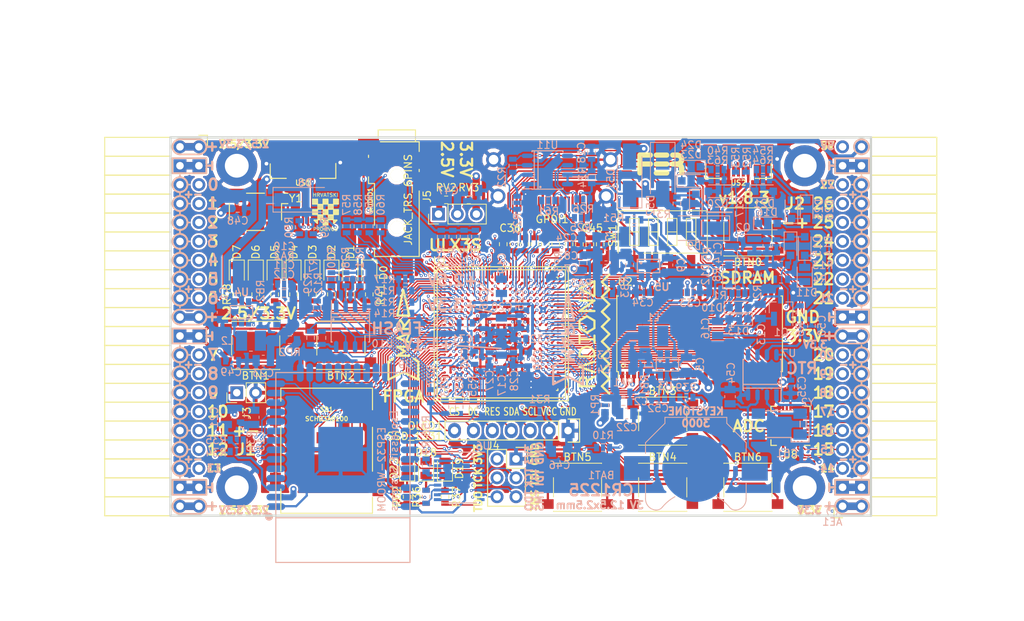
<source format=kicad_pcb>
(kicad_pcb (version 20171130) (host pcbnew 5.0.0-rc2-dev-unknown+dfsg1+20180318-2)
  (layers (0 F.Cu signal) (1 In1.Cu signal) (2 In2.Cu signal) (31 B.Cu signal) (34 B.Paste user) (35 F.Paste user) (36 B.SilkS user) (37 F.SilkS user) (38 B.Mask user) (39 F.Mask user) (44 Edge.Cuts user))
  (net 0 "")
  (net 1 GND)
  (net 2 +5V)
  (net 3 /gpio/IN5V)
  (net 4 /gpio/OUT5V)
  (net 5 +3V3)
  (net 6 BTN_D)
  (net 7 BTN_F1)
  (net 8 BTN_F2)
  (net 9 BTN_L)
  (net 10 BTN_R)
  (net 11 BTN_U)
  (net 12 /power/FB1)
  (net 13 +2V5)
  (net 14 /power/PWREN)
  (net 15 /power/FB3)
  (net 16 /power/FB2)
  (net 17 /power/VBAT)
  (net 18 JTAG_TDI)
  (net 19 JTAG_TCK)
  (net 20 JTAG_TMS)
  (net 21 JTAG_TDO)
  (net 22 /power/WAKEUPn)
  (net 23 /power/WKUP)
  (net 24 /power/SHUT)
  (net 25 /power/WAKE)
  (net 26 /power/HOLD)
  (net 27 /power/WKn)
  (net 28 /power/OSCI_32k)
  (net 29 /power/OSCO_32k)
  (net 30 SHUTDOWN)
  (net 31 /analog/AUDIO_L)
  (net 32 /analog/AUDIO_R)
  (net 33 GPDI_SDA)
  (net 34 GPDI_SCL)
  (net 35 /gpdi/VREF2)
  (net 36 SD_CMD)
  (net 37 SD_CLK)
  (net 38 SD_D0)
  (net 39 SD_D1)
  (net 40 USB5V)
  (net 41 GPDI_CEC)
  (net 42 nRESET)
  (net 43 FTDI_nDTR)
  (net 44 SDRAM_CKE)
  (net 45 SDRAM_A7)
  (net 46 SDRAM_D15)
  (net 47 SDRAM_BA1)
  (net 48 SDRAM_D7)
  (net 49 SDRAM_A6)
  (net 50 SDRAM_CLK)
  (net 51 SDRAM_D13)
  (net 52 SDRAM_BA0)
  (net 53 SDRAM_D6)
  (net 54 SDRAM_A5)
  (net 55 SDRAM_D14)
  (net 56 SDRAM_A11)
  (net 57 SDRAM_D12)
  (net 58 SDRAM_D5)
  (net 59 SDRAM_A4)
  (net 60 SDRAM_A10)
  (net 61 SDRAM_D11)
  (net 62 SDRAM_A3)
  (net 63 SDRAM_D4)
  (net 64 SDRAM_D10)
  (net 65 SDRAM_D9)
  (net 66 SDRAM_A9)
  (net 67 SDRAM_D3)
  (net 68 SDRAM_D8)
  (net 69 SDRAM_A8)
  (net 70 SDRAM_A2)
  (net 71 SDRAM_A1)
  (net 72 SDRAM_A0)
  (net 73 SDRAM_D2)
  (net 74 SDRAM_D1)
  (net 75 SDRAM_D0)
  (net 76 SDRAM_DQM0)
  (net 77 SDRAM_nCS)
  (net 78 SDRAM_nRAS)
  (net 79 SDRAM_DQM1)
  (net 80 SDRAM_nCAS)
  (net 81 SDRAM_nWE)
  (net 82 /flash/FLASH_nWP)
  (net 83 /flash/FLASH_nHOLD)
  (net 84 /flash/FLASH_MOSI)
  (net 85 /flash/FLASH_MISO)
  (net 86 /flash/FLASH_SCK)
  (net 87 /flash/FLASH_nCS)
  (net 88 /flash/FPGA_PROGRAMN)
  (net 89 /flash/FPGA_DONE)
  (net 90 /flash/FPGA_INITN)
  (net 91 OLED_RES)
  (net 92 OLED_DC)
  (net 93 OLED_CS)
  (net 94 WIFI_EN)
  (net 95 FTDI_nRTS)
  (net 96 FTDI_TXD)
  (net 97 FTDI_RXD)
  (net 98 WIFI_RXD)
  (net 99 WIFI_GPIO0)
  (net 100 WIFI_TXD)
  (net 101 USB_FTDI_D+)
  (net 102 USB_FTDI_D-)
  (net 103 SD_D3)
  (net 104 AUDIO_L3)
  (net 105 AUDIO_L2)
  (net 106 AUDIO_L1)
  (net 107 AUDIO_L0)
  (net 108 AUDIO_R3)
  (net 109 AUDIO_R2)
  (net 110 AUDIO_R1)
  (net 111 AUDIO_R0)
  (net 112 OLED_CLK)
  (net 113 OLED_MOSI)
  (net 114 LED0)
  (net 115 LED1)
  (net 116 LED2)
  (net 117 LED3)
  (net 118 LED4)
  (net 119 LED5)
  (net 120 LED6)
  (net 121 LED7)
  (net 122 BTN_PWRn)
  (net 123 FTDI_nTXLED)
  (net 124 FTDI_nSLEEP)
  (net 125 /blinkey/LED_PWREN)
  (net 126 /blinkey/LED_TXLED)
  (net 127 /sdcard/SD3V3)
  (net 128 SD_D2)
  (net 129 CLK_25MHz)
  (net 130 /blinkey/BTNPUL)
  (net 131 /blinkey/BTNPUR)
  (net 132 USB_FPGA_D+)
  (net 133 /power/FTDI_nSUSPEND)
  (net 134 /blinkey/ALED0)
  (net 135 /blinkey/ALED1)
  (net 136 /blinkey/ALED2)
  (net 137 /blinkey/ALED3)
  (net 138 /blinkey/ALED4)
  (net 139 /blinkey/ALED5)
  (net 140 /blinkey/ALED6)
  (net 141 /blinkey/ALED7)
  (net 142 /usb/FTD-)
  (net 143 /usb/FTD+)
  (net 144 ADC_MISO)
  (net 145 ADC_MOSI)
  (net 146 ADC_CSn)
  (net 147 ADC_SCLK)
  (net 148 SW3)
  (net 149 SW2)
  (net 150 SW1)
  (net 151 USB_FPGA_D-)
  (net 152 /usb/FPD+)
  (net 153 /usb/FPD-)
  (net 154 WIFI_GPIO16)
  (net 155 /usb/ANT_433MHz)
  (net 156 /power/PWRBTn)
  (net 157 PROG_DONE)
  (net 158 /power/P3V3)
  (net 159 /power/P2V5)
  (net 160 /power/L1)
  (net 161 /power/L3)
  (net 162 /power/L2)
  (net 163 FTDI_TXDEN)
  (net 164 SDRAM_A12)
  (net 165 /analog/AUDIO_V)
  (net 166 AUDIO_V3)
  (net 167 AUDIO_V2)
  (net 168 AUDIO_V1)
  (net 169 AUDIO_V0)
  (net 170 /blinkey/LED_WIFI)
  (net 171 /power/P1V1)
  (net 172 +1V1)
  (net 173 SW4)
  (net 174 /blinkey/SWPU)
  (net 175 /wifi/WIFIEN)
  (net 176 FT2V5)
  (net 177 GN0)
  (net 178 GP0)
  (net 179 GN1)
  (net 180 GP1)
  (net 181 GN2)
  (net 182 GP2)
  (net 183 GN3)
  (net 184 GP3)
  (net 185 GN4)
  (net 186 GP4)
  (net 187 GN5)
  (net 188 GP5)
  (net 189 GN6)
  (net 190 GP6)
  (net 191 GN14)
  (net 192 GP14)
  (net 193 GN15)
  (net 194 GP15)
  (net 195 GN16)
  (net 196 GP16)
  (net 197 GN17)
  (net 198 GP17)
  (net 199 GN18)
  (net 200 GP18)
  (net 201 GN19)
  (net 202 GP19)
  (net 203 GN20)
  (net 204 GP20)
  (net 205 GN21)
  (net 206 GP21)
  (net 207 GN22)
  (net 208 GP22)
  (net 209 GN23)
  (net 210 GP23)
  (net 211 GN24)
  (net 212 GP24)
  (net 213 GN25)
  (net 214 GP25)
  (net 215 GN26)
  (net 216 GP26)
  (net 217 GN27)
  (net 218 GP27)
  (net 219 GN7)
  (net 220 GP7)
  (net 221 GN8)
  (net 222 GP8)
  (net 223 GN9)
  (net 224 GP9)
  (net 225 GN10)
  (net 226 GP10)
  (net 227 GN11)
  (net 228 GP11)
  (net 229 GN12)
  (net 230 GP12)
  (net 231 GN13)
  (net 232 GP13)
  (net 233 WIFI_GPIO5)
  (net 234 WIFI_GPIO17)
  (net 235 USB_FPGA_PULL_D+)
  (net 236 USB_FPGA_PULL_D-)
  (net 237 "Net-(D23-Pad2)")
  (net 238 "Net-(D24-Pad1)")
  (net 239 "Net-(D25-Pad2)")
  (net 240 "Net-(D26-Pad1)")
  (net 241 /gpdi/GPDI_ETH+)
  (net 242 FPDI_ETH+)
  (net 243 /gpdi/GPDI_ETH-)
  (net 244 FPDI_ETH-)
  (net 245 /gpdi/GPDI_D2-)
  (net 246 FPDI_D2-)
  (net 247 /gpdi/GPDI_D1-)
  (net 248 FPDI_D1-)
  (net 249 /gpdi/GPDI_D0-)
  (net 250 FPDI_D0-)
  (net 251 /gpdi/GPDI_CLK-)
  (net 252 FPDI_CLK-)
  (net 253 /gpdi/GPDI_D2+)
  (net 254 FPDI_D2+)
  (net 255 /gpdi/GPDI_D1+)
  (net 256 FPDI_D1+)
  (net 257 /gpdi/GPDI_D0+)
  (net 258 FPDI_D0+)
  (net 259 /gpdi/GPDI_CLK+)
  (net 260 FPDI_CLK+)
  (net 261 FPDI_SDA)
  (net 262 FPDI_SCL)
  (net 263 /gpdi/FPDI_CEC)
  (net 264 2V5_3V3)
  (net 265 "Net-(AUDIO1-Pad5)")
  (net 266 "Net-(AUDIO1-Pad6)")
  (net 267 "Net-(U1-PadA15)")
  (net 268 "Net-(U1-PadC9)")
  (net 269 "Net-(U1-PadD9)")
  (net 270 "Net-(U1-PadD10)")
  (net 271 "Net-(U1-PadD11)")
  (net 272 "Net-(U1-PadD12)")
  (net 273 "Net-(U1-PadE6)")
  (net 274 "Net-(U1-PadE9)")
  (net 275 "Net-(U1-PadE10)")
  (net 276 "Net-(U1-PadE11)")
  (net 277 "Net-(U1-PadJ4)")
  (net 278 "Net-(U1-PadJ5)")
  (net 279 "Net-(U1-PadK5)")
  (net 280 "Net-(U1-PadL5)")
  (net 281 "Net-(U1-PadM4)")
  (net 282 "Net-(U1-PadM5)")
  (net 283 SD_CD)
  (net 284 SD_WP)
  (net 285 "Net-(U1-PadR3)")
  (net 286 "Net-(U1-PadT16)")
  (net 287 "Net-(U1-PadW4)")
  (net 288 "Net-(U1-PadW5)")
  (net 289 "Net-(U1-PadW8)")
  (net 290 "Net-(U1-PadW9)")
  (net 291 "Net-(U1-PadW13)")
  (net 292 "Net-(U1-PadW14)")
  (net 293 "Net-(U1-PadW17)")
  (net 294 "Net-(U1-PadW18)")
  (net 295 FTDI_nRXLED)
  (net 296 "Net-(U8-Pad12)")
  (net 297 "Net-(U8-Pad25)")
  (net 298 "Net-(U9-Pad32)")
  (net 299 "Net-(U9-Pad22)")
  (net 300 "Net-(U9-Pad21)")
  (net 301 "Net-(U9-Pad20)")
  (net 302 "Net-(U9-Pad19)")
  (net 303 "Net-(U9-Pad18)")
  (net 304 "Net-(U9-Pad17)")
  (net 305 "Net-(U9-Pad12)")
  (net 306 "Net-(U9-Pad5)")
  (net 307 "Net-(U9-Pad4)")
  (net 308 "Net-(US1-Pad4)")
  (net 309 "Net-(US2-Pad4)")
  (net 310 "Net-(Y2-Pad3)")
  (net 311 "Net-(Y2-Pad2)")
  (net 312 "Net-(U1-PadK16)")
  (net 313 "Net-(U1-PadK17)")
  (net 314 /usb/US2VBUS)
  (net 315 /power/SHD)
  (module L_1008_1210:L_1008_1210 (layer B.Cu) (at 156.33 74.755 180)
    (fp_text reference L3 (at 3.16 -0.018 180) (layer B.SilkS) (effects (justify mirror)))
    (fp_text value 2.2uH)
    (pad 2 smd rect (at 1.27 0 180) (size 1.5 2.7) (layers B.Cu B.Paste B.Mask) (net 158 /power/P3V3))
    (pad 1 smd rect (at -1.27 0 180) (size 1.5 2.7) (layers B.Cu B.Paste B.Mask) (net 161 /power/L3))
  )
  (module L_1008_1210:L_1008_1210 (layer B.Cu) (at 104.895 88.725)
    (fp_text reference L2 (at -3.16 0.018) (layer B.SilkS) (effects (justify mirror)))
    (fp_text value 2.2uH)
    (pad 2 smd rect (at 1.27 0) (size 1.5 2.7) (layers B.Cu B.Paste B.Mask) (net 159 /power/P2V5))
    (pad 1 smd rect (at -1.27 0) (size 1.5 2.7) (layers B.Cu B.Paste B.Mask) (net 162 /power/L2))
  )
  (module L_1008_1210:L_1008_1210 (layer B.Cu) (at 158.87 88.09 180)
    (fp_text reference L1 (at 0 2.5 180) (layer B.SilkS) (effects (justify mirror)))
    (fp_text value 2.2uH)
    (pad 2 smd rect (at 1.27 0 180) (size 1.5 2.7) (layers B.Cu B.Paste B.Mask) (net 171 /power/P1V1))
    (pad 1 smd rect (at -1.27 0 180) (size 1.5 2.7) (layers B.Cu B.Paste B.Mask) (net 160 /power/L1))
  )
  (module Socket_Strips:Socket_Strip_Angled_2x20 (layer F.Cu) (at 97.91 62.69 270)
    (fp_text reference J1 (at 40.64 -6.35) (layer F.SilkS) (effects (font (size 1.5 1.5) (thickness 0.3))))
    (fp_text value CONN_02X20 hide)
    (pad 1 thru_hole oval (at 0 0 270) (size 1.7272 1.7272) (drill 1.016) (layers *.Cu *.Mask) (net 264 2V5_3V3))
    (pad 2 thru_hole oval (at 0 2.54 270) (size 1.7272 1.7272) (drill 1.016) (layers *.Cu *.Mask) (net 264 2V5_3V3))
    (pad 3 thru_hole rect (at 2.54 0 270) (size 1.7272 1.7272) (drill 1.016) (layers *.Cu *.Mask) (net 1 GND))
    (pad 4 thru_hole rect (at 2.54 2.54 270) (size 1.7272 1.7272) (drill 1.016) (layers *.Cu *.Mask) (net 1 GND))
    (pad 5 thru_hole oval (at 5.08 0 270) (size 1.7272 1.7272) (drill 1.016) (layers *.Cu *.Mask) (net 177 GN0))
    (pad 6 thru_hole oval (at 5.08 2.54 270) (size 1.7272 1.7272) (drill 1.016) (layers *.Cu *.Mask) (net 178 GP0))
    (pad 7 thru_hole oval (at 7.62 0 270) (size 1.7272 1.7272) (drill 1.016) (layers *.Cu *.Mask) (net 179 GN1))
    (pad 8 thru_hole oval (at 7.62 2.54 270) (size 1.7272 1.7272) (drill 1.016) (layers *.Cu *.Mask) (net 180 GP1))
    (pad 9 thru_hole oval (at 10.16 0 270) (size 1.7272 1.7272) (drill 1.016) (layers *.Cu *.Mask) (net 181 GN2))
    (pad 10 thru_hole oval (at 10.16 2.54 270) (size 1.7272 1.7272) (drill 1.016) (layers *.Cu *.Mask) (net 182 GP2))
    (pad 11 thru_hole oval (at 12.7 0 270) (size 1.7272 1.7272) (drill 1.016) (layers *.Cu *.Mask) (net 183 GN3))
    (pad 12 thru_hole oval (at 12.7 2.54 270) (size 1.7272 1.7272) (drill 1.016) (layers *.Cu *.Mask) (net 184 GP3))
    (pad 13 thru_hole oval (at 15.24 0 270) (size 1.7272 1.7272) (drill 1.016) (layers *.Cu *.Mask) (net 185 GN4))
    (pad 14 thru_hole oval (at 15.24 2.54 270) (size 1.7272 1.7272) (drill 1.016) (layers *.Cu *.Mask) (net 186 GP4))
    (pad 15 thru_hole oval (at 17.78 0 270) (size 1.7272 1.7272) (drill 1.016) (layers *.Cu *.Mask) (net 187 GN5))
    (pad 16 thru_hole oval (at 17.78 2.54 270) (size 1.7272 1.7272) (drill 1.016) (layers *.Cu *.Mask) (net 188 GP5))
    (pad 17 thru_hole oval (at 20.32 0 270) (size 1.7272 1.7272) (drill 1.016) (layers *.Cu *.Mask) (net 189 GN6))
    (pad 18 thru_hole oval (at 20.32 2.54 270) (size 1.7272 1.7272) (drill 1.016) (layers *.Cu *.Mask) (net 190 GP6))
    (pad 19 thru_hole oval (at 22.86 0 270) (size 1.7272 1.7272) (drill 1.016) (layers *.Cu *.Mask) (net 264 2V5_3V3))
    (pad 20 thru_hole oval (at 22.86 2.54 270) (size 1.7272 1.7272) (drill 1.016) (layers *.Cu *.Mask) (net 264 2V5_3V3))
    (pad 21 thru_hole rect (at 25.4 0 270) (size 1.7272 1.7272) (drill 1.016) (layers *.Cu *.Mask) (net 1 GND))
    (pad 22 thru_hole rect (at 25.4 2.54 270) (size 1.7272 1.7272) (drill 1.016) (layers *.Cu *.Mask) (net 1 GND))
    (pad 23 thru_hole oval (at 27.94 0 270) (size 1.7272 1.7272) (drill 1.016) (layers *.Cu *.Mask) (net 219 GN7))
    (pad 24 thru_hole oval (at 27.94 2.54 270) (size 1.7272 1.7272) (drill 1.016) (layers *.Cu *.Mask) (net 220 GP7))
    (pad 25 thru_hole oval (at 30.48 0 270) (size 1.7272 1.7272) (drill 1.016) (layers *.Cu *.Mask) (net 221 GN8))
    (pad 26 thru_hole oval (at 30.48 2.54 270) (size 1.7272 1.7272) (drill 1.016) (layers *.Cu *.Mask) (net 222 GP8))
    (pad 27 thru_hole oval (at 33.02 0 270) (size 1.7272 1.7272) (drill 1.016) (layers *.Cu *.Mask) (net 223 GN9))
    (pad 28 thru_hole oval (at 33.02 2.54 270) (size 1.7272 1.7272) (drill 1.016) (layers *.Cu *.Mask) (net 224 GP9))
    (pad 29 thru_hole oval (at 35.56 0 270) (size 1.7272 1.7272) (drill 1.016) (layers *.Cu *.Mask) (net 225 GN10))
    (pad 30 thru_hole oval (at 35.56 2.54 270) (size 1.7272 1.7272) (drill 1.016) (layers *.Cu *.Mask) (net 226 GP10))
    (pad 31 thru_hole oval (at 38.1 0 270) (size 1.7272 1.7272) (drill 1.016) (layers *.Cu *.Mask) (net 227 GN11))
    (pad 32 thru_hole oval (at 38.1 2.54 270) (size 1.7272 1.7272) (drill 1.016) (layers *.Cu *.Mask) (net 228 GP11))
    (pad 33 thru_hole oval (at 40.64 0 270) (size 1.7272 1.7272) (drill 1.016) (layers *.Cu *.Mask) (net 229 GN12))
    (pad 34 thru_hole oval (at 40.64 2.54 270) (size 1.7272 1.7272) (drill 1.016) (layers *.Cu *.Mask) (net 230 GP12))
    (pad 35 thru_hole oval (at 43.18 0 270) (size 1.7272 1.7272) (drill 1.016) (layers *.Cu *.Mask) (net 231 GN13))
    (pad 36 thru_hole oval (at 43.18 2.54 270) (size 1.7272 1.7272) (drill 1.016) (layers *.Cu *.Mask) (net 232 GP13))
    (pad 37 thru_hole rect (at 45.72 0 270) (size 1.7272 1.7272) (drill 1.016) (layers *.Cu *.Mask) (net 1 GND))
    (pad 38 thru_hole rect (at 45.72 2.54 270) (size 1.7272 1.7272) (drill 1.016) (layers *.Cu *.Mask) (net 1 GND))
    (pad 39 thru_hole oval (at 48.26 0 270) (size 1.7272 1.7272) (drill 1.016) (layers *.Cu *.Mask) (net 264 2V5_3V3))
    (pad 40 thru_hole oval (at 48.26 2.54 270) (size 1.7272 1.7272) (drill 1.016) (layers *.Cu *.Mask) (net 264 2V5_3V3))
  )
  (module TSOT-25:TSOT-25 (layer B.Cu) (at 160.775 91.9)
    (fp_text reference U3 (at -0.295 2.9) (layer B.SilkS) (effects (font (thickness 0.2)) (justify mirror)))
    (fp_text value TLV62569DBV)
    (pad 1 smd rect (at -0.95 -1.3) (size 0.7 1.2) (layers B.Cu B.Paste B.Mask) (net 14 /power/PWREN))
    (pad 2 smd rect (at 0 -1.3) (size 0.7 1.2) (layers B.Cu B.Paste B.Mask) (net 1 GND))
    (pad 3 smd rect (at 0.95 -1.3) (size 0.7 1.2) (layers B.Cu B.Paste B.Mask) (net 160 /power/L1))
    (pad 4 smd rect (at 0.95 1.3) (size 0.7 1.2) (layers B.Cu B.Paste B.Mask) (net 2 +5V))
    (pad 5 smd rect (at -0.95 1.3) (size 0.7 1.2) (layers B.Cu B.Paste B.Mask) (net 12 /power/FB1))
  )
  (module TSOT-25:TSOT-25 (layer B.Cu) (at 103.625 84.915 180)
    (fp_text reference U4 (at 0 2.697 180) (layer B.SilkS) (effects (font (thickness 0.2)) (justify mirror)))
    (fp_text value TLV62569DBV)
    (pad 1 smd rect (at -0.95 -1.3 180) (size 0.7 1.2) (layers B.Cu B.Paste B.Mask) (net 14 /power/PWREN))
    (pad 2 smd rect (at 0 -1.3 180) (size 0.7 1.2) (layers B.Cu B.Paste B.Mask) (net 1 GND))
    (pad 3 smd rect (at 0.95 -1.3 180) (size 0.7 1.2) (layers B.Cu B.Paste B.Mask) (net 162 /power/L2))
    (pad 4 smd rect (at 0.95 1.3 180) (size 0.7 1.2) (layers B.Cu B.Paste B.Mask) (net 2 +5V))
    (pad 5 smd rect (at -0.95 1.3 180) (size 0.7 1.2) (layers B.Cu B.Paste B.Mask) (net 16 /power/FB2))
  )
  (module TSOT-25:TSOT-25 (layer B.Cu) (at 158.235 78.692)
    (fp_text reference U5 (at 1.793 2.812) (layer B.SilkS) (effects (font (thickness 0.2)) (justify mirror)))
    (fp_text value TLV62569DBV)
    (pad 1 smd rect (at -0.95 -1.3) (size 0.7 1.2) (layers B.Cu B.Paste B.Mask) (net 14 /power/PWREN))
    (pad 2 smd rect (at 0 -1.3) (size 0.7 1.2) (layers B.Cu B.Paste B.Mask) (net 1 GND))
    (pad 3 smd rect (at 0.95 -1.3) (size 0.7 1.2) (layers B.Cu B.Paste B.Mask) (net 161 /power/L3))
    (pad 4 smd rect (at 0.95 1.3) (size 0.7 1.2) (layers B.Cu B.Paste B.Mask) (net 2 +5V))
    (pad 5 smd rect (at -0.95 1.3) (size 0.7 1.2) (layers B.Cu B.Paste B.Mask) (net 15 /power/FB3))
  )
  (module Socket_Strips:Socket_Strip_Angled_2x20 (layer F.Cu) (at 184.27 110.95 90)
    (fp_text reference J2 (at 40.64 -6.35 180) (layer F.SilkS) (effects (font (size 1.5 1.5) (thickness 0.3))))
    (fp_text value CONN_02X20 hide)
    (pad 1 thru_hole oval (at 0 0 90) (size 1.7272 1.7272) (drill 1.016) (layers *.Cu *.Mask) (net 5 +3V3))
    (pad 2 thru_hole oval (at 0 2.54 90) (size 1.7272 1.7272) (drill 1.016) (layers *.Cu *.Mask) (net 5 +3V3))
    (pad 3 thru_hole rect (at 2.54 0 90) (size 1.7272 1.7272) (drill 1.016) (layers *.Cu *.Mask) (net 1 GND))
    (pad 4 thru_hole rect (at 2.54 2.54 90) (size 1.7272 1.7272) (drill 1.016) (layers *.Cu *.Mask) (net 1 GND))
    (pad 5 thru_hole oval (at 5.08 0 90) (size 1.7272 1.7272) (drill 1.016) (layers *.Cu *.Mask) (net 191 GN14))
    (pad 6 thru_hole oval (at 5.08 2.54 90) (size 1.7272 1.7272) (drill 1.016) (layers *.Cu *.Mask) (net 192 GP14))
    (pad 7 thru_hole oval (at 7.62 0 90) (size 1.7272 1.7272) (drill 1.016) (layers *.Cu *.Mask) (net 193 GN15))
    (pad 8 thru_hole oval (at 7.62 2.54 90) (size 1.7272 1.7272) (drill 1.016) (layers *.Cu *.Mask) (net 194 GP15))
    (pad 9 thru_hole oval (at 10.16 0 90) (size 1.7272 1.7272) (drill 1.016) (layers *.Cu *.Mask) (net 195 GN16))
    (pad 10 thru_hole oval (at 10.16 2.54 90) (size 1.7272 1.7272) (drill 1.016) (layers *.Cu *.Mask) (net 196 GP16))
    (pad 11 thru_hole oval (at 12.7 0 90) (size 1.7272 1.7272) (drill 1.016) (layers *.Cu *.Mask) (net 197 GN17))
    (pad 12 thru_hole oval (at 12.7 2.54 90) (size 1.7272 1.7272) (drill 1.016) (layers *.Cu *.Mask) (net 198 GP17))
    (pad 13 thru_hole oval (at 15.24 0 90) (size 1.7272 1.7272) (drill 1.016) (layers *.Cu *.Mask) (net 199 GN18))
    (pad 14 thru_hole oval (at 15.24 2.54 90) (size 1.7272 1.7272) (drill 1.016) (layers *.Cu *.Mask) (net 200 GP18))
    (pad 15 thru_hole oval (at 17.78 0 90) (size 1.7272 1.7272) (drill 1.016) (layers *.Cu *.Mask) (net 201 GN19))
    (pad 16 thru_hole oval (at 17.78 2.54 90) (size 1.7272 1.7272) (drill 1.016) (layers *.Cu *.Mask) (net 202 GP19))
    (pad 17 thru_hole oval (at 20.32 0 90) (size 1.7272 1.7272) (drill 1.016) (layers *.Cu *.Mask) (net 203 GN20))
    (pad 18 thru_hole oval (at 20.32 2.54 90) (size 1.7272 1.7272) (drill 1.016) (layers *.Cu *.Mask) (net 204 GP20))
    (pad 19 thru_hole oval (at 22.86 0 90) (size 1.7272 1.7272) (drill 1.016) (layers *.Cu *.Mask) (net 5 +3V3))
    (pad 20 thru_hole oval (at 22.86 2.54 90) (size 1.7272 1.7272) (drill 1.016) (layers *.Cu *.Mask) (net 5 +3V3))
    (pad 21 thru_hole rect (at 25.4 0 90) (size 1.7272 1.7272) (drill 1.016) (layers *.Cu *.Mask) (net 1 GND))
    (pad 22 thru_hole rect (at 25.4 2.54 90) (size 1.7272 1.7272) (drill 1.016) (layers *.Cu *.Mask) (net 1 GND))
    (pad 23 thru_hole oval (at 27.94 0 90) (size 1.7272 1.7272) (drill 1.016) (layers *.Cu *.Mask) (net 205 GN21))
    (pad 24 thru_hole oval (at 27.94 2.54 90) (size 1.7272 1.7272) (drill 1.016) (layers *.Cu *.Mask) (net 206 GP21))
    (pad 25 thru_hole oval (at 30.48 0 90) (size 1.7272 1.7272) (drill 1.016) (layers *.Cu *.Mask) (net 207 GN22))
    (pad 26 thru_hole oval (at 30.48 2.54 90) (size 1.7272 1.7272) (drill 1.016) (layers *.Cu *.Mask) (net 208 GP22))
    (pad 27 thru_hole oval (at 33.02 0 90) (size 1.7272 1.7272) (drill 1.016) (layers *.Cu *.Mask) (net 209 GN23))
    (pad 28 thru_hole oval (at 33.02 2.54 90) (size 1.7272 1.7272) (drill 1.016) (layers *.Cu *.Mask) (net 210 GP23))
    (pad 29 thru_hole oval (at 35.56 0 90) (size 1.7272 1.7272) (drill 1.016) (layers *.Cu *.Mask) (net 211 GN24))
    (pad 30 thru_hole oval (at 35.56 2.54 90) (size 1.7272 1.7272) (drill 1.016) (layers *.Cu *.Mask) (net 212 GP24))
    (pad 31 thru_hole oval (at 38.1 0 90) (size 1.7272 1.7272) (drill 1.016) (layers *.Cu *.Mask) (net 213 GN25))
    (pad 32 thru_hole oval (at 38.1 2.54 90) (size 1.7272 1.7272) (drill 1.016) (layers *.Cu *.Mask) (net 214 GP25))
    (pad 33 thru_hole oval (at 40.64 0 90) (size 1.7272 1.7272) (drill 1.016) (layers *.Cu *.Mask) (net 215 GN26))
    (pad 34 thru_hole oval (at 40.64 2.54 90) (size 1.7272 1.7272) (drill 1.016) (layers *.Cu *.Mask) (net 216 GP26))
    (pad 35 thru_hole oval (at 43.18 0 90) (size 1.7272 1.7272) (drill 1.016) (layers *.Cu *.Mask) (net 217 GN27))
    (pad 36 thru_hole oval (at 43.18 2.54 90) (size 1.7272 1.7272) (drill 1.016) (layers *.Cu *.Mask) (net 218 GP27))
    (pad 37 thru_hole rect (at 45.72 0 90) (size 1.7272 1.7272) (drill 1.016) (layers *.Cu *.Mask) (net 1 GND))
    (pad 38 thru_hole rect (at 45.72 2.54 90) (size 1.7272 1.7272) (drill 1.016) (layers *.Cu *.Mask) (net 1 GND))
    (pad 39 thru_hole oval (at 48.26 0 90) (size 1.7272 1.7272) (drill 1.016) (layers *.Cu *.Mask) (net 3 /gpio/IN5V))
    (pad 40 thru_hole oval (at 48.26 2.54 90) (size 1.7272 1.7272) (drill 1.016) (layers *.Cu *.Mask) (net 4 /gpio/OUT5V))
  )
  (module Mounting_Holes:MountingHole_3.2mm_M3_ISO14580_Pad (layer F.Cu) (at 102.99 108.41)
    (fp_text reference H1 hide)
    (fp_text value HOLE hide)
    (pad 1 thru_hole circle (at 0 0) (size 5.5 5.5) (drill 3.2) (layers *.Cu *.Mask) (net 1 GND))
  )
  (module Mounting_Holes:MountingHole_3.2mm_M3_ISO14580_Pad (layer F.Cu) (at 179.19 108.41)
    (fp_text reference H2 hide)
    (fp_text value HOLE hide)
    (pad 1 thru_hole circle (at 0 0) (size 5.5 5.5) (drill 3.2) (layers *.Cu *.Mask) (net 1 GND))
  )
  (module Mounting_Holes:MountingHole_3.2mm_M3_ISO14580_Pad (layer F.Cu) (at 179.19 65.23)
    (fp_text reference H3 hide)
    (fp_text value HOLE hide)
    (pad 1 thru_hole circle (at 0 0) (size 5.5 5.5) (drill 3.2) (layers *.Cu *.Mask) (net 1 GND))
  )
  (module Mounting_Holes:MountingHole_3.2mm_M3_ISO14580_Pad (layer F.Cu) (at 102.99 65.23)
    (fp_text reference H4 hide)
    (fp_text value HOLE hide)
    (pad 1 thru_hole circle (at 0 0) (size 5.5 5.5) (drill 3.2) (layers *.Cu *.Mask) (net 1 GND))
  )
  (module Housings_SSOP:SSOP-20_4.4x6.5mm_Pitch0.65mm (layer B.Cu) (at 132.835 107.14 180)
    (fp_text reference U6 (at -3.175 4.318 180) (layer B.SilkS) (effects (justify mirror)))
    (fp_text value FT231XS)
    (pad 1 smd rect (at -2.9 2.925 180) (size 1 0.4) (layers B.Cu B.Paste B.Mask) (net 43 FTDI_nDTR))
    (pad 2 smd rect (at -2.9 2.275 180) (size 1 0.4) (layers B.Cu B.Paste B.Mask) (net 95 FTDI_nRTS))
    (pad 3 smd rect (at -2.9 1.625 180) (size 1 0.4) (layers B.Cu B.Paste B.Mask) (net 176 FT2V5))
    (pad 4 smd rect (at -2.9 0.975 180) (size 1 0.4) (layers B.Cu B.Paste B.Mask) (net 97 FTDI_RXD))
    (pad 5 smd rect (at -2.9 0.325 180) (size 1 0.4) (layers B.Cu B.Paste B.Mask) (net 18 JTAG_TDI))
    (pad 6 smd rect (at -2.9 -0.325 180) (size 1 0.4) (layers B.Cu B.Paste B.Mask) (net 1 GND))
    (pad 7 smd rect (at -2.9 -0.975 180) (size 1 0.4) (layers B.Cu B.Paste B.Mask) (net 19 JTAG_TCK))
    (pad 8 smd rect (at -2.9 -1.625 180) (size 1 0.4) (layers B.Cu B.Paste B.Mask) (net 20 JTAG_TMS))
    (pad 9 smd rect (at -2.9 -2.275 180) (size 1 0.4) (layers B.Cu B.Paste B.Mask) (net 21 JTAG_TDO))
    (pad 10 smd rect (at -2.9 -2.925 180) (size 1 0.4) (layers B.Cu B.Paste B.Mask) (net 123 FTDI_nTXLED))
    (pad 11 smd rect (at 2.9 -2.925 180) (size 1 0.4) (layers B.Cu B.Paste B.Mask) (net 101 USB_FTDI_D+))
    (pad 12 smd rect (at 2.9 -2.275 180) (size 1 0.4) (layers B.Cu B.Paste B.Mask) (net 102 USB_FTDI_D-))
    (pad 13 smd rect (at 2.9 -1.625 180) (size 1 0.4) (layers B.Cu B.Paste B.Mask) (net 176 FT2V5))
    (pad 14 smd rect (at 2.9 -0.975 180) (size 1 0.4) (layers B.Cu B.Paste B.Mask) (net 42 nRESET))
    (pad 15 smd rect (at 2.9 -0.325 180) (size 1 0.4) (layers B.Cu B.Paste B.Mask) (net 40 USB5V))
    (pad 16 smd rect (at 2.9 0.325 180) (size 1 0.4) (layers B.Cu B.Paste B.Mask) (net 1 GND))
    (pad 17 smd rect (at 2.9 0.975 180) (size 1 0.4) (layers B.Cu B.Paste B.Mask) (net 295 FTDI_nRXLED))
    (pad 18 smd rect (at 2.9 1.625 180) (size 1 0.4) (layers B.Cu B.Paste B.Mask) (net 163 FTDI_TXDEN))
    (pad 19 smd rect (at 2.9 2.275 180) (size 1 0.4) (layers B.Cu B.Paste B.Mask) (net 124 FTDI_nSLEEP))
    (pad 20 smd rect (at 2.9 2.925 180) (size 1 0.4) (layers B.Cu B.Paste B.Mask) (net 96 FTDI_TXD))
  )
  (module usb_otg:USB-MICRO-B-FCI-10118192-0001LF (layer F.Cu) (at 111.88 63.325 180)
    (fp_text reference US1 (at 0 -4.2 180) (layer F.SilkS) (effects (font (size 0.7 0.7))))
    (fp_text value MICRO_USB hide)
    (pad 6 smd rect (at -3.1 -2.55 180) (size 2.1 1.6) (layers F.Cu F.Paste F.Mask) (net 1 GND))
    (pad 6 smd rect (at 3.1 -2.55 180) (size 2.1 1.6) (layers F.Cu F.Paste F.Mask) (net 1 GND))
    (pad 6 smd rect (at -1.2 0 180) (size 1.9 1.9) (layers F.Cu F.Paste F.Mask) (net 1 GND))
    (pad 6 smd rect (at 1.2 0 180) (size 1.9 1.9) (layers F.Cu F.Paste F.Mask) (net 1 GND))
    (pad 1 smd rect (at -1.3 -2.675 180) (size 0.4 1.35) (layers F.Cu F.Paste F.Mask) (net 40 USB5V))
    (pad 2 smd rect (at -0.65 -2.675 180) (size 0.4 1.35) (layers F.Cu F.Paste F.Mask) (net 142 /usb/FTD-))
    (pad 3 smd rect (at 0 -2.675 180) (size 0.4 1.35) (layers F.Cu F.Paste F.Mask) (net 143 /usb/FTD+))
    (pad 4 smd rect (at 0.65 -2.675 180) (size 0.4 1.35) (layers F.Cu F.Paste F.Mask) (net 308 "Net-(US1-Pad4)"))
    (pad 5 smd rect (at 1.3 -2.675 180) (size 0.4 1.35) (layers F.Cu F.Paste F.Mask) (net 1 GND))
    (pad 6 smd rect (at -3.8 0 180) (size 1.8 1.9) (layers F.Cu F.Paste F.Mask) (net 1 GND))
    (pad 6 smd rect (at 3.8 0 180) (size 1.8 1.9) (layers F.Cu F.Paste F.Mask) (net 1 GND))
  )
  (module usb_otg:USB-MICRO-B-FCI-10118192-0001LF (layer F.Cu) (at 170.3 63.325 180)
    (fp_text reference US2 (at 0 -4.2 180) (layer F.SilkS) (effects (font (size 0.7 0.7))))
    (fp_text value MICRO_USB hide)
    (pad 6 smd rect (at -3.1 -2.55 180) (size 2.1 1.6) (layers F.Cu F.Paste F.Mask) (net 1 GND))
    (pad 6 smd rect (at 3.1 -2.55 180) (size 2.1 1.6) (layers F.Cu F.Paste F.Mask) (net 1 GND))
    (pad 6 smd rect (at -1.2 0 180) (size 1.9 1.9) (layers F.Cu F.Paste F.Mask) (net 1 GND))
    (pad 6 smd rect (at 1.2 0 180) (size 1.9 1.9) (layers F.Cu F.Paste F.Mask) (net 1 GND))
    (pad 1 smd rect (at -1.3 -2.675 180) (size 0.4 1.35) (layers F.Cu F.Paste F.Mask) (net 314 /usb/US2VBUS))
    (pad 2 smd rect (at -0.65 -2.675 180) (size 0.4 1.35) (layers F.Cu F.Paste F.Mask) (net 153 /usb/FPD-))
    (pad 3 smd rect (at 0 -2.675 180) (size 0.4 1.35) (layers F.Cu F.Paste F.Mask) (net 152 /usb/FPD+))
    (pad 4 smd rect (at 0.65 -2.675 180) (size 0.4 1.35) (layers F.Cu F.Paste F.Mask) (net 309 "Net-(US2-Pad4)"))
    (pad 5 smd rect (at 1.3 -2.675 180) (size 0.4 1.35) (layers F.Cu F.Paste F.Mask) (net 1 GND))
    (pad 6 smd rect (at -3.8 0 180) (size 1.8 1.9) (layers F.Cu F.Paste F.Mask) (net 1 GND))
    (pad 6 smd rect (at 3.8 0 180) (size 1.8 1.9) (layers F.Cu F.Paste F.Mask) (net 1 GND))
  )
  (module Socket_Strips:Socket_Strip_Straight_2x03 (layer F.Cu) (at 140.455 104.6 270)
    (fp_text reference J4 (at -1.778 3.048) (layer F.SilkS))
    (fp_text value CONN_02X03 hide)
    (pad 1 thru_hole rect (at 0 0 270) (size 1.7272 1.7272) (drill 1.016) (layers *.Cu *.Mask) (net 1 GND))
    (pad 2 thru_hole oval (at 0 2.54 270) (size 1.7272 1.7272) (drill 1.016) (layers *.Cu *.Mask) (net 5 +3V3))
    (pad 3 thru_hole oval (at 2.54 0 270) (size 1.7272 1.7272) (drill 1.016) (layers *.Cu *.Mask) (net 18 JTAG_TDI))
    (pad 4 thru_hole oval (at 2.54 2.54 270) (size 1.7272 1.7272) (drill 1.016) (layers *.Cu *.Mask) (net 19 JTAG_TCK))
    (pad 5 thru_hole oval (at 5.08 0 270) (size 1.7272 1.7272) (drill 1.016) (layers *.Cu *.Mask) (net 20 JTAG_TMS))
    (pad 6 thru_hole oval (at 5.08 2.54 270) (size 1.7272 1.7272) (drill 1.016) (layers *.Cu *.Mask) (net 21 JTAG_TDO))
  )
  (module Housings_DFN_QFN:QFN-28-1EP_5x5mm_Pitch0.5mm (layer F.Cu) (at 177.285 100.155 180)
    (fp_text reference U8 (at 0 -3.875 180) (layer F.SilkS))
    (fp_text value MAX11125)
    (pad 1 smd oval (at -2.45 -1.5 180) (size 0.85 0.3) (layers F.Cu F.Paste F.Mask) (net 194 GP15))
    (pad 2 smd oval (at -2.45 -1 180) (size 0.85 0.3) (layers F.Cu F.Paste F.Mask) (net 195 GN16))
    (pad 3 smd oval (at -2.45 -0.5 180) (size 0.85 0.3) (layers F.Cu F.Paste F.Mask) (net 196 GP16))
    (pad 4 smd oval (at -2.45 0 180) (size 0.85 0.3) (layers F.Cu F.Paste F.Mask) (net 197 GN17))
    (pad 5 smd oval (at -2.45 0.5 180) (size 0.85 0.3) (layers F.Cu F.Paste F.Mask) (net 198 GP17))
    (pad 6 smd oval (at -2.45 1 180) (size 0.85 0.3) (layers F.Cu F.Paste F.Mask) (net 1 GND))
    (pad 7 smd oval (at -2.45 1.5 180) (size 0.85 0.3) (layers F.Cu F.Paste F.Mask) (net 1 GND))
    (pad 8 smd oval (at -1.5 2.45 270) (size 0.85 0.3) (layers F.Cu F.Paste F.Mask) (net 1 GND))
    (pad 9 smd oval (at -1 2.45 270) (size 0.85 0.3) (layers F.Cu F.Paste F.Mask) (net 1 GND))
    (pad 10 smd oval (at -0.5 2.45 270) (size 0.85 0.3) (layers F.Cu F.Paste F.Mask) (net 1 GND))
    (pad 11 smd oval (at 0 2.45 270) (size 0.85 0.3) (layers F.Cu F.Paste F.Mask) (net 1 GND))
    (pad 12 smd oval (at 0.5 2.45 270) (size 0.85 0.3) (layers F.Cu F.Paste F.Mask) (net 296 "Net-(U8-Pad12)"))
    (pad 13 smd oval (at 1 2.45 270) (size 0.85 0.3) (layers F.Cu F.Paste F.Mask) (net 1 GND))
    (pad 14 smd oval (at 1.5 2.45 270) (size 0.85 0.3) (layers F.Cu F.Paste F.Mask) (net 1 GND))
    (pad 15 smd oval (at 2.45 1.5 180) (size 0.85 0.3) (layers F.Cu F.Paste F.Mask) (net 5 +3V3))
    (pad 16 smd oval (at 2.45 1 180) (size 0.85 0.3) (layers F.Cu F.Paste F.Mask) (net 1 GND))
    (pad 17 smd oval (at 2.45 0.5 180) (size 0.85 0.3) (layers F.Cu F.Paste F.Mask) (net 5 +3V3))
    (pad 18 smd oval (at 2.45 0 180) (size 0.85 0.3) (layers F.Cu F.Paste F.Mask) (net 5 +3V3))
    (pad 19 smd oval (at 2.45 -0.5 180) (size 0.85 0.3) (layers F.Cu F.Paste F.Mask) (net 147 ADC_SCLK))
    (pad 20 smd oval (at 2.45 -1 180) (size 0.85 0.3) (layers F.Cu F.Paste F.Mask) (net 146 ADC_CSn))
    (pad 21 smd oval (at 2.45 -1.5 180) (size 0.85 0.3) (layers F.Cu F.Paste F.Mask) (net 145 ADC_MOSI))
    (pad 22 smd oval (at 1.5 -2.45 270) (size 0.85 0.3) (layers F.Cu F.Paste F.Mask) (net 1 GND))
    (pad 23 smd oval (at 1 -2.45 270) (size 0.85 0.3) (layers F.Cu F.Paste F.Mask) (net 5 +3V3))
    (pad 24 smd oval (at 0.5 -2.45 270) (size 0.85 0.3) (layers F.Cu F.Paste F.Mask) (net 144 ADC_MISO))
    (pad 25 smd oval (at 0 -2.45 270) (size 0.85 0.3) (layers F.Cu F.Paste F.Mask) (net 297 "Net-(U8-Pad25)"))
    (pad 26 smd oval (at -0.5 -2.45 270) (size 0.85 0.3) (layers F.Cu F.Paste F.Mask) (net 191 GN14))
    (pad 27 smd oval (at -1 -2.45 270) (size 0.85 0.3) (layers F.Cu F.Paste F.Mask) (net 192 GP14))
    (pad 28 smd oval (at -1.5 -2.45 270) (size 0.85 0.3) (layers F.Cu F.Paste F.Mask) (net 193 GN15))
    (pad 29 smd rect (at 0.8375 0.8375 180) (size 1.675 1.675) (layers F.Cu F.Paste F.Mask) (net 1 GND))
    (pad 29 smd rect (at 0.8375 -0.8375 180) (size 1.675 1.675) (layers F.Cu F.Paste F.Mask) (net 1 GND))
    (pad 29 smd rect (at -0.8375 0.8375 180) (size 1.675 1.675) (layers F.Cu F.Paste F.Mask) (net 1 GND))
    (pad 29 smd rect (at -0.8375 -0.8375 180) (size 1.675 1.675) (layers F.Cu F.Paste F.Mask) (net 1 GND))
  )
  (module oled:oled_13xx (layer F.Cu) (at 139.82 100.79 180)
    (fp_text reference OLED1 (at 11.557 0.635 180) (layer F.SilkS))
    (fp_text value SSD_1331 (at 12.954 -0.762 180) (layer F.SilkS))
    (fp_text user CS (at 7.62 2.54 180) (layer F.SilkS) (effects (font (size 1 0.75))))
    (fp_text user DC (at 5.08 2.54 180) (layer F.SilkS) (effects (font (size 1 0.75))))
    (fp_text user RES (at 2.54 2.54 180) (layer F.SilkS) (effects (font (size 1 0.75))))
    (fp_text user SDA (at 0 2.54 180) (layer F.SilkS) (effects (font (size 1 0.75))))
    (fp_text user SCL (at -2.54 2.54 180) (layer F.SilkS) (effects (font (size 1 0.75))))
    (fp_text user VCC (at -5.08 2.54 180) (layer F.SilkS) (effects (font (size 1 0.75))))
    (fp_text user GND (at -7.62 2.54 180) (layer F.SilkS) (effects (font (size 1 0.75))))
    (pad 1 thru_hole rect (at -7.62 0 180) (size 1.7272 2.032) (drill 1.016) (layers *.Cu *.Mask) (net 1 GND))
    (pad 2 thru_hole oval (at -5.08 0 180) (size 1.7272 2.032) (drill 1.016) (layers *.Cu *.Mask) (net 5 +3V3))
    (pad 3 thru_hole oval (at -2.54 0 180) (size 1.7272 2.032) (drill 1.016) (layers *.Cu *.Mask) (net 112 OLED_CLK))
    (pad 4 thru_hole oval (at 0 0 180) (size 1.7272 2.032) (drill 1.016) (layers *.Cu *.Mask) (net 113 OLED_MOSI))
    (pad 5 thru_hole oval (at 2.54 0 180) (size 1.7272 2.032) (drill 1.016) (layers *.Cu *.Mask) (net 91 OLED_RES))
    (pad 6 thru_hole oval (at 5.08 0 180) (size 1.7272 2.032) (drill 1.016) (layers *.Cu *.Mask) (net 92 OLED_DC))
    (pad 7 thru_hole oval (at 7.62 0 180) (size 1.7272 2.032) (drill 1.016) (layers *.Cu *.Mask) (net 93 OLED_CS))
  )
  (module Buttons_Switches_SMD:SW_SPST_PTS645 (layer F.Cu) (at 171.57 74.12 180)
    (fp_text reference BTN0 (at 0 -4.05 180) (layer F.SilkS))
    (fp_text value PTS645)
    (pad 2 smd rect (at -3.98 2.25 180) (size 1.55 1.3) (layers F.Cu F.Paste F.Mask) (net 1 GND))
    (pad 1 smd rect (at -3.98 -2.25 180) (size 1.55 1.3) (layers F.Cu F.Paste F.Mask) (net 156 /power/PWRBTn))
    (pad 1 smd rect (at 3.98 -2.25 180) (size 1.55 1.3) (layers F.Cu F.Paste F.Mask) (net 156 /power/PWRBTn))
    (pad 2 smd rect (at 3.98 2.25 180) (size 1.55 1.3) (layers F.Cu F.Paste F.Mask) (net 1 GND))
  )
  (module Buttons_Switches_SMD:SW_SPST_PTS645 (layer F.Cu) (at 105.53 89.36)
    (fp_text reference BTN1 (at 0 4.064) (layer F.SilkS))
    (fp_text value PTS645)
    (pad 2 smd rect (at -3.98 2.25) (size 1.55 1.3) (layers F.Cu F.Paste F.Mask) (net 7 BTN_F1))
    (pad 1 smd rect (at -3.98 -2.25) (size 1.55 1.3) (layers F.Cu F.Paste F.Mask) (net 130 /blinkey/BTNPUL))
    (pad 1 smd rect (at 3.98 -2.25) (size 1.55 1.3) (layers F.Cu F.Paste F.Mask) (net 130 /blinkey/BTNPUL))
    (pad 2 smd rect (at 3.98 2.25) (size 1.55 1.3) (layers F.Cu F.Paste F.Mask) (net 7 BTN_F1))
  )
  (module Buttons_Switches_SMD:SW_SPST_PTS645 (layer F.Cu) (at 116.96 89.36)
    (fp_text reference BTN2 (at 0 4.064) (layer F.SilkS))
    (fp_text value PTS645)
    (pad 2 smd rect (at -3.98 2.25) (size 1.55 1.3) (layers F.Cu F.Paste F.Mask) (net 8 BTN_F2))
    (pad 1 smd rect (at -3.98 -2.25) (size 1.55 1.3) (layers F.Cu F.Paste F.Mask) (net 130 /blinkey/BTNPUL))
    (pad 1 smd rect (at 3.98 -2.25) (size 1.55 1.3) (layers F.Cu F.Paste F.Mask) (net 130 /blinkey/BTNPUL))
    (pad 2 smd rect (at 3.98 2.25) (size 1.55 1.3) (layers F.Cu F.Paste F.Mask) (net 8 BTN_F2))
  )
  (module Buttons_Switches_SMD:SW_SPST_PTS645 (layer F.Cu) (at 160.14 99.52)
    (fp_text reference BTN3 (at 0 -4.05) (layer F.SilkS))
    (fp_text value PTS645)
    (pad 2 smd rect (at -3.98 2.25) (size 1.55 1.3) (layers F.Cu F.Paste F.Mask) (net 11 BTN_U))
    (pad 1 smd rect (at -3.98 -2.25) (size 1.55 1.3) (layers F.Cu F.Paste F.Mask) (net 131 /blinkey/BTNPUR))
    (pad 1 smd rect (at 3.98 -2.25) (size 1.55 1.3) (layers F.Cu F.Paste F.Mask) (net 131 /blinkey/BTNPUR))
    (pad 2 smd rect (at 3.98 2.25) (size 1.55 1.3) (layers F.Cu F.Paste F.Mask) (net 11 BTN_U))
  )
  (module Buttons_Switches_SMD:SW_SPST_PTS645 (layer F.Cu) (at 160.14 108.41 180)
    (fp_text reference BTN4 (at 0 4.064 180) (layer F.SilkS))
    (fp_text value PTS645)
    (pad 2 smd rect (at -3.98 2.25 180) (size 1.55 1.3) (layers F.Cu F.Paste F.Mask) (net 6 BTN_D))
    (pad 1 smd rect (at -3.98 -2.25 180) (size 1.55 1.3) (layers F.Cu F.Paste F.Mask) (net 131 /blinkey/BTNPUR))
    (pad 1 smd rect (at 3.98 -2.25 180) (size 1.55 1.3) (layers F.Cu F.Paste F.Mask) (net 131 /blinkey/BTNPUR))
    (pad 2 smd rect (at 3.98 2.25 180) (size 1.55 1.3) (layers F.Cu F.Paste F.Mask) (net 6 BTN_D))
  )
  (module Buttons_Switches_SMD:SW_SPST_PTS645 (layer F.Cu) (at 148.71 108.41 180)
    (fp_text reference BTN5 (at 0 4.064 180) (layer F.SilkS))
    (fp_text value PTS645)
    (pad 2 smd rect (at -3.98 2.25 180) (size 1.55 1.3) (layers F.Cu F.Paste F.Mask) (net 9 BTN_L))
    (pad 1 smd rect (at -3.98 -2.25 180) (size 1.55 1.3) (layers F.Cu F.Paste F.Mask) (net 131 /blinkey/BTNPUR))
    (pad 1 smd rect (at 3.98 -2.25 180) (size 1.55 1.3) (layers F.Cu F.Paste F.Mask) (net 131 /blinkey/BTNPUR))
    (pad 2 smd rect (at 3.98 2.25 180) (size 1.55 1.3) (layers F.Cu F.Paste F.Mask) (net 9 BTN_L))
  )
  (module Buttons_Switches_SMD:SW_SPST_PTS645 (layer F.Cu) (at 171.57 108.41 180)
    (fp_text reference BTN6 (at 0 4.064 180) (layer F.SilkS))
    (fp_text value PTS645)
    (pad 2 smd rect (at -3.98 2.25 180) (size 1.55 1.3) (layers F.Cu F.Paste F.Mask) (net 10 BTN_R))
    (pad 1 smd rect (at -3.98 -2.25 180) (size 1.55 1.3) (layers F.Cu F.Paste F.Mask) (net 131 /blinkey/BTNPUR))
    (pad 1 smd rect (at 3.98 -2.25 180) (size 1.55 1.3) (layers F.Cu F.Paste F.Mask) (net 131 /blinkey/BTNPUR))
    (pad 2 smd rect (at 3.98 2.25 180) (size 1.55 1.3) (layers F.Cu F.Paste F.Mask) (net 10 BTN_R))
  )
  (module Buttons_Switches_SMD:SW_DIP_x4_W8.61mm_Slide_LowProfile (layer F.Cu) (at 160.14 74.12 90)
    (fp_text reference SW1 (at -0.508 -6.731 270) (layer F.SilkS))
    (fp_text value DIPSW)
    (pad 1 smd rect (at -4.305 -3.81 90) (size 2.44 1.12) (layers F.Cu F.Mask) (net 174 /blinkey/SWPU))
    (pad 5 smd rect (at 4.305 3.81 90) (size 2.44 1.12) (layers F.Cu F.Mask) (net 173 SW4))
    (pad 2 smd rect (at -4.305 -1.27 90) (size 2.44 1.12) (layers F.Cu F.Mask) (net 174 /blinkey/SWPU))
    (pad 6 smd rect (at 4.305 1.27 90) (size 2.44 1.12) (layers F.Cu F.Mask) (net 148 SW3))
    (pad 3 smd rect (at -4.305 1.27 90) (size 2.44 1.12) (layers F.Cu F.Mask) (net 174 /blinkey/SWPU))
    (pad 7 smd rect (at 4.305 -1.27 90) (size 2.44 1.12) (layers F.Cu F.Mask) (net 149 SW2))
    (pad 4 smd rect (at -4.305 3.81 90) (size 2.44 1.12) (layers F.Cu F.Mask) (net 174 /blinkey/SWPU))
    (pad 8 smd rect (at 4.305 -3.81 90) (size 2.44 1.12) (layers F.Cu F.Mask) (net 150 SW1))
  )
  (module lfe5bg381:BGA-381_pitch0.8mm_dia0.4mm (layer F.Cu) (at 138.48 87.8)
    (fp_text reference U1 (at -8.2 -9.8) (layer F.SilkS))
    (fp_text value LFE5U-85F-6BG381C)
    (pad A2 smd circle (at -6.8 -7.6) (size 0.35 0.35) (layers F.Cu F.Paste F.Mask) (net 224 GP9))
    (pad A3 smd circle (at -6 -7.6) (size 0.35 0.35) (layers F.Cu F.Paste F.Mask) (net 111 AUDIO_R0))
    (pad A4 smd circle (at -5.2 -7.6) (size 0.35 0.35) (layers F.Cu F.Paste F.Mask) (net 222 GP8))
    (pad A5 smd circle (at -4.4 -7.6) (size 0.35 0.35) (layers F.Cu F.Paste F.Mask) (net 221 GN8))
    (pad A6 smd circle (at -3.6 -7.6) (size 0.35 0.35) (layers F.Cu F.Paste F.Mask) (net 220 GP7))
    (pad A7 smd circle (at -2.8 -7.6) (size 0.35 0.35) (layers F.Cu F.Paste F.Mask) (net 186 GP4))
    (pad A8 smd circle (at -2 -7.6) (size 0.35 0.35) (layers F.Cu F.Paste F.Mask) (net 185 GN4))
    (pad A9 smd circle (at -1.2 -7.6) (size 0.35 0.35) (layers F.Cu F.Paste F.Mask) (net 182 GP2))
    (pad A10 smd circle (at -0.4 -7.6) (size 0.35 0.35) (layers F.Cu F.Paste F.Mask) (net 180 GP1))
    (pad A11 smd circle (at 0.4 -7.6) (size 0.35 0.35) (layers F.Cu F.Paste F.Mask) (net 179 GN1))
    (pad A12 smd circle (at 1.2 -7.6) (size 0.35 0.35) (layers F.Cu F.Paste F.Mask) (net 254 FPDI_D2+))
    (pad A13 smd circle (at 2 -7.6) (size 0.35 0.35) (layers F.Cu F.Paste F.Mask) (net 246 FPDI_D2-))
    (pad A14 smd circle (at 2.8 -7.6) (size 0.35 0.35) (layers F.Cu F.Paste F.Mask) (net 256 FPDI_D1+))
    (pad A15 smd circle (at 3.6 -7.6) (size 0.35 0.35) (layers F.Cu F.Paste F.Mask) (net 267 "Net-(U1-PadA15)"))
    (pad A16 smd circle (at 4.4 -7.6) (size 0.35 0.35) (layers F.Cu F.Paste F.Mask) (net 258 FPDI_D0+))
    (pad A17 smd circle (at 5.2 -7.6) (size 0.35 0.35) (layers F.Cu F.Paste F.Mask) (net 260 FPDI_CLK+))
    (pad A18 smd circle (at 6 -7.6) (size 0.35 0.35) (layers F.Cu F.Paste F.Mask) (net 263 /gpdi/FPDI_CEC))
    (pad A19 smd circle (at 6.8 -7.6) (size 0.35 0.35) (layers F.Cu F.Paste F.Mask) (net 242 FPDI_ETH+))
    (pad B1 smd circle (at -7.6 -6.8) (size 0.35 0.35) (layers F.Cu F.Paste F.Mask) (net 223 GN9))
    (pad B2 smd circle (at -6.8 -6.8) (size 0.35 0.35) (layers F.Cu F.Paste F.Mask) (net 114 LED0))
    (pad B3 smd circle (at -6 -6.8) (size 0.35 0.35) (layers F.Cu F.Paste F.Mask) (net 104 AUDIO_L3))
    (pad B4 smd circle (at -5.2 -6.8) (size 0.35 0.35) (layers F.Cu F.Paste F.Mask) (net 225 GN10))
    (pad B5 smd circle (at -4.4 -6.8) (size 0.35 0.35) (layers F.Cu F.Paste F.Mask) (net 110 AUDIO_R1))
    (pad B6 smd circle (at -3.6 -6.8) (size 0.35 0.35) (layers F.Cu F.Paste F.Mask) (net 219 GN7))
    (pad B7 smd circle (at -2.8 -6.8) (size 0.35 0.35) (layers F.Cu F.Paste F.Mask) (net 1 GND))
    (pad B8 smd circle (at -2 -6.8) (size 0.35 0.35) (layers F.Cu F.Paste F.Mask) (net 187 GN5))
    (pad B9 smd circle (at -1.2 -6.8) (size 0.35 0.35) (layers F.Cu F.Paste F.Mask) (net 184 GP3))
    (pad B10 smd circle (at -0.4 -6.8) (size 0.35 0.35) (layers F.Cu F.Paste F.Mask) (net 181 GN2))
    (pad B11 smd circle (at 0.4 -6.8) (size 0.35 0.35) (layers F.Cu F.Paste F.Mask) (net 178 GP0))
    (pad B12 smd circle (at 1.2 -6.8) (size 0.35 0.35) (layers F.Cu F.Paste F.Mask) (net 235 USB_FPGA_PULL_D+))
    (pad B13 smd circle (at 2 -6.8) (size 0.35 0.35) (layers F.Cu F.Paste F.Mask) (net 216 GP26))
    (pad B14 smd circle (at 2.8 -6.8) (size 0.35 0.35) (layers F.Cu F.Paste F.Mask) (net 1 GND))
    (pad B15 smd circle (at 3.6 -6.8) (size 0.35 0.35) (layers F.Cu F.Paste F.Mask) (net 208 GP22))
    (pad B16 smd circle (at 4.4 -6.8) (size 0.35 0.35) (layers F.Cu F.Paste F.Mask) (net 250 FPDI_D0-))
    (pad B17 smd circle (at 5.2 -6.8) (size 0.35 0.35) (layers F.Cu F.Paste F.Mask) (net 210 GP23))
    (pad B18 smd circle (at 6 -6.8) (size 0.35 0.35) (layers F.Cu F.Paste F.Mask) (net 252 FPDI_CLK-))
    (pad B19 smd circle (at 6.8 -6.8) (size 0.35 0.35) (layers F.Cu F.Paste F.Mask) (net 261 FPDI_SDA))
    (pad B20 smd circle (at 7.6 -6.8) (size 0.35 0.35) (layers F.Cu F.Paste F.Mask) (net 244 FPDI_ETH-))
    (pad C1 smd circle (at -7.6 -6) (size 0.35 0.35) (layers F.Cu F.Paste F.Mask) (net 116 LED2))
    (pad C2 smd circle (at -6.8 -6) (size 0.35 0.35) (layers F.Cu F.Paste F.Mask) (net 115 LED1))
    (pad C3 smd circle (at -6 -6) (size 0.35 0.35) (layers F.Cu F.Paste F.Mask) (net 105 AUDIO_L2))
    (pad C4 smd circle (at -5.2 -6) (size 0.35 0.35) (layers F.Cu F.Paste F.Mask) (net 226 GP10))
    (pad C5 smd circle (at -4.4 -6) (size 0.35 0.35) (layers F.Cu F.Paste F.Mask) (net 108 AUDIO_R3))
    (pad C6 smd circle (at -3.6 -6) (size 0.35 0.35) (layers F.Cu F.Paste F.Mask) (net 190 GP6))
    (pad C7 smd circle (at -2.8 -6) (size 0.35 0.35) (layers F.Cu F.Paste F.Mask) (net 189 GN6))
    (pad C8 smd circle (at -2 -6) (size 0.35 0.35) (layers F.Cu F.Paste F.Mask) (net 188 GP5))
    (pad C9 smd circle (at -1.2 -6) (size 0.35 0.35) (layers F.Cu F.Paste F.Mask) (net 268 "Net-(U1-PadC9)"))
    (pad C10 smd circle (at -0.4 -6) (size 0.35 0.35) (layers F.Cu F.Paste F.Mask) (net 183 GN3))
    (pad C11 smd circle (at 0.4 -6) (size 0.35 0.35) (layers F.Cu F.Paste F.Mask) (net 177 GN0))
    (pad C12 smd circle (at 1.2 -6) (size 0.35 0.35) (layers F.Cu F.Paste F.Mask) (net 236 USB_FPGA_PULL_D-))
    (pad C13 smd circle (at 2 -6) (size 0.35 0.35) (layers F.Cu F.Paste F.Mask) (net 215 GN26))
    (pad C14 smd circle (at 2.8 -6) (size 0.35 0.35) (layers F.Cu F.Paste F.Mask) (net 248 FPDI_D1-))
    (pad C15 smd circle (at 3.6 -6) (size 0.35 0.35) (layers F.Cu F.Paste F.Mask) (net 207 GN22))
    (pad C16 smd circle (at 4.4 -6) (size 0.35 0.35) (layers F.Cu F.Paste F.Mask) (net 212 GP24))
    (pad C17 smd circle (at 5.2 -6) (size 0.35 0.35) (layers F.Cu F.Paste F.Mask) (net 209 GN23))
    (pad C18 smd circle (at 6 -6) (size 0.35 0.35) (layers F.Cu F.Paste F.Mask) (net 206 GP21))
    (pad C19 smd circle (at 6.8 -6) (size 0.35 0.35) (layers F.Cu F.Paste F.Mask) (net 1 GND))
    (pad C20 smd circle (at 7.6 -6) (size 0.35 0.35) (layers F.Cu F.Paste F.Mask) (net 61 SDRAM_D11))
    (pad D1 smd circle (at -7.6 -5.2) (size 0.35 0.35) (layers F.Cu F.Paste F.Mask) (net 118 LED4))
    (pad D2 smd circle (at -6.8 -5.2) (size 0.35 0.35) (layers F.Cu F.Paste F.Mask) (net 117 LED3))
    (pad D3 smd circle (at -6 -5.2) (size 0.35 0.35) (layers F.Cu F.Paste F.Mask) (net 106 AUDIO_L1))
    (pad D4 smd circle (at -5.2 -5.2) (size 0.35 0.35) (layers F.Cu F.Paste F.Mask) (net 1 GND))
    (pad D5 smd circle (at -4.4 -5.2) (size 0.35 0.35) (layers F.Cu F.Paste F.Mask) (net 109 AUDIO_R2))
    (pad D6 smd circle (at -3.6 -5.2) (size 0.35 0.35) (layers F.Cu F.Paste F.Mask) (net 122 BTN_PWRn))
    (pad D7 smd circle (at -2.8 -5.2) (size 0.35 0.35) (layers F.Cu F.Paste F.Mask) (net 148 SW3))
    (pad D8 smd circle (at -2 -5.2) (size 0.35 0.35) (layers F.Cu F.Paste F.Mask) (net 149 SW2))
    (pad D9 smd circle (at -1.2 -5.2) (size 0.35 0.35) (layers F.Cu F.Paste F.Mask) (net 269 "Net-(U1-PadD9)"))
    (pad D10 smd circle (at -0.4 -5.2) (size 0.35 0.35) (layers F.Cu F.Paste F.Mask) (net 270 "Net-(U1-PadD10)"))
    (pad D11 smd circle (at 0.4 -5.2) (size 0.35 0.35) (layers F.Cu F.Paste F.Mask) (net 271 "Net-(U1-PadD11)"))
    (pad D12 smd circle (at 1.2 -5.2) (size 0.35 0.35) (layers F.Cu F.Paste F.Mask) (net 272 "Net-(U1-PadD12)"))
    (pad D13 smd circle (at 2 -5.2) (size 0.35 0.35) (layers F.Cu F.Paste F.Mask) (net 218 GP27))
    (pad D14 smd circle (at 2.8 -5.2) (size 0.35 0.35) (layers F.Cu F.Paste F.Mask) (net 214 GP25))
    (pad D15 smd circle (at 3.6 -5.2) (size 0.35 0.35) (layers F.Cu F.Paste F.Mask) (net 132 USB_FPGA_D+))
    (pad D16 smd circle (at 4.4 -5.2) (size 0.35 0.35) (layers F.Cu F.Paste F.Mask) (net 211 GN24))
    (pad D17 smd circle (at 5.2 -5.2) (size 0.35 0.35) (layers F.Cu F.Paste F.Mask) (net 205 GN21))
    (pad D18 smd circle (at 6 -5.2) (size 0.35 0.35) (layers F.Cu F.Paste F.Mask) (net 204 GP20))
    (pad D19 smd circle (at 6.8 -5.2) (size 0.35 0.35) (layers F.Cu F.Paste F.Mask) (net 64 SDRAM_D10))
    (pad D20 smd circle (at 7.6 -5.2) (size 0.35 0.35) (layers F.Cu F.Paste F.Mask) (net 65 SDRAM_D9))
    (pad E1 smd circle (at -7.6 -4.4) (size 0.35 0.35) (layers F.Cu F.Paste F.Mask) (net 120 LED6))
    (pad E2 smd circle (at -6.8 -4.4) (size 0.35 0.35) (layers F.Cu F.Paste F.Mask) (net 119 LED5))
    (pad E3 smd circle (at -6 -4.4) (size 0.35 0.35) (layers F.Cu F.Paste F.Mask) (net 227 GN11))
    (pad E4 smd circle (at -5.2 -4.4) (size 0.35 0.35) (layers F.Cu F.Paste F.Mask) (net 107 AUDIO_L0))
    (pad E5 smd circle (at -4.4 -4.4) (size 0.35 0.35) (layers F.Cu F.Paste F.Mask) (net 166 AUDIO_V3))
    (pad E6 smd circle (at -3.6 -4.4) (size 0.35 0.35) (layers F.Cu F.Paste F.Mask) (net 273 "Net-(U1-PadE6)"))
    (pad E7 smd circle (at -2.8 -4.4) (size 0.35 0.35) (layers F.Cu F.Paste F.Mask) (net 173 SW4))
    (pad E8 smd circle (at -2 -4.4) (size 0.35 0.35) (layers F.Cu F.Paste F.Mask) (net 150 SW1))
    (pad E9 smd circle (at -1.2 -4.4) (size 0.35 0.35) (layers F.Cu F.Paste F.Mask) (net 274 "Net-(U1-PadE9)"))
    (pad E10 smd circle (at -0.4 -4.4) (size 0.35 0.35) (layers F.Cu F.Paste F.Mask) (net 275 "Net-(U1-PadE10)"))
    (pad E11 smd circle (at 0.4 -4.4) (size 0.35 0.35) (layers F.Cu F.Paste F.Mask) (net 276 "Net-(U1-PadE11)"))
    (pad E12 smd circle (at 1.2 -4.4) (size 0.35 0.35) (layers F.Cu F.Paste F.Mask) (net 262 FPDI_SCL))
    (pad E13 smd circle (at 2 -4.4) (size 0.35 0.35) (layers F.Cu F.Paste F.Mask) (net 217 GN27))
    (pad E14 smd circle (at 2.8 -4.4) (size 0.35 0.35) (layers F.Cu F.Paste F.Mask) (net 213 GN25))
    (pad E15 smd circle (at 3.6 -4.4) (size 0.35 0.35) (layers F.Cu F.Paste F.Mask) (net 151 USB_FPGA_D-))
    (pad E16 smd circle (at 4.4 -4.4) (size 0.35 0.35) (layers F.Cu F.Paste F.Mask) (net 132 USB_FPGA_D+))
    (pad E17 smd circle (at 5.2 -4.4) (size 0.35 0.35) (layers F.Cu F.Paste F.Mask) (net 203 GN20))
    (pad E18 smd circle (at 6 -4.4) (size 0.35 0.35) (layers F.Cu F.Paste F.Mask) (net 57 SDRAM_D12))
    (pad E19 smd circle (at 6.8 -4.4) (size 0.35 0.35) (layers F.Cu F.Paste F.Mask) (net 68 SDRAM_D8))
    (pad E20 smd circle (at 7.6 -4.4) (size 0.35 0.35) (layers F.Cu F.Paste F.Mask) (net 79 SDRAM_DQM1))
    (pad F1 smd circle (at -7.6 -3.6) (size 0.35 0.35) (layers F.Cu F.Paste F.Mask) (net 94 WIFI_EN))
    (pad F2 smd circle (at -6.8 -3.6) (size 0.35 0.35) (layers F.Cu F.Paste F.Mask) (net 168 AUDIO_V1))
    (pad F3 smd circle (at -6 -3.6) (size 0.35 0.35) (layers F.Cu F.Paste F.Mask) (net 229 GN12))
    (pad F4 smd circle (at -5.2 -3.6) (size 0.35 0.35) (layers F.Cu F.Paste F.Mask) (net 228 GP11))
    (pad F5 smd circle (at -4.4 -3.6) (size 0.35 0.35) (layers F.Cu F.Paste F.Mask) (net 167 AUDIO_V2))
    (pad F6 smd circle (at -3.6 -3.6) (size 0.35 0.35) (layers F.Cu F.Paste F.Mask) (net 13 +2V5))
    (pad F7 smd circle (at -2.8 -3.6) (size 0.35 0.35) (layers F.Cu F.Paste F.Mask) (net 1 GND))
    (pad F8 smd circle (at -2 -3.6) (size 0.35 0.35) (layers F.Cu F.Paste F.Mask) (net 1 GND))
    (pad F9 smd circle (at -1.2 -3.6) (size 0.35 0.35) (layers F.Cu F.Paste F.Mask) (net 264 2V5_3V3))
    (pad F10 smd circle (at -0.4 -3.6) (size 0.35 0.35) (layers F.Cu F.Paste F.Mask) (net 264 2V5_3V3))
    (pad F11 smd circle (at 0.4 -3.6) (size 0.35 0.35) (layers F.Cu F.Paste F.Mask) (net 5 +3V3))
    (pad F12 smd circle (at 1.2 -3.6) (size 0.35 0.35) (layers F.Cu F.Paste F.Mask) (net 5 +3V3))
    (pad F13 smd circle (at 2 -3.6) (size 0.35 0.35) (layers F.Cu F.Paste F.Mask) (net 1 GND))
    (pad F14 smd circle (at 2.8 -3.6) (size 0.35 0.35) (layers F.Cu F.Paste F.Mask) (net 1 GND))
    (pad F15 smd circle (at 3.6 -3.6) (size 0.35 0.35) (layers F.Cu F.Paste F.Mask) (net 13 +2V5))
    (pad F16 smd circle (at 4.4 -3.6) (size 0.35 0.35) (layers F.Cu F.Paste F.Mask) (net 151 USB_FPGA_D-))
    (pad F17 smd circle (at 5.2 -3.6) (size 0.35 0.35) (layers F.Cu F.Paste F.Mask) (net 202 GP19))
    (pad F18 smd circle (at 6 -3.6) (size 0.35 0.35) (layers F.Cu F.Paste F.Mask) (net 51 SDRAM_D13))
    (pad F19 smd circle (at 6.8 -3.6) (size 0.35 0.35) (layers F.Cu F.Paste F.Mask) (net 50 SDRAM_CLK))
    (pad F20 smd circle (at 7.6 -3.6) (size 0.35 0.35) (layers F.Cu F.Paste F.Mask) (net 44 SDRAM_CKE))
    (pad G1 smd circle (at -7.6 -2.8) (size 0.35 0.35) (layers F.Cu F.Paste F.Mask) (net 155 /usb/ANT_433MHz))
    (pad G2 smd circle (at -6.8 -2.8) (size 0.35 0.35) (layers F.Cu F.Paste F.Mask) (net 129 CLK_25MHz))
    (pad G3 smd circle (at -6 -2.8) (size 0.35 0.35) (layers F.Cu F.Paste F.Mask) (net 230 GP12))
    (pad G4 smd circle (at -5.2 -2.8) (size 0.35 0.35) (layers F.Cu F.Paste F.Mask) (net 1 GND))
    (pad G5 smd circle (at -4.4 -2.8) (size 0.35 0.35) (layers F.Cu F.Paste F.Mask) (net 231 GN13))
    (pad G6 smd circle (at -3.6 -2.8) (size 0.35 0.35) (layers F.Cu F.Paste F.Mask) (net 1 GND))
    (pad G7 smd circle (at -2.8 -2.8) (size 0.35 0.35) (layers F.Cu F.Paste F.Mask) (net 1 GND))
    (pad G8 smd circle (at -2 -2.8) (size 0.35 0.35) (layers F.Cu F.Paste F.Mask) (net 1 GND))
    (pad G9 smd circle (at -1.2 -2.8) (size 0.35 0.35) (layers F.Cu F.Paste F.Mask) (net 1 GND))
    (pad G10 smd circle (at -0.4 -2.8) (size 0.35 0.35) (layers F.Cu F.Paste F.Mask) (net 1 GND))
    (pad G11 smd circle (at 0.4 -2.8) (size 0.35 0.35) (layers F.Cu F.Paste F.Mask) (net 1 GND))
    (pad G12 smd circle (at 1.2 -2.8) (size 0.35 0.35) (layers F.Cu F.Paste F.Mask) (net 1 GND))
    (pad G13 smd circle (at 2 -2.8) (size 0.35 0.35) (layers F.Cu F.Paste F.Mask) (net 1 GND))
    (pad G14 smd circle (at 2.8 -2.8) (size 0.35 0.35) (layers F.Cu F.Paste F.Mask) (net 1 GND))
    (pad G15 smd circle (at 3.6 -2.8) (size 0.35 0.35) (layers F.Cu F.Paste F.Mask) (net 1 GND))
    (pad G16 smd circle (at 4.4 -2.8) (size 0.35 0.35) (layers F.Cu F.Paste F.Mask) (net 30 SHUTDOWN))
    (pad G17 smd circle (at 5.2 -2.8) (size 0.35 0.35) (layers F.Cu F.Paste F.Mask) (net 1 GND))
    (pad G18 smd circle (at 6 -2.8) (size 0.35 0.35) (layers F.Cu F.Paste F.Mask) (net 201 GN19))
    (pad G19 smd circle (at 6.8 -2.8) (size 0.35 0.35) (layers F.Cu F.Paste F.Mask) (net 164 SDRAM_A12))
    (pad G20 smd circle (at 7.6 -2.8) (size 0.35 0.35) (layers F.Cu F.Paste F.Mask) (net 56 SDRAM_A11))
    (pad H1 smd circle (at -7.6 -2) (size 0.35 0.35) (layers F.Cu F.Paste F.Mask) (net 103 SD_D3))
    (pad H2 smd circle (at -6.8 -2) (size 0.35 0.35) (layers F.Cu F.Paste F.Mask) (net 37 SD_CLK))
    (pad H3 smd circle (at -6 -2) (size 0.35 0.35) (layers F.Cu F.Paste F.Mask) (net 121 LED7))
    (pad H4 smd circle (at -5.2 -2) (size 0.35 0.35) (layers F.Cu F.Paste F.Mask) (net 232 GP13))
    (pad H5 smd circle (at -4.4 -2) (size 0.35 0.35) (layers F.Cu F.Paste F.Mask) (net 169 AUDIO_V0))
    (pad H6 smd circle (at -3.6 -2) (size 0.35 0.35) (layers F.Cu F.Paste F.Mask) (net 264 2V5_3V3))
    (pad H7 smd circle (at -2.8 -2) (size 0.35 0.35) (layers F.Cu F.Paste F.Mask) (net 264 2V5_3V3))
    (pad H8 smd circle (at -2 -2) (size 0.35 0.35) (layers F.Cu F.Paste F.Mask) (net 172 +1V1))
    (pad H9 smd circle (at -1.2 -2) (size 0.35 0.35) (layers F.Cu F.Paste F.Mask) (net 172 +1V1))
    (pad H10 smd circle (at -0.4 -2) (size 0.35 0.35) (layers F.Cu F.Paste F.Mask) (net 172 +1V1))
    (pad H11 smd circle (at 0.4 -2) (size 0.35 0.35) (layers F.Cu F.Paste F.Mask) (net 172 +1V1))
    (pad H12 smd circle (at 1.2 -2) (size 0.35 0.35) (layers F.Cu F.Paste F.Mask) (net 172 +1V1))
    (pad H13 smd circle (at 2 -2) (size 0.35 0.35) (layers F.Cu F.Paste F.Mask) (net 172 +1V1))
    (pad H14 smd circle (at 2.8 -2) (size 0.35 0.35) (layers F.Cu F.Paste F.Mask) (net 5 +3V3))
    (pad H15 smd circle (at 3.6 -2) (size 0.35 0.35) (layers F.Cu F.Paste F.Mask) (net 5 +3V3))
    (pad H16 smd circle (at 4.4 -2) (size 0.35 0.35) (layers F.Cu F.Paste F.Mask) (net 10 BTN_R))
    (pad H17 smd circle (at 5.2 -2) (size 0.35 0.35) (layers F.Cu F.Paste F.Mask) (net 199 GN18))
    (pad H18 smd circle (at 6 -2) (size 0.35 0.35) (layers F.Cu F.Paste F.Mask) (net 200 GP18))
    (pad H19 smd circle (at 6.8 -2) (size 0.35 0.35) (layers F.Cu F.Paste F.Mask) (net 1 GND))
    (pad H20 smd circle (at 7.6 -2) (size 0.35 0.35) (layers F.Cu F.Paste F.Mask) (net 66 SDRAM_A9))
    (pad J1 smd circle (at -7.6 -1.2) (size 0.35 0.35) (layers F.Cu F.Paste F.Mask) (net 128 SD_D2))
    (pad J2 smd circle (at -6.8 -1.2) (size 0.35 0.35) (layers F.Cu F.Paste F.Mask) (net 1 GND))
    (pad J3 smd circle (at -6 -1.2) (size 0.35 0.35) (layers F.Cu F.Paste F.Mask) (net 36 SD_CMD))
    (pad J4 smd circle (at -5.2 -1.2) (size 0.35 0.35) (layers F.Cu F.Paste F.Mask) (net 277 "Net-(U1-PadJ4)"))
    (pad J5 smd circle (at -4.4 -1.2) (size 0.35 0.35) (layers F.Cu F.Paste F.Mask) (net 278 "Net-(U1-PadJ5)"))
    (pad J6 smd circle (at -3.6 -1.2) (size 0.35 0.35) (layers F.Cu F.Paste F.Mask) (net 264 2V5_3V3))
    (pad J7 smd circle (at -2.8 -1.2) (size 0.35 0.35) (layers F.Cu F.Paste F.Mask) (net 1 GND))
    (pad J8 smd circle (at -2 -1.2) (size 0.35 0.35) (layers F.Cu F.Paste F.Mask) (net 172 +1V1))
    (pad J9 smd circle (at -1.2 -1.2) (size 0.35 0.35) (layers F.Cu F.Paste F.Mask) (net 1 GND))
    (pad J10 smd circle (at -0.4 -1.2) (size 0.35 0.35) (layers F.Cu F.Paste F.Mask) (net 1 GND))
    (pad J11 smd circle (at 0.4 -1.2) (size 0.35 0.35) (layers F.Cu F.Paste F.Mask) (net 1 GND))
    (pad J12 smd circle (at 1.2 -1.2) (size 0.35 0.35) (layers F.Cu F.Paste F.Mask) (net 1 GND))
    (pad J13 smd circle (at 2 -1.2) (size 0.35 0.35) (layers F.Cu F.Paste F.Mask) (net 172 +1V1))
    (pad J14 smd circle (at 2.8 -1.2) (size 0.35 0.35) (layers F.Cu F.Paste F.Mask) (net 1 GND))
    (pad J15 smd circle (at 3.6 -1.2) (size 0.35 0.35) (layers F.Cu F.Paste F.Mask) (net 5 +3V3))
    (pad J16 smd circle (at 4.4 -1.2) (size 0.35 0.35) (layers F.Cu F.Paste F.Mask) (net 75 SDRAM_D0))
    (pad J17 smd circle (at 5.2 -1.2) (size 0.35 0.35) (layers F.Cu F.Paste F.Mask) (net 46 SDRAM_D15))
    (pad J18 smd circle (at 6 -1.2) (size 0.35 0.35) (layers F.Cu F.Paste F.Mask) (net 55 SDRAM_D14))
    (pad J19 smd circle (at 6.8 -1.2) (size 0.35 0.35) (layers F.Cu F.Paste F.Mask) (net 69 SDRAM_A8))
    (pad J20 smd circle (at 7.6 -1.2) (size 0.35 0.35) (layers F.Cu F.Paste F.Mask) (net 45 SDRAM_A7))
    (pad K1 smd circle (at -7.6 -0.4) (size 0.35 0.35) (layers F.Cu F.Paste F.Mask) (net 39 SD_D1))
    (pad K2 smd circle (at -6.8 -0.4) (size 0.35 0.35) (layers F.Cu F.Paste F.Mask) (net 38 SD_D0))
    (pad K3 smd circle (at -6 -0.4) (size 0.35 0.35) (layers F.Cu F.Paste F.Mask) (net 98 WIFI_RXD))
    (pad K4 smd circle (at -5.2 -0.4) (size 0.35 0.35) (layers F.Cu F.Paste F.Mask) (net 100 WIFI_TXD))
    (pad K5 smd circle (at -4.4 -0.4) (size 0.35 0.35) (layers F.Cu F.Paste F.Mask) (net 279 "Net-(U1-PadK5)"))
    (pad K6 smd circle (at -3.6 -0.4) (size 0.35 0.35) (layers F.Cu F.Paste F.Mask) (net 1 GND))
    (pad K7 smd circle (at -2.8 -0.4) (size 0.35 0.35) (layers F.Cu F.Paste F.Mask) (net 1 GND))
    (pad K8 smd circle (at -2 -0.4) (size 0.35 0.35) (layers F.Cu F.Paste F.Mask) (net 172 +1V1))
    (pad K9 smd circle (at -1.2 -0.4) (size 0.35 0.35) (layers F.Cu F.Paste F.Mask) (net 1 GND))
    (pad K10 smd circle (at -0.4 -0.4) (size 0.35 0.35) (layers F.Cu F.Paste F.Mask) (net 1 GND))
    (pad K11 smd circle (at 0.4 -0.4) (size 0.35 0.35) (layers F.Cu F.Paste F.Mask) (net 1 GND))
    (pad K12 smd circle (at 1.2 -0.4) (size 0.35 0.35) (layers F.Cu F.Paste F.Mask) (net 1 GND))
    (pad K13 smd circle (at 2 -0.4) (size 0.35 0.35) (layers F.Cu F.Paste F.Mask) (net 172 +1V1))
    (pad K14 smd circle (at 2.8 -0.4) (size 0.35 0.35) (layers F.Cu F.Paste F.Mask) (net 1 GND))
    (pad K15 smd circle (at 3.6 -0.4) (size 0.35 0.35) (layers F.Cu F.Paste F.Mask) (net 1 GND))
    (pad K16 smd circle (at 4.4 -0.4) (size 0.35 0.35) (layers F.Cu F.Paste F.Mask) (net 312 "Net-(U1-PadK16)"))
    (pad K17 smd circle (at 5.2 -0.4) (size 0.35 0.35) (layers F.Cu F.Paste F.Mask) (net 313 "Net-(U1-PadK17)"))
    (pad K18 smd circle (at 6 -0.4) (size 0.35 0.35) (layers F.Cu F.Paste F.Mask) (net 49 SDRAM_A6))
    (pad K19 smd circle (at 6.8 -0.4) (size 0.35 0.35) (layers F.Cu F.Paste F.Mask) (net 54 SDRAM_A5))
    (pad K20 smd circle (at 7.6 -0.4) (size 0.35 0.35) (layers F.Cu F.Paste F.Mask) (net 59 SDRAM_A4))
    (pad L1 smd circle (at -7.6 0.4) (size 0.35 0.35) (layers F.Cu F.Paste F.Mask) (net 154 WIFI_GPIO16))
    (pad L2 smd circle (at -6.8 0.4) (size 0.35 0.35) (layers F.Cu F.Paste F.Mask) (net 99 WIFI_GPIO0))
    (pad L3 smd circle (at -6 0.4) (size 0.35 0.35) (layers F.Cu F.Paste F.Mask) (net 163 FTDI_TXDEN))
    (pad L4 smd circle (at -5.2 0.4) (size 0.35 0.35) (layers F.Cu F.Paste F.Mask) (net 97 FTDI_RXD))
    (pad L5 smd circle (at -4.4 0.4) (size 0.35 0.35) (layers F.Cu F.Paste F.Mask) (net 280 "Net-(U1-PadL5)"))
    (pad L6 smd circle (at -3.6 0.4) (size 0.35 0.35) (layers F.Cu F.Paste F.Mask) (net 5 +3V3))
    (pad L7 smd circle (at -2.8 0.4) (size 0.35 0.35) (layers F.Cu F.Paste F.Mask) (net 5 +3V3))
    (pad L8 smd circle (at -2 0.4) (size 0.35 0.35) (layers F.Cu F.Paste F.Mask) (net 172 +1V1))
    (pad L9 smd circle (at -1.2 0.4) (size 0.35 0.35) (layers F.Cu F.Paste F.Mask) (net 1 GND))
    (pad L10 smd circle (at -0.4 0.4) (size 0.35 0.35) (layers F.Cu F.Paste F.Mask) (net 1 GND))
    (pad L11 smd circle (at 0.4 0.4) (size 0.35 0.35) (layers F.Cu F.Paste F.Mask) (net 1 GND))
    (pad L12 smd circle (at 1.2 0.4) (size 0.35 0.35) (layers F.Cu F.Paste F.Mask) (net 1 GND))
    (pad L13 smd circle (at 2 0.4) (size 0.35 0.35) (layers F.Cu F.Paste F.Mask) (net 172 +1V1))
    (pad L14 smd circle (at 2.8 0.4) (size 0.35 0.35) (layers F.Cu F.Paste F.Mask) (net 5 +3V3))
    (pad L15 smd circle (at 3.6 0.4) (size 0.35 0.35) (layers F.Cu F.Paste F.Mask) (net 5 +3V3))
    (pad L16 smd circle (at 4.4 0.4) (size 0.35 0.35) (layers F.Cu F.Paste F.Mask) (net 198 GP17))
    (pad L17 smd circle (at 5.2 0.4) (size 0.35 0.35) (layers F.Cu F.Paste F.Mask) (net 197 GN17))
    (pad L18 smd circle (at 6 0.4) (size 0.35 0.35) (layers F.Cu F.Paste F.Mask) (net 74 SDRAM_D1))
    (pad L19 smd circle (at 6.8 0.4) (size 0.35 0.35) (layers F.Cu F.Paste F.Mask) (net 62 SDRAM_A3))
    (pad L20 smd circle (at 7.6 0.4) (size 0.35 0.35) (layers F.Cu F.Paste F.Mask) (net 70 SDRAM_A2))
    (pad M1 smd circle (at -7.6 1.2) (size 0.35 0.35) (layers F.Cu F.Paste F.Mask) (net 96 FTDI_TXD))
    (pad M2 smd circle (at -6.8 1.2) (size 0.35 0.35) (layers F.Cu F.Paste F.Mask) (net 1 GND))
    (pad M3 smd circle (at -6 1.2) (size 0.35 0.35) (layers F.Cu F.Paste F.Mask) (net 95 FTDI_nRTS))
    (pad M4 smd circle (at -5.2 1.2) (size 0.35 0.35) (layers F.Cu F.Paste F.Mask) (net 281 "Net-(U1-PadM4)"))
    (pad M5 smd circle (at -4.4 1.2) (size 0.35 0.35) (layers F.Cu F.Paste F.Mask) (net 282 "Net-(U1-PadM5)"))
    (pad M6 smd circle (at -3.6 1.2) (size 0.35 0.35) (layers F.Cu F.Paste F.Mask) (net 5 +3V3))
    (pad M7 smd circle (at -2.8 1.2) (size 0.35 0.35) (layers F.Cu F.Paste F.Mask) (net 1 GND))
    (pad M8 smd circle (at -2 1.2) (size 0.35 0.35) (layers F.Cu F.Paste F.Mask) (net 172 +1V1))
    (pad M9 smd circle (at -1.2 1.2) (size 0.35 0.35) (layers F.Cu F.Paste F.Mask) (net 1 GND))
    (pad M10 smd circle (at -0.4 1.2) (size 0.35 0.35) (layers F.Cu F.Paste F.Mask) (net 1 GND))
    (pad M11 smd circle (at 0.4 1.2) (size 0.35 0.35) (layers F.Cu F.Paste F.Mask) (net 1 GND))
    (pad M12 smd circle (at 1.2 1.2) (size 0.35 0.35) (layers F.Cu F.Paste F.Mask) (net 1 GND))
    (pad M13 smd circle (at 2 1.2) (size 0.35 0.35) (layers F.Cu F.Paste F.Mask) (net 172 +1V1))
    (pad M14 smd circle (at 2.8 1.2) (size 0.35 0.35) (layers F.Cu F.Paste F.Mask) (net 1 GND))
    (pad M15 smd circle (at 3.6 1.2) (size 0.35 0.35) (layers F.Cu F.Paste F.Mask) (net 5 +3V3))
    (pad M16 smd circle (at 4.4 1.2) (size 0.35 0.35) (layers F.Cu F.Paste F.Mask) (net 1 GND))
    (pad M17 smd circle (at 5.2 1.2) (size 0.35 0.35) (layers F.Cu F.Paste F.Mask) (net 195 GN16))
    (pad M18 smd circle (at 6 1.2) (size 0.35 0.35) (layers F.Cu F.Paste F.Mask) (net 73 SDRAM_D2))
    (pad M19 smd circle (at 6.8 1.2) (size 0.35 0.35) (layers F.Cu F.Paste F.Mask) (net 71 SDRAM_A1))
    (pad M20 smd circle (at 7.6 1.2) (size 0.35 0.35) (layers F.Cu F.Paste F.Mask) (net 72 SDRAM_A0))
    (pad N1 smd circle (at -7.6 2) (size 0.35 0.35) (layers F.Cu F.Paste F.Mask) (net 43 FTDI_nDTR))
    (pad N2 smd circle (at -6.8 2) (size 0.35 0.35) (layers F.Cu F.Paste F.Mask) (net 93 OLED_CS))
    (pad N3 smd circle (at -6 2) (size 0.35 0.35) (layers F.Cu F.Paste F.Mask) (net 234 WIFI_GPIO17))
    (pad N4 smd circle (at -5.2 2) (size 0.35 0.35) (layers F.Cu F.Paste F.Mask) (net 233 WIFI_GPIO5))
    (pad N5 smd circle (at -4.4 2) (size 0.35 0.35) (layers F.Cu F.Paste F.Mask) (net 283 SD_CD))
    (pad N6 smd circle (at -3.6 2) (size 0.35 0.35) (layers F.Cu F.Paste F.Mask) (net 1 GND))
    (pad N7 smd circle (at -2.8 2) (size 0.35 0.35) (layers F.Cu F.Paste F.Mask) (net 1 GND))
    (pad N8 smd circle (at -2 2) (size 0.35 0.35) (layers F.Cu F.Paste F.Mask) (net 172 +1V1))
    (pad N9 smd circle (at -1.2 2) (size 0.35 0.35) (layers F.Cu F.Paste F.Mask) (net 172 +1V1))
    (pad N10 smd circle (at -0.4 2) (size 0.35 0.35) (layers F.Cu F.Paste F.Mask) (net 172 +1V1))
    (pad N11 smd circle (at 0.4 2) (size 0.35 0.35) (layers F.Cu F.Paste F.Mask) (net 172 +1V1))
    (pad N12 smd circle (at 1.2 2) (size 0.35 0.35) (layers F.Cu F.Paste F.Mask) (net 172 +1V1))
    (pad N13 smd circle (at 2 2) (size 0.35 0.35) (layers F.Cu F.Paste F.Mask) (net 172 +1V1))
    (pad N14 smd circle (at 2.8 2) (size 0.35 0.35) (layers F.Cu F.Paste F.Mask) (net 1 GND))
    (pad N15 smd circle (at 3.6 2) (size 0.35 0.35) (layers F.Cu F.Paste F.Mask) (net 1 GND))
    (pad N16 smd circle (at 4.4 2) (size 0.35 0.35) (layers F.Cu F.Paste F.Mask) (net 196 GP16))
    (pad N17 smd circle (at 5.2 2) (size 0.35 0.35) (layers F.Cu F.Paste F.Mask) (net 194 GP15))
    (pad N18 smd circle (at 6 2) (size 0.35 0.35) (layers F.Cu F.Paste F.Mask) (net 67 SDRAM_D3))
    (pad N19 smd circle (at 6.8 2) (size 0.35 0.35) (layers F.Cu F.Paste F.Mask) (net 60 SDRAM_A10))
    (pad N20 smd circle (at 7.6 2) (size 0.35 0.35) (layers F.Cu F.Paste F.Mask) (net 47 SDRAM_BA1))
    (pad P1 smd circle (at -7.6 2.8) (size 0.35 0.35) (layers F.Cu F.Paste F.Mask) (net 92 OLED_DC))
    (pad P2 smd circle (at -6.8 2.8) (size 0.35 0.35) (layers F.Cu F.Paste F.Mask) (net 91 OLED_RES))
    (pad P3 smd circle (at -6 2.8) (size 0.35 0.35) (layers F.Cu F.Paste F.Mask) (net 113 OLED_MOSI))
    (pad P4 smd circle (at -5.2 2.8) (size 0.35 0.35) (layers F.Cu F.Paste F.Mask) (net 112 OLED_CLK))
    (pad P5 smd circle (at -4.4 2.8) (size 0.35 0.35) (layers F.Cu F.Paste F.Mask) (net 284 SD_WP))
    (pad P6 smd circle (at -3.6 2.8) (size 0.35 0.35) (layers F.Cu F.Paste F.Mask) (net 13 +2V5))
    (pad P7 smd circle (at -2.8 2.8) (size 0.35 0.35) (layers F.Cu F.Paste F.Mask) (net 1 GND))
    (pad P8 smd circle (at -2 2.8) (size 0.35 0.35) (layers F.Cu F.Paste F.Mask) (net 1 GND))
    (pad P9 smd circle (at -1.2 2.8) (size 0.35 0.35) (layers F.Cu F.Paste F.Mask) (net 5 +3V3))
    (pad P10 smd circle (at -0.4 2.8) (size 0.35 0.35) (layers F.Cu F.Paste F.Mask) (net 5 +3V3))
    (pad P11 smd circle (at 0.4 2.8) (size 0.35 0.35) (layers F.Cu F.Paste F.Mask) (net 1 GND))
    (pad P12 smd circle (at 1.2 2.8) (size 0.35 0.35) (layers F.Cu F.Paste F.Mask) (net 1 GND))
    (pad P13 smd circle (at 2 2.8) (size 0.35 0.35) (layers F.Cu F.Paste F.Mask) (net 1 GND))
    (pad P14 smd circle (at 2.8 2.8) (size 0.35 0.35) (layers F.Cu F.Paste F.Mask) (net 1 GND))
    (pad P15 smd circle (at 3.6 2.8) (size 0.35 0.35) (layers F.Cu F.Paste F.Mask) (net 13 +2V5))
    (pad P16 smd circle (at 4.4 2.8) (size 0.35 0.35) (layers F.Cu F.Paste F.Mask) (net 193 GN15))
    (pad P17 smd circle (at 5.2 2.8) (size 0.35 0.35) (layers F.Cu F.Paste F.Mask) (net 147 ADC_SCLK))
    (pad P18 smd circle (at 6 2.8) (size 0.35 0.35) (layers F.Cu F.Paste F.Mask) (net 63 SDRAM_D4))
    (pad P19 smd circle (at 6.8 2.8) (size 0.35 0.35) (layers F.Cu F.Paste F.Mask) (net 52 SDRAM_BA0))
    (pad P20 smd circle (at 7.6 2.8) (size 0.35 0.35) (layers F.Cu F.Paste F.Mask) (net 77 SDRAM_nCS))
    (pad R1 smd circle (at -7.6 3.6) (size 0.35 0.35) (layers F.Cu F.Paste F.Mask) (net 7 BTN_F1))
    (pad R2 smd circle (at -6.8 3.6) (size 0.35 0.35) (layers F.Cu F.Paste F.Mask) (net 87 /flash/FLASH_nCS))
    (pad R3 smd circle (at -6 3.6) (size 0.35 0.35) (layers F.Cu F.Paste F.Mask) (net 285 "Net-(U1-PadR3)"))
    (pad R4 smd circle (at -5.2 3.6) (size 0.35 0.35) (layers F.Cu F.Paste F.Mask) (net 1 GND))
    (pad R5 smd circle (at -4.4 3.6) (size 0.35 0.35) (layers F.Cu F.Paste F.Mask) (net 18 JTAG_TDI))
    (pad R16 smd circle (at 4.4 3.6) (size 0.35 0.35) (layers F.Cu F.Paste F.Mask) (net 145 ADC_MOSI))
    (pad R17 smd circle (at 5.2 3.6) (size 0.35 0.35) (layers F.Cu F.Paste F.Mask) (net 146 ADC_CSn))
    (pad R18 smd circle (at 6 3.6) (size 0.35 0.35) (layers F.Cu F.Paste F.Mask) (net 11 BTN_U))
    (pad R19 smd circle (at 6.8 3.6) (size 0.35 0.35) (layers F.Cu F.Paste F.Mask) (net 1 GND))
    (pad R20 smd circle (at 7.6 3.6) (size 0.35 0.35) (layers F.Cu F.Paste F.Mask) (net 78 SDRAM_nRAS))
    (pad T1 smd circle (at -7.6 4.4) (size 0.35 0.35) (layers F.Cu F.Paste F.Mask) (net 8 BTN_F2))
    (pad T2 smd circle (at -6.8 4.4) (size 0.35 0.35) (layers F.Cu F.Paste F.Mask) (net 5 +3V3))
    (pad T3 smd circle (at -6 4.4) (size 0.35 0.35) (layers F.Cu F.Paste F.Mask) (net 5 +3V3))
    (pad T4 smd circle (at -5.2 4.4) (size 0.35 0.35) (layers F.Cu F.Paste F.Mask) (net 5 +3V3))
    (pad T5 smd circle (at -4.4 4.4) (size 0.35 0.35) (layers F.Cu F.Paste F.Mask) (net 19 JTAG_TCK))
    (pad T6 smd circle (at -3.6 4.4) (size 0.35 0.35) (layers F.Cu F.Paste F.Mask) (net 1 GND))
    (pad T7 smd circle (at -2.8 4.4) (size 0.35 0.35) (layers F.Cu F.Paste F.Mask) (net 1 GND))
    (pad T8 smd circle (at -2 4.4) (size 0.35 0.35) (layers F.Cu F.Paste F.Mask) (net 1 GND))
    (pad T9 smd circle (at -1.2 4.4) (size 0.35 0.35) (layers F.Cu F.Paste F.Mask) (net 1 GND))
    (pad T10 smd circle (at -0.4 4.4) (size 0.35 0.35) (layers F.Cu F.Paste F.Mask) (net 1 GND))
    (pad T11 smd circle (at 0.4 4.4) (size 0.35 0.35) (layers F.Cu F.Paste F.Mask) (net 1 GND))
    (pad T12 smd circle (at 1.2 4.4) (size 0.35 0.35) (layers F.Cu F.Paste F.Mask) (net 1 GND))
    (pad T13 smd circle (at 2 4.4) (size 0.35 0.35) (layers F.Cu F.Paste F.Mask) (net 1 GND))
    (pad T14 smd circle (at 2.8 4.4) (size 0.35 0.35) (layers F.Cu F.Paste F.Mask) (net 1 GND))
    (pad T15 smd circle (at 3.6 4.4) (size 0.35 0.35) (layers F.Cu F.Paste F.Mask) (net 1 GND))
    (pad T16 smd circle (at 4.4 4.4) (size 0.35 0.35) (layers F.Cu F.Paste F.Mask) (net 286 "Net-(U1-PadT16)"))
    (pad T17 smd circle (at 5.2 4.4) (size 0.35 0.35) (layers F.Cu F.Paste F.Mask) (net 53 SDRAM_D6))
    (pad T18 smd circle (at 6 4.4) (size 0.35 0.35) (layers F.Cu F.Paste F.Mask) (net 58 SDRAM_D5))
    (pad T19 smd circle (at 6.8 4.4) (size 0.35 0.35) (layers F.Cu F.Paste F.Mask) (net 80 SDRAM_nCAS))
    (pad T20 smd circle (at 7.6 4.4) (size 0.35 0.35) (layers F.Cu F.Paste F.Mask) (net 81 SDRAM_nWE))
    (pad U1 smd circle (at -7.6 5.2) (size 0.35 0.35) (layers F.Cu F.Paste F.Mask) (net 9 BTN_L))
    (pad U2 smd circle (at -6.8 5.2) (size 0.35 0.35) (layers F.Cu F.Paste F.Mask) (net 5 +3V3))
    (pad U3 smd circle (at -6 5.2) (size 0.35 0.35) (layers F.Cu F.Paste F.Mask) (net 86 /flash/FLASH_SCK))
    (pad U4 smd circle (at -5.2 5.2) (size 0.35 0.35) (layers F.Cu F.Paste F.Mask) (net 1 GND))
    (pad U5 smd circle (at -4.4 5.2) (size 0.35 0.35) (layers F.Cu F.Paste F.Mask) (net 20 JTAG_TMS))
    (pad U6 smd circle (at -3.6 5.2) (size 0.35 0.35) (layers F.Cu F.Paste F.Mask) (net 1 GND))
    (pad U7 smd circle (at -2.8 5.2) (size 0.35 0.35) (layers F.Cu F.Paste F.Mask) (net 1 GND))
    (pad U8 smd circle (at -2 5.2) (size 0.35 0.35) (layers F.Cu F.Paste F.Mask) (net 1 GND))
    (pad U9 smd circle (at -1.2 5.2) (size 0.35 0.35) (layers F.Cu F.Paste F.Mask) (net 1 GND))
    (pad U10 smd circle (at -0.4 5.2) (size 0.35 0.35) (layers F.Cu F.Paste F.Mask) (net 1 GND))
    (pad U11 smd circle (at 0.4 5.2) (size 0.35 0.35) (layers F.Cu F.Paste F.Mask) (net 1 GND))
    (pad U12 smd circle (at 1.2 5.2) (size 0.35 0.35) (layers F.Cu F.Paste F.Mask) (net 1 GND))
    (pad U13 smd circle (at 2 5.2) (size 0.35 0.35) (layers F.Cu F.Paste F.Mask) (net 1 GND))
    (pad U14 smd circle (at 2.8 5.2) (size 0.35 0.35) (layers F.Cu F.Paste F.Mask) (net 1 GND))
    (pad U15 smd circle (at 3.6 5.2) (size 0.35 0.35) (layers F.Cu F.Paste F.Mask) (net 1 GND))
    (pad U16 smd circle (at 4.4 5.2) (size 0.35 0.35) (layers F.Cu F.Paste F.Mask) (net 144 ADC_MISO))
    (pad U17 smd circle (at 5.2 5.2) (size 0.35 0.35) (layers F.Cu F.Paste F.Mask) (net 191 GN14))
    (pad U18 smd circle (at 6 5.2) (size 0.35 0.35) (layers F.Cu F.Paste F.Mask) (net 192 GP14))
    (pad U19 smd circle (at 6.8 5.2) (size 0.35 0.35) (layers F.Cu F.Paste F.Mask) (net 76 SDRAM_DQM0))
    (pad U20 smd circle (at 7.6 5.2) (size 0.35 0.35) (layers F.Cu F.Paste F.Mask) (net 48 SDRAM_D7))
    (pad V1 smd circle (at -7.6 6) (size 0.35 0.35) (layers F.Cu F.Paste F.Mask) (net 6 BTN_D))
    (pad V2 smd circle (at -6.8 6) (size 0.35 0.35) (layers F.Cu F.Paste F.Mask) (net 85 /flash/FLASH_MISO))
    (pad V3 smd circle (at -6 6) (size 0.35 0.35) (layers F.Cu F.Paste F.Mask) (net 90 /flash/FPGA_INITN))
    (pad V4 smd circle (at -5.2 6) (size 0.35 0.35) (layers F.Cu F.Paste F.Mask) (net 21 JTAG_TDO))
    (pad V5 smd circle (at -4.4 6) (size 0.35 0.35) (layers F.Cu F.Paste F.Mask) (net 1 GND))
    (pad V6 smd circle (at -3.6 6) (size 0.35 0.35) (layers F.Cu F.Paste F.Mask) (net 1 GND))
    (pad V7 smd circle (at -2.8 6) (size 0.35 0.35) (layers F.Cu F.Paste F.Mask) (net 1 GND))
    (pad V8 smd circle (at -2 6) (size 0.35 0.35) (layers F.Cu F.Paste F.Mask) (net 1 GND))
    (pad V9 smd circle (at -1.2 6) (size 0.35 0.35) (layers F.Cu F.Paste F.Mask) (net 1 GND))
    (pad V10 smd circle (at -0.4 6) (size 0.35 0.35) (layers F.Cu F.Paste F.Mask) (net 1 GND))
    (pad V11 smd circle (at 0.4 6) (size 0.35 0.35) (layers F.Cu F.Paste F.Mask) (net 1 GND))
    (pad V12 smd circle (at 1.2 6) (size 0.35 0.35) (layers F.Cu F.Paste F.Mask) (net 1 GND))
    (pad V13 smd circle (at 2 6) (size 0.35 0.35) (layers F.Cu F.Paste F.Mask) (net 1 GND))
    (pad V14 smd circle (at 2.8 6) (size 0.35 0.35) (layers F.Cu F.Paste F.Mask) (net 1 GND))
    (pad V15 smd circle (at 3.6 6) (size 0.35 0.35) (layers F.Cu F.Paste F.Mask) (net 1 GND))
    (pad V16 smd circle (at 4.4 6) (size 0.35 0.35) (layers F.Cu F.Paste F.Mask) (net 1 GND))
    (pad V17 smd circle (at 5.2 6) (size 0.35 0.35) (layers F.Cu F.Paste F.Mask) (net 1 GND))
    (pad V18 smd circle (at 6 6) (size 0.35 0.35) (layers F.Cu F.Paste F.Mask) (net 1 GND))
    (pad V19 smd circle (at 6.8 6) (size 0.35 0.35) (layers F.Cu F.Paste F.Mask) (net 1 GND))
    (pad V20 smd circle (at 7.6 6) (size 0.35 0.35) (layers F.Cu F.Paste F.Mask) (net 1 GND))
    (pad W1 smd circle (at -7.6 6.8) (size 0.35 0.35) (layers F.Cu F.Paste F.Mask) (net 83 /flash/FLASH_nHOLD))
    (pad W2 smd circle (at -6.8 6.8) (size 0.35 0.35) (layers F.Cu F.Paste F.Mask) (net 84 /flash/FLASH_MOSI))
    (pad W3 smd circle (at -6 6.8) (size 0.35 0.35) (layers F.Cu F.Paste F.Mask) (net 88 /flash/FPGA_PROGRAMN))
    (pad W4 smd circle (at -5.2 6.8) (size 0.35 0.35) (layers F.Cu F.Paste F.Mask) (net 287 "Net-(U1-PadW4)"))
    (pad W5 smd circle (at -4.4 6.8) (size 0.35 0.35) (layers F.Cu F.Paste F.Mask) (net 288 "Net-(U1-PadW5)"))
    (pad W6 smd circle (at -3.6 6.8) (size 0.35 0.35) (layers F.Cu F.Paste F.Mask) (net 1 GND))
    (pad W7 smd circle (at -2.8 6.8) (size 0.35 0.35) (layers F.Cu F.Paste F.Mask) (net 1 GND))
    (pad W8 smd circle (at -2 6.8) (size 0.35 0.35) (layers F.Cu F.Paste F.Mask) (net 289 "Net-(U1-PadW8)"))
    (pad W9 smd circle (at -1.2 6.8) (size 0.35 0.35) (layers F.Cu F.Paste F.Mask) (net 290 "Net-(U1-PadW9)"))
    (pad W10 smd circle (at -0.4 6.8) (size 0.35 0.35) (layers F.Cu F.Paste F.Mask))
    (pad W11 smd circle (at 0.4 6.8) (size 0.35 0.35) (layers F.Cu F.Paste F.Mask))
    (pad W12 smd circle (at 1.2 6.8) (size 0.35 0.35) (layers F.Cu F.Paste F.Mask) (net 1 GND))
    (pad W13 smd circle (at 2 6.8) (size 0.35 0.35) (layers F.Cu F.Paste F.Mask) (net 291 "Net-(U1-PadW13)"))
    (pad W14 smd circle (at 2.8 6.8) (size 0.35 0.35) (layers F.Cu F.Paste F.Mask) (net 292 "Net-(U1-PadW14)"))
    (pad W15 smd circle (at 3.6 6.8) (size 0.35 0.35) (layers F.Cu F.Paste F.Mask) (net 1 GND))
    (pad W16 smd circle (at 4.4 6.8) (size 0.35 0.35) (layers F.Cu F.Paste F.Mask) (net 1 GND))
    (pad W17 smd circle (at 5.2 6.8) (size 0.35 0.35) (layers F.Cu F.Paste F.Mask) (net 293 "Net-(U1-PadW17)"))
    (pad W18 smd circle (at 6 6.8) (size 0.35 0.35) (layers F.Cu F.Paste F.Mask) (net 294 "Net-(U1-PadW18)"))
    (pad W19 smd circle (at 6.8 6.8) (size 0.35 0.35) (layers F.Cu F.Paste F.Mask) (net 1 GND))
    (pad W20 smd circle (at 7.6 6.8) (size 0.35 0.35) (layers F.Cu F.Paste F.Mask) (net 1 GND))
    (pad Y2 smd circle (at -6.8 7.6) (size 0.35 0.35) (layers F.Cu F.Paste F.Mask) (net 82 /flash/FLASH_nWP))
    (pad Y3 smd circle (at -6 7.6) (size 0.35 0.35) (layers F.Cu F.Paste F.Mask) (net 89 /flash/FPGA_DONE))
    (pad Y5 smd circle (at -4.4 7.6) (size 0.35 0.35) (layers F.Cu F.Paste F.Mask) (net 1 GND))
    (pad Y6 smd circle (at -3.6 7.6) (size 0.35 0.35) (layers F.Cu F.Paste F.Mask) (net 1 GND))
    (pad Y7 smd circle (at -2.8 7.6) (size 0.35 0.35) (layers F.Cu F.Paste F.Mask) (net 1 GND))
    (pad Y8 smd circle (at -2 7.6) (size 0.35 0.35) (layers F.Cu F.Paste F.Mask) (net 1 GND))
    (pad Y11 smd circle (at 0.4 7.6) (size 0.35 0.35) (layers F.Cu F.Paste F.Mask) (net 1 GND))
    (pad Y12 smd circle (at 1.2 7.6) (size 0.35 0.35) (layers F.Cu F.Paste F.Mask) (net 1 GND))
    (pad Y14 smd circle (at 2.8 7.6) (size 0.35 0.35) (layers F.Cu F.Paste F.Mask) (net 1 GND))
    (pad Y15 smd circle (at 3.6 7.6) (size 0.35 0.35) (layers F.Cu F.Paste F.Mask) (net 1 GND))
    (pad Y16 smd circle (at 4.4 7.6) (size 0.35 0.35) (layers F.Cu F.Paste F.Mask) (net 1 GND))
    (pad Y17 smd circle (at 5.2 7.6) (size 0.35 0.35) (layers F.Cu F.Paste F.Mask) (net 1 GND))
    (pad Y19 smd circle (at 6.8 7.6) (size 0.35 0.35) (layers F.Cu F.Paste F.Mask) (net 1 GND))
  )
  (module radiona:radiona (layer F.Cu) (at 149.98 87.836 90)
    (fp_text reference radiona hide)
    (fp_text value radiona hide)
  )
  (module fer:fer (layer F.Cu) (at 159.88 65)
    (fp_text reference fer hide)
    (fp_text value fer hide)
  )
  (module Keystone_3000_1x12mm-CoinCell:Keystone_3000_1x12mm-CoinCell (layer B.Cu) (at 164.585 105.87 180)
    (fp_text reference BAT1 (at 12.705 -0.93 180) (layer B.SilkS) (effects (justify mirror)))
    (fp_text value CR1225)
    (pad 1 smd rect (at -7.9 0 180) (size 3.5 3.3) (layers B.Cu B.Paste B.Mask) (net 17 /power/VBAT) (clearance 0.5))
    (pad 1 smd rect (at 7.9 0 180) (size 3.5 3.3) (layers B.Cu B.Paste B.Mask) (net 17 /power/VBAT) (clearance 0.5))
    (pad 2 smd circle (at 0 0 180) (size 9 9) (layers B.Cu B.Mask) (net 1 GND))
  )
  (module audio-jack:CUI_SJ-43516-SMT (layer F.Cu) (at 124.468 69.518)
    (fp_text reference AUDIO1 (at -3.560502 0.28335 270) (layer F.SilkS) (effects (font (size 0.6096 0.6096) (thickness 0.1524))))
    (fp_text value JACK_TRS_6PINS (at 1.519498 0.28335 270) (layer F.SilkS))
    (pad 1 smd rect (at -3.8 -6.9 270) (size 2 2.8) (layers F.Cu F.Paste F.Mask) (net 1 GND))
    (pad 4 smd rect (at -3.8 -4.1 270) (size 2.2 2.8) (layers F.Cu F.Paste F.Mask) (net 165 /analog/AUDIO_V))
    (pad 2 smd rect (at -3.8 5.3 270) (size 2.8 2.8) (layers F.Cu F.Paste F.Mask) (net 31 /analog/AUDIO_L))
    (pad 5 smd rect (at 0.75 9.4 270) (size 2.8 2.8) (layers F.Cu F.Paste F.Mask) (net 265 "Net-(AUDIO1-Pad5)"))
    (pad 3 smd rect (at 3.8 -2.2 270) (size 2.2 2.8) (layers F.Cu F.Paste F.Mask) (net 32 /analog/AUDIO_R))
    (pad 6 smd rect (at 3.8 -5 270) (size 2 2.8) (layers F.Cu F.Paste F.Mask) (net 266 "Net-(AUDIO1-Pad6)"))
    (pad "" np_thru_hole circle (at 0 -3 270) (size 1.7 1.7) (drill 1.7) (layers *.Cu *.Mask F.SilkS) (clearance 0.4))
    (pad "" np_thru_hole circle (at 0 4 270) (size 1.7 1.7) (drill 1.7) (layers *.Cu *.Mask F.SilkS) (clearance 0.4))
  )
  (module SOT96-1:SOT96-1 (layer B.Cu) (at 173.49 93.315 90)
    (fp_text reference U7 (at 2.921 3.556 180) (layer B.SilkS) (effects (justify mirror)))
    (fp_text value PCF8523)
    (pad 1 smd rect (at -2.7 1.905 90) (size 1.55 0.6) (layers B.Cu B.Paste B.Mask) (net 28 /power/OSCI_32k))
    (pad 2 smd oval (at -2.7 0.635 90) (size 1.55 0.6) (layers B.Cu B.Paste B.Mask) (net 29 /power/OSCO_32k))
    (pad 3 smd oval (at -2.7 -0.635 90) (size 1.55 0.6) (layers B.Cu B.Paste B.Mask) (net 17 /power/VBAT))
    (pad 4 smd oval (at -2.7 -1.905 90) (size 1.55 0.6) (layers B.Cu B.Paste B.Mask) (net 1 GND))
    (pad 5 smd oval (at 2.7 -1.905 90) (size 1.55 0.6) (layers B.Cu B.Paste B.Mask) (net 261 FPDI_SDA))
    (pad 6 smd oval (at 2.7 -0.635 90) (size 1.55 0.6) (layers B.Cu B.Paste B.Mask) (net 262 FPDI_SCL))
    (pad 7 smd oval (at 2.7 0.635 90) (size 1.55 0.6) (layers B.Cu B.Paste B.Mask) (net 22 /power/WAKEUPn))
    (pad 8 smd oval (at 2.7 1.905 90) (size 1.55 0.6) (layers B.Cu B.Paste B.Mask) (net 5 +3V3))
  )
  (module SOA008-150mil:SOA008-150mil (layer B.Cu) (at 118.23 86.82 270)
    (fp_text reference U10 (at 2.304 -4.318) (layer B.SilkS) (effects (justify mirror)))
    (fp_text value IS25LP032D-JNLE-TR)
    (pad 1 smd rect (at -2.7 1.905 270) (size 1.55 0.6) (layers B.Cu B.Paste B.Mask) (net 87 /flash/FLASH_nCS))
    (pad 2 smd oval (at -2.7 0.635 270) (size 1.55 0.6) (layers B.Cu B.Paste B.Mask) (net 85 /flash/FLASH_MISO))
    (pad 3 smd oval (at -2.7 -0.635 270) (size 1.55 0.6) (layers B.Cu B.Paste B.Mask) (net 82 /flash/FLASH_nWP))
    (pad 4 smd oval (at -2.7 -1.905 270) (size 1.55 0.6) (layers B.Cu B.Paste B.Mask) (net 1 GND))
    (pad 5 smd oval (at 2.7 -1.905 270) (size 1.55 0.6) (layers B.Cu B.Paste B.Mask) (net 84 /flash/FLASH_MOSI))
    (pad 6 smd oval (at 2.7 -0.635 270) (size 1.55 0.6) (layers B.Cu B.Paste B.Mask) (net 86 /flash/FLASH_SCK))
    (pad 7 smd oval (at 2.7 0.635 270) (size 1.55 0.6) (layers B.Cu B.Paste B.Mask) (net 83 /flash/FLASH_nHOLD))
    (pad 8 smd oval (at 2.7 1.905 270) (size 1.55 0.6) (layers B.Cu B.Paste B.Mask) (net 5 +3V3))
  )
  (module ESP32:ESP32-WROOM (layer B.Cu) (at 117.23 105.75 180)
    (fp_text reference U9 (at -8.366 13.85 180) (layer B.SilkS) (effects (justify mirror)))
    (fp_text value ESP-WROOM-32)
    (fp_text user "Espressif Systems" (at -6.858 0.889 90) (layer B.SilkS) (effects (justify mirror)))
    (fp_text user ESP32-WROOM (at -5.207 -0.254 90) (layer B.SilkS) (effects (justify mirror)))
    (pad 38 smd oval (at -9 -5.25 180) (size 2.5 0.9) (layers B.Cu B.Paste B.Mask) (net 1 GND))
    (pad 37 smd oval (at -9 -3.98 180) (size 2.5 0.9) (layers B.Cu B.Paste B.Mask) (net 18 JTAG_TDI))
    (pad 36 smd oval (at -9 -2.71 180) (size 2.5 0.9) (layers B.Cu B.Paste B.Mask) (net 157 PROG_DONE))
    (pad 35 smd oval (at -9 -1.44 180) (size 2.5 0.9) (layers B.Cu B.Paste B.Mask) (net 100 WIFI_TXD))
    (pad 34 smd oval (at -9 -0.17 180) (size 2.5 0.9) (layers B.Cu B.Paste B.Mask) (net 98 WIFI_RXD))
    (pad 33 smd oval (at -9 1.1 180) (size 2.5 0.9) (layers B.Cu B.Paste B.Mask) (net 20 JTAG_TMS))
    (pad 32 smd oval (at -9 2.37 180) (size 2.5 0.9) (layers B.Cu B.Paste B.Mask) (net 298 "Net-(U9-Pad32)"))
    (pad 31 smd oval (at -9 3.64 180) (size 2.5 0.9) (layers B.Cu B.Paste B.Mask) (net 21 JTAG_TDO))
    (pad 30 smd oval (at -9 4.91 180) (size 2.5 0.9) (layers B.Cu B.Paste B.Mask) (net 19 JTAG_TCK))
    (pad 29 smd oval (at -9 6.18 180) (size 2.5 0.9) (layers B.Cu B.Paste B.Mask) (net 233 WIFI_GPIO5))
    (pad 28 smd oval (at -9 7.45 180) (size 2.5 0.9) (layers B.Cu B.Paste B.Mask) (net 234 WIFI_GPIO17))
    (pad 27 smd oval (at -9 8.72 180) (size 2.5 0.9) (layers B.Cu B.Paste B.Mask) (net 154 WIFI_GPIO16))
    (pad 26 smd oval (at -9 9.99 180) (size 2.5 0.9) (layers B.Cu B.Paste B.Mask) (net 39 SD_D1))
    (pad 25 smd oval (at -9 11.26 180) (size 2.5 0.9) (layers B.Cu B.Paste B.Mask) (net 99 WIFI_GPIO0))
    (pad 24 smd oval (at -5.715 12.75 180) (size 0.9 2.5) (layers B.Cu B.Paste B.Mask) (net 38 SD_D0))
    (pad 23 smd oval (at -4.445 12.75 180) (size 0.9 2.5) (layers B.Cu B.Paste B.Mask) (net 36 SD_CMD))
    (pad 22 smd oval (at -3.175 12.75 180) (size 0.9 2.5) (layers B.Cu B.Paste B.Mask) (net 299 "Net-(U9-Pad22)"))
    (pad 21 smd oval (at -1.905 12.75 180) (size 0.9 2.5) (layers B.Cu B.Paste B.Mask) (net 300 "Net-(U9-Pad21)"))
    (pad 20 smd oval (at -0.635 12.75 180) (size 0.9 2.5) (layers B.Cu B.Paste B.Mask) (net 301 "Net-(U9-Pad20)"))
    (pad 19 smd oval (at 0.635 12.75 180) (size 0.9 2.5) (layers B.Cu B.Paste B.Mask) (net 302 "Net-(U9-Pad19)"))
    (pad 18 smd oval (at 1.905 12.75 180) (size 0.9 2.5) (layers B.Cu B.Paste B.Mask) (net 303 "Net-(U9-Pad18)"))
    (pad 17 smd oval (at 3.175 12.75 180) (size 0.9 2.5) (layers B.Cu B.Paste B.Mask) (net 304 "Net-(U9-Pad17)"))
    (pad 16 smd oval (at 4.445 12.75 180) (size 0.9 2.5) (layers B.Cu B.Paste B.Mask) (net 103 SD_D3))
    (pad 15 smd oval (at 5.715 12.75 180) (size 0.9 2.5) (layers B.Cu B.Paste B.Mask) (net 1 GND))
    (pad 14 smd oval (at 9 11.26 180) (size 2.5 0.9) (layers B.Cu B.Paste B.Mask) (net 128 SD_D2))
    (pad 13 smd oval (at 9 9.99 180) (size 2.5 0.9) (layers B.Cu B.Paste B.Mask) (net 37 SD_CLK))
    (pad 12 smd oval (at 9 8.72 180) (size 2.5 0.9) (layers B.Cu B.Paste B.Mask) (net 305 "Net-(U9-Pad12)"))
    (pad 11 smd oval (at 9 7.45 180) (size 2.5 0.9) (layers B.Cu B.Paste B.Mask) (net 227 GN11))
    (pad 10 smd oval (at 9 6.18 180) (size 2.5 0.9) (layers B.Cu B.Paste B.Mask) (net 228 GP11))
    (pad 9 smd oval (at 9 4.91 180) (size 2.5 0.9) (layers B.Cu B.Paste B.Mask) (net 229 GN12))
    (pad 8 smd oval (at 9 3.64 180) (size 2.5 0.9) (layers B.Cu B.Paste B.Mask) (net 230 GP12))
    (pad 7 smd oval (at 9 2.37 180) (size 2.5 0.9) (layers B.Cu B.Paste B.Mask) (net 231 GN13))
    (pad 6 smd oval (at 9 1.1 180) (size 2.5 0.9) (layers B.Cu B.Paste B.Mask) (net 232 GP13))
    (pad 5 smd oval (at 9 -0.17 180) (size 2.5 0.9) (layers B.Cu B.Paste B.Mask) (net 306 "Net-(U9-Pad5)"))
    (pad 4 smd oval (at 9 -1.44 180) (size 2.5 0.9) (layers B.Cu B.Paste B.Mask) (net 307 "Net-(U9-Pad4)"))
    (pad 3 smd oval (at 9 -2.71 180) (size 2.5 0.9) (layers B.Cu B.Paste B.Mask) (net 175 /wifi/WIFIEN))
    (pad 2 smd oval (at 9 -3.98 180) (size 2.5 0.9) (layers B.Cu B.Paste B.Mask) (net 5 +3V3))
    (pad 1 smd oval (at 9 -5.25 180) (size 2.5 0.9) (layers B.Cu B.Paste B.Mask) (net 1 GND))
    (pad 39 smd rect (at 0.3 2.45 180) (size 6 6) (layers B.Cu B.Paste B.Mask) (net 1 GND))
  )
  (module abs25:Crystal_SMD_ABS25 (layer B.Cu) (at 175.776 99.922 180)
    (fp_text reference Y2 (at -3.81 2.924 180) (layer B.SilkS) (effects (justify mirror)))
    (fp_text value 32768Hz)
    (pad 4 smd rect (at -2.8 1.4 180) (size 1.8 1.4) (layers B.Cu B.Paste B.Mask) (net 29 /power/OSCO_32k))
    (pad 3 smd rect (at 2.8 1.4 180) (size 1.8 1.4) (layers B.Cu B.Paste B.Mask) (net 310 "Net-(Y2-Pad3)"))
    (pad 2 smd rect (at 2.8 -1.4 180) (size 1.8 1.4) (layers B.Cu B.Paste B.Mask) (net 311 "Net-(Y2-Pad2)"))
    (pad 1 smd rect (at -2.8 -1.4 180) (size 1.8 1.4) (layers B.Cu B.Paste B.Mask) (net 28 /power/OSCI_32k))
  )
  (module micro-sd-schd3a0100:SCHD3A100 (layer F.Cu) (at 115.05 103.5 90)
    (fp_text reference SD1 (at 5.55 0 180) (layer F.SilkS) (effects (font (size 0.59944 0.59944) (thickness 0.12446))))
    (fp_text value SCHD3A0100 (at 4.28 0 180) (layer F.SilkS) (effects (font (size 0.59944 0.59944) (thickness 0.12446))))
    (pad 1 smd rect (at 1.75 -3.2 180) (size 0.7 1.5) (layers F.Cu F.Paste F.Mask) (net 128 SD_D2))
    (pad 2 smd rect (at 1.75 -2.1 180) (size 0.7 1.5) (layers F.Cu F.Paste F.Mask) (net 103 SD_D3))
    (pad 3 smd rect (at 1.75 -1 180) (size 0.7 1.5) (layers F.Cu F.Paste F.Mask) (net 36 SD_CMD))
    (pad 4 smd rect (at 1.75 0.1 180) (size 0.7 1.5) (layers F.Cu F.Paste F.Mask) (net 127 /sdcard/SD3V3))
    (pad 5 smd rect (at 1.75 1.2 180) (size 0.7 1.5) (layers F.Cu F.Paste F.Mask) (net 37 SD_CLK))
    (pad 6 smd rect (at 1.75 2.3 180) (size 0.7 1.5) (layers F.Cu F.Paste F.Mask) (net 1 GND))
    (pad 7 smd rect (at 1.75 3.4 180) (size 0.7 1.5) (layers F.Cu F.Paste F.Mask) (net 38 SD_D0))
    (pad 8 smd rect (at 1.75 4.5 180) (size 0.7 1.5) (layers F.Cu F.Paste F.Mask) (net 39 SD_D1))
    (pad 10 smd rect (at 6.05 -6.875 180) (size 1.45 0.9) (layers F.Cu F.Paste F.Mask) (net 1 GND))
    (pad 11 smd rect (at -5.65 6.875 270) (size 0.9 1.45) (layers F.Cu F.Paste F.Mask) (net 1 GND))
    (pad 9 smd rect (at 4.35 6.875 180) (size 1.45 2) (layers F.Cu F.Paste F.Mask) (net 1 GND))
    (pad 9 smd rect (at 4.35 -6.875 180) (size 1.45 2) (layers F.Cu F.Paste F.Mask) (net 1 GND))
    (pad 9 smd rect (at -3.95 -6.875 180) (size 1.45 2) (layers F.Cu F.Paste F.Mask) (net 1 GND))
    (pad 9 smd rect (at -3.95 6.875 180) (size 1.45 2) (layers F.Cu F.Paste F.Mask) (net 1 GND))
  )
  (module oscxo:Crystal_SMD_7050_4Pads (layer F.Cu) (at 105.5 71.42 180)
    (fp_text reference Y1 (at -5.4 1.8 180) (layer F.SilkS))
    (fp_text value FNETHE025 hide)
    (pad 1 smd rect (at -2.54 2.2 180) (size 2.2 1.8) (layers F.Cu F.Paste F.Mask) (net 5 +3V3))
    (pad 2 smd rect (at 2.54 2.2 180) (size 2.2 1.8) (layers F.Cu F.Paste F.Mask) (net 1 GND))
    (pad 3 smd rect (at 2.54 -2.2 180) (size 2.2 1.8) (layers F.Cu F.Paste F.Mask) (net 129 CLK_25MHz))
    (pad 4 smd rect (at -2.54 -2.2 180) (size 2.2 1.8) (layers F.Cu F.Paste F.Mask) (net 5 +3V3))
  )
  (module emard:emard12mm (layer B.Cu) (at 147.44 88.979 90)
    (fp_text reference REF** hide)
    (fp_text value emard12mm hide)
  )
  (module TSOP54:TSOP54 (layer F.Cu) (at 165.093 87.8 90)
    (fp_text reference U2 (at 6.98 -9.993 180) (layer F.SilkS))
    (fp_text value MT48LC16M16A2TG)
    (pad 28 smd rect (at 5.53 10.4 90) (size 0.9 0.56) (layers F.Cu F.Paste F.Mask) (net 1 GND))
    (pad 1 smd rect (at -5.53 -10.4 90) (size 0.9 0.56) (layers F.Cu F.Paste F.Mask) (net 5 +3V3))
    (pad 2 smd rect (at -5.53 -9.6 90) (size 0.9 0.56) (layers F.Cu F.Paste F.Mask) (net 75 SDRAM_D0))
    (pad 3 smd rect (at -5.53 -8.8 90) (size 0.9 0.56) (layers F.Cu F.Paste F.Mask) (net 5 +3V3))
    (pad 4 smd rect (at -5.53 -8 90) (size 0.9 0.56) (layers F.Cu F.Paste F.Mask) (net 74 SDRAM_D1))
    (pad 5 smd rect (at -5.53 -7.2 90) (size 0.9 0.56) (layers F.Cu F.Paste F.Mask) (net 73 SDRAM_D2))
    (pad 6 smd rect (at -5.53 -6.4 90) (size 0.9 0.56) (layers F.Cu F.Paste F.Mask) (net 1 GND))
    (pad 7 smd rect (at -5.53 -5.6 90) (size 0.9 0.56) (layers F.Cu F.Paste F.Mask) (net 67 SDRAM_D3))
    (pad 8 smd rect (at -5.53 -4.8 90) (size 0.9 0.56) (layers F.Cu F.Paste F.Mask) (net 63 SDRAM_D4))
    (pad 9 smd rect (at -5.53 -4 90) (size 0.9 0.56) (layers F.Cu F.Paste F.Mask) (net 5 +3V3))
    (pad 10 smd rect (at -5.53 -3.2 90) (size 0.9 0.56) (layers F.Cu F.Paste F.Mask) (net 58 SDRAM_D5))
    (pad 11 smd rect (at -5.53 -2.4 90) (size 0.9 0.56) (layers F.Cu F.Paste F.Mask) (net 53 SDRAM_D6))
    (pad 12 smd rect (at -5.53 -1.6 90) (size 0.9 0.56) (layers F.Cu F.Paste F.Mask) (net 1 GND))
    (pad 13 smd rect (at -5.53 -0.8 90) (size 0.9 0.56) (layers F.Cu F.Paste F.Mask) (net 48 SDRAM_D7))
    (pad 14 smd rect (at -5.53 0 90) (size 0.9 0.56) (layers F.Cu F.Paste F.Mask) (net 5 +3V3))
    (pad 15 smd rect (at -5.53 0.8 90) (size 0.9 0.56) (layers F.Cu F.Paste F.Mask) (net 76 SDRAM_DQM0))
    (pad 16 smd rect (at -5.53 1.6 90) (size 0.9 0.56) (layers F.Cu F.Paste F.Mask) (net 81 SDRAM_nWE))
    (pad 17 smd rect (at -5.53 2.4 90) (size 0.9 0.56) (layers F.Cu F.Paste F.Mask) (net 80 SDRAM_nCAS))
    (pad 18 smd rect (at -5.53 3.2 90) (size 0.9 0.56) (layers F.Cu F.Paste F.Mask) (net 78 SDRAM_nRAS))
    (pad 19 smd rect (at -5.53 4 90) (size 0.9 0.56) (layers F.Cu F.Paste F.Mask) (net 77 SDRAM_nCS))
    (pad 20 smd rect (at -5.53 4.8 90) (size 0.9 0.56) (layers F.Cu F.Paste F.Mask) (net 52 SDRAM_BA0))
    (pad 21 smd rect (at -5.53 5.6 90) (size 0.9 0.56) (layers F.Cu F.Paste F.Mask) (net 47 SDRAM_BA1))
    (pad 22 smd rect (at -5.53 6.4 90) (size 0.9 0.56) (layers F.Cu F.Paste F.Mask) (net 60 SDRAM_A10))
    (pad 23 smd rect (at -5.53 7.2 90) (size 0.9 0.56) (layers F.Cu F.Paste F.Mask) (net 72 SDRAM_A0))
    (pad 24 smd rect (at -5.53 8 90) (size 0.9 0.56) (layers F.Cu F.Paste F.Mask) (net 71 SDRAM_A1))
    (pad 25 smd rect (at -5.53 8.8 90) (size 0.9 0.56) (layers F.Cu F.Paste F.Mask) (net 70 SDRAM_A2))
    (pad 26 smd rect (at -5.53 9.6 90) (size 0.9 0.56) (layers F.Cu F.Paste F.Mask) (net 62 SDRAM_A3))
    (pad 27 smd rect (at -5.53 10.4 90) (size 0.9 0.56) (layers F.Cu F.Paste F.Mask) (net 5 +3V3))
    (pad 29 smd rect (at 5.53 9.6 90) (size 0.9 0.56) (layers F.Cu F.Paste F.Mask) (net 59 SDRAM_A4))
    (pad 30 smd rect (at 5.53 8.8 90) (size 0.9 0.56) (layers F.Cu F.Paste F.Mask) (net 54 SDRAM_A5))
    (pad 31 smd rect (at 5.53 8 90) (size 0.9 0.56) (layers F.Cu F.Paste F.Mask) (net 49 SDRAM_A6))
    (pad 32 smd rect (at 5.53 7.2 90) (size 0.9 0.56) (layers F.Cu F.Paste F.Mask) (net 45 SDRAM_A7))
    (pad 33 smd rect (at 5.53 6.4 90) (size 0.9 0.56) (layers F.Cu F.Paste F.Mask) (net 69 SDRAM_A8))
    (pad 34 smd rect (at 5.53 5.6 90) (size 0.9 0.56) (layers F.Cu F.Paste F.Mask) (net 66 SDRAM_A9))
    (pad 35 smd rect (at 5.53 4.8 90) (size 0.9 0.56) (layers F.Cu F.Paste F.Mask) (net 56 SDRAM_A11))
    (pad 36 smd rect (at 5.53 4 90) (size 0.9 0.56) (layers F.Cu F.Paste F.Mask) (net 164 SDRAM_A12))
    (pad 37 smd rect (at 5.53 3.2 90) (size 0.9 0.56) (layers F.Cu F.Paste F.Mask) (net 44 SDRAM_CKE))
    (pad 38 smd rect (at 5.53 2.4 90) (size 0.9 0.56) (layers F.Cu F.Paste F.Mask) (net 50 SDRAM_CLK))
    (pad 39 smd rect (at 5.53 1.6 90) (size 0.9 0.56) (layers F.Cu F.Paste F.Mask) (net 79 SDRAM_DQM1))
    (pad 40 smd rect (at 5.53 0.8 90) (size 0.9 0.56) (layers F.Cu F.Paste F.Mask))
    (pad 41 smd rect (at 5.53 0 90) (size 0.9 0.56) (layers F.Cu F.Paste F.Mask) (net 1 GND))
    (pad 42 smd rect (at 5.53 -0.8 90) (size 0.9 0.56) (layers F.Cu F.Paste F.Mask) (net 68 SDRAM_D8))
    (pad 43 smd rect (at 5.53 -1.6 90) (size 0.9 0.56) (layers F.Cu F.Paste F.Mask) (net 5 +3V3))
    (pad 44 smd rect (at 5.53 -2.4 90) (size 0.9 0.56) (layers F.Cu F.Paste F.Mask) (net 65 SDRAM_D9))
    (pad 45 smd rect (at 5.53 -3.2 90) (size 0.9 0.56) (layers F.Cu F.Paste F.Mask) (net 64 SDRAM_D10))
    (pad 46 smd rect (at 5.53 -4 90) (size 0.9 0.56) (layers F.Cu F.Paste F.Mask) (net 1 GND))
    (pad 47 smd rect (at 5.53 -4.8 90) (size 0.9 0.56) (layers F.Cu F.Paste F.Mask) (net 61 SDRAM_D11))
    (pad 48 smd rect (at 5.53 -5.6 90) (size 0.9 0.56) (layers F.Cu F.Paste F.Mask) (net 57 SDRAM_D12))
    (pad 49 smd rect (at 5.53 -6.4 90) (size 0.9 0.56) (layers F.Cu F.Paste F.Mask) (net 5 +3V3))
    (pad 50 smd rect (at 5.53 -7.2 90) (size 0.9 0.56) (layers F.Cu F.Paste F.Mask) (net 51 SDRAM_D13))
    (pad 51 smd rect (at 5.53 -8 90) (size 0.9 0.56) (layers F.Cu F.Paste F.Mask) (net 55 SDRAM_D14))
    (pad 52 smd rect (at 5.53 -8.8 90) (size 0.9 0.56) (layers F.Cu F.Paste F.Mask) (net 1 GND))
    (pad 53 smd rect (at 5.53 -9.6 90) (size 0.9 0.56) (layers F.Cu F.Paste F.Mask) (net 46 SDRAM_D15))
    (pad 54 smd rect (at 5.53 -10.4 90) (size 0.9 0.56) (layers F.Cu F.Paste F.Mask) (net 1 GND))
  )
  (module emard:emard12mm (layer F.Cu) (at 125.342 88.344 90)
    (fp_text reference REF** hide)
    (fp_text value emard12mm hide)
  )
  (module hrvatski_proizvod_veci:hrvatski (layer F.Cu) (at 114.9 71.453)
    (fp_text reference HR hide)
    (fp_text value HR hide)
    (fp_text user PROIZVOD (at 0 2.3) (layer F.SilkS) (effects (font (size 0.45 0.45) (thickness 0.075))))
    (fp_text user HRVATSKI (at 0 -2.3) (layer F.SilkS) (effects (font (size 0.5 0.5) (thickness 0.075))))
  )
  (module Capacitor_SMD:C_0805_2012Metric (layer B.Cu) (at 134.501 68.55)
    (fp_text reference C47 (at -3.175 0) (layer B.SilkS) (effects (justify mirror)))
    (fp_text value 2.2uF)
    (pad 1 smd rect (at -0.955 0) (size 0.97 1.5) (layers B.Cu B.Paste B.Mask) (net 264 2V5_3V3))
    (pad 2 smd rect (at 0.955 0) (size 0.97 1.5) (layers B.Cu B.Paste B.Mask) (net 1 GND))
  )
  (module Capacitor_SMD:C_0805_2012Metric (layer B.Cu) (at 101.085 84.915 270)
    (fp_text reference C1 (at -2.522 -0.142 270) (layer B.SilkS) (effects (justify mirror)))
    (fp_text value 22uF)
    (pad 1 smd rect (at -0.955 0 270) (size 0.97 1.5) (layers B.Cu B.Paste B.Mask) (net 2 +5V))
    (pad 2 smd rect (at 0.955 0 270) (size 0.97 1.5) (layers B.Cu B.Paste B.Mask) (net 1 GND))
  )
  (module Capacitor_SMD:C_0603_1608Metric (layer B.Cu) (at 154.86 96.91)
    (fp_text reference C2 (at 2.374 -0.039) (layer B.SilkS) (effects (justify mirror)))
    (fp_text value 470pF)
    (pad 1 smd rect (at -0.875 0) (size 0.67 1) (layers B.Cu B.Paste B.Mask) (net 171 /power/P1V1))
    (pad 2 smd rect (at 0.875 0) (size 0.67 1) (layers B.Cu B.Paste B.Mask) (net 12 /power/FB1))
  )
  (module Capacitor_SMD:C_0805_2012Metric (layer B.Cu) (at 155.06 90.63)
    (fp_text reference C3 (at -2.78 0.018) (layer B.SilkS) (effects (justify mirror)))
    (fp_text value 22uF)
    (pad 2 smd rect (at 0.955 0) (size 0.97 1.5) (layers B.Cu B.Paste B.Mask) (net 1 GND))
    (pad 1 smd rect (at -0.955 0) (size 0.97 1.5) (layers B.Cu B.Paste B.Mask) (net 171 /power/P1V1))
  )
  (module Capacitor_SMD:C_0805_2012Metric (layer B.Cu) (at 155.06 92.535)
    (fp_text reference C4 (at -2.78 0.065) (layer B.SilkS) (effects (justify mirror)))
    (fp_text value 22uF)
    (pad 1 smd rect (at -0.955 0) (size 0.97 1.5) (layers B.Cu B.Paste B.Mask) (net 171 /power/P1V1))
    (pad 2 smd rect (at 0.955 0) (size 0.97 1.5) (layers B.Cu B.Paste B.Mask) (net 1 GND))
  )
  (module Capacitor_SMD:C_0805_2012Metric (layer B.Cu) (at 163.315 91.9 90)
    (fp_text reference C5 (at 0 1.85 90) (layer B.SilkS) (effects (justify mirror)))
    (fp_text value 22uF)
    (pad 2 smd rect (at 0.955 0 90) (size 0.97 1.5) (layers B.Cu B.Paste B.Mask) (net 1 GND))
    (pad 1 smd rect (at -0.955 0 90) (size 0.97 1.5) (layers B.Cu B.Paste B.Mask) (net 2 +5V))
  )
  (module Capacitor_SMD:C_0603_1608Metric (layer B.Cu) (at 152.52 82.375)
    (fp_text reference C6 (at -2.779 0.018) (layer B.SilkS) (effects (justify mirror)))
    (fp_text value 470pF)
    (pad 1 smd rect (at -0.875 0) (size 0.67 1) (layers B.Cu B.Paste B.Mask) (net 158 /power/P3V3))
    (pad 2 smd rect (at 0.875 0) (size 0.67 1) (layers B.Cu B.Paste B.Mask) (net 15 /power/FB3))
  )
  (module Capacitor_SMD:C_0805_2012Metric (layer B.Cu) (at 152.52 79.2)
    (fp_text reference C7 (at -4.684 -0.109) (layer B.SilkS) (effects (justify mirror)))
    (fp_text value 22uF)
    (pad 2 smd rect (at 0.955 0) (size 0.97 1.5) (layers B.Cu B.Paste B.Mask) (net 1 GND))
    (pad 1 smd rect (at -0.955 0) (size 0.97 1.5) (layers B.Cu B.Paste B.Mask) (net 158 /power/P3V3))
  )
  (module Capacitor_SMD:C_0805_2012Metric (layer B.Cu) (at 152.52 77.295)
    (fp_text reference C8 (at -4.684 0.018) (layer B.SilkS) (effects (justify mirror)))
    (fp_text value 22uF)
    (pad 2 smd rect (at 0.955 0) (size 0.97 1.5) (layers B.Cu B.Paste B.Mask) (net 1 GND))
    (pad 1 smd rect (at -0.955 0) (size 0.97 1.5) (layers B.Cu B.Paste B.Mask) (net 158 /power/P3V3))
  )
  (module Capacitor_SMD:C_0805_2012Metric (layer B.Cu) (at 160.775 78.565 90)
    (fp_text reference C9 (at 0 1.85 90) (layer B.SilkS) (effects (justify mirror)))
    (fp_text value 22uF)
    (pad 1 smd rect (at -0.955 0 90) (size 0.97 1.5) (layers B.Cu B.Paste B.Mask) (net 2 +5V))
    (pad 2 smd rect (at 0.955 0 90) (size 0.97 1.5) (layers B.Cu B.Paste B.Mask) (net 1 GND))
  )
  (module Capacitor_SMD:C_0603_1608Metric (layer B.Cu) (at 109.34 81.105 180)
    (fp_text reference C10 (at -0.015 5.062 180) (layer B.SilkS) (effects (justify mirror)))
    (fp_text value 470pF)
    (pad 2 smd rect (at 0.875 0 180) (size 0.67 1) (layers B.Cu B.Paste B.Mask) (net 16 /power/FB2))
    (pad 1 smd rect (at -0.875 0 180) (size 0.67 1) (layers B.Cu B.Paste B.Mask) (net 159 /power/P2V5))
  )
  (module Capacitor_SMD:C_0805_2012Metric (layer B.Cu) (at 109.34 84.28 180)
    (fp_text reference C11 (at -0.015 5.697 180) (layer B.SilkS) (effects (justify mirror)))
    (fp_text value 22uF)
    (pad 2 smd rect (at 0.955 0 180) (size 0.97 1.5) (layers B.Cu B.Paste B.Mask) (net 1 GND))
    (pad 1 smd rect (at -0.955 0 180) (size 0.97 1.5) (layers B.Cu B.Paste B.Mask) (net 159 /power/P2V5))
  )
  (module Capacitor_SMD:C_0805_2012Metric (layer B.Cu) (at 109.34 86.185 180)
    (fp_text reference C12 (at -0.015 6.332 180) (layer B.SilkS) (effects (justify mirror)))
    (fp_text value 22uF)
    (pad 1 smd rect (at -0.955 0 180) (size 0.97 1.5) (layers B.Cu B.Paste B.Mask) (net 159 /power/P2V5))
    (pad 2 smd rect (at 0.955 0 180) (size 0.97 1.5) (layers B.Cu B.Paste B.Mask) (net 1 GND))
  )
  (module Capacitor_SMD:C_0805_2012Metric (layer B.Cu) (at 173.221 84.788 90)
    (fp_text reference C13 (at -3.066 0.142 90) (layer B.SilkS) (effects (justify mirror)))
    (fp_text value 2.2uF)
    (pad 2 smd rect (at 0.955 0 90) (size 0.97 1.5) (layers B.Cu B.Paste B.Mask) (net 23 /power/WKUP))
    (pad 1 smd rect (at -0.955 0 90) (size 0.97 1.5) (layers B.Cu B.Paste B.Mask) (net 2 +5V))
  )
  (module Capacitor_SMD:C_0603_1608Metric (layer B.Cu) (at 175.38 76.025 270)
    (fp_text reference C14 (at 0.907 7.859 270) (layer B.SilkS) (effects (justify mirror)))
    (fp_text value 100nF)
    (pad 2 smd rect (at 0.875 0 270) (size 0.67 1) (layers B.Cu B.Paste B.Mask) (net 1 GND))
    (pad 1 smd rect (at -0.875 0 270) (size 0.67 1) (layers B.Cu B.Paste B.Mask) (net 24 /power/SHUT))
  )
  (module Capacitor_SMD:C_0805_2012Metric (layer B.Cu) (at 105.276 99.012 90)
    (fp_text reference C15 (at -3.193 0.904 90) (layer B.SilkS) (effects (justify mirror)))
    (fp_text value 22uF)
    (pad 1 smd rect (at -0.955 0 90) (size 0.97 1.5) (layers B.Cu B.Paste B.Mask) (net 127 /sdcard/SD3V3))
    (pad 2 smd rect (at 0.955 0 90) (size 0.97 1.5) (layers B.Cu B.Paste B.Mask) (net 1 GND))
  )
  (module Capacitor_SMD:C_0805_2012Metric (layer B.Cu) (at 167.506 87.074 90)
    (fp_text reference C16 (at 0 -1.636 90) (layer B.SilkS) (effects (justify mirror)))
    (fp_text value 2.2uF)
    (pad 1 smd rect (at -0.955 0 90) (size 0.97 1.5) (layers B.Cu B.Paste B.Mask) (net 5 +3V3))
    (pad 2 smd rect (at 0.955 0 90) (size 0.97 1.5) (layers B.Cu B.Paste B.Mask) (net 1 GND))
  )
  (module Capacitor_SMD:C_0805_2012Metric (layer B.Cu) (at 138.5 91.62 270)
    (fp_text reference C17 (at 3.092 -0.065 270) (layer B.SilkS) (effects (justify mirror)))
    (fp_text value 2.2uF)
    (pad 1 smd rect (at -0.955 0 270) (size 0.97 1.5) (layers B.Cu B.Paste B.Mask) (net 172 +1V1))
    (pad 2 smd rect (at 0.955 0 270) (size 0.97 1.5) (layers B.Cu B.Paste B.Mask) (net 1 GND))
  )
  (module Capacitor_SMD:C_0603_1608Metric (layer B.Cu) (at 150.5896 63.484 90)
    (fp_text reference C18 (at 0.014 -1.3566 90) (layer B.SilkS) (effects (justify mirror)))
    (fp_text value 470pF)
    (pad 1 smd rect (at -0.875 0 90) (size 0.67 1) (layers B.Cu B.Paste B.Mask) (net 35 /gpdi/VREF2))
    (pad 2 smd rect (at 0.875 0 90) (size 0.67 1) (layers B.Cu B.Paste B.Mask) (net 1 GND))
  )
  (module Capacitor_SMD:C_0805_2012Metric (layer B.Cu) (at 138.5 81.42 90)
    (fp_text reference C19 (at 3.091 0.065 90) (layer B.SilkS) (effects (justify mirror)))
    (fp_text value 2.2uF)
    (pad 1 smd rect (at -0.955 0 90) (size 0.97 1.5) (layers B.Cu B.Paste B.Mask) (net 13 +2V5))
    (pad 2 smd rect (at 0.955 0 90) (size 0.97 1.5) (layers B.Cu B.Paste B.Mask) (net 1 GND))
  )
  (module Capacitor_SMD:C_0805_2012Metric (layer B.Cu) (at 138.5 86.62 270)
    (fp_text reference C20 (at -2.449 -0.065) (layer B.SilkS) (effects (justify mirror)))
    (fp_text value 2.2uF)
    (pad 2 smd rect (at 0.955 0 270) (size 0.97 1.5) (layers B.Cu B.Paste B.Mask) (net 1 GND))
    (pad 1 smd rect (at -0.955 0 270) (size 0.97 1.5) (layers B.Cu B.Paste B.Mask) (net 5 +3V3))
  )
  (module Capacitor_SMD:C_0805_2012Metric (layer B.Cu) (at 101.593 99.012 270)
    (fp_text reference C21 (at 0 1.636 270) (layer B.SilkS) (effects (justify mirror)))
    (fp_text value 22uF)
    (pad 2 smd rect (at 0.955 0 270) (size 0.97 1.5) (layers B.Cu B.Paste B.Mask) (net 1 GND))
    (pad 1 smd rect (at -0.955 0 270) (size 0.97 1.5) (layers B.Cu B.Paste B.Mask) (net 5 +3V3))
  )
  (module Capacitor_SMD:C_0805_2012Metric (layer B.Cu) (at 155.314 98.504)
    (fp_text reference C22 (at 0 1.85) (layer B.SilkS) (effects (justify mirror)))
    (fp_text value 2.2uF)
    (pad 1 smd rect (at -0.955 0) (size 0.97 1.5) (layers B.Cu B.Paste B.Mask) (net 171 /power/P1V1))
    (pad 2 smd rect (at 0.955 0) (size 0.97 1.5) (layers B.Cu B.Paste B.Mask) (net 1 GND))
  )
  (module Capacitor_SMD:C_0805_2012Metric (layer B.Cu) (at 106.546 91.392 180)
    (fp_text reference C23 (at 0 -1.669 180) (layer B.SilkS) (effects (justify mirror)))
    (fp_text value 2.2uF)
    (pad 2 smd rect (at 0.955 0 180) (size 0.97 1.5) (layers B.Cu B.Paste B.Mask) (net 1 GND))
    (pad 1 smd rect (at -0.955 0 180) (size 0.97 1.5) (layers B.Cu B.Paste B.Mask) (net 159 /power/P2V5))
  )
  (module Capacitor_SMD:C_0805_2012Metric (layer B.Cu) (at 150.234 74.882 180)
    (fp_text reference C24 (at 2.9822 -0.018 180) (layer B.SilkS) (effects (justify mirror)))
    (fp_text value 2.2uF)
    (pad 1 smd rect (at -0.955 0 180) (size 0.97 1.5) (layers B.Cu B.Paste B.Mask) (net 158 /power/P3V3))
    (pad 2 smd rect (at 0.955 0 180) (size 0.97 1.5) (layers B.Cu B.Paste B.Mask) (net 1 GND))
  )
  (module Capacitor_SMD:C_0603_1608Metric (layer B.Cu) (at 140.9 86.22 270)
    (fp_text reference C25 (at -2.938 -0.078 270) (layer B.SilkS) (effects (justify mirror)))
    (fp_text value 22nF)
    (pad 2 smd rect (at 0.875 0 270) (size 0.67 1) (layers B.Cu B.Paste B.Mask) (net 1 GND))
    (pad 1 smd rect (at -0.875 0 270) (size 0.67 1) (layers B.Cu B.Paste B.Mask) (net 5 +3V3))
  )
  (module Capacitor_SMD:C_0603_1608Metric (layer B.Cu) (at 136.1 86.22 270)
    (fp_text reference C26 (at -3.065 -0.052 270) (layer B.SilkS) (effects (justify mirror)))
    (fp_text value 22nF)
    (pad 2 smd rect (at 0.875 0 270) (size 0.67 1) (layers B.Cu B.Paste B.Mask) (net 1 GND))
    (pad 1 smd rect (at -0.875 0 270) (size 0.67 1) (layers B.Cu B.Paste B.Mask) (net 264 2V5_3V3))
  )
  (module Capacitor_SMD:C_0603_1608Metric (layer B.Cu) (at 136.9 91.22 270)
    (fp_text reference C27 (at 2.857 -0.014 270) (layer B.SilkS) (effects (justify mirror)))
    (fp_text value 22nF)
    (pad 2 smd rect (at 0.875 0 270) (size 0.67 1) (layers B.Cu B.Paste B.Mask) (net 1 GND))
    (pad 1 smd rect (at -0.875 0 270) (size 0.67 1) (layers B.Cu B.Paste B.Mask) (net 172 +1V1))
  )
  (module Capacitor_SMD:C_0603_1608Metric (layer B.Cu) (at 140.1 91.22 270)
    (fp_text reference C28 (at 2.857 -0.116 270) (layer B.SilkS) (effects (justify mirror)))
    (fp_text value 22nF)
    (pad 1 smd rect (at -0.875 0 270) (size 0.67 1) (layers B.Cu B.Paste B.Mask) (net 172 +1V1))
    (pad 2 smd rect (at 0.875 0 270) (size 0.67 1) (layers B.Cu B.Paste B.Mask) (net 1 GND))
  )
  (module Capacitor_SMD:C_0603_1608Metric (layer B.Cu) (at 142.1 91.22 270)
    (fp_text reference C29 (at 0.063 -1.291 270) (layer B.SilkS) (effects (justify mirror)))
    (fp_text value 22nF)
    (pad 2 smd rect (at 0.875 0 270) (size 0.67 1) (layers B.Cu B.Paste B.Mask) (net 1 GND))
    (pad 1 smd rect (at -0.875 0 270) (size 0.67 1) (layers B.Cu B.Paste B.Mask) (net 13 +2V5))
  )
  (module Capacitor_SMD:C_0603_1608Metric (layer B.Cu) (at 134.9 91.02 270)
    (fp_text reference C30 (at 0.009 1.288 270) (layer B.SilkS) (effects (justify mirror)))
    (fp_text value 22nF)
    (pad 1 smd rect (at -0.875 0 270) (size 0.67 1) (layers B.Cu B.Paste B.Mask) (net 13 +2V5))
    (pad 2 smd rect (at 0.875 0 270) (size 0.67 1) (layers B.Cu B.Paste B.Mask) (net 1 GND))
  )
  (module Capacitor_SMD:C_0603_1608Metric (layer B.Cu) (at 136.1 88.42)
    (fp_text reference C31 (at -2.869 0.069) (layer B.SilkS) (effects (justify mirror)))
    (fp_text value 22nF)
    (pad 1 smd rect (at -0.875 0) (size 0.67 1) (layers B.Cu B.Paste B.Mask) (net 5 +3V3))
    (pad 2 smd rect (at 0.875 0) (size 0.67 1) (layers B.Cu B.Paste B.Mask) (net 1 GND))
  )
  (module Capacitor_SMD:C_0603_1608Metric (layer B.Cu) (at 140.9 88.42 180)
    (fp_text reference C32 (at -2.872 -0.069 180) (layer B.SilkS) (effects (justify mirror)))
    (fp_text value 22nF)
    (pad 2 smd rect (at 0.875 0 180) (size 0.67 1) (layers B.Cu B.Paste B.Mask) (net 1 GND))
    (pad 1 smd rect (at -0.875 0 180) (size 0.67 1) (layers B.Cu B.Paste B.Mask) (net 5 +3V3))
  )
  (module Capacitor_SMD:C_0603_1608Metric (layer B.Cu) (at 164.3 82.22)
    (fp_text reference C33 (at -0.462 1.443) (layer B.SilkS) (effects (justify mirror)))
    (fp_text value 22nF)
    (pad 1 smd rect (at -0.875 0) (size 0.67 1) (layers B.Cu B.Paste B.Mask) (net 5 +3V3))
    (pad 2 smd rect (at 0.875 0) (size 0.67 1) (layers B.Cu B.Paste B.Mask) (net 1 GND))
  )
  (module Capacitor_SMD:C_0603_1608Metric (layer B.Cu) (at 157.5 82.22 180)
    (fp_text reference C34 (at 0.02 -1.38 180) (layer B.SilkS) (effects (justify mirror)))
    (fp_text value 22nF)
    (pad 1 smd rect (at -0.875 0 180) (size 0.67 1) (layers B.Cu B.Paste B.Mask) (net 5 +3V3))
    (pad 2 smd rect (at 0.875 0 180) (size 0.67 1) (layers B.Cu B.Paste B.Mask) (net 1 GND))
  )
  (module Capacitor_SMD:C_0603_1608Metric (layer B.Cu) (at 177.3 94.9 270)
    (fp_text reference C35 (at 0 -1.524 270) (layer B.SilkS) (effects (justify mirror)))
    (fp_text value 22nF)
    (pad 1 smd rect (at -0.875 0 270) (size 0.67 1) (layers B.Cu B.Paste B.Mask) (net 5 +3V3))
    (pad 2 smd rect (at 0.875 0 270) (size 0.67 1) (layers B.Cu B.Paste B.Mask) (net 1 GND))
  )
  (module Capacitor_SMD:C_0603_1608Metric (layer F.Cu) (at 150.361 75.771 90)
    (fp_text reference C36 (at 2.171 -10.681 180) (layer F.SilkS))
    (fp_text value 100nF)
    (pad 1 smd rect (at -0.875 0 90) (size 0.67 1) (layers F.Cu F.Paste F.Mask) (net 242 FPDI_ETH+))
    (pad 2 smd rect (at 0.875 0 90) (size 0.67 1) (layers F.Cu F.Paste F.Mask) (net 241 /gpdi/GPDI_ETH+))
  )
  (module Capacitor_SMD:C_0603_1608Metric (layer F.Cu) (at 151.758 75.771 90)
    (fp_text reference C37 hide)
    (fp_text value 100nF)
    (pad 2 smd rect (at 0.875 0 90) (size 0.67 1) (layers F.Cu F.Paste F.Mask) (net 243 /gpdi/GPDI_ETH-))
    (pad 1 smd rect (at -0.875 0 90) (size 0.67 1) (layers F.Cu F.Paste F.Mask) (net 244 FPDI_ETH-))
  )
  (module Capacitor_SMD:C_0603_1608Metric (layer F.Cu) (at 140.201 75.771 90)
    (fp_text reference C38 hide)
    (fp_text value 100nF)
    (pad 2 smd rect (at 0.875 0 90) (size 0.67 1) (layers F.Cu F.Paste F.Mask) (net 245 /gpdi/GPDI_D2-))
    (pad 1 smd rect (at -0.875 0 90) (size 0.67 1) (layers F.Cu F.Paste F.Mask) (net 246 FPDI_D2-))
  )
  (module Capacitor_SMD:C_0603_1608Metric (layer F.Cu) (at 142.995 75.771 90)
    (fp_text reference C39 hide)
    (fp_text value 100nF)
    (pad 1 smd rect (at -0.875 0 90) (size 0.67 1) (layers F.Cu F.Paste F.Mask) (net 248 FPDI_D1-))
    (pad 2 smd rect (at 0.875 0 90) (size 0.67 1) (layers F.Cu F.Paste F.Mask) (net 247 /gpdi/GPDI_D1-))
  )
  (module Capacitor_SMD:C_0603_1608Metric (layer F.Cu) (at 145.789 75.771 90)
    (fp_text reference C40 hide)
    (fp_text value 100nF)
    (pad 1 smd rect (at -0.875 0 90) (size 0.67 1) (layers F.Cu F.Paste F.Mask) (net 250 FPDI_D0-))
    (pad 2 smd rect (at 0.875 0 90) (size 0.67 1) (layers F.Cu F.Paste F.Mask) (net 249 /gpdi/GPDI_D0-))
  )
  (module Capacitor_SMD:C_0603_1608Metric (layer F.Cu) (at 148.964 75.771 90)
    (fp_text reference C41 hide)
    (fp_text value 100nF)
    (pad 2 smd rect (at 0.875 0 90) (size 0.67 1) (layers F.Cu F.Paste F.Mask) (net 251 /gpdi/GPDI_CLK-))
    (pad 1 smd rect (at -0.875 0 90) (size 0.67 1) (layers F.Cu F.Paste F.Mask) (net 252 FPDI_CLK-))
  )
  (module Capacitor_SMD:C_0603_1608Metric (layer F.Cu) (at 138.7428 75.7636 90)
    (fp_text reference C42 hide)
    (fp_text value 100nF)
    (pad 1 smd rect (at -0.875 0 90) (size 0.67 1) (layers F.Cu F.Paste F.Mask) (net 254 FPDI_D2+))
    (pad 2 smd rect (at 0.875 0 90) (size 0.67 1) (layers F.Cu F.Paste F.Mask) (net 253 /gpdi/GPDI_D2+))
  )
  (module Capacitor_SMD:C_0603_1608Metric (layer F.Cu) (at 141.598 75.771 90)
    (fp_text reference C43 hide)
    (fp_text value 100nF)
    (pad 2 smd rect (at 0.875 0 90) (size 0.67 1) (layers F.Cu F.Paste F.Mask) (net 255 /gpdi/GPDI_D1+))
    (pad 1 smd rect (at -0.875 0 90) (size 0.67 1) (layers F.Cu F.Paste F.Mask) (net 256 FPDI_D1+))
  )
  (module Capacitor_SMD:C_0603_1608Metric (layer F.Cu) (at 144.392 75.771 90)
    (fp_text reference C44 hide)
    (fp_text value 100nF)
    (pad 2 smd rect (at 0.875 0 90) (size 0.67 1) (layers F.Cu F.Paste F.Mask) (net 257 /gpdi/GPDI_D0+))
    (pad 1 smd rect (at -0.875 0 90) (size 0.67 1) (layers F.Cu F.Paste F.Mask) (net 258 FPDI_D0+))
  )
  (module Capacitor_SMD:C_0603_1608Metric (layer F.Cu) (at 147.567 75.759 90)
    (fp_text reference C45 (at 2.159 3.113 180) (layer F.SilkS))
    (fp_text value 100nF)
    (pad 1 smd rect (at -0.875 0 90) (size 0.67 1) (layers F.Cu F.Paste F.Mask) (net 260 FPDI_CLK+))
    (pad 2 smd rect (at 0.875 0 90) (size 0.67 1) (layers F.Cu F.Paste F.Mask) (net 259 /gpdi/GPDI_CLK+))
  )
  (module Capacitor_SMD:C_0805_2012Metric (layer B.Cu) (at 146.297 103.584)
    (fp_text reference C46 (at 0 1.85) (layer B.SilkS) (effects (justify mirror)))
    (fp_text value 2.2uF)
    (pad 1 smd rect (at -0.955 0) (size 0.97 1.5) (layers B.Cu B.Paste B.Mask) (net 5 +3V3))
    (pad 2 smd rect (at 0.955 0) (size 0.97 1.5) (layers B.Cu B.Paste B.Mask) (net 1 GND))
  )
  (module Capacitor_SMD:C_0603_1608Metric (layer B.Cu) (at 103.12 70.963)
    (fp_text reference C48 (at 0 1.65) (layer B.SilkS) (effects (justify mirror)))
    (fp_text value 22nF)
    (pad 2 smd rect (at 0.875 0) (size 0.67 1) (layers B.Cu B.Paste B.Mask) (net 1 GND))
    (pad 1 smd rect (at -0.875 0) (size 0.67 1) (layers B.Cu B.Paste B.Mask) (net 264 2V5_3V3))
  )
  (module Capacitor_SMD:C_0603_1608Metric (layer B.Cu) (at 102.37 91.41)
    (fp_text reference C49 (at -0.127 1.524) (layer B.SilkS) (effects (justify mirror)))
    (fp_text value 22nF)
    (pad 2 smd rect (at 0.875 0) (size 0.67 1) (layers B.Cu B.Paste B.Mask) (net 1 GND))
    (pad 1 smd rect (at -0.875 0) (size 0.67 1) (layers B.Cu B.Paste B.Mask) (net 264 2V5_3V3))
  )
  (module Capacitor_SMD:C_0603_1608Metric (layer B.Cu) (at 180.094 86.711 90)
    (fp_text reference C50 (at 0 1.397 90) (layer B.SilkS) (effects (justify mirror)))
    (fp_text value 22nF)
    (pad 1 smd rect (at -0.875 0 90) (size 0.67 1) (layers B.Cu B.Paste B.Mask) (net 5 +3V3))
    (pad 2 smd rect (at 0.875 0 90) (size 0.67 1) (layers B.Cu B.Paste B.Mask) (net 1 GND))
  )
  (module Capacitor_SMD:C_0603_1608Metric (layer B.Cu) (at 179.598 103.856 180)
    (fp_text reference C51 (at 2.806 0 180) (layer B.SilkS) (effects (justify mirror)))
    (fp_text value 22nF)
    (pad 1 smd rect (at -0.875 0 180) (size 0.67 1) (layers B.Cu B.Paste B.Mask) (net 5 +3V3))
    (pad 2 smd rect (at 0.875 0 180) (size 0.67 1) (layers B.Cu B.Paste B.Mask) (net 1 GND))
  )
  (module Capacitor_SMD:C_0603_1608Metric (layer B.Cu) (at 159.52 96.49 180)
    (fp_text reference C52 (at 0 -1.31 180) (layer B.SilkS) (effects (justify mirror)))
    (fp_text value 22nF)
    (pad 2 smd rect (at 0.875 0 180) (size 0.67 1) (layers B.Cu B.Paste B.Mask) (net 1 GND))
    (pad 1 smd rect (at -0.875 0 180) (size 0.67 1) (layers B.Cu B.Paste B.Mask) (net 5 +3V3))
  )
  (module Capacitor_SMD:C_0603_1608Metric (layer B.Cu) (at 133.7022 86.33 180)
    (fp_text reference C53 (at 2.8842 0 180) (layer B.SilkS) (effects (justify mirror)))
    (fp_text value 22nF)
    (pad 2 smd rect (at 0.875 0 180) (size 0.67 1) (layers B.Cu B.Paste B.Mask) (net 1 GND))
    (pad 1 smd rect (at -0.875 0 180) (size 0.67 1) (layers B.Cu B.Paste B.Mask) (net 264 2V5_3V3))
  )
  (module Capacitor_SMD:C_0805_2012Metric (layer B.Cu) (at 169.172 96.236 90)
    (fp_text reference C54 (at 3.175 0.127 90) (layer B.SilkS) (effects (justify mirror)))
    (fp_text value 22uF)
    (pad 2 smd rect (at 0.955 0 90) (size 0.97 1.5) (layers B.Cu B.Paste B.Mask) (net 1 GND))
    (pad 1 smd rect (at -0.955 0 90) (size 0.97 1.5) (layers B.Cu B.Paste B.Mask) (net 17 /power/VBAT))
  )
  (module LED_SMD:LED_0805_2012Metric (layer F.Cu) (at 130.93 105.87 90)
    (fp_text reference D19 (at 0 1.92 90) (layer F.SilkS))
    (fp_text value RED)
    (pad 1 smd rect (at -0.955 0 90) (size 0.97 1.5) (layers F.Cu F.Paste F.Mask) (net 126 /blinkey/LED_TXLED))
    (pad 2 smd rect (at 0.955 0 90) (size 0.97 1.5) (layers F.Cu F.Paste F.Mask) (net 176 FT2V5))
  )
  (module LED_SMD:LED_0805_2012Metric (layer F.Cu) (at 120.77 79.599 270)
    (fp_text reference D0 (at 0 -1.92 270) (layer F.SilkS))
    (fp_text value RED)
    (pad 1 smd rect (at -0.955 0 270) (size 0.97 1.5) (layers F.Cu F.Paste F.Mask) (net 1 GND))
    (pad 2 smd rect (at 0.955 0 270) (size 0.97 1.5) (layers F.Cu F.Paste F.Mask) (net 134 /blinkey/ALED0))
  )
  (module LED_SMD:LED_0805_2012Metric (layer F.Cu) (at 118.23 79.599 270)
    (fp_text reference D1 (at -2.794 -0.015 270) (layer F.SilkS))
    (fp_text value ORANGE)
    (pad 2 smd rect (at 0.955 0 270) (size 0.97 1.5) (layers F.Cu F.Paste F.Mask) (net 135 /blinkey/ALED1))
    (pad 1 smd rect (at -0.955 0 270) (size 0.97 1.5) (layers F.Cu F.Paste F.Mask) (net 1 GND))
  )
  (module LED_SMD:LED_0805_2012Metric (layer F.Cu) (at 115.69 79.599 270)
    (fp_text reference D2 (at -2.794 -0.015 270) (layer F.SilkS))
    (fp_text value GREEN)
    (pad 1 smd rect (at -0.955 0 270) (size 0.97 1.5) (layers F.Cu F.Paste F.Mask) (net 1 GND))
    (pad 2 smd rect (at 0.955 0 270) (size 0.97 1.5) (layers F.Cu F.Paste F.Mask) (net 136 /blinkey/ALED2))
  )
  (module LED_SMD:LED_0805_2012Metric (layer F.Cu) (at 113.15 79.599 270)
    (fp_text reference D3 (at -2.794 -0.015 270) (layer F.SilkS))
    (fp_text value BLUE)
    (pad 1 smd rect (at -0.955 0 270) (size 0.97 1.5) (layers F.Cu F.Paste F.Mask) (net 1 GND))
    (pad 2 smd rect (at 0.955 0 270) (size 0.97 1.5) (layers F.Cu F.Paste F.Mask) (net 137 /blinkey/ALED3))
  )
  (module LED_SMD:LED_0805_2012Metric (layer F.Cu) (at 110.61 79.599 270)
    (fp_text reference D4 (at -2.794 -0.015 270) (layer F.SilkS))
    (fp_text value RED)
    (pad 2 smd rect (at 0.955 0 270) (size 0.97 1.5) (layers F.Cu F.Paste F.Mask) (net 138 /blinkey/ALED4))
    (pad 1 smd rect (at -0.955 0 270) (size 0.97 1.5) (layers F.Cu F.Paste F.Mask) (net 1 GND))
  )
  (module LED_SMD:LED_0805_2012Metric (layer F.Cu) (at 108.07 79.599 270)
    (fp_text reference D5 (at -2.794 -0.015 270) (layer F.SilkS))
    (fp_text value ORANGE)
    (pad 2 smd rect (at 0.955 0 270) (size 0.97 1.5) (layers F.Cu F.Paste F.Mask) (net 139 /blinkey/ALED5))
    (pad 1 smd rect (at -0.955 0 270) (size 0.97 1.5) (layers F.Cu F.Paste F.Mask) (net 1 GND))
  )
  (module LED_SMD:LED_0805_2012Metric (layer F.Cu) (at 105.545 79.599 270)
    (fp_text reference D6 (at -2.794 0 270) (layer F.SilkS))
    (fp_text value GREEN)
    (pad 1 smd rect (at -0.955 0 270) (size 0.97 1.5) (layers F.Cu F.Paste F.Mask) (net 1 GND))
    (pad 2 smd rect (at 0.955 0 270) (size 0.97 1.5) (layers F.Cu F.Paste F.Mask) (net 140 /blinkey/ALED6))
  )
  (module LED_SMD:LED_0805_2012Metric (layer F.Cu) (at 102.99 79.599 270)
    (fp_text reference D7 (at -2.794 -0.015 270) (layer F.SilkS))
    (fp_text value BLUE)
    (pad 2 smd rect (at 0.955 0 270) (size 0.97 1.5) (layers F.Cu F.Paste F.Mask) (net 141 /blinkey/ALED7))
    (pad 1 smd rect (at -0.955 0 270) (size 0.97 1.5) (layers F.Cu F.Paste F.Mask) (net 1 GND))
  )
  (module LED_SMD:LED_0805_2012Metric (layer B.Cu) (at 179.19 79.835 90)
    (fp_text reference D11 (at -2.431 0.269 180) (layer B.SilkS) (effects (justify mirror)))
    (fp_text value RED)
    (pad 1 smd rect (at -0.955 0 90) (size 0.97 1.5) (layers B.Cu B.Paste B.Mask) (net 26 /power/HOLD))
    (pad 2 smd rect (at 0.955 0 90) (size 0.97 1.5) (layers B.Cu B.Paste B.Mask) (net 5 +3V3))
  )
  (module LED_SMD:LED_0805_2012Metric (layer F.Cu) (at 128.39 105.87 90)
    (fp_text reference D18 (at 2.141 0.015 180) (layer F.SilkS))
    (fp_text value GREEN)
    (pad 1 smd rect (at -0.955 0 90) (size 0.97 1.5) (layers F.Cu F.Paste F.Mask) (net 125 /blinkey/LED_PWREN))
    (pad 2 smd rect (at 0.955 0 90) (size 0.97 1.5) (layers F.Cu F.Paste F.Mask) (net 124 FTDI_nSLEEP))
  )
  (module LED_SMD:LED_0805_2012Metric (layer F.Cu) (at 125.85 105.87 90)
    (fp_text reference D22 (at -0.018 -1.763 90) (layer F.SilkS))
    (fp_text value BLUE)
    (pad 2 smd rect (at 0.955 0 90) (size 0.97 1.5) (layers F.Cu F.Paste F.Mask) (net 233 WIFI_GPIO5))
    (pad 1 smd rect (at -0.955 0 90) (size 0.97 1.5) (layers F.Cu F.Paste F.Mask) (net 170 /blinkey/LED_WIFI))
  )
  (module conn-fci:CONN-10029449-111RLF (layer F.Cu) (at 145.296 69.312 180)
    (fp_text reference GPDI1 (at 0 -3.1115 180) (layer F.SilkS))
    (fp_text value GPDI-D)
    (pad 19 smd rect (at -4.25 -1 180) (size 0.3 1.9) (layers F.Cu F.Paste F.Mask) (net 243 /gpdi/GPDI_ETH-))
    (pad 18 smd rect (at -3.75 -1 180) (size 0.3 1.9) (layers F.Cu F.Paste F.Mask) (net 2 +5V))
    (pad 17 smd rect (at -3.25 -1 180) (size 0.3 1.9) (layers F.Cu F.Paste F.Mask) (net 1 GND))
    (pad 16 smd rect (at -2.75 -1 180) (size 0.3 1.9) (layers F.Cu F.Paste F.Mask) (net 33 GPDI_SDA))
    (pad 15 smd rect (at -2.25 -1 180) (size 0.3 1.9) (layers F.Cu F.Paste F.Mask) (net 34 GPDI_SCL))
    (pad 14 smd rect (at -1.75 -1 180) (size 0.3 1.9) (layers F.Cu F.Paste F.Mask) (net 241 /gpdi/GPDI_ETH+))
    (pad 13 smd rect (at -1.25 -1 180) (size 0.3 1.9) (layers F.Cu F.Paste F.Mask) (net 41 GPDI_CEC))
    (pad 12 smd rect (at -0.75 -1 180) (size 0.3 1.9) (layers F.Cu F.Paste F.Mask) (net 251 /gpdi/GPDI_CLK-))
    (pad 11 smd rect (at -0.25 -1 180) (size 0.3 1.9) (layers F.Cu F.Paste F.Mask) (net 1 GND))
    (pad 10 smd rect (at 0.25 -1 180) (size 0.3 1.9) (layers F.Cu F.Paste F.Mask) (net 259 /gpdi/GPDI_CLK+))
    (pad 9 smd rect (at 0.75 -1 180) (size 0.3 1.9) (layers F.Cu F.Paste F.Mask) (net 249 /gpdi/GPDI_D0-))
    (pad 8 smd rect (at 1.25 -1 180) (size 0.3 1.9) (layers F.Cu F.Paste F.Mask) (net 1 GND))
    (pad 7 smd rect (at 1.75 -1 180) (size 0.3 1.9) (layers F.Cu F.Paste F.Mask) (net 257 /gpdi/GPDI_D0+))
    (pad 6 smd rect (at 2.25 -1 180) (size 0.3 1.9) (layers F.Cu F.Paste F.Mask) (net 247 /gpdi/GPDI_D1-))
    (pad 5 smd rect (at 2.75 -1 180) (size 0.3 1.9) (layers F.Cu F.Paste F.Mask) (net 1 GND))
    (pad 4 smd rect (at 3.25 -1 180) (size 0.3 1.9) (layers F.Cu F.Paste F.Mask) (net 255 /gpdi/GPDI_D1+))
    (pad 3 smd rect (at 3.75 -1 180) (size 0.3 1.9) (layers F.Cu F.Paste F.Mask) (net 245 /gpdi/GPDI_D2-))
    (pad 2 smd rect (at 4.25 -1 180) (size 0.3 1.9) (layers F.Cu F.Paste F.Mask) (net 1 GND))
    (pad 1 smd rect (at 4.75 -1 180) (size 0.3 1.9) (layers F.Cu F.Paste F.Mask) (net 253 /gpdi/GPDI_D2+))
    (pad 0 thru_hole circle (at -7.25 0 180) (size 2 2) (drill 1.3) (layers *.Cu *.Mask) (net 1 GND))
    (pad 0 thru_hole circle (at 7.25 0 180) (size 2 2) (drill 1.3) (layers *.Cu *.Mask) (net 1 GND))
    (pad 0 thru_hole circle (at -7.85 4.9 180) (size 2 2) (drill 1.3) (layers *.Cu *.Mask) (net 1 GND))
    (pad 0 thru_hole circle (at 7.85 4.9 180) (size 2 2) (drill 1.3) (layers *.Cu *.Mask) (net 1 GND))
  )
  (module Resistor_SMD:R_0603_1608Metric (layer F.Cu) (at 120.77 82.502 90)
    (fp_text reference R41 (at 0 1.539 90) (layer F.SilkS))
    (fp_text value 1k)
    (pad 1 smd rect (at -0.875 0 90) (size 0.67 1) (layers F.Cu F.Paste F.Mask) (net 114 LED0))
    (pad 2 smd rect (at 0.875 0 90) (size 0.67 1) (layers F.Cu F.Paste F.Mask) (net 134 /blinkey/ALED0))
  )
  (module Resistor_SMD:R_0603_1608Metric (layer F.Cu) (at 118.23 82.502 90)
    (fp_text reference R42 hide)
    (fp_text value 1k)
    (pad 2 smd rect (at 0.875 0 90) (size 0.67 1) (layers F.Cu F.Paste F.Mask) (net 135 /blinkey/ALED1))
    (pad 1 smd rect (at -0.875 0 90) (size 0.67 1) (layers F.Cu F.Paste F.Mask) (net 115 LED1))
  )
  (module Resistor_SMD:R_0603_1608Metric (layer F.Cu) (at 115.69 82.502 90)
    (fp_text reference R43 hide)
    (fp_text value 1k)
    (pad 1 smd rect (at -0.875 0 90) (size 0.67 1) (layers F.Cu F.Paste F.Mask) (net 116 LED2))
    (pad 2 smd rect (at 0.875 0 90) (size 0.67 1) (layers F.Cu F.Paste F.Mask) (net 136 /blinkey/ALED2))
  )
  (module Resistor_SMD:R_0603_1608Metric (layer F.Cu) (at 113.15 82.502 90)
    (fp_text reference R44 hide)
    (fp_text value 1k)
    (pad 2 smd rect (at 0.875 0 90) (size 0.67 1) (layers F.Cu F.Paste F.Mask) (net 137 /blinkey/ALED3))
    (pad 1 smd rect (at -0.875 0 90) (size 0.67 1) (layers F.Cu F.Paste F.Mask) (net 117 LED3))
  )
  (module Resistor_SMD:R_0603_1608Metric (layer F.Cu) (at 110.61 82.502 90)
    (fp_text reference R45 hide)
    (fp_text value 1k)
    (pad 2 smd rect (at 0.875 0 90) (size 0.67 1) (layers F.Cu F.Paste F.Mask) (net 138 /blinkey/ALED4))
    (pad 1 smd rect (at -0.875 0 90) (size 0.67 1) (layers F.Cu F.Paste F.Mask) (net 118 LED4))
  )
  (module Resistor_SMD:R_0603_1608Metric (layer F.Cu) (at 108.07 82.502 90)
    (fp_text reference R46 hide)
    (fp_text value 1k)
    (pad 1 smd rect (at -0.875 0 90) (size 0.67 1) (layers F.Cu F.Paste F.Mask) (net 119 LED5))
    (pad 2 smd rect (at 0.875 0 90) (size 0.67 1) (layers F.Cu F.Paste F.Mask) (net 139 /blinkey/ALED5))
  )
  (module Resistor_SMD:R_0603_1608Metric (layer F.Cu) (at 105.53 82.502 90)
    (fp_text reference R47 hide)
    (fp_text value 1k)
    (pad 2 smd rect (at 0.875 0 90) (size 0.67 1) (layers F.Cu F.Paste F.Mask) (net 140 /blinkey/ALED6))
    (pad 1 smd rect (at -0.875 0 90) (size 0.67 1) (layers F.Cu F.Paste F.Mask) (net 120 LED6))
  )
  (module Resistor_SMD:R_0603_1608Metric (layer F.Cu) (at 102.99 82.502 90)
    (fp_text reference R48 (at 0 -1.31 90) (layer F.SilkS))
    (fp_text value 1k)
    (pad 1 smd rect (at -0.875 0 90) (size 0.67 1) (layers F.Cu F.Paste F.Mask) (net 121 LED7))
    (pad 2 smd rect (at 0.875 0 90) (size 0.67 1) (layers F.Cu F.Paste F.Mask) (net 141 /blinkey/ALED7))
  )
  (module Resistor_SMD:R_0603_1608Metric (layer F.Cu) (at 128.39 109.68 270)
    (fp_text reference R36 (at 0.018 1.255 90) (layer F.SilkS))
    (fp_text value 1k)
    (pad 2 smd rect (at 0.875 0 270) (size 0.67 1) (layers F.Cu F.Paste F.Mask) (net 1 GND))
    (pad 1 smd rect (at -0.875 0 270) (size 0.67 1) (layers F.Cu F.Paste F.Mask) (net 125 /blinkey/LED_PWREN))
  )
  (module Resistor_SMD:R_0603_1608Metric (layer F.Cu) (at 130.93 109.68 90)
    (fp_text reference R37 (at 0 1.539 90) (layer F.SilkS))
    (fp_text value 1k)
    (pad 1 smd rect (at -0.875 0 90) (size 0.67 1) (layers F.Cu F.Paste F.Mask) (net 123 FTDI_nTXLED))
    (pad 2 smd rect (at 0.875 0 90) (size 0.67 1) (layers F.Cu F.Paste F.Mask) (net 126 /blinkey/LED_TXLED))
  )
  (module Resistor_SMD:R_0603_1608Metric (layer F.Cu) (at 125.85 109.68 270)
    (fp_text reference R62 (at 0.018 1.382 270) (layer F.SilkS))
    (fp_text value 1k)
    (pad 1 smd rect (at -0.875 0 270) (size 0.67 1) (layers F.Cu F.Paste F.Mask) (net 170 /blinkey/LED_WIFI))
    (pad 2 smd rect (at 0.875 0 270) (size 0.67 1) (layers F.Cu F.Paste F.Mask) (net 1 GND))
  )
  (module Diode_SMD:D_SOD-323_HandSoldering (layer B.Cu) (at 170.3 84.28)
    (fp_text reference D10 (at -3.541 0) (layer B.SilkS) (effects (justify mirror)))
    (fp_text value 1N4148)
    (pad 1 smd rect (at -1.25 0) (size 1 1) (layers B.Cu B.Paste B.Mask) (net 25 /power/WAKE))
    (pad 2 smd rect (at 1.25 0) (size 1 1) (layers B.Cu B.Paste B.Mask) (net 23 /power/WKUP))
  )
  (module Diode_SMD:D_SOD-323_HandSoldering (layer B.Cu) (at 169.03 79.835 90)
    (fp_text reference D12 (at -0.018 -3.16 90) (layer B.SilkS) (effects (justify mirror)))
    (fp_text value BAT54W)
    (pad 2 smd rect (at 1.25 0 90) (size 1 1) (layers B.Cu B.Paste B.Mask) (net 133 /power/FTDI_nSUSPEND))
    (pad 1 smd rect (at -1.25 0 90) (size 1 1) (layers B.Cu B.Paste B.Mask) (net 14 /power/PWREN))
  )
  (module Diode_SMD:D_SOD-323_HandSoldering (layer B.Cu) (at 170.3 85.804 180)
    (fp_text reference D13 (at 0 -1.651 180) (layer B.SilkS) (effects (justify mirror)))
    (fp_text value 1N4148)
    (pad 1 smd rect (at -1.25 0 180) (size 1 1) (layers B.Cu B.Paste B.Mask) (net 23 /power/WKUP))
    (pad 2 smd rect (at 1.25 0 180) (size 1 1) (layers B.Cu B.Paste B.Mask) (net 1 GND))
  )
  (module Diode_SMD:D_SOD-323_HandSoldering (layer B.Cu) (at 179.19 76.025 90)
    (fp_text reference D14 (at -0.018 3.19 270) (layer B.SilkS) (effects (justify mirror)))
    (fp_text value 1N4148)
    (pad 2 smd rect (at 1.25 0 90) (size 1 1) (layers B.Cu B.Paste B.Mask) (net 24 /power/SHUT))
    (pad 1 smd rect (at -1.25 0 90) (size 1 1) (layers B.Cu B.Paste B.Mask) (net 5 +3V3))
  )
  (module Diode_SMD:D_SOD-323_HandSoldering (layer B.Cu) (at 177.285 76.025 270)
    (fp_text reference D15 (at 0.018 -3.571 90) (layer B.SilkS) (effects (justify mirror)))
    (fp_text value BAT54W)
    (pad 2 smd rect (at 1.25 0 270) (size 1 1) (layers B.Cu B.Paste B.Mask) (net 30 SHUTDOWN))
    (pad 1 smd rect (at -1.25 0 270) (size 1 1) (layers B.Cu B.Paste B.Mask) (net 24 /power/SHUT))
  )
  (module Diode_SMD:D_SOD-323_HandSoldering (layer B.Cu) (at 174.237 72.977)
    (fp_text reference D16 (at -0.112 -1.506) (layer B.SilkS) (effects (justify mirror)))
    (fp_text value 1N4148)
    (pad 1 smd rect (at -1.25 0) (size 1 1) (layers B.Cu B.Paste B.Mask) (net 156 /power/PWRBTn))
    (pad 2 smd rect (at 1.25 0) (size 1 1) (layers B.Cu B.Paste B.Mask) (net 22 /power/WAKEUPn))
  )
  (module Diode_SMD:D_SOD-323_HandSoldering (layer B.Cu) (at 164.585 70.31 270)
    (fp_text reference D17 (at 0.399 -5.857 270) (layer B.SilkS) (effects (justify mirror)))
    (fp_text value 1N4148)
    (pad 1 smd rect (at -1.25 0 270) (size 1 1) (layers B.Cu B.Paste B.Mask) (net 156 /power/PWRBTn))
    (pad 2 smd rect (at 1.25 0 270) (size 1 1) (layers B.Cu B.Paste B.Mask) (net 122 BTN_PWRn))
  )
  (module Diode_SMD:D_SOD-323_HandSoldering (layer B.Cu) (at 167.506 68.659 180)
    (fp_text reference D20 (at -0.015 -1.669) (layer B.SilkS) (effects (justify mirror)))
    (fp_text value 3.6V)
    (pad 1 smd rect (at -1.25 0 180) (size 1 1) (layers B.Cu B.Paste B.Mask) (net 132 USB_FPGA_D+))
    (pad 2 smd rect (at 1.25 0 180) (size 1 1) (layers B.Cu B.Paste B.Mask) (net 1 GND))
  )
  (module Diode_SMD:D_SOD-323_HandSoldering (layer B.Cu) (at 173.729 68.659)
    (fp_text reference D21 (at 0.015 1.651 180) (layer B.SilkS) (effects (justify mirror)))
    (fp_text value 3.6V)
    (pad 2 smd rect (at 1.25 0) (size 1 1) (layers B.Cu B.Paste B.Mask) (net 1 GND))
    (pad 1 smd rect (at -1.25 0) (size 1 1) (layers B.Cu B.Paste B.Mask) (net 151 USB_FPGA_D-))
  )
  (module Diode_SMD:D_SOD-323_HandSoldering (layer B.Cu) (at 163.95 67.262)
    (fp_text reference D23 (at 0 -3.538) (layer B.SilkS) (effects (justify mirror)))
    (fp_text value BAT54W)
    (pad 2 smd rect (at 1.25 0) (size 1 1) (layers B.Cu B.Paste B.Mask) (net 237 "Net-(D23-Pad2)"))
    (pad 1 smd rect (at -1.25 0) (size 1 1) (layers B.Cu B.Paste B.Mask) (net 235 USB_FPGA_PULL_D+))
  )
  (module Diode_SMD:D_SOD-323_HandSoldering (layer B.Cu) (at 163.95 65.357 180)
    (fp_text reference D24 (at 0 2.903 180) (layer B.SilkS) (effects (justify mirror)))
    (fp_text value BAT54W)
    (pad 2 smd rect (at 1.25 0 180) (size 1 1) (layers B.Cu B.Paste B.Mask) (net 235 USB_FPGA_PULL_D+))
    (pad 1 smd rect (at -1.25 0 180) (size 1 1) (layers B.Cu B.Paste B.Mask) (net 238 "Net-(D24-Pad1)"))
  )
  (module Diode_SMD:D_SOD-323_HandSoldering (layer B.Cu) (at 177.412 71.072 90)
    (fp_text reference D25 (at -0.018 3.698 270) (layer B.SilkS) (effects (justify mirror)))
    (fp_text value BAT54W)
    (pad 1 smd rect (at -1.25 0 90) (size 1 1) (layers B.Cu B.Paste B.Mask) (net 236 USB_FPGA_PULL_D-))
    (pad 2 smd rect (at 1.25 0 90) (size 1 1) (layers B.Cu B.Paste B.Mask) (net 239 "Net-(D25-Pad2)"))
  )
  (module Diode_SMD:D_SOD-323_HandSoldering (layer B.Cu) (at 179.444 71.072 270)
    (fp_text reference D26 (at 0.018 -3.063 90) (layer B.SilkS) (effects (justify mirror)))
    (fp_text value BAT54W)
    (pad 1 smd rect (at -1.25 0 270) (size 1 1) (layers B.Cu B.Paste B.Mask) (net 240 "Net-(D26-Pad1)"))
    (pad 2 smd rect (at 1.25 0 270) (size 1 1) (layers B.Cu B.Paste B.Mask) (net 236 USB_FPGA_PULL_D-))
  )
  (module Package_TO_SOT_SMD:SOT-23_Handsoldering (layer B.Cu) (at 176.015 84.28 90)
    (fp_text reference Q1 (at -3.32 0.015 180) (layer B.SilkS) (effects (justify mirror)))
    (fp_text value BC857)
    (pad 3 smd rect (at 1.5 0 90) (size 1.9 0.8) (layers B.Cu B.Paste B.Mask) (net 23 /power/WKUP))
    (pad 2 smd rect (at -1.5 -0.95 90) (size 1.9 0.8) (layers B.Cu B.Paste B.Mask) (net 2 +5V))
    (pad 1 smd rect (at -1.5 0.95 90) (size 1.9 0.8) (layers B.Cu B.Paste B.Mask) (net 27 /power/WKn))
  )
  (module Package_TO_SOT_SMD:SOT-23_Handsoldering (layer B.Cu) (at 170.935 76.025 180)
    (fp_text reference Q2 (at 0 2.5 180) (layer B.SilkS) (effects (justify mirror)))
    (fp_text value 2N7002)
    (pad 1 smd rect (at -1.5 0.95 180) (size 1.9 0.8) (layers B.Cu B.Paste B.Mask) (net 24 /power/SHUT))
    (pad 2 smd rect (at -1.5 -0.95 180) (size 1.9 0.8) (layers B.Cu B.Paste B.Mask) (net 1 GND))
    (pad 3 smd rect (at 1.5 0 180) (size 1.9 0.8) (layers B.Cu B.Paste B.Mask) (net 315 /power/SHD))
  )
  (module Diode_SMD:D_SMA_Handsoldering (layer B.Cu) (at 112.261 69.802)
    (fp_text reference D8 (at -0.127 -2.286) (layer B.SilkS) (effects (justify mirror)))
    (fp_text value STPS2L30AF)
    (pad 2 smd rect (at 2.5 0) (size 3.5 1.8) (layers B.Cu B.Paste B.Mask) (net 40 USB5V))
    (pad 1 smd rect (at -2.5 0) (size 3.5 1.8) (layers B.Cu B.Paste B.Mask) (net 2 +5V))
  )
  (module Diode_SMD:D_SMA_Handsoldering (layer B.Cu) (at 164.712 73.612 180)
    (fp_text reference D9 (at 0.366 -2.413 180) (layer B.SilkS) (effects (justify mirror)))
    (fp_text value STPS2L30AF hide)
    (pad 1 smd rect (at -2.5 0 180) (size 3.5 1.8) (layers B.Cu B.Paste B.Mask) (net 314 /usb/US2VBUS))
    (pad 2 smd rect (at 2.5 0 180) (size 3.5 1.8) (layers B.Cu B.Paste B.Mask) (net 2 +5V))
  )
  (module Diode_SMD:D_SMA_Handsoldering (layer B.Cu) (at 155.695 66.5 90)
    (fp_text reference D51 (at -0.526 -2.525 90) (layer B.SilkS) (effects (justify mirror)))
    (fp_text value STPS2L30AF hide)
    (pad 1 smd rect (at -2.5 0 90) (size 3.5 1.8) (layers B.Cu B.Paste B.Mask) (net 2 +5V))
    (pad 2 smd rect (at 2.5 0 90) (size 3.5 1.8) (layers B.Cu B.Paste B.Mask) (net 3 /gpio/IN5V))
  )
  (module Diode_SMD:D_SMA_Handsoldering (layer B.Cu) (at 160.14 66.5 270)
    (fp_text reference D52 (at 4.082 1.636 270) (layer B.SilkS) (effects (justify mirror)))
    (fp_text value STPS2L30AF hide)
    (pad 2 smd rect (at 2.5 0 270) (size 3.5 1.8) (layers B.Cu B.Paste B.Mask) (net 2 +5V))
    (pad 1 smd rect (at -2.5 0 270) (size 3.5 1.8) (layers B.Cu B.Paste B.Mask) (net 4 /gpio/OUT5V))
  )
  (module TestPoint:TestPoint_Pad_D1.0mm (layer B.Cu) (at 182.888 111.603)
    (fp_text reference AE1 (at 0 1.448) (layer B.SilkS) (effects (justify mirror)))
    (fp_text value 433MHz)
    (pad 1 smd circle (at 0 0) (size 0.3 0.3) (layers B.Cu B.Mask) (net 155 /usb/ANT_433MHz))
  )
  (module Resistor_SMD:R_0603_1608Metric (layer B.Cu) (at 113.277 73.485 90)
    (fp_text reference R49 (at -0.018 1.539 90) (layer B.SilkS) (effects (justify mirror)))
    (fp_text value 27)
    (pad 1 smd rect (at -0.875 0 90) (size 0.67 1) (layers B.Cu B.Paste B.Mask) (net 102 USB_FTDI_D-))
    (pad 2 smd rect (at 0.875 0 90) (size 0.67 1) (layers B.Cu B.Paste B.Mask) (net 142 /usb/FTD-))
  )
  (module Resistor_SMD:R_0603_1608Metric (layer B.Cu) (at 111.372 73.485 90)
    (fp_text reference R50 (at -0.018 -1.382 90) (layer B.SilkS) (effects (justify mirror)))
    (fp_text value 27)
    (pad 2 smd rect (at 0.875 0 90) (size 0.67 1) (layers B.Cu B.Paste B.Mask) (net 143 /usb/FTD+))
    (pad 1 smd rect (at -0.875 0 90) (size 0.67 1) (layers B.Cu B.Paste B.Mask) (net 101 USB_FTDI_D+))
  )
  (module Resistor_SMD:R_0603_1608Metric (layer B.Cu) (at 156.33 72.487 180)
    (fp_text reference R51 (at 2.779 0.236 180) (layer B.SilkS) (effects (justify mirror)))
    (fp_text value 150)
    (pad 2 smd rect (at 0.875 0 180) (size 0.67 1) (layers B.Cu B.Paste B.Mask) (net 174 /blinkey/SWPU))
    (pad 1 smd rect (at -0.875 0 180) (size 0.67 1) (layers B.Cu B.Paste B.Mask) (net 5 +3V3))
  )
  (module Resistor_SMD:R_0603_1608Metric (layer B.Cu) (at 171.316 66.965 90)
    (fp_text reference R52 (at 2.86 0.142 90) (layer B.SilkS) (effects (justify mirror)))
    (fp_text value 27)
    (pad 2 smd rect (at 0.875 0 90) (size 0.67 1) (layers B.Cu B.Paste B.Mask) (net 153 /usb/FPD-))
    (pad 1 smd rect (at -0.875 0 90) (size 0.67 1) (layers B.Cu B.Paste B.Mask) (net 151 USB_FPGA_D-))
  )
  (module Resistor_SMD:R_0603_1608Metric (layer B.Cu) (at 169.919 66.965 90)
    (fp_text reference R53 (at 2.86 0.015 90) (layer B.SilkS) (effects (justify mirror)))
    (fp_text value 27)
    (pad 1 smd rect (at -0.875 0 90) (size 0.67 1) (layers B.Cu B.Paste B.Mask) (net 132 USB_FPGA_D+))
    (pad 2 smd rect (at 0.875 0 90) (size 0.67 1) (layers B.Cu B.Paste B.Mask) (net 152 /usb/FPD+))
  )
  (module Resistor_SMD:R_0603_1608Metric (layer B.Cu) (at 173.602 65.738)
    (fp_text reference R54 (at 0 -2.522) (layer B.SilkS) (effects (justify mirror)))
    (fp_text value 1.5k)
    (pad 2 smd rect (at 0.875 0) (size 0.67 1) (layers B.Cu B.Paste B.Mask) (net 240 "Net-(D26-Pad1)"))
    (pad 1 smd rect (at -0.875 0) (size 0.67 1) (layers B.Cu B.Paste B.Mask) (net 151 USB_FPGA_D-))
  )
  (module Resistor_SMD:R_0603_1608Metric (layer B.Cu) (at 128.39 105.446 90)
    (fp_text reference R56 (at 5.273 0.015 90) (layer B.SilkS) (effects (justify mirror)))
    (fp_text value 0)
    (pad 1 smd rect (at -0.875 0 90) (size 0.67 1) (layers B.Cu B.Paste B.Mask) (net 1 GND))
    (pad 2 smd rect (at 0.875 0 90) (size 0.67 1) (layers B.Cu B.Paste B.Mask) (net 163 FTDI_TXDEN))
  )
  (module Resistor_SMD:R_0603_1608Metric (layer B.Cu) (at 117.722 73.358 90)
    (fp_text reference R57 (at 2.903 0.015 90) (layer B.SilkS) (effects (justify mirror)))
    (fp_text value 1.2k)
    (pad 2 smd rect (at 0.875 0 90) (size 0.67 1) (layers B.Cu B.Paste B.Mask) (net 165 /analog/AUDIO_V))
    (pad 1 smd rect (at -0.875 0 90) (size 0.67 1) (layers B.Cu B.Paste B.Mask) (net 169 AUDIO_V0))
  )
  (module Resistor_SMD:R_0603_1608Metric (layer B.Cu) (at 119.246 73.358 90)
    (fp_text reference R58 (at 2.903 0.015 90) (layer B.SilkS) (effects (justify mirror)))
    (fp_text value 680)
    (pad 1 smd rect (at -0.875 0 90) (size 0.67 1) (layers B.Cu B.Paste B.Mask) (net 168 AUDIO_V1))
    (pad 2 smd rect (at 0.875 0 90) (size 0.67 1) (layers B.Cu B.Paste B.Mask) (net 165 /analog/AUDIO_V))
  )
  (module Resistor_SMD:R_0603_1608Metric (layer B.Cu) (at 120.77 73.358 90)
    (fp_text reference R59 (at 2.903 0.015 90) (layer B.SilkS) (effects (justify mirror)))
    (fp_text value 330)
    (pad 2 smd rect (at 0.875 0 90) (size 0.67 1) (layers B.Cu B.Paste B.Mask) (net 165 /analog/AUDIO_V))
    (pad 1 smd rect (at -0.875 0 90) (size 0.67 1) (layers B.Cu B.Paste B.Mask) (net 167 AUDIO_V2))
  )
  (module Resistor_SMD:R_0603_1608Metric (layer B.Cu) (at 122.294 73.358 90)
    (fp_text reference R60 (at 2.903 0.015 90) (layer B.SilkS) (effects (justify mirror)))
    (fp_text value 150)
    (pad 1 smd rect (at -0.875 0 90) (size 0.67 1) (layers B.Cu B.Paste B.Mask) (net 166 AUDIO_V3))
    (pad 2 smd rect (at 0.875 0 90) (size 0.67 1) (layers B.Cu B.Paste B.Mask) (net 165 /analog/AUDIO_V))
  )
  (module Resistor_SMD:R_0603_1608Metric (layer B.Cu) (at 144.78 69.9 180)
    (fp_text reference R61 (at -0.008 -1.444 180) (layer B.SilkS) (effects (justify mirror)))
    (fp_text value 470)
    (pad 1 smd rect (at -0.875 0 180) (size 0.67 1) (layers B.Cu B.Paste B.Mask) (net 41 GPDI_CEC))
    (pad 2 smd rect (at 0.875 0 180) (size 0.67 1) (layers B.Cu B.Paste B.Mask) (net 263 /gpdi/FPDI_CEC))
  )
  (module Resistor_SMD:R_0603_1608Metric_Pad0.84x1.00mm_HandSolder (layer B.Cu) (at 152.393 97.361 270)
    (fp_text reference RP1 (at 0 1.313 270) (layer B.SilkS) (effects (justify mirror)))
    (fp_text value 0)
    (pad 1 smd rect (at -0.9625 0 270) (size 0.845 1) (layers B.Cu B.Paste B.Mask) (net 171 /power/P1V1))
    (pad 2 smd rect (at 0.9625 0 270) (size 0.845 1) (layers B.Cu B.Paste B.Mask) (net 172 +1V1))
  )
  (module Resistor_SMD:R_0603_1608Metric_Pad0.84x1.00mm_HandSolder (layer B.Cu) (at 110.102 88.598)
    (fp_text reference RP2 (at 0.015 1.669 180) (layer B.SilkS) (effects (justify mirror)))
    (fp_text value 0)
    (pad 2 smd rect (at 0.9625 0) (size 0.845 1) (layers B.Cu B.Paste B.Mask) (net 13 +2V5))
    (pad 1 smd rect (at -0.9625 0) (size 0.845 1) (layers B.Cu B.Paste B.Mask) (net 159 /power/P2V5))
  )
  (module Resistor_SMD:R_0603_1608Metric_Pad0.84x1.00mm_HandSolder (layer B.Cu) (at 149.472 78.311 270)
    (fp_text reference RP3 (at -0.236 3.287 270) (layer B.SilkS) (effects (justify mirror)))
    (fp_text value 0)
    (pad 1 smd rect (at -0.9625 0 270) (size 0.845 1) (layers B.Cu B.Paste B.Mask) (net 158 /power/P3V3))
    (pad 2 smd rect (at 0.9625 0 270) (size 0.845 1) (layers B.Cu B.Paste B.Mask) (net 5 +3V3))
  )
  (module Resistor_SMD:R_0603_1608Metric_Pad0.84x1.00mm_HandSolder (layer F.Cu) (at 131.086001 69.8145)
    (fp_text reference RV2 (at 0 -1.65) (layer F.SilkS))
    (fp_text value 0)
    (pad 1 smd rect (at -0.9625 0) (size 0.845 1) (layers F.Cu F.Paste F.Mask) (net 13 +2V5))
    (pad 2 smd rect (at 0.9625 0) (size 0.845 1) (layers F.Cu F.Paste F.Mask) (net 264 2V5_3V3))
  )
  (module Resistor_SMD:R_0603_1608Metric_Pad0.84x1.00mm_HandSolder (layer F.Cu) (at 134.12 69.8145)
    (fp_text reference RV3 (at 0 -1.65) (layer F.SilkS))
    (fp_text value 0)
    (pad 2 smd rect (at 0.9625 0) (size 0.845 1) (layers F.Cu F.Paste F.Mask) (net 5 +3V3))
    (pad 1 smd rect (at -0.9625 0) (size 0.845 1) (layers F.Cu F.Paste F.Mask) (net 264 2V5_3V3))
  )
  (module Connector_PinHeader_2.54mm:PinHeader_1x02_P2.54mm_Vertical (layer F.Cu) (at 102.99 95.71 90)
    (fp_text reference J3 (at -2.7485 1.3485 90) (layer F.SilkS))
    (fp_text value WIFI_OFF)
    (pad 1 thru_hole rect (at 0 0 90) (size 1.7 1.7) (drill 1) (layers *.Cu *.Mask) (net 175 /wifi/WIFIEN))
    (pad 2 thru_hole oval (at 0 2.54 90) (size 1.7 1.7) (drill 1) (layers *.Cu *.Mask) (net 1 GND))
  )
  (module Connector_PinHeader_2.54mm:PinHeader_1x03_P2.54mm_Vertical (layer F.Cu) (at 130.056 71.725 90)
    (fp_text reference J5 (at 2.3495 -1.524 90) (layer F.SilkS))
    (fp_text value VJ1)
    (pad 1 thru_hole rect (at 0 0 90) (size 1.7 1.7) (drill 1) (layers *.Cu *.Mask) (net 13 +2V5))
    (pad 2 thru_hole oval (at 0 2.54 90) (size 1.7 1.7) (drill 1) (layers *.Cu *.Mask) (net 264 2V5_3V3))
    (pad 3 thru_hole oval (at 0 5.08 90) (size 1.7 1.7) (drill 1) (layers *.Cu *.Mask) (net 5 +3V3))
  )
  (module Resistor_SMD:R_0603_1608Metric (layer B.Cu) (at 167.506 65.738)
    (fp_text reference R40 (at 0.015 -2.522) (layer B.SilkS) (effects (justify mirror)))
    (fp_text value 1.5k)
    (pad 1 smd rect (at -0.875 0) (size 0.67 1) (layers B.Cu B.Paste B.Mask) (net 238 "Net-(D24-Pad1)"))
    (pad 2 smd rect (at 0.875 0) (size 0.67 1) (layers B.Cu B.Paste B.Mask) (net 132 USB_FPGA_D+))
  )
  (module Resistor_SMD:R_0603_1608Metric (layer B.Cu) (at 125.596 85.06 180)
    (fp_text reference R14 (at 2.779 0 180) (layer B.SilkS) (effects (justify mirror)))
    (fp_text value 1.2k)
    (pad 2 smd rect (at 0.875 0 180) (size 0.67 1) (layers B.Cu B.Paste B.Mask) (net 31 /analog/AUDIO_L))
    (pad 1 smd rect (at -0.875 0 180) (size 0.67 1) (layers B.Cu B.Paste B.Mask) (net 107 AUDIO_L0))
  )
  (module Resistor_SMD:R_0603_1608Metric (layer B.Cu) (at 125.596 83.536 180)
    (fp_text reference R15 (at 2.779 0 180) (layer B.SilkS) (effects (justify mirror)))
    (fp_text value 680)
    (pad 1 smd rect (at -0.875 0 180) (size 0.67 1) (layers B.Cu B.Paste B.Mask) (net 106 AUDIO_L1))
    (pad 2 smd rect (at 0.875 0 180) (size 0.67 1) (layers B.Cu B.Paste B.Mask) (net 31 /analog/AUDIO_L))
  )
  (module Resistor_SMD:R_0603_1608Metric (layer B.Cu) (at 125.596 82.012 180)
    (fp_text reference R16 (at 2.779 0 180) (layer B.SilkS) (effects (justify mirror)))
    (fp_text value 330)
    (pad 1 smd rect (at -0.875 0 180) (size 0.67 1) (layers B.Cu B.Paste B.Mask) (net 105 AUDIO_L2))
    (pad 2 smd rect (at 0.875 0 180) (size 0.67 1) (layers B.Cu B.Paste B.Mask) (net 31 /analog/AUDIO_L))
  )
  (module Resistor_SMD:R_0603_1608Metric (layer B.Cu) (at 125.596 80.47 180)
    (fp_text reference R17 (at 2.779 -0.018 180) (layer B.SilkS) (effects (justify mirror)))
    (fp_text value 150)
    (pad 2 smd rect (at 0.875 0 180) (size 0.67 1) (layers B.Cu B.Paste B.Mask) (net 31 /analog/AUDIO_L))
    (pad 1 smd rect (at -0.875 0 180) (size 0.67 1) (layers B.Cu B.Paste B.Mask) (net 104 AUDIO_L3))
  )
  (module Resistor_SMD:R_0603_1608Metric (layer B.Cu) (at 130.422 74.773 90)
    (fp_text reference R18 (at -2.794 0.015 90) (layer B.SilkS) (effects (justify mirror)))
    (fp_text value 1.2k)
    (pad 2 smd rect (at 0.875 0 90) (size 0.67 1) (layers B.Cu B.Paste B.Mask) (net 32 /analog/AUDIO_R))
    (pad 1 smd rect (at -0.875 0 90) (size 0.67 1) (layers B.Cu B.Paste B.Mask) (net 111 AUDIO_R0))
  )
  (module Resistor_SMD:R_0603_1608Metric (layer B.Cu) (at 131.961 74.773 90)
    (fp_text reference R19 (at -2.794 0 90) (layer B.SilkS) (effects (justify mirror)))
    (fp_text value 680)
    (pad 1 smd rect (at -0.875 0 90) (size 0.67 1) (layers B.Cu B.Paste B.Mask) (net 110 AUDIO_R1))
    (pad 2 smd rect (at 0.875 0 90) (size 0.67 1) (layers B.Cu B.Paste B.Mask) (net 32 /analog/AUDIO_R))
  )
  (module Resistor_SMD:R_0603_1608Metric (layer B.Cu) (at 133.485 74.773 90)
    (fp_text reference R20 (at -2.794 0 90) (layer B.SilkS) (effects (justify mirror)))
    (fp_text value 330)
    (pad 2 smd rect (at 0.875 0 90) (size 0.67 1) (layers B.Cu B.Paste B.Mask) (net 32 /analog/AUDIO_R))
    (pad 1 smd rect (at -0.875 0 90) (size 0.67 1) (layers B.Cu B.Paste B.Mask) (net 109 AUDIO_R2))
  )
  (module Resistor_SMD:R_0603_1608Metric (layer B.Cu) (at 135.009 74.773 90)
    (fp_text reference R21 (at -2.794 0 90) (layer B.SilkS) (effects (justify mirror)))
    (fp_text value 150)
    (pad 1 smd rect (at -0.875 0 90) (size 0.67 1) (layers B.Cu B.Paste B.Mask) (net 108 AUDIO_R3))
    (pad 2 smd rect (at 0.875 0 90) (size 0.67 1) (layers B.Cu B.Paste B.Mask) (net 32 /analog/AUDIO_R))
  )
  (module Resistor_SMD:R_0603_1608Metric (layer B.Cu) (at 113.785 84.28 270)
    (fp_text reference R7 (at -5.697 0.493 270) (layer B.SilkS) (effects (justify mirror)))
    (fp_text value 150)
    (pad 1 smd rect (at -0.875 0 270) (size 0.67 1) (layers B.Cu B.Paste B.Mask) (net 5 +3V3))
    (pad 2 smd rect (at 0.875 0 270) (size 0.67 1) (layers B.Cu B.Paste B.Mask) (net 130 /blinkey/BTNPUL))
  )
  (module Resistor_SMD:R_0603_1608Metric (layer B.Cu) (at 152.139 103.076 180)
    (fp_text reference R10 (at 0 1.65 180) (layer B.SilkS) (effects (justify mirror)))
    (fp_text value 150)
    (pad 2 smd rect (at 0.875 0 180) (size 0.67 1) (layers B.Cu B.Paste B.Mask) (net 124 FTDI_nSLEEP))
    (pad 1 smd rect (at -0.875 0 180) (size 0.67 1) (layers B.Cu B.Paste B.Mask) (net 133 /power/FTDI_nSUSPEND))
  )
  (module Resistor_SMD:R_0603_1608Metric (layer B.Cu) (at 163.315 96.345 180)
    (fp_text reference R39 (at 0.035 1.345 180) (layer B.SilkS) (effects (justify mirror)))
    (fp_text value 150)
    (pad 1 smd rect (at -0.875 0 180) (size 0.67 1) (layers B.Cu B.Paste B.Mask) (net 5 +3V3))
    (pad 2 smd rect (at 0.875 0 180) (size 0.67 1) (layers B.Cu B.Paste B.Mask) (net 131 /blinkey/BTNPUR))
  )
  (module Resistor_SMD:R_0603_1608Metric (layer B.Cu) (at 178.555 84.915 270)
    (fp_text reference R6 (at 2.304 -0.015 270) (layer B.SilkS) (effects (justify mirror)))
    (fp_text value 1k)
    (pad 2 smd rect (at 0.875 0 270) (size 0.67 1) (layers B.Cu B.Paste B.Mask) (net 22 /power/WAKEUPn))
    (pad 1 smd rect (at -0.875 0 270) (size 0.67 1) (layers B.Cu B.Paste B.Mask) (net 27 /power/WKn))
  )
  (module Resistor_SMD:R_0603_1608Metric (layer B.Cu) (at 112.896 88.344 90)
    (fp_text reference R29 (at 7.348 -0.366 90) (layer B.SilkS) (effects (justify mirror)))
    (fp_text value 1k)
    (pad 1 smd rect (at -0.875 0 90) (size 0.67 1) (layers B.Cu B.Paste B.Mask) (net 5 +3V3))
    (pad 2 smd rect (at 0.875 0 90) (size 0.67 1) (layers B.Cu B.Paste B.Mask) (net 86 /flash/FLASH_SCK))
  )
  (module Resistor_SMD:R_0603_1608Metric (layer B.Cu) (at 170.935 79.835 90)
    (fp_text reference R8 (at -0.018 -3.541 90) (layer B.SilkS) (effects (justify mirror)))
    (fp_text value 1k)
    (pad 1 smd rect (at -0.875 0 90) (size 0.67 1) (layers B.Cu B.Paste B.Mask) (net 14 /power/PWREN))
    (pad 2 smd rect (at 0.875 0 90) (size 0.67 1) (layers B.Cu B.Paste B.Mask) (net 315 /power/SHD))
  )
  (module Resistor_SMD:R_0603_1608Metric (layer B.Cu) (at 102.99 102.06 180)
    (fp_text reference R35 (at 2.779 -0.018 180) (layer B.SilkS) (effects (justify mirror)))
    (fp_text value 470)
    (pad 1 smd rect (at -0.875 0 180) (size 0.67 1) (layers B.Cu B.Paste B.Mask) (net 94 WIFI_EN))
    (pad 2 smd rect (at 0.875 0 180) (size 0.67 1) (layers B.Cu B.Paste B.Mask) (net 175 /wifi/WIFIEN))
  )
  (module Resistor_SMD:R_0603_1608Metric (layer B.Cu) (at 114.42 88.344 90)
    (fp_text reference R12 (at 7.348 -0.493 270) (layer B.SilkS) (effects (justify mirror)))
    (fp_text value 10k)
    (pad 1 smd rect (at -0.875 0 90) (size 0.67 1) (layers B.Cu B.Paste B.Mask) (net 5 +3V3))
    (pad 2 smd rect (at 0.875 0 90) (size 0.67 1) (layers B.Cu B.Paste B.Mask) (net 83 /flash/FLASH_nHOLD))
  )
  (module Resistor_SMD:R_0603_1608Metric (layer B.Cu) (at 170.3 82.375)
    (fp_text reference R1 (at -2.525 0.272) (layer B.SilkS) (effects (justify mirror)))
    (fp_text value 15k)
    (pad 2 smd rect (at 0.875 0) (size 0.67 1) (layers B.Cu B.Paste B.Mask) (net 14 /power/PWREN))
    (pad 1 smd rect (at -0.875 0) (size 0.67 1) (layers B.Cu B.Paste B.Mask) (net 25 /power/WAKE))
  )
  (module Resistor_SMD:R_0603_1608Metric (layer B.Cu) (at 172.84 79.835 90)
    (fp_text reference R2 (at -2.304 0.015 90) (layer B.SilkS) (effects (justify mirror)))
    (fp_text value 47k)
    (pad 1 smd rect (at -0.875 0 90) (size 0.67 1) (layers B.Cu B.Paste B.Mask) (net 14 /power/PWREN))
    (pad 2 smd rect (at 0.875 0 90) (size 0.67 1) (layers B.Cu B.Paste B.Mask) (net 1 GND))
  )
  (module Resistor_SMD:R_0603_1608Metric (layer B.Cu) (at 162.045 70.31 90)
    (fp_text reference R3 (at -1.415 -1.763 180) (layer B.SilkS) (effects (justify mirror)))
    (fp_text value 4.7k)
    (pad 2 smd rect (at 0.875 0 90) (size 0.67 1) (layers B.Cu B.Paste B.Mask) (net 156 /power/PWRBTn))
    (pad 1 smd rect (at -0.875 0 90) (size 0.67 1) (layers B.Cu B.Paste B.Mask) (net 2 +5V))
  )
  (module Resistor_SMD:R_0603_1608Metric (layer B.Cu) (at 176.015 80.47 180)
    (fp_text reference R4 (at -5.222 -0.018 180) (layer B.SilkS) (effects (justify mirror)))
    (fp_text value 4.7k)
    (pad 2 smd rect (at 0.875 0 180) (size 0.67 1) (layers B.Cu B.Paste B.Mask) (net 14 /power/PWREN))
    (pad 1 smd rect (at -0.875 0 180) (size 0.67 1) (layers B.Cu B.Paste B.Mask) (net 26 /power/HOLD))
  )
  (module Resistor_SMD:R_0603_1608Metric (layer B.Cu) (at 174.11 76.025 270)
    (fp_text reference R5 (at 1.034 7.986 270) (layer B.SilkS) (effects (justify mirror)))
    (fp_text value 4.7M)
    (pad 1 smd rect (at -0.875 0 270) (size 0.67 1) (layers B.Cu B.Paste B.Mask) (net 24 /power/SHUT))
    (pad 2 smd rect (at 0.875 0 270) (size 0.67 1) (layers B.Cu B.Paste B.Mask) (net 1 GND))
  )
  (module Resistor_SMD:R_0603_1608Metric (layer B.Cu) (at 128.39 109.68 270)
    (fp_text reference R9 (at -6.586 -0.015 90) (layer B.SilkS) (effects (justify mirror)))
    (fp_text value 15k)
    (pad 2 smd rect (at 0.875 0 270) (size 0.67 1) (layers B.Cu B.Paste B.Mask) (net 176 FT2V5))
    (pad 1 smd rect (at -0.875 0 270) (size 0.67 1) (layers B.Cu B.Paste B.Mask) (net 42 nRESET))
  )
  (module Resistor_SMD:R_0603_1608Metric (layer B.Cu) (at 119.5 80.47 270)
    (fp_text reference R11 (at -2.903 -0.015 270) (layer B.SilkS) (effects (justify mirror)))
    (fp_text value 10k)
    (pad 1 smd rect (at -0.875 0 270) (size 0.67 1) (layers B.Cu B.Paste B.Mask) (net 5 +3V3))
    (pad 2 smd rect (at 0.875 0 270) (size 0.67 1) (layers B.Cu B.Paste B.Mask) (net 82 /flash/FLASH_nWP))
  )
  (module Resistor_SMD:R_0603_1608Metric (layer B.Cu) (at 176.015 78.565 180)
    (fp_text reference R13 (at -5.603 -0.018 180) (layer B.SilkS) (effects (justify mirror)))
    (fp_text value 15k)
    (pad 1 smd rect (at -0.875 0 180) (size 0.67 1) (layers B.Cu B.Paste B.Mask) (net 30 SHUTDOWN))
    (pad 2 smd rect (at 0.875 0 180) (size 0.67 1) (layers B.Cu B.Paste B.Mask) (net 1 GND))
  )
  (module Resistor_SMD:R_0603_1608Metric (layer B.Cu) (at 140.0255 65.23 90)
    (fp_text reference R22 (at -1.542 -1.4605 270) (layer B.SilkS) (effects (justify mirror)))
    (fp_text value 2.2k)
    (pad 1 smd rect (at -0.875 0 90) (size 0.67 1) (layers B.Cu B.Paste B.Mask) (net 5 +3V3))
    (pad 2 smd rect (at 0.875 0 90) (size 0.67 1) (layers B.Cu B.Paste B.Mask) (net 261 FPDI_SDA))
  )
  (module Resistor_SMD:R_0603_1608Metric (layer B.Cu) (at 140.597 70.201 270)
    (fp_text reference R23 (at 2.794 -0.0635 270) (layer B.SilkS) (effects (justify mirror)))
    (fp_text value 2.2k)
    (pad 2 smd rect (at 0.875 0 270) (size 0.67 1) (layers B.Cu B.Paste B.Mask) (net 262 FPDI_SCL))
    (pad 1 smd rect (at -0.875 0 270) (size 0.67 1) (layers B.Cu B.Paste B.Mask) (net 5 +3V3))
  )
  (module Resistor_SMD:R_0603_1608Metric (layer B.Cu) (at 150.615 66.772 90)
    (fp_text reference R24 (at 0 -1.255 90) (layer B.SilkS) (effects (justify mirror)))
    (fp_text value 100k)
    (pad 2 smd rect (at 0.875 0 90) (size 0.67 1) (layers B.Cu B.Paste B.Mask) (net 35 /gpdi/VREF2))
    (pad 1 smd rect (at -0.875 0 90) (size 0.67 1) (layers B.Cu B.Paste B.Mask) (net 2 +5V))
  )
  (module Resistor_SMD:R_0603_1608Metric (layer B.Cu) (at 149.175 72.215 180)
    (fp_text reference R25 (at 0.069 -1.288 180) (layer B.SilkS) (effects (justify mirror)))
    (fp_text value 4.7k)
    (pad 1 smd rect (at -0.875 0 180) (size 0.67 1) (layers B.Cu B.Paste B.Mask) (net 2 +5V))
    (pad 2 smd rect (at 0.875 0 180) (size 0.67 1) (layers B.Cu B.Paste B.Mask) (net 34 GPDI_SCL))
  )
  (module Resistor_SMD:R_0603_1608Metric (layer B.Cu) (at 149.487 69.693 180)
    (fp_text reference R26 (at 0 -1.3335 180) (layer B.SilkS) (effects (justify mirror)))
    (fp_text value 4.7k)
    (pad 1 smd rect (at -0.875 0 180) (size 0.67 1) (layers B.Cu B.Paste B.Mask) (net 2 +5V))
    (pad 2 smd rect (at 0.875 0 180) (size 0.67 1) (layers B.Cu B.Paste B.Mask) (net 33 GPDI_SDA))
  )
  (module Resistor_SMD:R_0603_1608Metric (layer B.Cu) (at 129.025 96.175 90)
    (fp_text reference R27 (at 2.86 0.015 90) (layer B.SilkS) (effects (justify mirror)))
    (fp_text value 10k)
    (pad 2 smd rect (at 0.875 0 90) (size 0.67 1) (layers B.Cu B.Paste B.Mask) (net 84 /flash/FLASH_MOSI))
    (pad 1 smd rect (at -0.875 0 90) (size 0.67 1) (layers B.Cu B.Paste B.Mask) (net 5 +3V3))
  )
  (module Resistor_SMD:R_0603_1608Metric (layer B.Cu) (at 117.595 80.47 270)
    (fp_text reference R28 (at -2.903 -0.015 270) (layer B.SilkS) (effects (justify mirror)))
    (fp_text value 10k)
    (pad 1 smd rect (at -0.875 0 270) (size 0.67 1) (layers B.Cu B.Paste B.Mask) (net 5 +3V3))
    (pad 2 smd rect (at 0.875 0 270) (size 0.67 1) (layers B.Cu B.Paste B.Mask) (net 85 /flash/FLASH_MISO))
  )
  (module Resistor_SMD:R_0603_1608Metric (layer B.Cu) (at 115.69 80.47 270)
    (fp_text reference R30 (at -2.903 -0.015 270) (layer B.SilkS) (effects (justify mirror)))
    (fp_text value 4.7k)
    (pad 2 smd rect (at 0.875 0 270) (size 0.67 1) (layers B.Cu B.Paste B.Mask) (net 87 /flash/FLASH_nCS))
    (pad 1 smd rect (at -0.875 0 270) (size 0.67 1) (layers B.Cu B.Paste B.Mask) (net 5 +3V3))
  )
  (module Resistor_SMD:R_0603_1608Metric (layer B.Cu) (at 143.63 98.25 180)
    (fp_text reference R31 (at 0 1.65 180) (layer B.SilkS) (effects (justify mirror)))
    (fp_text value 10k)
    (pad 2 smd rect (at 0.875 0 180) (size 0.67 1) (layers B.Cu B.Paste B.Mask) (net 88 /flash/FPGA_PROGRAMN))
    (pad 1 smd rect (at -0.875 0 180) (size 0.67 1) (layers B.Cu B.Paste B.Mask) (net 5 +3V3))
  )
  (module Resistor_SMD:R_0603_1608Metric (layer B.Cu) (at 132.835 97.615 90)
    (fp_text reference R32 (at 2.776 0.015 90) (layer B.SilkS) (effects (justify mirror)))
    (fp_text value 10k)
    (pad 1 smd rect (at -0.875 0 90) (size 0.67 1) (layers B.Cu B.Paste B.Mask) (net 5 +3V3))
    (pad 2 smd rect (at 0.875 0 90) (size 0.67 1) (layers B.Cu B.Paste B.Mask) (net 89 /flash/FPGA_DONE))
  )
  (module Resistor_SMD:R_0603_1608Metric (layer B.Cu) (at 130.93 97.615 90)
    (fp_text reference R33 (at 2.776 0.015 90) (layer B.SilkS) (effects (justify mirror)))
    (fp_text value 10k)
    (pad 2 smd rect (at 0.875 0 90) (size 0.67 1) (layers B.Cu B.Paste B.Mask) (net 90 /flash/FPGA_INITN))
    (pad 1 smd rect (at -0.875 0 90) (size 0.67 1) (layers B.Cu B.Paste B.Mask) (net 5 +3V3))
  )
  (module Resistor_SMD:R_0603_1608Metric (layer B.Cu) (at 102.99 103.6)
    (fp_text reference R34 (at -2.779 0.129) (layer B.SilkS) (effects (justify mirror)))
    (fp_text value 15k)
    (pad 2 smd rect (at 0.875 0) (size 0.67 1) (layers B.Cu B.Paste B.Mask) (net 94 WIFI_EN))
    (pad 1 smd rect (at -0.875 0) (size 0.67 1) (layers B.Cu B.Paste B.Mask) (net 5 +3V3))
  )
  (module Resistor_SMD:R_0603_1608Metric (layer B.Cu) (at 103.498 98.758 90)
    (fp_text reference R38 (at -3.447 1.412 90) (layer B.SilkS) (effects (justify mirror)))
    (fp_text value 0.47)
    (pad 1 smd rect (at -0.875 0 90) (size 0.67 1) (layers B.Cu B.Paste B.Mask) (net 127 /sdcard/SD3V3))
    (pad 2 smd rect (at 0.875 0 90) (size 0.67 1) (layers B.Cu B.Paste B.Mask) (net 5 +3V3))
  )
  (module Resistor_SMD:R_0603_1608Metric (layer B.Cu) (at 134.74 97.615 270)
    (fp_text reference R55 (at -2.776 0.112 270) (layer B.SilkS) (effects (justify mirror)))
    (fp_text value 15k)
    (pad 1 smd rect (at -0.875 0 270) (size 0.67 1) (layers B.Cu B.Paste B.Mask) (net 89 /flash/FPGA_DONE))
    (pad 2 smd rect (at 0.875 0 270) (size 0.67 1) (layers B.Cu B.Paste B.Mask) (net 157 PROG_DONE))
  )
  (module Resistor_SMD:R_0603_1608Metric (layer B.Cu) (at 167.506 67.135)
    (fp_text reference R63 (at 0.015 -2.649) (layer B.SilkS) (effects (justify mirror)))
    (fp_text value 15k)
    (pad 1 smd rect (at -0.875 0) (size 0.67 1) (layers B.Cu B.Paste B.Mask) (net 237 "Net-(D23-Pad2)"))
    (pad 2 smd rect (at 0.875 0) (size 0.67 1) (layers B.Cu B.Paste B.Mask) (net 132 USB_FPGA_D+))
  )
  (module Resistor_SMD:R_0603_1608Metric (layer B.Cu) (at 173.6 67.12 180)
    (fp_text reference R64 (at 0 2.634 180) (layer B.SilkS) (effects (justify mirror)))
    (fp_text value 15k)
    (pad 2 smd rect (at 0.875 0 180) (size 0.67 1) (layers B.Cu B.Paste B.Mask) (net 151 USB_FPGA_D-))
    (pad 1 smd rect (at -0.875 0 180) (size 0.67 1) (layers B.Cu B.Paste B.Mask) (net 239 "Net-(D25-Pad2)"))
  )
  (module Resistor_SMD:R_0603_1608Metric (layer B.Cu) (at 154.86 95.64)
    (fp_text reference RA1 (at 0 -1.309) (layer B.SilkS) (effects (justify mirror)))
    (fp_text value 15k)
    (pad 2 smd rect (at 0.875 0) (size 0.67 1) (layers B.Cu B.Paste B.Mask) (net 12 /power/FB1))
    (pad 1 smd rect (at -0.875 0) (size 0.67 1) (layers B.Cu B.Paste B.Mask) (net 171 /power/P1V1))
  )
  (module Resistor_SMD:R_0603_1608Metric (layer B.Cu) (at 109.34 82.375 180)
    (fp_text reference RA2 (at 0 5.062 180) (layer B.SilkS) (effects (justify mirror)))
    (fp_text value 15k)
    (pad 2 smd rect (at 0.875 0 180) (size 0.67 1) (layers B.Cu B.Paste B.Mask) (net 16 /power/FB2))
    (pad 1 smd rect (at -0.875 0 180) (size 0.67 1) (layers B.Cu B.Paste B.Mask) (net 159 /power/P2V5))
  )
  (module Resistor_SMD:R_0603_1608Metric (layer B.Cu) (at 152.52 81.105)
    (fp_text reference RA3 (at -3.287 -0.109) (layer B.SilkS) (effects (justify mirror)))
    (fp_text value 15k)
    (pad 2 smd rect (at 0.875 0) (size 0.67 1) (layers B.Cu B.Paste B.Mask) (net 15 /power/FB3))
    (pad 1 smd rect (at -0.875 0) (size 0.67 1) (layers B.Cu B.Paste B.Mask) (net 158 /power/P3V3))
  )
  (module Resistor_SMD:R_0603_1608Metric (layer B.Cu) (at 158.235 91.9 270)
    (fp_text reference RB1 (at 2.812 0.493 270) (layer B.SilkS) (effects (justify mirror)))
    (fp_text value 18k)
    (pad 1 smd rect (at -0.875 0 270) (size 0.67 1) (layers B.Cu B.Paste B.Mask) (net 1 GND))
    (pad 2 smd rect (at 0.875 0 270) (size 0.67 1) (layers B.Cu B.Paste B.Mask) (net 12 /power/FB1))
  )
  (module Resistor_SMD:R_0603_1608Metric (layer B.Cu) (at 106.165 84.915 90)
    (fp_text reference RB2 (at 2.903 0.015 90) (layer B.SilkS) (effects (justify mirror)))
    (fp_text value 4.7k)
    (pad 1 smd rect (at -0.875 0 90) (size 0.67 1) (layers B.Cu B.Paste B.Mask) (net 1 GND))
    (pad 2 smd rect (at 0.875 0 90) (size 0.67 1) (layers B.Cu B.Paste B.Mask) (net 16 /power/FB2))
  )
  (module Resistor_SMD:R_0603_1608Metric (layer B.Cu) (at 155.695 78.565 270)
    (fp_text reference RB3 (at 2.939 0.62 270) (layer B.SilkS) (effects (justify mirror)))
    (fp_text value 3.3k)
    (pad 1 smd rect (at -0.875 0 270) (size 0.67 1) (layers B.Cu B.Paste B.Mask) (net 1 GND))
    (pad 2 smd rect (at 0.875 0 270) (size 0.67 1) (layers B.Cu B.Paste B.Mask) (net 15 /power/FB3))
  )
  (module SM8:SM8 (layer B.Cu) (at 144.68 65.8015 90)
    (fp_text reference U11 (at 3.3475 -0.019 -180) (layer B.SilkS) (effects (justify mirror)))
    (fp_text value PCA9306D)
    (pad 1 smd rect (at -1.905 -2.7) (size 1.55 0.6) (layers B.Cu B.Paste B.Mask) (net 1 GND))
    (pad 2 smd oval (at -0.635 -2.7) (size 1.55 0.6) (layers B.Cu B.Paste B.Mask) (net 5 +3V3))
    (pad 3 smd oval (at 0.635 -2.7) (size 1.55 0.6) (layers B.Cu B.Paste B.Mask) (net 262 FPDI_SCL))
    (pad 4 smd oval (at 1.905 -2.7) (size 1.55 0.6) (layers B.Cu B.Paste B.Mask) (net 261 FPDI_SDA))
    (pad 5 smd oval (at 1.905 2.7) (size 1.55 0.6) (layers B.Cu B.Paste B.Mask) (net 33 GPDI_SDA))
    (pad 6 smd oval (at 0.635 2.7) (size 1.55 0.6) (layers B.Cu B.Paste B.Mask) (net 34 GPDI_SCL))
    (pad 7 smd oval (at -0.635 2.7) (size 1.55 0.6) (layers B.Cu B.Paste B.Mask) (net 35 /gpdi/VREF2))
    (pad 8 smd oval (at -1.905 2.7) (size 1.55 0.6) (layers B.Cu B.Paste B.Mask) (net 35 /gpdi/VREF2))
  )
  (gr_text 21 (at 182.126 83.028) (layer B.SilkS) (effects (font (size 1 1) (thickness 0.25)) (justify mirror)))
  (gr_text 20 (at 182.126 90.648) (layer B.SilkS) (effects (font (size 1 1) (thickness 0.25)) (justify mirror)))
  (gr_text 19 (at 182.126 93.188) (layer B.SilkS) (effects (font (size 1 1) (thickness 0.25)) (justify mirror)))
  (gr_text 18 (at 182.126 95.728) (layer B.SilkS) (effects (font (size 1 1) (thickness 0.25)) (justify mirror)))
  (gr_line (start 104.148 100.808) (end 103.513 100.3) (layer B.SilkS) (width 0.2))
  (gr_line (start 169.426 71.471) (end 165.997 71.471) (layer B.SilkS) (width 0.2))
  (gr_text FLASH (at 124.468 87.092) (layer B.SilkS) (effects (font (size 1.5 1.5) (thickness 0.3)) (justify mirror)))
  (gr_text "3V 12.5x2.5mm" (at 151.68 110.8) (layer B.SilkS) (effects (font (size 1 1) (thickness 0.25)) (justify mirror)))
  (gr_circle (center 134.628 104.237) (end 134.755 104.237) (layer B.SilkS) (width 0.2))
  (gr_text 3.3V (at 133.739 64.359 270) (layer F.SilkS) (effects (font (size 1.5 1.5) (thickness 0.3))))
  (gr_text 2.5V (at 131.199 64.359 270) (layer F.SilkS) (effects (font (size 1.5 1.5) (thickness 0.3))))
  (gr_text +- (at 104.26 100.79) (layer F.SilkS) (effects (font (size 1.5 1.5) (thickness 0.3))))
  (gr_text v1.8.3 (at 171.062 69.548) (layer F.SilkS) (effects (font (size 1.5 1.5) (thickness 0.3))))
  (gr_line (start 135.39 80.869) (end 137.422 82.393) (layer B.SilkS) (width 0.2))
  (gr_line (start 135.136 84.425) (end 137.549 84.933) (layer B.SilkS) (width 0.2))
  (gr_line (start 132.215 89.378) (end 138.438 89.759) (layer B.SilkS) (width 0.2))
  (gr_text "KEYSTONE\n3000" (at 164.585 99) (layer B.SilkS) (effects (font (size 1 1) (thickness 0.25)) (justify mirror)))
  (gr_line (start 182.492 87.582) (end 182.492 88.598) (layer F.SilkS) (width 0.3))
  (gr_line (start 181.984 88.09) (end 183.254 88.09) (layer F.SilkS) (width 0.3))
  (gr_line (start 182.492 87.582) (end 182.492 88.598) (layer B.SilkS) (width 0.3))
  (gr_line (start 183.254 88.09) (end 181.984 88.09) (layer B.SilkS) (width 0.3))
  (gr_line (start 182.492 110.442) (end 182.492 111.458) (layer B.SilkS) (width 0.3))
  (gr_line (start 183.254 110.95) (end 181.984 110.95) (layer B.SilkS) (width 0.3))
  (gr_line (start 182.492 110.442) (end 182.492 111.458) (layer F.SilkS) (width 0.3))
  (gr_line (start 183.254 110.95) (end 181.984 110.95) (layer F.SilkS) (width 0.3))
  (gr_line (start 99.688 110.442) (end 99.688 111.458) (layer F.SilkS) (width 0.3))
  (gr_line (start 98.926 110.95) (end 100.196 110.95) (layer F.SilkS) (width 0.3))
  (gr_line (start 99.688 62.182) (end 99.688 63.198) (layer B.SilkS) (width 0.3))
  (gr_line (start 98.926 62.69) (end 100.196 62.69) (layer B.SilkS) (width 0.3))
  (gr_line (start 99.688 110.442) (end 99.688 111.458) (layer B.SilkS) (width 0.3))
  (gr_line (start 98.926 110.95) (end 100.196 110.95) (layer B.SilkS) (width 0.3))
  (gr_line (start 99.688 85.042) (end 99.688 86.058) (layer B.SilkS) (width 0.3))
  (gr_line (start 98.926 85.55) (end 100.196 85.55) (layer B.SilkS) (width 0.3))
  (gr_line (start 99.688 62.182) (end 99.688 63.198) (layer F.SilkS) (width 0.3))
  (gr_line (start 98.926 62.69) (end 100.196 62.69) (layer F.SilkS) (width 0.3))
  (gr_line (start 99.688 85.042) (end 99.688 86.058) (layer F.SilkS) (width 0.3))
  (gr_line (start 98.926 85.55) (end 100.196 85.55) (layer F.SilkS) (width 0.3))
  (gr_arc (start 97.91 62.69) (end 97.91 61.674) (angle 180) (layer F.SilkS) (width 0.2))
  (gr_circle (center 186.81 62.69) (end 186.81 63.706) (layer B.SilkS) (width 0.2))
  (gr_line (start 184.27 87.074) (end 186.81 87.074) (layer B.SilkS) (width 0.2))
  (gr_line (start 184.27 89.106) (end 186.81 89.106) (layer B.SilkS) (width 0.2))
  (gr_arc (start 184.27 88.09) (end 184.27 89.106) (angle 180) (layer B.SilkS) (width 0.2))
  (gr_arc (start 186.81 88.09) (end 186.81 87.074) (angle 180) (layer B.SilkS) (width 0.2))
  (gr_arc (start 184.27 110.95) (end 184.27 111.966) (angle 180) (layer F.SilkS) (width 0.2))
  (gr_line (start 184.27 111.966) (end 186.81 111.966) (layer B.SilkS) (width 0.2))
  (gr_line (start 184.27 109.934) (end 186.81 109.934) (layer B.SilkS) (width 0.2))
  (gr_arc (start 184.27 110.95) (end 184.27 111.966) (angle 180) (layer B.SilkS) (width 0.2))
  (gr_arc (start 186.81 110.95) (end 186.81 109.934) (angle 180) (layer B.SilkS) (width 0.2))
  (gr_arc (start 97.91 62.69) (end 97.91 61.674) (angle 180) (layer B.SilkS) (width 0.2))
  (gr_line (start 95.37 61.674) (end 97.91 61.674) (layer B.SilkS) (width 0.2))
  (gr_line (start 95.37 63.706) (end 97.91 63.706) (layer B.SilkS) (width 0.2))
  (gr_arc (start 95.37 62.69) (end 95.37 63.706) (angle 180) (layer B.SilkS) (width 0.2))
  (gr_line (start 95.37 86.566) (end 97.91 86.566) (layer B.SilkS) (width 0.2))
  (gr_line (start 95.37 84.534) (end 97.91 84.534) (layer B.SilkS) (width 0.2))
  (gr_arc (start 95.37 85.55) (end 95.37 86.566) (angle 180) (layer B.SilkS) (width 0.2))
  (gr_arc (start 97.91 85.55) (end 97.91 84.534) (angle 180) (layer B.SilkS) (width 0.2))
  (gr_line (start 95.37 111.966) (end 97.91 111.966) (layer B.SilkS) (width 0.2))
  (gr_line (start 95.37 109.934) (end 97.91 109.934) (layer B.SilkS) (width 0.2))
  (gr_arc (start 95.37 110.95) (end 95.37 111.966) (angle 180) (layer B.SilkS) (width 0.2))
  (gr_arc (start 97.91 110.95) (end 97.91 109.934) (angle 180) (layer B.SilkS) (width 0.2))
  (gr_line (start 95.37 111.966) (end 97.91 111.966) (layer F.SilkS) (width 0.2))
  (gr_line (start 95.37 109.934) (end 97.91 109.934) (layer F.SilkS) (width 0.2))
  (gr_arc (start 97.91 110.95) (end 97.91 109.934) (angle 180) (layer F.SilkS) (width 0.2))
  (gr_arc (start 95.37 110.95) (end 95.37 111.966) (angle 180) (layer F.SilkS) (width 0.2))
  (gr_line (start 95.37 61.674) (end 97.91 61.674) (layer F.SilkS) (width 0.2))
  (gr_line (start 95.37 63.706) (end 97.91 63.706) (layer F.SilkS) (width 0.2))
  (gr_arc (start 95.37 62.69) (end 95.37 63.706) (angle 180) (layer F.SilkS) (width 0.2))
  (gr_line (start 95.37 84.534) (end 97.91 84.534) (layer F.SilkS) (width 0.2))
  (gr_line (start 95.37 86.566) (end 97.91 86.566) (layer F.SilkS) (width 0.2))
  (gr_arc (start 95.37 85.55) (end 95.37 86.566) (angle 180) (layer F.SilkS) (width 0.2))
  (gr_arc (start 97.91 85.55) (end 97.91 84.534) (angle 180) (layer F.SilkS) (width 0.2))
  (gr_circle (center 186.81 62.69) (end 187.826 62.69) (layer F.SilkS) (width 0.2))
  (gr_line (start 184.27 89.106) (end 186.81 89.106) (layer F.SilkS) (width 0.2))
  (gr_line (start 184.27 87.074) (end 186.81 87.074) (layer F.SilkS) (width 0.2))
  (gr_arc (start 184.27 88.09) (end 184.27 89.106) (angle 180) (layer F.SilkS) (width 0.2))
  (gr_arc (start 186.81 88.09) (end 186.81 87.074) (angle 180) (layer F.SilkS) (width 0.2))
  (gr_line (start 186.81 111.966) (end 184.27 111.966) (layer F.SilkS) (width 0.2))
  (gr_line (start 186.81 109.934) (end 184.27 109.934) (layer F.SilkS) (width 0.2))
  (gr_arc (start 186.81 110.95) (end 186.81 109.934) (angle 180) (layer F.SilkS) (width 0.2))
  (gr_line (start 98.926 107.394) (end 94.354 107.394) (layer B.SilkS) (width 0.2))
  (gr_line (start 98.926 109.426) (end 98.926 107.394) (layer B.SilkS) (width 0.2))
  (gr_line (start 94.354 109.426) (end 98.926 109.426) (layer B.SilkS) (width 0.2))
  (gr_line (start 94.354 107.394) (end 94.354 109.426) (layer B.SilkS) (width 0.2))
  (gr_line (start 187.826 107.394) (end 183.254 107.394) (layer B.SilkS) (width 0.2))
  (gr_line (start 187.826 109.426) (end 187.826 107.394) (layer B.SilkS) (width 0.2))
  (gr_line (start 183.254 109.426) (end 187.826 109.426) (layer B.SilkS) (width 0.2))
  (gr_line (start 183.254 107.394) (end 183.254 109.426) (layer B.SilkS) (width 0.2))
  (gr_line (start 187.826 84.534) (end 183.254 84.534) (layer B.SilkS) (width 0.2))
  (gr_line (start 187.826 86.566) (end 187.826 84.534) (layer B.SilkS) (width 0.2))
  (gr_line (start 183.254 86.566) (end 187.826 86.566) (layer B.SilkS) (width 0.2))
  (gr_line (start 183.254 84.534) (end 183.254 86.566) (layer B.SilkS) (width 0.2))
  (gr_line (start 187.826 64.214) (end 183.254 64.214) (layer B.SilkS) (width 0.2))
  (gr_line (start 187.826 66.246) (end 187.826 64.214) (layer B.SilkS) (width 0.2))
  (gr_line (start 183.254 66.246) (end 187.826 66.246) (layer B.SilkS) (width 0.2))
  (gr_line (start 183.254 64.214) (end 183.254 66.246) (layer B.SilkS) (width 0.2))
  (gr_line (start 98.926 64.214) (end 94.354 64.214) (layer B.SilkS) (width 0.2))
  (gr_line (start 98.926 66.246) (end 98.926 64.214) (layer B.SilkS) (width 0.2))
  (gr_line (start 94.354 66.246) (end 98.926 66.246) (layer B.SilkS) (width 0.2))
  (gr_line (start 94.354 64.214) (end 94.354 66.246) (layer B.SilkS) (width 0.2))
  (gr_line (start 98.926 87.074) (end 94.354 87.074) (layer B.SilkS) (width 0.2))
  (gr_line (start 98.926 89.106) (end 98.926 87.074) (layer B.SilkS) (width 0.2))
  (gr_line (start 94.354 89.106) (end 98.926 89.106) (layer B.SilkS) (width 0.2))
  (gr_line (start 94.354 87.074) (end 94.354 89.106) (layer B.SilkS) (width 0.2))
  (gr_line (start 94.354 66.246) (end 94.354 64.214) (layer F.SilkS) (width 0.2))
  (gr_line (start 98.926 66.246) (end 94.354 66.246) (layer F.SilkS) (width 0.2))
  (gr_line (start 98.926 64.214) (end 98.926 66.246) (layer F.SilkS) (width 0.2))
  (gr_line (start 94.354 64.214) (end 98.926 64.214) (layer F.SilkS) (width 0.2))
  (gr_line (start 94.354 87.074) (end 98.926 87.074) (layer F.SilkS) (width 0.2))
  (gr_line (start 94.354 89.106) (end 94.354 87.074) (layer F.SilkS) (width 0.2))
  (gr_line (start 98.926 89.106) (end 94.354 89.106) (layer F.SilkS) (width 0.2))
  (gr_line (start 98.926 87.074) (end 98.926 89.106) (layer F.SilkS) (width 0.2))
  (gr_line (start 94.354 109.426) (end 98.926 109.426) (layer F.SilkS) (width 0.2))
  (gr_line (start 94.354 107.394) (end 94.354 109.426) (layer F.SilkS) (width 0.2))
  (gr_line (start 98.926 107.394) (end 94.354 107.394) (layer F.SilkS) (width 0.2))
  (gr_line (start 98.926 109.426) (end 98.926 107.394) (layer F.SilkS) (width 0.2))
  (gr_line (start 183.254 109.426) (end 187.826 109.426) (layer F.SilkS) (width 0.2))
  (gr_line (start 183.254 107.394) (end 183.254 109.426) (layer F.SilkS) (width 0.2))
  (gr_line (start 187.826 107.394) (end 187.826 109.426) (layer F.SilkS) (width 0.2))
  (gr_line (start 183.254 107.394) (end 187.826 107.394) (layer F.SilkS) (width 0.2))
  (gr_line (start 183.254 66.246) (end 187.826 66.246) (layer F.SilkS) (width 0.2))
  (gr_line (start 183.254 64.214) (end 183.254 66.246) (layer F.SilkS) (width 0.2))
  (gr_line (start 187.826 64.214) (end 183.254 64.214) (layer F.SilkS) (width 0.2))
  (gr_line (start 187.826 66.246) (end 187.826 64.214) (layer F.SilkS) (width 0.2))
  (gr_line (start 183.254 84.534) (end 187.826 84.534) (layer F.SilkS) (width 0.2))
  (gr_line (start 183.254 86.566) (end 183.254 84.534) (layer F.SilkS) (width 0.2))
  (gr_line (start 187.826 86.566) (end 183.254 86.566) (layer F.SilkS) (width 0.2))
  (gr_line (start 187.826 84.534) (end 187.826 86.566) (layer F.SilkS) (width 0.2))
  (gr_text +- (at 185.032 91.9) (layer B.SilkS) (effects (font (size 1 1) (thickness 0.25)) (justify mirror)))
  (gr_text +- (at 185.032 69.04) (layer B.SilkS) (effects (font (size 1 1) (thickness 0.25)) (justify mirror)))
  (gr_text +- (at 185.032 81.74) (layer B.SilkS) (effects (font (size 1 1) (thickness 0.25)) (justify mirror)))
  (gr_text +- (at 185.032 104.6) (layer B.SilkS) (effects (font (size 1 1) (thickness 0.25)) (justify mirror)))
  (gr_text -+ (at 97.148 104.6) (layer B.SilkS) (effects (font (size 1 1) (thickness 0.25)) (justify mirror)))
  (gr_text -+ (at 97.148 91.9) (layer B.SilkS) (effects (font (size 1 1) (thickness 0.25)) (justify mirror)))
  (gr_text -+ (at 97.148 81.74) (layer B.SilkS) (effects (font (size 1 1) (thickness 0.25)) (justify mirror)))
  (gr_text -+ (at 97.148 69.04) (layer B.SilkS) (effects (font (size 1 1) (thickness 0.25)) (justify mirror)))
  (gr_text +- (at 97.148 69.04) (layer F.SilkS) (effects (font (size 1 1) (thickness 0.25))))
  (gr_text +- (at 97.148 81.74) (layer F.SilkS) (effects (font (size 1 1) (thickness 0.25))))
  (gr_text +- (at 97.148 91.9) (layer F.SilkS) (effects (font (size 1 1) (thickness 0.25))))
  (gr_text +- (at 97.148 104.6) (layer F.SilkS) (effects (font (size 1 1) (thickness 0.25))))
  (gr_text -+ (at 185.032 104.6) (layer F.SilkS) (effects (font (size 1 1) (thickness 0.25))))
  (gr_text -+ (at 185.032 91.9) (layer F.SilkS) (effects (font (size 1 1) (thickness 0.25))))
  (gr_text -+ (at 185.032 81.74) (layer F.SilkS) (effects (font (size 1 1) (thickness 0.25))))
  (gr_text -+ (at 185.032 69.04) (layer F.SilkS) (effects (font (size 1 1) (thickness 0.25))))
  (gr_line (start 182.492 107.902) (end 182.492 108.918) (layer B.SilkS) (width 0.3))
  (gr_line (start 183.254 108.41) (end 182.492 108.41) (layer B.SilkS) (width 0.3))
  (gr_line (start 95.37 96.726) (end 95.37 97.234) (layer B.SilkS) (width 0.2))
  (gr_line (start 96.386 95.71) (end 96.64 95.71) (layer B.SilkS) (width 0.2))
  (gr_line (start 94.354 95.71) (end 94.1 95.71) (layer B.SilkS) (width 0.2))
  (gr_line (start 187.826 98.25) (end 188.08 98.25) (layer B.SilkS) (width 0.2))
  (gr_line (start 187.826 83.01) (end 188.08 83.01) (layer B.SilkS) (width 0.2))
  (gr_text -+ (at 177.92 72.85) (layer F.SilkS) (effects (font (size 1.5 1.5) (thickness 0.3))))
  (gr_line (start 95.37 107.14) (end 95.37 106.886) (layer B.SilkS) (width 0.2))
  (gr_line (start 96.386 105.87) (end 96.64 105.87) (layer B.SilkS) (width 0.2))
  (gr_line (start 94.354 105.87) (end 94.1 105.87) (layer B.SilkS) (width 0.2))
  (gr_line (start 94.354 103.33) (end 94.1 103.33) (layer B.SilkS) (width 0.2))
  (gr_line (start 95.37 104.346) (end 95.37 104.854) (layer B.SilkS) (width 0.2))
  (gr_line (start 96.386 103.33) (end 96.64 103.33) (layer B.SilkS) (width 0.2))
  (gr_line (start 94.354 100.79) (end 94.1 100.79) (layer B.SilkS) (width 0.2))
  (gr_line (start 95.37 102.314) (end 95.37 101.806) (layer B.SilkS) (width 0.2))
  (gr_line (start 96.386 100.79) (end 96.64 100.79) (layer B.SilkS) (width 0.2))
  (gr_line (start 95.37 99.266) (end 95.37 99.774) (layer B.SilkS) (width 0.2))
  (gr_line (start 94.354 98.25) (end 94.1 98.25) (layer B.SilkS) (width 0.2))
  (gr_line (start 96.386 98.25) (end 96.64 98.25) (layer B.SilkS) (width 0.2))
  (gr_line (start 95.37 94.186) (end 95.37 94.694) (layer B.SilkS) (width 0.2))
  (gr_line (start 96.386 93.17) (end 96.64 93.17) (layer B.SilkS) (width 0.2))
  (gr_line (start 94.354 93.17) (end 94.1 93.17) (layer B.SilkS) (width 0.2))
  (gr_line (start 94.354 90.63) (end 94.1 90.63) (layer B.SilkS) (width 0.2))
  (gr_line (start 95.37 91.646) (end 95.37 92.154) (layer B.SilkS) (width 0.2))
  (gr_line (start 96.64 90.63) (end 96.386 90.63) (layer B.SilkS) (width 0.2))
  (gr_line (start 95.37 89.36) (end 95.37 89.614) (layer B.SilkS) (width 0.2))
  (gr_line (start 94.354 83.01) (end 94.1 83.01) (layer B.SilkS) (width 0.2))
  (gr_line (start 95.37 84.28) (end 95.37 84.026) (layer B.SilkS) (width 0.2))
  (gr_line (start 96.386 83.01) (end 96.64 83.01) (layer B.SilkS) (width 0.2))
  (gr_line (start 95.37 81.486) (end 95.37 81.994) (layer B.SilkS) (width 0.2))
  (gr_line (start 94.354 80.47) (end 94.1 80.47) (layer B.SilkS) (width 0.2))
  (gr_line (start 96.64 80.47) (end 96.386 80.47) (layer B.SilkS) (width 0.2))
  (gr_line (start 95.37 78.946) (end 95.37 79.454) (layer B.SilkS) (width 0.2))
  (gr_line (start 96.386 77.93) (end 96.64 77.93) (layer B.SilkS) (width 0.2))
  (gr_line (start 94.354 77.93) (end 94.1 77.93) (layer B.SilkS) (width 0.2))
  (gr_line (start 95.37 76.406) (end 95.37 76.914) (layer B.SilkS) (width 0.2))
  (gr_line (start 94.354 75.39) (end 94.1 75.39) (layer B.SilkS) (width 0.2))
  (gr_line (start 96.386 75.39) (end 96.64 75.39) (layer B.SilkS) (width 0.2))
  (gr_line (start 95.37 73.866) (end 95.37 74.374) (layer B.SilkS) (width 0.2))
  (gr_line (start 96.386 72.85) (end 96.64 72.85) (layer B.SilkS) (width 0.2))
  (gr_line (start 94.1 72.85) (end 94.354 72.85) (layer B.SilkS) (width 0.2))
  (gr_line (start 94.354 70.31) (end 94.1 70.31) (layer B.SilkS) (width 0.2))
  (gr_line (start 96.64 70.31) (end 96.386 70.31) (layer B.SilkS) (width 0.2))
  (gr_line (start 95.37 71.326) (end 95.37 71.834) (layer B.SilkS) (width 0.2))
  (gr_line (start 95.37 68.786) (end 95.37 69.294) (layer B.SilkS) (width 0.2))
  (gr_line (start 96.386 67.77) (end 96.64 67.77) (layer B.SilkS) (width 0.2))
  (gr_line (start 94.354 67.77) (end 94.1 67.77) (layer B.SilkS) (width 0.2))
  (gr_line (start 95.37 66.5) (end 95.37 66.754) (layer B.SilkS) (width 0.2))
  (gr_line (start 187.826 105.87) (end 188.08 105.87) (layer B.SilkS) (width 0.2))
  (gr_line (start 186.81 107.14) (end 186.81 106.886) (layer B.SilkS) (width 0.2))
  (gr_line (start 185.54 105.87) (end 185.794 105.87) (layer B.SilkS) (width 0.2))
  (gr_line (start 186.81 104.346) (end 186.81 104.854) (layer B.SilkS) (width 0.2))
  (gr_line (start 187.826 103.33) (end 188.08 103.33) (layer B.SilkS) (width 0.2))
  (gr_line (start 185.54 103.33) (end 185.794 103.33) (layer B.SilkS) (width 0.2))
  (gr_line (start 186.81 101.806) (end 186.81 102.314) (layer B.SilkS) (width 0.2))
  (gr_line (start 187.826 100.79) (end 188.08 100.79) (layer B.SilkS) (width 0.2))
  (gr_line (start 185.54 100.79) (end 185.794 100.79) (layer B.SilkS) (width 0.2))
  (gr_line (start 186.81 99.266) (end 186.81 99.774) (layer B.SilkS) (width 0.2))
  (gr_line (start 185.54 98.25) (end 185.794 98.25) (layer B.SilkS) (width 0.2))
  (gr_line (start 186.81 97.234) (end 186.81 96.726) (layer B.SilkS) (width 0.2))
  (gr_line (start 187.826 95.71) (end 188.08 95.71) (layer B.SilkS) (width 0.2))
  (gr_line (start 185.54 95.71) (end 185.794 95.71) (layer B.SilkS) (width 0.2))
  (gr_line (start 186.81 94.694) (end 186.81 94.186) (layer B.SilkS) (width 0.2))
  (gr_line (start 187.826 93.17) (end 188.08 93.17) (layer B.SilkS) (width 0.2))
  (gr_line (start 185.54 93.17) (end 185.794 93.17) (layer B.SilkS) (width 0.2))
  (gr_line (start 186.81 92.154) (end 186.81 91.646) (layer B.SilkS) (width 0.2))
  (gr_line (start 187.826 90.63) (end 188.08 90.63) (layer B.SilkS) (width 0.2))
  (gr_line (start 185.54 90.63) (end 185.794 90.63) (layer B.SilkS) (width 0.2))
  (gr_line (start 186.81 89.36) (end 186.81 89.614) (layer B.SilkS) (width 0.2))
  (gr_line (start 186.81 84.28) (end 186.81 84.026) (layer B.SilkS) (width 0.2))
  (gr_line (start 185.54 83.01) (end 185.794 83.01) (layer B.SilkS) (width 0.2))
  (gr_line (start 186.81 81.994) (end 186.81 81.486) (layer B.SilkS) (width 0.2))
  (gr_line (start 185.794 80.47) (end 185.54 80.47) (layer B.SilkS) (width 0.2))
  (gr_line (start 187.826 80.47) (end 188.08 80.47) (layer B.SilkS) (width 0.2))
  (gr_line (start 186.81 78.946) (end 186.81 79.454) (layer B.SilkS) (width 0.2))
  (gr_line (start 185.794 77.93) (end 185.54 77.93) (layer B.SilkS) (width 0.2))
  (gr_line (start 187.826 77.93) (end 188.08 77.93) (layer B.SilkS) (width 0.2))
  (gr_line (start 186.81 76.406) (end 186.81 76.914) (layer B.SilkS) (width 0.2))
  (gr_line (start 186.81 73.866) (end 186.81 74.374) (layer B.SilkS) (width 0.2))
  (gr_line (start 185.794 75.39) (end 185.54 75.39) (layer B.SilkS) (width 0.2))
  (gr_line (start 187.826 75.39) (end 188.08 75.39) (layer B.SilkS) (width 0.2))
  (gr_line (start 187.826 72.85) (end 188.08 72.85) (layer B.SilkS) (width 0.2))
  (gr_line (start 185.54 72.85) (end 185.794 72.85) (layer B.SilkS) (width 0.2))
  (gr_line (start 186.81 71.834) (end 186.81 71.326) (layer B.SilkS) (width 0.2))
  (gr_line (start 187.826 70.31) (end 188.08 70.31) (layer B.SilkS) (width 0.2))
  (gr_line (start 185.54 70.31) (end 185.794 70.31) (layer B.SilkS) (width 0.2))
  (gr_line (start 187.826 67.77) (end 188.08 67.77) (layer B.SilkS) (width 0.2))
  (gr_line (start 186.81 68.786) (end 186.81 69.294) (layer B.SilkS) (width 0.2))
  (gr_line (start 185.54 67.77) (end 185.794 67.77) (layer B.SilkS) (width 0.2))
  (gr_line (start 186.81 66.5) (end 186.81 66.754) (layer B.SilkS) (width 0.2))
  (gr_circle (center 186.81 67.77) (end 187.826 67.77) (layer B.SilkS) (width 0.2))
  (gr_circle (center 186.81 70.31) (end 187.826 70.31) (layer B.SilkS) (width 0.2))
  (gr_circle (center 186.81 72.85) (end 187.826 72.85) (layer B.SilkS) (width 0.2))
  (gr_circle (center 186.81 75.39) (end 187.826 75.39) (layer B.SilkS) (width 0.2))
  (gr_circle (center 186.81 77.93) (end 187.826 77.93) (layer B.SilkS) (width 0.2))
  (gr_circle (center 186.81 80.47) (end 187.826 80.47) (layer B.SilkS) (width 0.2))
  (gr_circle (center 186.81 83.01) (end 187.826 83.01) (layer B.SilkS) (width 0.2))
  (gr_circle (center 186.81 90.63) (end 187.826 90.63) (layer B.SilkS) (width 0.2))
  (gr_circle (center 186.81 93.17) (end 187.826 93.17) (layer B.SilkS) (width 0.2))
  (gr_circle (center 186.81 95.71) (end 187.826 95.71) (layer B.SilkS) (width 0.2))
  (gr_circle (center 186.81 98.25) (end 187.826 98.25) (layer B.SilkS) (width 0.2))
  (gr_circle (center 186.81 100.79) (end 187.826 100.79) (layer B.SilkS) (width 0.2))
  (gr_circle (center 186.81 103.33) (end 187.826 103.33) (layer B.SilkS) (width 0.2))
  (gr_circle (center 186.81 105.87) (end 187.826 105.87) (layer B.SilkS) (width 0.2))
  (gr_circle (center 186.81 67.77) (end 187.826 67.77) (layer F.SilkS) (width 0.2))
  (gr_circle (center 186.81 70.31) (end 187.826 70.31) (layer F.SilkS) (width 0.2))
  (gr_circle (center 186.81 72.85) (end 187.826 72.85) (layer F.SilkS) (width 0.2))
  (gr_circle (center 186.81 75.39) (end 187.826 75.39) (layer F.SilkS) (width 0.2))
  (gr_circle (center 186.81 77.93) (end 187.826 77.93) (layer F.SilkS) (width 0.2))
  (gr_circle (center 186.81 80.47) (end 187.826 80.47) (layer F.SilkS) (width 0.2))
  (gr_circle (center 186.81 83.01) (end 187.826 83.01) (layer F.SilkS) (width 0.2))
  (gr_circle (center 186.81 90.63) (end 187.826 90.63) (layer F.SilkS) (width 0.2))
  (gr_circle (center 186.81 93.17) (end 187.826 93.17) (layer F.SilkS) (width 0.2))
  (gr_circle (center 186.81 95.71) (end 187.826 95.71) (layer F.SilkS) (width 0.2))
  (gr_circle (center 186.81 98.25) (end 187.826 98.25) (layer F.SilkS) (width 0.2))
  (gr_circle (center 186.81 100.79) (end 187.826 100.79) (layer F.SilkS) (width 0.2))
  (gr_circle (center 186.81 103.33) (end 187.826 103.33) (layer F.SilkS) (width 0.2))
  (gr_circle (center 186.81 105.87) (end 187.826 105.87) (layer F.SilkS) (width 0.2))
  (gr_circle (center 95.37 105.87) (end 96.386 105.87) (layer F.SilkS) (width 0.2))
  (gr_circle (center 95.37 103.33) (end 96.386 103.33) (layer F.SilkS) (width 0.2))
  (gr_circle (center 95.37 100.79) (end 96.386 100.79) (layer F.SilkS) (width 0.2))
  (gr_circle (center 95.37 98.25) (end 96.386 98.25) (layer F.SilkS) (width 0.2))
  (gr_circle (center 95.37 95.71) (end 96.386 95.71) (layer F.SilkS) (width 0.2))
  (gr_circle (center 95.37 93.17) (end 96.386 93.17) (layer F.SilkS) (width 0.2))
  (gr_circle (center 95.37 90.63) (end 96.386 90.63) (layer F.SilkS) (width 0.2))
  (gr_circle (center 95.37 83.01) (end 96.386 83.01) (layer F.SilkS) (width 0.2))
  (gr_circle (center 95.37 80.47) (end 96.386 80.47) (layer F.SilkS) (width 0.2))
  (gr_circle (center 95.37 77.93) (end 96.386 77.93) (layer F.SilkS) (width 0.2))
  (gr_circle (center 95.37 75.39) (end 96.386 75.39) (layer F.SilkS) (width 0.2))
  (gr_circle (center 95.37 72.85) (end 96.386 72.85) (layer F.SilkS) (width 0.2))
  (gr_circle (center 95.37 70.31) (end 96.386 70.31) (layer F.SilkS) (width 0.2))
  (gr_circle (center 95.37 67.77) (end 96.386 67.77) (layer F.SilkS) (width 0.2))
  (gr_circle (center 95.37 105.87) (end 96.386 105.87) (layer B.SilkS) (width 0.2))
  (gr_circle (center 95.37 103.33) (end 96.386 103.33) (layer B.SilkS) (width 0.2))
  (gr_circle (center 95.37 100.79) (end 96.386 100.79) (layer B.SilkS) (width 0.2))
  (gr_circle (center 95.37 98.25) (end 96.386 98.25) (layer B.SilkS) (width 0.2))
  (gr_circle (center 95.37 95.71) (end 96.386 95.71) (layer B.SilkS) (width 0.2))
  (gr_circle (center 95.37 93.17) (end 96.386 93.17) (layer B.SilkS) (width 0.2))
  (gr_circle (center 95.37 90.63) (end 96.386 90.63) (layer B.SilkS) (width 0.2))
  (gr_circle (center 95.37 83.01) (end 96.386 83.01) (layer B.SilkS) (width 0.2))
  (gr_circle (center 95.37 80.47) (end 96.386 80.47) (layer B.SilkS) (width 0.2))
  (gr_circle (center 95.37 77.93) (end 96.386 77.93) (layer B.SilkS) (width 0.2))
  (gr_circle (center 95.37 75.39) (end 96.386 75.39) (layer B.SilkS) (width 0.2))
  (gr_circle (center 95.37 72.85) (end 96.386 72.85) (layer B.SilkS) (width 0.2))
  (gr_circle (center 95.37 70.31) (end 96.386 70.31) (layer B.SilkS) (width 0.2))
  (gr_circle (center 95.37 67.77) (end 96.386 67.77) (layer B.SilkS) (width 0.2))
  (gr_text 5V (at 182.238 62.563) (layer B.SilkS) (effects (font (size 1 1) (thickness 0.25)) (justify mirror)))
  (gr_line (start 182.492 64.722) (end 182.492 65.738) (layer B.SilkS) (width 0.3))
  (gr_line (start 183.254 65.23) (end 182.492 65.23) (layer B.SilkS) (width 0.3))
  (gr_text 27 (at 182.238 67.77) (layer B.SilkS) (effects (font (size 1 1) (thickness 0.25)) (justify mirror)))
  (gr_line (start 182.492 85.042) (end 182.492 86.058) (layer B.SilkS) (width 0.3))
  (gr_line (start 183.254 85.55) (end 182.492 85.55) (layer B.SilkS) (width 0.3))
  (gr_text 3.3V (at 180.602 89.251) (layer B.SilkS) (effects (font (size 1 1) (thickness 0.25)) (justify mirror)))
  (gr_text 17 (at 182.238 98.25) (layer B.SilkS) (effects (font (size 1 1) (thickness 0.25)) (justify mirror)))
  (gr_text 16 (at 182.238 100.79) (layer B.SilkS) (effects (font (size 1 1) (thickness 0.25)) (justify mirror)))
  (gr_text 15 (at 182.238 103.33) (layer B.SilkS) (effects (font (size 1 1) (thickness 0.25)) (justify mirror)))
  (gr_text 14 (at 182.238 105.87) (layer B.SilkS) (effects (font (size 1 1) (thickness 0.25)) (justify mirror)))
  (gr_text 3.3V (at 181.618 111.476) (layer B.SilkS) (effects (font (size 1 1) (thickness 0.25)) (justify left mirror)))
  (gr_line (start 99.688 108.918) (end 99.688 107.902) (layer B.SilkS) (width 0.3))
  (gr_line (start 98.926 108.41) (end 99.688 108.41) (layer B.SilkS) (width 0.3))
  (gr_line (start 99.688 88.598) (end 99.688 87.582) (layer B.SilkS) (width 0.3))
  (gr_line (start 98.926 88.09) (end 99.688 88.09) (layer B.SilkS) (width 0.3))
  (gr_line (start 99.688 64.722) (end 99.688 65.738) (layer B.SilkS) (width 0.3))
  (gr_line (start 98.926 65.23) (end 99.688 65.23) (layer B.SilkS) (width 0.3))
  (gr_text 2.5/3.3V (at 100.465 111.476) (layer B.SilkS) (effects (font (size 1 1) (thickness 0.25)) (justify right mirror)))
  (gr_text 13 (at 99.942 105.87) (layer B.SilkS) (effects (font (size 1 1) (thickness 0.25)) (justify mirror)))
  (gr_text 9 (at 99.815 95.71) (layer B.SilkS) (effects (font (size 1.5 1.5) (thickness 0.3)) (justify mirror)))
  (gr_text 8 (at 99.815 93.17) (layer B.SilkS) (effects (font (size 1.5 1.5) (thickness 0.3)) (justify mirror)))
  (gr_text 7 (at 99.815 90.63) (layer B.SilkS) (effects (font (size 1.5 1.5) (thickness 0.3)) (justify mirror)))
  (gr_text 6 (at 99.815 83.01) (layer B.SilkS) (effects (font (size 1.5 1.5) (thickness 0.3)) (justify mirror)))
  (gr_text 5 (at 99.815 80.47) (layer B.SilkS) (effects (font (size 1.5 1.5) (thickness 0.3)) (justify mirror)))
  (gr_text 4 (at 99.815 77.93) (layer B.SilkS) (effects (font (size 1.5 1.5) (thickness 0.25)) (justify mirror)))
  (gr_text 3 (at 99.688 75.39) (layer B.SilkS) (effects (font (size 1.5 1.5) (thickness 0.25)) (justify mirror)))
  (gr_text 2 (at 99.688 72.85) (layer B.SilkS) (effects (font (size 1.5 1.5) (thickness 0.3)) (justify mirror)))
  (gr_text 1 (at 99.688 70.31) (layer B.SilkS) (effects (font (size 1.5 1.5) (thickness 0.3)) (justify mirror)))
  (gr_text 0 (at 99.815 67.77) (layer B.SilkS) (effects (font (size 1.5 1.5) (thickness 0.3)) (justify mirror)))
  (gr_text 2.5/3.3V (at 100.465 62.327) (layer B.SilkS) (effects (font (size 1 1) (thickness 0.25)) (justify right mirror)))
  (gr_text GND (at 178.936 85.55) (layer F.SilkS) (effects (font (size 1.5 1.5) (thickness 0.3))))
  (gr_line (start 182.492 86.058) (end 182.492 85.042) (layer F.SilkS) (width 0.3))
  (gr_line (start 183.254 85.55) (end 182.492 85.55) (layer F.SilkS) (width 0.3))
  (gr_line (start 182.492 107.902) (end 182.492 108.918) (layer F.SilkS) (width 0.3))
  (gr_line (start 182.492 108.41) (end 183.254 108.41) (layer F.SilkS) (width 0.3))
  (gr_text 14 (at 182.238 105.87) (layer F.SilkS) (effects (font (size 1 1) (thickness 0.25))))
  (gr_text 27 (at 182.238 67.77) (layer F.SilkS) (effects (font (size 1 1) (thickness 0.25))))
  (gr_line (start 182.492 64.722) (end 182.492 65.738) (layer F.SilkS) (width 0.3))
  (gr_line (start 182.492 65.23) (end 183.254 65.23) (layer F.SilkS) (width 0.3))
  (gr_line (start 99.688 107.902) (end 99.688 108.918) (layer F.SilkS) (width 0.3))
  (gr_line (start 98.926 108.41) (end 99.688 108.41) (layer F.SilkS) (width 0.3))
  (gr_text 3 (at 99.815 75.39) (layer F.SilkS) (effects (font (size 1.5 1.5) (thickness 0.3))))
  (gr_text 4 (at 99.815 77.93) (layer F.SilkS) (effects (font (size 1.5 1.5) (thickness 0.3))))
  (gr_text 5 (at 99.815 80.47) (layer F.SilkS) (effects (font (size 1.5 1.5) (thickness 0.3))))
  (gr_text 13 (at 99.942 105.87) (layer F.SilkS) (effects (font (size 1 1) (thickness 0.25))))
  (gr_text 7 (at 99.815 90.63) (layer F.SilkS) (effects (font (size 1.5 1.5) (thickness 0.3))))
  (gr_line (start 99.688 87.582) (end 99.688 88.598) (layer F.SilkS) (width 0.3))
  (gr_line (start 98.926 88.09) (end 99.688 88.09) (layer F.SilkS) (width 0.3))
  (gr_line (start 99.688 64.722) (end 99.688 65.738) (layer F.SilkS) (width 0.3))
  (gr_line (start 98.926 65.23) (end 99.688 65.23) (layer F.SilkS) (width 0.3))
  (gr_text 2.5/3.3V (at 100.465 62.327) (layer F.SilkS) (effects (font (size 1 1) (thickness 0.25)) (justify left)))
  (gr_text 3.3V (at 181.618 111.458) (layer F.SilkS) (effects (font (size 1 1) (thickness 0.25)) (justify right)))
  (gr_text 2.5/3.3V (at 100.719 85.06) (layer F.SilkS) (effects (font (size 1.5 1.5) (thickness 0.3)) (justify left)))
  (gr_text 2.5/3.3V (at 100.465 111.476) (layer F.SilkS) (effects (font (size 1 1) (thickness 0.25)) (justify left)))
  (gr_text 5V (at 182.238 62.563) (layer F.SilkS) (effects (font (size 1 1) (thickness 0.25))))
  (gr_text 26 (at 181.73 70.31) (layer F.SilkS) (effects (font (size 1.5 1.5) (thickness 0.3))))
  (gr_text 25 (at 181.73 72.85) (layer F.SilkS) (effects (font (size 1.5 1.5) (thickness 0.3))))
  (gr_text 24 (at 181.73 75.39) (layer F.SilkS) (effects (font (size 1.5 1.5) (thickness 0.3))))
  (gr_text 23 (at 181.73 77.93) (layer F.SilkS) (effects (font (size 1.5 1.5) (thickness 0.3))))
  (gr_text 22 (at 181.73 80.47) (layer F.SilkS) (effects (font (size 1.5 1.5) (thickness 0.3))))
  (gr_text 21 (at 181.73 83.01) (layer F.SilkS) (effects (font (size 1.5 1.5) (thickness 0.3))))
  (gr_text 3.3V (at 179.19 88.09) (layer F.SilkS) (effects (font (size 1.5 1.5) (thickness 0.3))))
  (gr_text 20 (at 181.73 90.63) (layer F.SilkS) (effects (font (size 1.5 1.5) (thickness 0.3))))
  (gr_text 19 (at 181.73 93.17) (layer F.SilkS) (effects (font (size 1.5 1.5) (thickness 0.3))))
  (gr_text 18 (at 181.73 95.71) (layer F.SilkS) (effects (font (size 1.5 1.5) (thickness 0.3))))
  (gr_text 17 (at 181.73 98.25) (layer F.SilkS) (effects (font (size 1.5 1.5) (thickness 0.3))))
  (gr_text 16 (at 181.73 100.79) (layer F.SilkS) (effects (font (size 1.5 1.5) (thickness 0.3))))
  (gr_text 15 (at 181.73 103.33) (layer F.SilkS) (effects (font (size 1.5 1.5) (thickness 0.3))))
  (gr_line (start 186.81 66.5) (end 186.81 66.754) (layer F.SilkS) (width 0.2))
  (gr_line (start 187.826 67.77) (end 188.08 67.77) (layer F.SilkS) (width 0.2))
  (gr_line (start 185.54 67.77) (end 185.794 67.77) (layer F.SilkS) (width 0.2))
  (gr_line (start 186.81 69.294) (end 186.81 68.786) (layer F.SilkS) (width 0.2))
  (gr_line (start 187.826 70.31) (end 188.08 70.31) (layer F.SilkS) (width 0.2))
  (gr_line (start 185.54 70.31) (end 185.794 70.31) (layer F.SilkS) (width 0.2))
  (gr_line (start 186.81 71.326) (end 186.81 71.834) (layer F.SilkS) (width 0.2))
  (gr_line (start 187.826 72.85) (end 188.08 72.85) (layer F.SilkS) (width 0.2))
  (gr_line (start 185.54 72.85) (end 185.794 72.85) (layer F.SilkS) (width 0.2))
  (gr_line (start 186.81 73.866) (end 186.81 74.374) (layer F.SilkS) (width 0.2))
  (gr_line (start 187.826 75.39) (end 188.08 75.39) (layer F.SilkS) (width 0.2))
  (gr_line (start 185.54 75.39) (end 185.794 75.39) (layer F.SilkS) (width 0.2))
  (gr_line (start 186.81 76.406) (end 186.81 76.914) (layer F.SilkS) (width 0.2))
  (gr_line (start 187.826 77.93) (end 188.08 77.93) (layer F.SilkS) (width 0.2))
  (gr_line (start 185.54 77.93) (end 185.794 77.93) (layer F.SilkS) (width 0.2))
  (gr_line (start 186.81 79.454) (end 186.81 78.946) (layer F.SilkS) (width 0.2))
  (gr_line (start 187.826 80.47) (end 188.08 80.47) (layer F.SilkS) (width 0.2))
  (gr_line (start 185.54 80.47) (end 185.794 80.47) (layer F.SilkS) (width 0.2))
  (gr_line (start 186.81 81.994) (end 186.81 81.486) (layer F.SilkS) (width 0.2))
  (gr_line (start 187.826 83.01) (end 188.08 83.01) (layer F.SilkS) (width 0.2))
  (gr_line (start 185.54 83.01) (end 185.794 83.01) (layer F.SilkS) (width 0.2))
  (gr_line (start 186.81 84.026) (end 186.81 84.28) (layer F.SilkS) (width 0.2))
  (gr_line (start 186.81 89.36) (end 186.81 89.614) (layer F.SilkS) (width 0.2))
  (gr_line (start 187.826 90.63) (end 188.08 90.63) (layer F.SilkS) (width 0.2))
  (gr_line (start 185.54 90.63) (end 185.794 90.63) (layer F.SilkS) (width 0.2))
  (gr_line (start 186.81 91.646) (end 186.81 92.154) (layer F.SilkS) (width 0.2))
  (gr_line (start 187.826 93.17) (end 188.08 93.17) (layer F.SilkS) (width 0.2))
  (gr_line (start 185.54 93.17) (end 185.794 93.17) (layer F.SilkS) (width 0.2))
  (gr_line (start 186.81 94.186) (end 186.81 94.694) (layer F.SilkS) (width 0.2))
  (gr_line (start 187.826 95.71) (end 188.08 95.71) (layer F.SilkS) (width 0.2))
  (gr_line (start 185.54 95.71) (end 185.794 95.71) (layer F.SilkS) (width 0.2))
  (gr_line (start 186.81 97.234) (end 186.81 96.726) (layer F.SilkS) (width 0.2))
  (gr_line (start 187.826 98.25) (end 188.08 98.25) (layer F.SilkS) (width 0.2))
  (gr_line (start 185.54 98.25) (end 185.794 98.25) (layer F.SilkS) (width 0.2))
  (gr_line (start 187.826 100.79) (end 188.08 100.79) (layer F.SilkS) (width 0.2))
  (gr_line (start 185.54 100.79) (end 185.794 100.79) (layer F.SilkS) (width 0.2))
  (gr_line (start 186.81 99.266) (end 186.81 99.774) (layer F.SilkS) (width 0.2))
  (gr_line (start 186.81 102.314) (end 186.81 101.806) (layer F.SilkS) (width 0.2))
  (gr_line (start 187.826 103.33) (end 188.08 103.33) (layer F.SilkS) (width 0.2))
  (gr_line (start 185.54 103.33) (end 185.794 103.33) (layer F.SilkS) (width 0.2))
  (gr_line (start 186.81 104.346) (end 186.81 104.854) (layer F.SilkS) (width 0.2))
  (gr_line (start 185.54 105.87) (end 185.794 105.87) (layer F.SilkS) (width 0.2))
  (gr_line (start 187.826 105.87) (end 188.08 105.87) (layer F.SilkS) (width 0.2))
  (gr_line (start 186.81 106.886) (end 186.81 107.14) (layer F.SilkS) (width 0.2))
  (gr_line (start 95.37 66.754) (end 95.37 66.5) (layer F.SilkS) (width 0.2))
  (gr_line (start 96.386 67.77) (end 96.64 67.77) (layer F.SilkS) (width 0.2))
  (gr_line (start 94.1 67.77) (end 94.354 67.77) (layer F.SilkS) (width 0.2))
  (gr_line (start 95.37 68.786) (end 95.37 69.294) (layer F.SilkS) (width 0.2))
  (gr_line (start 96.386 70.31) (end 96.64 70.31) (layer F.SilkS) (width 0.2))
  (gr_line (start 94.1 70.31) (end 94.354 70.31) (layer F.SilkS) (width 0.2))
  (gr_line (start 95.37 71.326) (end 95.37 71.834) (layer F.SilkS) (width 0.2))
  (gr_line (start 96.386 72.85) (end 96.64 72.85) (layer F.SilkS) (width 0.2))
  (gr_line (start 94.1 72.85) (end 94.354 72.85) (layer F.SilkS) (width 0.2))
  (gr_line (start 95.37 73.866) (end 95.37 74.374) (layer F.SilkS) (width 0.2))
  (gr_line (start 96.386 75.39) (end 96.64 75.39) (layer F.SilkS) (width 0.2))
  (gr_line (start 95.37 76.406) (end 95.37 76.914) (layer F.SilkS) (width 0.2))
  (gr_line (start 96.386 77.93) (end 96.64 77.93) (layer F.SilkS) (width 0.2))
  (gr_line (start 94.1 77.93) (end 94.354 77.93) (layer F.SilkS) (width 0.2))
  (gr_line (start 95.37 79.454) (end 95.37 78.946) (layer F.SilkS) (width 0.2))
  (gr_line (start 96.386 80.47) (end 96.64 80.47) (layer F.SilkS) (width 0.2))
  (gr_line (start 94.1 80.47) (end 94.354 80.47) (layer F.SilkS) (width 0.2))
  (gr_line (start 95.37 81.486) (end 95.37 81.994) (layer F.SilkS) (width 0.2))
  (gr_line (start 96.386 83.01) (end 96.64 83.01) (layer F.SilkS) (width 0.2))
  (gr_line (start 95.37 84.026) (end 95.37 84.28) (layer F.SilkS) (width 0.2))
  (gr_line (start 94.1 83.01) (end 94.354 83.01) (layer F.SilkS) (width 0.2))
  (gr_line (start 95.37 106.886) (end 95.37 107.14) (layer F.SilkS) (width 0.2))
  (gr_line (start 95.37 89.36) (end 95.37 89.614) (layer F.SilkS) (width 0.2))
  (gr_line (start 96.386 93.17) (end 96.64 93.17) (layer F.SilkS) (width 0.2))
  (gr_line (start 94.1 93.17) (end 94.354 93.17) (layer F.SilkS) (width 0.2))
  (gr_line (start 95.37 94.186) (end 95.37 94.694) (layer F.SilkS) (width 0.2))
  (gr_line (start 94.1 90.63) (end 94.354 90.63) (layer F.SilkS) (width 0.2))
  (gr_line (start 96.386 90.63) (end 96.64 90.63) (layer F.SilkS) (width 0.2))
  (gr_line (start 95.37 92.154) (end 95.37 91.646) (layer F.SilkS) (width 0.2))
  (gr_line (start 96.386 95.71) (end 96.64 95.71) (layer F.SilkS) (width 0.2))
  (gr_line (start 94.1 95.71) (end 94.354 95.71) (layer F.SilkS) (width 0.2))
  (gr_line (start 96.386 98.25) (end 96.64 98.25) (layer F.SilkS) (width 0.2))
  (gr_line (start 94.354 98.25) (end 94.1 98.25) (layer F.SilkS) (width 0.2))
  (gr_line (start 95.37 96.726) (end 95.37 97.234) (layer F.SilkS) (width 0.2))
  (gr_line (start 95.37 99.266) (end 95.37 99.774) (layer F.SilkS) (width 0.2))
  (gr_line (start 94.1 100.79) (end 94.354 100.79) (layer F.SilkS) (width 0.2))
  (gr_line (start 96.386 100.79) (end 96.64 100.79) (layer F.SilkS) (width 0.2))
  (gr_line (start 94.1 103.33) (end 94.354 103.33) (layer F.SilkS) (width 0.2))
  (gr_line (start 96.386 103.33) (end 96.64 103.33) (layer F.SilkS) (width 0.2))
  (gr_line (start 95.37 101.806) (end 95.37 102.314) (layer F.SilkS) (width 0.2))
  (gr_line (start 95.37 104.346) (end 95.37 104.854) (layer F.SilkS) (width 0.2))
  (gr_line (start 96.386 105.87) (end 96.64 105.87) (layer F.SilkS) (width 0.2))
  (gr_line (start 94.1 105.87) (end 94.354 105.87) (layer F.SilkS) (width 0.2))
  (gr_text 12 (at 100.45 103.33) (layer F.SilkS) (effects (font (size 1.5 1.5) (thickness 0.3))))
  (gr_text 11 (at 100.45 100.79) (layer F.SilkS) (effects (font (size 1.5 1.5) (thickness 0.3))))
  (gr_text 10 (at 100.45 98.25) (layer F.SilkS) (effects (font (size 1.5 1.5) (thickness 0.3))))
  (gr_text 9 (at 99.815 95.71) (layer F.SilkS) (effects (font (size 1.5 1.5) (thickness 0.3))))
  (gr_text 8 (at 99.815 93.17) (layer F.SilkS) (effects (font (size 1.5 1.5) (thickness 0.3))))
  (gr_text 6 (at 99.815 83.01) (layer F.SilkS) (effects (font (size 1.5 1.5) (thickness 0.3))))
  (gr_text 2 (at 99.815 72.85) (layer F.SilkS) (effects (font (size 1.5 1.5) (thickness 0.3))))
  (gr_text 1 (at 99.815 70.31) (layer F.SilkS) (effects (font (size 1.5 1.5) (thickness 0.3))))
  (gr_text 0 (at 99.815 67.77) (layer F.SilkS) (effects (font (size 1.5 1.5) (thickness 0.3))))
  (gr_text CR1225 (at 151.885 108.8) (layer B.SilkS) (effects (font (size 1.5 1.5) (thickness 0.3)) (justify mirror)))
  (gr_text +2.5V (at 131.961 80.615) (layer B.SilkS) (effects (font (size 1.5 1.5) (thickness 0.3)) (justify mirror)))
  (gr_text +3.3V (at 131.946 83.917) (layer B.SilkS) (effects (font (size 1.5 1.5) (thickness 0.3)) (justify mirror)))
  (gr_text +1.1V (at 128.659 89.251) (layer B.SilkS) (effects (font (size 1.5 1.5) (thickness 0.3)) (justify mirror)))
  (gr_text TCK (at 142.233 107.14 90) (layer B.SilkS) (effects (font (size 1 1) (thickness 0.25)) (justify mirror)))
  (gr_text 3V3 (at 142.233 103.965 90) (layer B.SilkS) (effects (font (size 1 1) (thickness 0.25)) (justify mirror)))
  (gr_text TDO (at 142.233 110.188 90) (layer B.SilkS) (effects (font (size 1 1) (thickness 0.25)) (justify mirror)))
  (gr_text GND (at 143.63 103.838 90) (layer B.SilkS) (effects (font (size 1 1) (thickness 0.25)) (justify mirror)))
  (gr_text TDI (at 143.63 107.14 90) (layer B.SilkS) (effects (font (size 1 1) (thickness 0.25)) (justify mirror)))
  (gr_text TMS (at 143.63 110.188 90) (layer B.SilkS) (effects (font (size 1 1) (thickness 0.25)) (justify mirror)))
  (gr_text RTC (at 178.824 92.426) (layer B.SilkS) (effects (font (size 1.5 1.5) (thickness 0.3)) (justify mirror)))
  (gr_text ULX3S (at 132.327 75.898) (layer F.SilkS) (effects (font (size 1.5 1.5) (thickness 0.3))))
  (gr_text FPGA (at 125.342 96.218) (layer F.SilkS) (effects (font (size 1.5 1.5) (thickness 0.3))))
  (gr_text SDRAM (at 171.5065 80.2795) (layer F.SilkS) (effects (font (size 1.5 1.5) (thickness 0.3))))
  (gr_text ADC (at 171.68 100.2) (layer F.SilkS) (effects (font (size 1.5 1.5) (thickness 0.3))))
  (gr_text TMS (at 142.995 110.188 90) (layer F.SilkS) (effects (font (size 1 1) (thickness 0.25))))
  (gr_text TDI (at 142.995 107.14 90) (layer F.SilkS) (effects (font (size 1 1) (thickness 0.25))))
  (gr_text GND (at 142.995 103.965 90) (layer F.SilkS) (effects (font (size 1 1) (thickness 0.25))))
  (gr_text TDO (at 135.375 110.315 90) (layer F.SilkS) (effects (font (size 1 1) (thickness 0.25))))
  (gr_text TCK (at 135.375 107.14 90) (layer F.SilkS) (effects (font (size 1 1) (thickness 0.25))))
  (gr_text 3V3 (at 135.375 103.965 90) (layer F.SilkS) (effects (font (size 1 1) (thickness 0.25))))
  (gr_line (start 94.1 61.42) (end 94.1 112.22) (layer Edge.Cuts) (width 0.3))
  (gr_line (start 188.08 61.42) (end 94.1 61.42) (layer Edge.Cuts) (width 0.3))
  (gr_line (start 188.08 112.22) (end 188.08 61.42) (layer Edge.Cuts) (width 0.3))
  (gr_line (start 94.1 112.22) (end 188.08 112.22) (layer Edge.Cuts) (width 0.3))
  (via (at 124.632693 93.120351) (size 0.4) (drill 0.2) (layers F.Cu B.Cu) (net 0))
  (segment (start 125.85 110.555) (end 125.02 110.555) (width 0.3) (layer F.Cu) (net 1))
  (segment (start 125.02 110.555) (end 123.437 108.972) (width 0.3) (layer F.Cu) (net 1))
  (segment (start 128.39 110.555) (end 125.85 110.555) (width 0.3) (layer F.Cu) (net 1))
  (segment (start 118.23 78.644) (end 120.77 78.644) (width 0.3) (layer F.Cu) (net 1))
  (segment (start 115.69 78.644) (end 118.23 78.644) (width 0.3) (layer F.Cu) (net 1))
  (segment (start 113.15 78.644) (end 115.69 78.644) (width 0.3) (layer F.Cu) (net 1))
  (segment (start 110.61 78.644) (end 113.15 78.644) (width 0.3) (layer F.Cu) (net 1))
  (segment (start 108.07 78.644) (end 110.61 78.644) (width 0.3) (layer F.Cu) (net 1))
  (segment (start 105.545 78.644) (end 108.07 78.644) (width 0.3) (layer F.Cu) (net 1))
  (segment (start 102.99 78.644) (end 105.545 78.644) (width 0.3) (layer F.Cu) (net 1))
  (segment (start 141.046 69.062) (end 141.069639 69.038361) (width 0.3) (layer F.Cu) (net 1))
  (segment (start 141.069639 69.038361) (end 141.460005 69.038361) (width 0.3) (layer F.Cu) (net 1))
  (segment (start 141.460005 69.038361) (end 141.742847 69.038361) (width 0.3) (layer F.Cu) (net 1))
  (segment (start 141.046 70.312) (end 141.046 69.062) (width 0.3) (layer F.Cu) (net 1))
  (via (at 141.742847 69.038361) (size 0.4) (drill 0.2) (layers F.Cu B.Cu) (net 1))
  (segment (start 141.105001 89.174999) (end 141.28 89) (width 0.3) (layer F.Cu) (net 1))
  (segment (start 141.105001 89.425001) (end 141.105001 89.174999) (width 0.3) (layer F.Cu) (net 1))
  (segment (start 142.08 89.8) (end 142.211038 89.8) (width 0.3) (layer F.Cu) (net 1))
  (segment (start 142.705001 89.306037) (end 142.705001 89.174999) (width 0.3) (layer F.Cu) (net 1))
  (segment (start 142.705001 89.174999) (end 142.88 89) (width 0.3) (layer F.Cu) (net 1))
  (segment (start 141.48 89.8) (end 141.105001 89.425001) (width 0.3) (layer F.Cu) (net 1))
  (segment (start 142.211038 89.8) (end 142.705001 89.306037) (width 0.3) (layer F.Cu) (net 1))
  (segment (start 152.154 69.704) (end 152.154 70.610213) (width 0.3) (layer B.Cu) (net 1))
  (segment (start 152.154 70.610213) (end 152.408 70.864213) (width 0.3) (layer B.Cu) (net 1))
  (segment (start 152.408 70.864213) (end 152.408 72.1695) (width 0.3) (layer B.Cu) (net 1))
  (via (at 152.408 72.1695) (size 0.4) (drill 0.2) (layers F.Cu B.Cu) (net 1))
  (segment (start 153.146 64.412) (end 151.731787 64.412) (width 0.3) (layer F.Cu) (net 1))
  (segment (start 151.731787 64.412) (end 151.721287 64.4225) (width 0.3) (layer F.Cu) (net 1))
  (segment (start 152.546 69.312) (end 151.546001 68.312001) (width 0.3) (layer F.Cu) (net 1))
  (segment (start 151.546001 68.312001) (end 148.835999 68.312001) (width 0.3) (layer F.Cu) (net 1))
  (segment (start 148.835999 68.312001) (end 148.598 68.55) (width 0.3) (layer F.Cu) (net 1))
  (segment (start 148.454999 68.312001) (end 148.4075 68.3595) (width 0.3) (layer F.Cu) (net 1))
  (segment (start 146.058 68.3595) (end 148.4075 68.3595) (width 0.3) (layer F.Cu) (net 1))
  (segment (start 148.4075 68.3595) (end 148.598 68.55) (width 0.3) (layer F.Cu) (net 1))
  (segment (start 148.598 68.55) (end 148.598 69.01) (width 0.3) (layer F.Cu) (net 1))
  (segment (start 145.546 68.8715) (end 146.058 68.3595) (width 0.3) (layer F.Cu) (net 1))
  (segment (start 145.546 69.062) (end 145.546 68.8715) (width 0.3) (layer F.Cu) (net 1))
  (segment (start 148.546 70.312) (end 148.546 69.062) (width 0.3) (layer F.Cu) (net 1))
  (segment (start 148.546 69.062) (end 148.598 69.01) (width 0.3) (layer F.Cu) (net 1))
  (segment (start 144.046 70.312) (end 144.046 68.951) (width 0.3) (layer F.Cu) (net 1))
  (segment (start 145.546 70.312) (end 145.546 69.062) (width 0.3) (layer F.Cu) (net 1))
  (segment (start 145.546 69.062) (end 145.55 69.058) (width 0.3) (layer F.Cu) (net 1))
  (segment (start 142.5655 69.3755) (end 142.5655 69.058) (width 0.3) (layer F.Cu) (net 1))
  (segment (start 142.546 70.312) (end 142.546 69.395) (width 0.3) (layer F.Cu) (net 1))
  (segment (start 142.546 69.395) (end 142.5655 69.3755) (width 0.3) (layer F.Cu) (net 1))
  (segment (start 140.978 70.244) (end 141.046 70.312) (width 0.3) (layer F.Cu) (net 1))
  (segment (start 152.903398 83.282) (end 152.510125 82.888727) (width 0.3) (layer B.Cu) (net 1))
  (segment (start 154.588 83.282) (end 152.903398 83.282) (width 0.3) (layer B.Cu) (net 1))
  (segment (start 152.510125 82.888727) (end 152.510125 82.119493) (width 0.3) (layer B.Cu) (net 1))
  (segment (start 155.65 82.22) (end 154.588 83.282) (width 0.3) (layer B.Cu) (net 1))
  (segment (start 156.262773 81.349374) (end 156.262773 81.932773) (width 0.3) (layer B.Cu) (net 1))
  (segment (start 156.55 82.22) (end 155.65 82.22) (width 0.3) (layer B.Cu) (net 1))
  (segment (start 156.262773 81.932773) (end 156.55 82.22) (width 0.3) (layer B.Cu) (net 1))
  (segment (start 152.510125 82.119493) (end 152.510125 81.695229) (width 0.3) (layer B.Cu) (net 1))
  (segment (start 169.172 95.1935) (end 170.7635 95.1935) (width 0.3) (layer B.Cu) (net 1))
  (segment (start 170.7635 95.1935) (end 171.585 96.015) (width 0.3) (layer B.Cu) (net 1))
  (via (at 138.48 92.6) (size 0.4) (drill 0.2) (layers F.Cu B.Cu) (net 1))
  (segment (start 138.48 92.2) (end 138.88 92.2) (width 0.3) (layer F.Cu) (net 1))
  (segment (start 138.08 92.2) (end 138.48 92.2) (width 0.3) (layer F.Cu) (net 1))
  (segment (start 138.48 92.2) (end 138.48 92.6) (width 0.3) (layer F.Cu) (net 1))
  (via (at 140.08 92.6) (size 0.4) (drill 0.2) (layers F.Cu B.Cu) (net 1))
  (segment (start 140.08 92.2) (end 140.48 92.2) (width 0.3) (layer F.Cu) (net 1))
  (segment (start 139.68 92.2) (end 140.08 92.2) (width 0.3) (layer F.Cu) (net 1))
  (segment (start 140.08 92.2) (end 140.08 92.6) (width 0.3) (layer F.Cu) (net 1))
  (segment (start 139.68 95.4) (end 141.28 95.4) (width 0.3) (layer F.Cu) (net 1))
  (segment (start 136.48 95.4) (end 138.88 95.4) (width 0.3) (layer F.Cu) (net 1))
  (segment (start 136.188509 87.050148) (end 136.609374 87.050148) (width 0.5) (layer B.Cu) (net 1))
  (segment (start 136.609374 87.050148) (end 136.85 87.290774) (width 0.5) (layer B.Cu) (net 1))
  (segment (start 136.85 87.290774) (end 136.85 88.027041) (width 0.5) (layer B.Cu) (net 1))
  (segment (start 140.48 92.2) (end 140.48 91.827547) (width 0.3) (layer F.Cu) (net 1))
  (segment (start 140.48 91.827547) (end 140.874194 91.433353) (width 0.3) (layer F.Cu) (net 1))
  (segment (start 141.28 92.2) (end 141.28 91.839159) (width 0.3) (layer F.Cu) (net 1))
  (segment (start 141.28 91.839159) (end 140.874194 91.433353) (width 0.3) (layer F.Cu) (net 1))
  (segment (start 139.68 92.2) (end 139.68 92.030569) (width 0.3) (layer F.Cu) (net 1))
  (segment (start 139.68 92.030569) (end 139.264636 91.615205) (width 0.3) (layer F.Cu) (net 1))
  (segment (start 138.88 92.2) (end 138.88 91.999841) (width 0.3) (layer F.Cu) (net 1))
  (segment (start 138.88 91.999841) (end 139.264636 91.615205) (width 0.3) (layer F.Cu) (net 1))
  (segment (start 139.68 90.6) (end 139.68 92.2) (width 0.3) (layer F.Cu) (net 1))
  (segment (start 135.68 90.6) (end 135.68 92.2) (width 0.3) (layer F.Cu) (net 1))
  (segment (start 135.342764 89.38163) (end 135.342764 89.462764) (width 0.3) (layer F.Cu) (net 1))
  (segment (start 135.342764 89.462764) (end 135.68 89.8) (width 0.3) (layer F.Cu) (net 1))
  (segment (start 135.342764 89.38163) (end 135.342764 89.337236) (width 0.3) (layer F.Cu) (net 1))
  (segment (start 135.342764 89.337236) (end 135.68 89) (width 0.3) (layer F.Cu) (net 1))
  (segment (start 135.342764 89.38163) (end 135.29837 89.38163) (width 0.3) (layer F.Cu) (net 1))
  (segment (start 135.29837 89.38163) (end 134.88 89.8) (width 0.3) (layer F.Cu) (net 1))
  (segment (start 135.68 89.8) (end 135.28 89.8) (width 0.3) (layer F.Cu) (net 1))
  (segment (start 135.28 89.8) (end 134.88 89.8) (width 0.3) (layer F.Cu) (net 1))
  (segment (start 135.28 89.727236) (end 135.28 89.8) (width 0.3) (layer F.Cu) (net 1))
  (segment (start 135.342764 89.38163) (end 135.342764 89.664472) (width 0.3) (layer F.Cu) (net 1))
  (segment (start 135.342764 89.664472) (end 135.28 89.727236) (width 0.3) (layer F.Cu) (net 1))
  (segment (start 135.28 87) (end 136.07 87) (width 0.3) (layer B.Cu) (net 1))
  (segment (start 136.07 87) (end 136.1 86.97) (width 0.3) (layer B.Cu) (net 1))
  (segment (start 135.28 87) (end 135.68 86.6) (width 0.3) (layer F.Cu) (net 1))
  (segment (start 135.28 87) (end 134.88 87.4) (width 0.3) (layer F.Cu) (net 1))
  (via (at 135.28 87) (size 0.4) (drill 0.2) (layers F.Cu B.Cu) (net 1))
  (segment (start 135.68 87) (end 135.68 87.4) (width 0.3) (layer F.Cu) (net 1))
  (segment (start 135.68 86.6) (end 135.68 87) (width 0.3) (layer F.Cu) (net 1))
  (segment (start 135.68 87) (end 135.28 87) (width 0.3) (layer F.Cu) (net 1))
  (segment (start 139.68 90.6) (end 139.830784 90.750784) (width 0.3) (layer F.Cu) (net 1))
  (segment (start 139.830784 90.750784) (end 140.329216 90.750784) (width 0.3) (layer F.Cu) (net 1))
  (segment (start 140.329216 90.750784) (end 140.48 90.6) (width 0.3) (layer F.Cu) (net 1))
  (segment (start 145.683354 90.996646) (end 145.687392 90.996646) (width 0.3) (layer F.Cu) (net 1))
  (segment (start 145.28 91.4) (end 145.683354 90.996646) (width 0.3) (layer F.Cu) (net 1))
  (via (at 145.687392 90.996646) (size 0.4) (drill 0.2) (layers F.Cu B.Cu) (net 1))
  (segment (start 141.675979 86.986521) (end 141.675979 87.004021) (width 0.3) (layer F.Cu) (net 1))
  (segment (start 141.675979 87.004021) (end 141.28 87.4) (width 0.3) (layer F.Cu) (net 1))
  (segment (start 141.675979 86.986521) (end 141.675979 86.995979) (width 0.3) (layer F.Cu) (net 1))
  (segment (start 141.675979 86.995979) (end 142.08 87.4) (width 0.3) (layer F.Cu) (net 1))
  (segment (start 141.666521 86.986521) (end 141.675979 86.986521) (width 0.3) (layer F.Cu) (net 1))
  (segment (start 141.28 86.6) (end 141.666521 86.986521) (width 0.3) (layer F.Cu) (net 1))
  (segment (start 141.6625 87) (end 141.675979 86.986521) (width 0.3) (layer B.Cu) (net 1))
  (segment (start 139.28 87) (end 141.6625 87) (width 0.3) (layer B.Cu) (net 1))
  (segment (start 141.354953 86.986521) (end 141.675979 86.986521) (width 0.3) (layer B.Cu) (net 1))
  (segment (start 140.773938 86.994997) (end 140.782414 86.986521) (width 0.3) (layer B.Cu) (net 1))
  (segment (start 140.782414 86.986521) (end 141.354953 86.986521) (width 0.3) (layer B.Cu) (net 1))
  (via (at 141.675979 86.986521) (size 0.454) (drill 0.254) (layers F.Cu B.Cu) (net 1))
  (segment (start 140.927464 84.552536) (end 140.876932 84.552536) (width 0.3) (layer F.Cu) (net 1))
  (segment (start 141.28 84.2) (end 140.927464 84.552536) (width 0.3) (layer F.Cu) (net 1))
  (via (at 140.876932 84.552536) (size 0.4) (drill 0.2) (layers F.Cu B.Cu) (net 1))
  (segment (start 133.28 85) (end 132.915369 84.635369) (width 0.3) (layer F.Cu) (net 1))
  (segment (start 132.915369 84.635369) (end 132.882184 84.635369) (width 0.3) (layer F.Cu) (net 1))
  (via (at 132.882184 84.635369) (size 0.4) (drill 0.2) (layers F.Cu B.Cu) (net 1))
  (segment (start 133.28 82.6) (end 132.879996 82.199996) (width 0.3) (layer F.Cu) (net 1))
  (segment (start 132.879996 82.199996) (end 132.879996 82.103336) (width 0.3) (layer F.Cu) (net 1))
  (via (at 132.879996 82.103336) (size 0.4) (drill 0.2) (layers F.Cu B.Cu) (net 1))
  (segment (start 133.68 91) (end 132.88 91.8) (width 0.3) (layer B.Cu) (net 1))
  (segment (start 134.45 91.77) (end 133.68 91) (width 0.3) (layer B.Cu) (net 1))
  (segment (start 134.9 91.77) (end 134.45 91.77) (width 0.3) (layer B.Cu) (net 1))
  (via (at 140.922639 81.447441) (size 0.4) (drill 0.2) (layers F.Cu B.Cu) (net 1))
  (segment (start 141.28 81) (end 140.922639 81.357361) (width 0.3) (layer F.Cu) (net 1))
  (segment (start 140.922639 81.357361) (end 140.922639 81.447441) (width 0.3) (layer F.Cu) (net 1))
  (segment (start 177.3 95.85) (end 177.3 96.766645) (width 0.3) (layer B.Cu) (net 1))
  (segment (start 177.3 96.766645) (end 177.287984 96.778661) (width 0.3) (layer B.Cu) (net 1))
  (segment (start 177.285 96.781645) (end 177.287984 96.778661) (width 0.3) (layer F.Cu) (net 1))
  (segment (start 177.285 97.705) (end 177.285 96.781645) (width 0.3) (layer F.Cu) (net 1))
  (via (at 177.287984 96.778661) (size 0.4) (drill 0.2) (layers F.Cu B.Cu) (net 1))
  (segment (start 184.23 85.55) (end 182.920003 84.240003) (width 0.5) (layer F.Cu) (net 1))
  (segment (start 182.920003 84.240003) (end 182.920003 84.225534) (width 0.5) (layer F.Cu) (net 1))
  (segment (start 184.27 85.55) (end 184.23 85.55) (width 0.3) (layer F.Cu) (net 1))
  (segment (start 184.27 85.61) (end 182.952738 86.927262) (width 0.5) (layer F.Cu) (net 1))
  (segment (start 182.952738 86.927262) (end 182.916738 86.927262) (width 0.5) (layer F.Cu) (net 1))
  (segment (start 184.27 85.55) (end 184.27 85.61) (width 0.3) (layer F.Cu) (net 1))
  (segment (start 97.91 88.09) (end 99.203955 86.796045) (width 0.5) (layer F.Cu) (net 1))
  (segment (start 99.203955 86.796045) (end 99.203955 86.791266) (width 0.5) (layer F.Cu) (net 1))
  (segment (start 155.96203 83.029572) (end 155.02397 83.029572) (width 0.3) (layer F.Cu) (net 1))
  (segment (start 155.02397 83.029572) (end 153.689627 81.695229) (width 0.3) (layer F.Cu) (net 1))
  (segment (start 156.205 82.786602) (end 155.96203 83.029572) (width 0.3) (layer F.Cu) (net 1))
  (via (at 152.510125 81.695229) (size 0.6) (drill 0.3) (layers F.Cu B.Cu) (net 1))
  (segment (start 153.689627 81.695229) (end 152.934389 81.695229) (width 0.3) (layer F.Cu) (net 1))
  (segment (start 152.934389 81.695229) (end 152.510125 81.695229) (width 0.3) (layer F.Cu) (net 1))
  (segment (start 156.205 81.92) (end 156.205 82.786602) (width 0.3) (layer F.Cu) (net 1))
  (segment (start 139.16386 75.537864) (end 137.472985 77.228739) (width 0.3) (layer B.Cu) (net 1))
  (segment (start 139.16386 73.73386) (end 139.16386 75.537864) (width 0.3) (layer B.Cu) (net 1))
  (segment (start 137.472985 77.228739) (end 137.472985 78.092985) (width 0.3) (layer B.Cu) (net 1))
  (segment (start 137.68 71.55) (end 137.68 72.25) (width 0.3) (layer B.Cu) (net 1))
  (segment (start 137.68 72.25) (end 139.16386 73.73386) (width 0.3) (layer B.Cu) (net 1))
  (segment (start 138.5 79.12) (end 138.5 80.17) (width 0.3) (layer B.Cu) (net 1))
  (segment (start 137.472985 78.092985) (end 138.5 79.12) (width 0.3) (layer B.Cu) (net 1))
  (segment (start 135.505001 87.225001) (end 135.68 87.4) (width 0.3) (layer F.Cu) (net 1))
  (segment (start 135.054999 87.225001) (end 135.505001 87.225001) (width 0.3) (layer F.Cu) (net 1))
  (segment (start 134.88 87.4) (end 135.054999 87.225001) (width 0.3) (layer F.Cu) (net 1))
  (segment (start 131.30711 86.22711) (end 131.264297 86.22711) (width 0.3) (layer F.Cu) (net 1))
  (via (at 131.264297 86.22711) (size 0.4) (drill 0.2) (layers F.Cu B.Cu) (net 1))
  (segment (start 131.68 86.6) (end 131.30711 86.22711) (width 0.3) (layer F.Cu) (net 1))
  (segment (start 105.276 97.762) (end 105.276 95.964) (width 0.3) (layer B.Cu) (net 1))
  (segment (start 105.276 95.964) (end 105.53 95.71) (width 0.3) (layer B.Cu) (net 1))
  (segment (start 138.5 87.87) (end 137.137029 87.87) (width 0.3) (layer B.Cu) (net 1))
  (segment (start 137.137029 87.87) (end 136.979988 88.027041) (width 0.3) (layer B.Cu) (net 1))
  (segment (start 136.979988 88.027041) (end 136.85 88.027041) (width 0.3) (layer B.Cu) (net 1))
  (segment (start 140.15 88.42) (end 140.15 87.836) (width 0.3) (layer B.Cu) (net 1))
  (segment (start 140.15 87.836) (end 140.15 87.618935) (width 0.3) (layer B.Cu) (net 1))
  (segment (start 138.5 87.87) (end 140.116 87.87) (width 0.3) (layer B.Cu) (net 1))
  (segment (start 140.116 87.87) (end 140.15 87.836) (width 0.3) (layer B.Cu) (net 1))
  (segment (start 139.28 88.6) (end 139.23 88.6) (width 0.3) (layer B.Cu) (net 1))
  (segment (start 139.23 88.6) (end 138.5 87.87) (width 0.3) (layer B.Cu) (net 1))
  (segment (start 137.68 88.6) (end 137.77 88.6) (width 0.3) (layer B.Cu) (net 1))
  (segment (start 137.77 88.6) (end 138.5 87.87) (width 0.3) (layer B.Cu) (net 1))
  (segment (start 147.547 103.584) (end 147.547 100.897) (width 1) (layer B.Cu) (net 1))
  (segment (start 147.547 100.897) (end 147.44 100.79) (width 0.3) (layer B.Cu) (net 1))
  (segment (start 174.055999 71.738989) (end 173.856 71.53899) (width 0.3) (layer F.Cu) (net 1))
  (segment (start 174.18701 71.87) (end 174.055999 71.738989) (width 0.3) (layer F.Cu) (net 1))
  (via (at 173.856 71.53899) (size 0.4) (drill 0.2) (layers F.Cu B.Cu) (net 1))
  (segment (start 175.55 71.87) (end 174.18701 71.87) (width 0.3) (layer F.Cu) (net 1))
  (segment (start 165.447007 63.694068) (end 164.947008 63.194069) (width 1) (layer F.Cu) (net 1))
  (segment (start 165.712939 63.96) (end 165.447007 63.694068) (width 1) (layer F.Cu) (net 1))
  (segment (start 166.5 63.96) (end 165.712939 63.96) (width 1) (layer F.Cu) (net 1))
  (segment (start 175.494572 64.322557) (end 166.075496 64.322557) (width 0.3) (layer B.Cu) (net 1))
  (segment (start 166.075496 64.322557) (end 165.447007 63.694068) (width 0.3) (layer B.Cu) (net 1))
  (segment (start 165.447007 63.694068) (end 164.947008 63.194069) (width 0.3) (layer B.Cu) (net 1))
  (via (at 164.947008 63.194069) (size 1) (drill 0.5) (layers F.Cu B.Cu) (net 1))
  (segment (start 174.787466 64.322557) (end 175.494572 64.322557) (width 1) (layer F.Cu) (net 1))
  (segment (start 174.462557 64.322557) (end 174.787466 64.322557) (width 1) (layer F.Cu) (net 1))
  (segment (start 174.1 63.96) (end 174.462557 64.322557) (width 1) (layer F.Cu) (net 1))
  (via (at 175.494572 64.322557) (size 1) (drill 0.5) (layers F.Cu B.Cu) (net 1))
  (segment (start 164.882869 80.938986) (end 164.882869 81.852869) (width 0.3) (layer B.Cu) (net 1))
  (segment (start 164.882869 81.852869) (end 165.25 82.22) (width 0.3) (layer B.Cu) (net 1))
  (segment (start 139.264636 91.615205) (end 139.745205 91.615205) (width 0.3) (layer B.Cu) (net 1))
  (segment (start 139.745205 91.615205) (end 140.1 91.97) (width 0.3) (layer B.Cu) (net 1))
  (segment (start 140.15 88.42) (end 140.15 87.606614) (width 0.5) (layer B.Cu) (net 1))
  (segment (start 140.15 87.606614) (end 139.543386 87) (width 0.5) (layer B.Cu) (net 1))
  (segment (start 139.543386 87) (end 139.28 87) (width 0.3) (layer B.Cu) (net 1))
  (segment (start 140.15 87.618935) (end 140.773938 86.994997) (width 0.5) (layer B.Cu) (net 1))
  (segment (start 137.68 87) (end 137.68 87.05) (width 0.3) (layer B.Cu) (net 1))
  (segment (start 137.68 87.05) (end 138.5 87.87) (width 0.3) (layer B.Cu) (net 1))
  (segment (start 139.28 87) (end 139.28 87.09) (width 0.3) (layer B.Cu) (net 1))
  (segment (start 139.28 87.09) (end 138.5 87.87) (width 0.3) (layer B.Cu) (net 1))
  (segment (start 140.15 88.42) (end 141.15 89.42) (width 0.3) (layer B.Cu) (net 1))
  (segment (start 140.15 88.42) (end 139.46 88.42) (width 0.3) (layer B.Cu) (net 1))
  (segment (start 139.46 88.42) (end 139.28 88.6) (width 0.3) (layer B.Cu) (net 1))
  (segment (start 137.68 87) (end 137.68 87.298789) (width 0.3) (layer B.Cu) (net 1))
  (segment (start 137.68 87.298789) (end 136.85 88.128789) (width 0.5) (layer B.Cu) (net 1))
  (segment (start 136.85 88.128789) (end 136.85 88.42) (width 0.3) (layer B.Cu) (net 1))
  (segment (start 136.11099 86.995403) (end 136.11099 87.288031) (width 0.3) (layer B.Cu) (net 1))
  (segment (start 136.85 88.027041) (end 136.85 88.42) (width 0.3) (layer B.Cu) (net 1))
  (segment (start 136.11099 86.995403) (end 137.675403 86.995403) (width 0.3) (layer B.Cu) (net 1))
  (segment (start 137.675403 86.995403) (end 137.68 87) (width 0.3) (layer B.Cu) (net 1))
  (segment (start 135.85 90.22) (end 135.85 89.545) (width 0.3) (layer B.Cu) (net 1))
  (segment (start 135.85 89.545) (end 136.795 88.6) (width 0.3) (layer B.Cu) (net 1))
  (segment (start 136.795 88.6) (end 137.397158 88.6) (width 0.3) (layer B.Cu) (net 1))
  (segment (start 137.397158 88.6) (end 137.68 88.6) (width 0.3) (layer B.Cu) (net 1))
  (segment (start 135.66163 89.38163) (end 135.625606 89.38163) (width 0.3) (layer F.Cu) (net 1))
  (segment (start 135.625606 89.38163) (end 135.342764 89.38163) (width 0.3) (layer F.Cu) (net 1))
  (segment (start 135.68 89.4) (end 135.66163 89.38163) (width 0.3) (layer F.Cu) (net 1))
  (via (at 135.342764 89.38163) (size 0.4) (drill 0.2) (layers F.Cu B.Cu) (net 1))
  (segment (start 139.505001 90.774999) (end 139.68 90.6) (width 0.3) (layer F.Cu) (net 1))
  (segment (start 139.054999 90.774999) (end 139.505001 90.774999) (width 0.3) (layer F.Cu) (net 1))
  (segment (start 138.88 90.6) (end 139.054999 90.774999) (width 0.3) (layer F.Cu) (net 1))
  (segment (start 144.0196 84.6604) (end 144.103496 84.6604) (width 0.3) (layer F.Cu) (net 1))
  (segment (start 143.68 85) (end 144.0196 84.6604) (width 0.3) (layer F.Cu) (net 1))
  (via (at 144.103496 84.6604) (size 0.4) (drill 0.2) (layers F.Cu B.Cu) (net 1))
  (segment (start 177.252609 82.281349) (end 177.658444 82.281349) (width 0.3) (layer F.Cu) (net 1))
  (segment (start 177.24126 82.27) (end 177.252609 82.281349) (width 0.3) (layer F.Cu) (net 1))
  (via (at 177.658444 82.281349) (size 1) (drill 0.5) (layers F.Cu B.Cu) (net 1))
  (via (at 145.68 81.405125) (size 0.4) (drill 0.2) (layers F.Cu B.Cu) (net 1))
  (segment (start 145.28 81.8) (end 145.674875 81.405125) (width 0.3) (layer F.Cu) (net 1))
  (segment (start 145.674875 81.405125) (end 145.68 81.405125) (width 0.3) (layer F.Cu) (net 1))
  (segment (start 145.691238 93.811238) (end 145.691238 93.88391) (width 0.3) (layer F.Cu) (net 1))
  (segment (start 145.68 93.8) (end 145.691238 93.811238) (width 0.3) (layer F.Cu) (net 1))
  (segment (start 145.691238 93.88391) (end 145.691238 94.166752) (width 0.3) (layer F.Cu) (net 1))
  (via (at 145.691238 94.166752) (size 0.4) (drill 0.2) (layers F.Cu B.Cu) (net 1))
  (segment (start 121.925 107.45) (end 121.925 109.15) (width 0.3) (layer F.Cu) (net 1))
  (segment (start 163.456097 94.578489) (end 162.956098 95.078488) (width 0.3) (layer F.Cu) (net 1))
  (segment (start 163.48 94.554586) (end 163.456097 94.578489) (width 0.3) (layer F.Cu) (net 1))
  (segment (start 163.48 93.33) (end 163.48 94.554586) (width 0.3) (layer F.Cu) (net 1))
  (via (at 162.956098 95.078488) (size 1) (drill 0.5) (layers F.Cu B.Cu) (net 1))
  (via (at 158.539988 94.868772) (size 1) (drill 0.5) (layers F.Cu B.Cu) (net 1))
  (segment (start 161.075765 81.416286) (end 161.075765 80.992022) (width 0.3) (layer F.Cu) (net 1))
  (segment (start 161.075765 82.265765) (end 161.075765 81.416286) (width 0.3) (layer F.Cu) (net 1))
  (segment (start 161.08 82.27) (end 161.075765 82.265765) (width 0.3) (layer F.Cu) (net 1))
  (via (at 161.075765 80.992022) (size 0.6) (drill 0.3) (layers F.Cu B.Cu) (net 1))
  (via (at 164.882869 80.938986) (size 0.6) (drill 0.3) (layers F.Cu B.Cu) (net 1))
  (via (at 156.262773 81.349374) (size 0.6) (drill 0.3) (layers F.Cu B.Cu) (net 1))
  (segment (start 156.28 82.27) (end 156.28 81.366601) (width 0.3) (layer F.Cu) (net 1))
  (segment (start 156.28 81.366601) (end 156.262773 81.349374) (width 0.3) (layer F.Cu) (net 1))
  (segment (start 175.48 82.27) (end 177.24126 82.27) (width 0.5) (layer F.Cu) (net 1))
  (segment (start 173.236 86.249527) (end 173.236 85.758) (width 0.3) (layer B.Cu) (net 2))
  (segment (start 172.047074 87.438453) (end 173.236 86.249527) (width 0.3) (layer B.Cu) (net 2))
  (segment (start 173.236 85.758) (end 173.221 85.743) (width 0.3) (layer B.Cu) (net 2))
  (segment (start 173.221 85.743) (end 175.028 85.743) (width 0.3) (layer B.Cu) (net 2))
  (segment (start 175.028 85.743) (end 175.065 85.78) (width 0.3) (layer B.Cu) (net 2))
  (segment (start 166.245264 79.350736) (end 166.076 79.52) (width 1) (layer B.Cu) (net 2))
  (segment (start 166.255545 79.350736) (end 166.245264 79.350736) (width 1) (layer B.Cu) (net 2))
  (segment (start 166.076 79.52) (end 160.775 79.52) (width 1) (layer B.Cu) (net 2))
  (segment (start 160.742 79.52) (end 160.536 79.726) (width 0.3) (layer B.Cu) (net 2))
  (segment (start 160.775 79.52) (end 160.742 79.52) (width 0.3) (layer B.Cu) (net 2))
  (segment (start 160.536 79.726) (end 159.451 79.726) (width 1) (layer B.Cu) (net 2))
  (segment (start 159.451 79.726) (end 159.185 79.992) (width 1) (layer B.Cu) (net 2))
  (segment (start 150.249 69.806) (end 150.249 72.016) (width 0.3) (layer B.Cu) (net 2))
  (segment (start 150.249 72.016) (end 150.05 72.215) (width 0.3) (layer B.Cu) (net 2))
  (segment (start 150.362 69.693) (end 150.249 69.806) (width 0.3) (layer B.Cu) (net 2))
  (segment (start 150.615 67.647) (end 152.770962 67.647) (width 0.3) (layer B.Cu) (net 2))
  (segment (start 152.770962 67.647) (end 154.123962 69) (width 0.3) (layer B.Cu) (net 2))
  (segment (start 150.362 68.8815) (end 150.615 68.6285) (width 0.3) (layer B.Cu) (net 2))
  (segment (start 150.615 68.6285) (end 150.615 67.647) (width 0.3) (layer B.Cu) (net 2))
  (segment (start 154.123962 69) (end 155.695 69) (width 0.3) (layer B.Cu) (net 2))
  (segment (start 149.452342 68.8675) (end 150.376 68.8675) (width 0.3) (layer B.Cu) (net 2))
  (segment (start 150.362 68.8815) (end 150.376 68.8675) (width 0.3) (layer B.Cu) (net 2))
  (segment (start 150.362 69.693) (end 150.362 68.8815) (width 0.3) (layer B.Cu) (net 2))
  (segment (start 149.1695 68.8675) (end 149.452342 68.8675) (width 0.3) (layer B.Cu) (net 2))
  (segment (start 149.046 68.991) (end 149.1695 68.8675) (width 0.3) (layer F.Cu) (net 2))
  (segment (start 149.046 70.312) (end 149.046 68.991) (width 0.3) (layer F.Cu) (net 2))
  (via (at 149.1695 68.8675) (size 0.4) (drill 0.2) (layers F.Cu B.Cu) (net 2))
  (segment (start 134.455822 94.267172) (end 134.455822 94.224178) (width 0.3) (layer F.Cu) (net 1))
  (segment (start 134.455822 94.224178) (end 134.88 93.8) (width 0.3) (layer F.Cu) (net 1))
  (segment (start 133.415999 107.664999) (end 133.216 107.465) (width 0.3) (layer B.Cu) (net 1))
  (segment (start 133.612013 107.861013) (end 133.415999 107.664999) (width 0.3) (layer B.Cu) (net 1))
  (segment (start 131.991648 111.780338) (end 133.612013 110.159973) (width 0.3) (layer B.Cu) (net 1))
  (segment (start 127.810434 111.780338) (end 131.991648 111.780338) (width 0.3) (layer B.Cu) (net 1))
  (segment (start 133.612013 110.159973) (end 133.612013 107.861013) (width 0.3) (layer B.Cu) (net 1))
  (segment (start 127.060434 111.030338) (end 127.810434 111.780338) (width 0.3) (layer B.Cu) (net 1))
  (segment (start 126.260434 111.030338) (end 127.060434 111.030338) (width 0.3) (layer B.Cu) (net 1))
  (segment (start 121.93 107.465) (end 123.437 108.972) (width 0.3) (layer F.Cu) (net 1))
  (via (at 123.437 108.972) (size 0.6) (drill 0.3) (layers F.Cu B.Cu) (net 1))
  (segment (start 184.27 108.41) (end 186.81 108.41) (width 1) (layer B.Cu) (net 1))
  (segment (start 184.27 85.55) (end 186.81 85.55) (width 1) (layer B.Cu) (net 1))
  (segment (start 184.27 65.23) (end 186.81 65.23) (width 1) (layer B.Cu) (net 1))
  (segment (start 95.37 65.23) (end 97.91 65.23) (width 1) (layer B.Cu) (net 1))
  (segment (start 95.37 88.09) (end 97.91 88.09) (width 1) (layer B.Cu) (net 1))
  (segment (start 95.37 108.41) (end 97.91 108.41) (width 1) (layer B.Cu) (net 1))
  (segment (start 184.27 65.23) (end 186.81 65.23) (width 1) (layer F.Cu) (net 1))
  (segment (start 184.27 85.55) (end 186.81 85.55) (width 1) (layer F.Cu) (net 1))
  (segment (start 184.27 108.41) (end 186.81 108.41) (width 1) (layer F.Cu) (net 1))
  (segment (start 95.37 108.41) (end 97.91 108.41) (width 1) (layer F.Cu) (net 1))
  (segment (start 97.91 88.09) (end 99.01359 89.19359) (width 0.5) (layer F.Cu) (net 1))
  (segment (start 99.01359 89.19359) (end 99.060056 89.19359) (width 0.3) (layer F.Cu) (net 1))
  (segment (start 95.37 88.09) (end 97.91 88.09) (width 1) (layer F.Cu) (net 1))
  (segment (start 95.37 65.23) (end 97.91 65.23) (width 1) (layer F.Cu) (net 1))
  (segment (start 139.264636 90.984636) (end 139.295364 90.984636) (width 0.3) (layer F.Cu) (net 1))
  (segment (start 139.295364 90.984636) (end 139.68 90.6) (width 0.3) (layer F.Cu) (net 1))
  (segment (start 140.48 90.6) (end 140.48 92.2) (width 0.3) (layer F.Cu) (net 1))
  (segment (start 135.281276 80.601276) (end 135.281276 80.583119) (width 0.3) (layer F.Cu) (net 1))
  (segment (start 135.68 81) (end 135.281276 80.601276) (width 0.3) (layer F.Cu) (net 1))
  (via (at 135.281276 80.583119) (size 0.4) (drill 0.2) (layers F.Cu B.Cu) (net 1))
  (segment (start 131.279502 89.400498) (end 131.279502 89.407325) (width 0.3) (layer F.Cu) (net 1))
  (via (at 131.279502 89.407325) (size 0.4) (drill 0.2) (layers F.Cu B.Cu) (net 1))
  (segment (start 131.68 89) (end 131.279502 89.400498) (width 0.3) (layer F.Cu) (net 1))
  (segment (start 108.260434 111.030338) (end 109.060434 111.030338) (width 0.3) (layer B.Cu) (net 1))
  (segment (start 109.060434 111.030338) (end 109.140772 110.95) (width 0.3) (layer B.Cu) (net 1))
  (segment (start 110.957617 110.95) (end 112.38 109.527617) (width 0.3) (layer B.Cu) (net 1))
  (segment (start 109.140772 110.95) (end 110.957617 110.95) (width 0.3) (layer B.Cu) (net 1))
  (segment (start 112.38 109.527617) (end 112.38 107.854384) (width 0.3) (layer B.Cu) (net 1))
  (segment (start 112.38 107.854384) (end 116.904046 103.330338) (width 0.3) (layer B.Cu) (net 1))
  (segment (start 116.904046 103.330338) (end 116.960434 103.330338) (width 0.3) (layer B.Cu) (net 1))
  (segment (start 167.506 85.824) (end 169.927068 85.824) (width 0.3) (layer B.Cu) (net 1))
  (segment (start 169.927068 85.824) (end 170.10954 85.641528) (width 0.3) (layer B.Cu) (net 1))
  (segment (start 170.10954 85.641528) (end 170.309539 85.441529) (width 0.3) (layer B.Cu) (net 1))
  (via (at 170.309539 85.441529) (size 0.4) (drill 0.2) (layers F.Cu B.Cu) (net 1))
  (segment (start 145.672808 85.407192) (end 145.672808 85.396062) (width 0.3) (layer F.Cu) (net 1))
  (segment (start 145.28 85.8) (end 145.672808 85.407192) (width 0.3) (layer F.Cu) (net 1))
  (via (at 145.672808 85.396062) (size 0.4) (drill 0.2) (layers F.Cu B.Cu) (net 1))
  (segment (start 133.216 107.465) (end 132.214478 107.465) (width 0.3) (layer B.Cu) (net 1))
  (segment (start 135.735 107.465) (end 133.216 107.465) (width 0.3) (layer B.Cu) (net 1))
  (via (at 133.216 107.465) (size 0.4) (drill 0.2) (layers F.Cu B.Cu) (net 1))
  (segment (start 132.214478 107.465) (end 131.572496 106.823018) (width 0.3) (layer B.Cu) (net 1))
  (segment (start 131.572496 106.823018) (end 129.919874 106.823018) (width 0.3) (layer B.Cu) (net 1))
  (segment (start 126.260434 111.030338) (end 124.660659 111.030338) (width 0.3) (layer B.Cu) (net 1))
  (segment (start 124.660659 111.030338) (end 116.960659 103.330338) (width 0.3) (layer B.Cu) (net 1))
  (segment (start 116.960659 103.330338) (end 116.960434 103.330338) (width 0.3) (layer B.Cu) (net 1))
  (via (at 137.68 88.6) (size 0.4) (drill 0.2) (layers F.Cu B.Cu) (net 1))
  (segment (start 137.28 89) (end 137.68 88.6) (width 0.3) (layer F.Cu) (net 1))
  (via (at 142.48 95) (size 0.4) (drill 0.2) (layers F.Cu B.Cu) (net 1))
  (segment (start 142.48 94.6) (end 142.88 94.6) (width 0.3) (layer F.Cu) (net 1))
  (segment (start 142.08 94.6) (end 142.48 94.6) (width 0.3) (layer F.Cu) (net 1))
  (segment (start 142.48 94.6) (end 142.48 95) (width 0.3) (layer F.Cu) (net 1))
  (via (at 141.68 92.6) (size 0.4) (drill 0.2) (layers F.Cu B.Cu) (net 1))
  (segment (start 141.68 92.2) (end 142.08 92.2) (width 0.3) (layer F.Cu) (net 1))
  (segment (start 141.28 92.2) (end 141.68 92.2) (width 0.3) (layer F.Cu) (net 1))
  (segment (start 141.68 92.2) (end 141.68 92.6) (width 0.3) (layer F.Cu) (net 1))
  (segment (start 135.284627 95.395373) (end 135.284627 95.268139) (width 0.3) (layer F.Cu) (net 1))
  (segment (start 135.28 95.4) (end 135.284627 95.395373) (width 0.3) (layer F.Cu) (net 1))
  (segment (start 135.284627 95.268139) (end 135.284627 94.985297) (width 0.3) (layer F.Cu) (net 1))
  (via (at 135.284627 94.985297) (size 0.4) (drill 0.2) (layers F.Cu B.Cu) (net 1))
  (segment (start 135.288625 93.942777) (end 135.288625 94.225619) (width 0.3) (layer F.Cu) (net 1))
  (segment (start 135.288625 93.808625) (end 135.288625 93.942777) (width 0.3) (layer F.Cu) (net 1))
  (segment (start 135.28 93.8) (end 135.288625 93.808625) (width 0.3) (layer F.Cu) (net 1))
  (via (at 135.288625 94.225619) (size 0.4) (drill 0.2) (layers F.Cu B.Cu) (net 1))
  (segment (start 134.455822 94.175822) (end 134.455822 94.267172) (width 0.3) (layer F.Cu) (net 1))
  (segment (start 134.08 93.8) (end 134.455822 94.175822) (width 0.3) (layer F.Cu) (net 1))
  (via (at 134.455822 94.267172) (size 0.4) (drill 0.2) (layers F.Cu B.Cu) (net 1))
  (segment (start 145.28 94.6) (end 145.28 95.4) (width 0.3) (layer F.Cu) (net 1))
  (segment (start 143.498655 93.891906) (end 143.590561 93.8) (width 0.3) (layer F.Cu) (net 1))
  (segment (start 143.040733 93.891906) (end 143.498655 93.891906) (width 0.3) (layer F.Cu) (net 1))
  (segment (start 142.88 93.8) (end 142.948827 93.8) (width 0.3) (layer F.Cu) (net 1))
  (segment (start 142.948827 93.8) (end 143.040733 93.891906) (width 0.3) (layer F.Cu) (net 1))
  (segment (start 143.590561 93.8) (end 143.68 93.8) (width 0.3) (layer F.Cu) (net 1))
  (segment (start 145.28 93.8) (end 144.48 93.8) (width 0.3) (layer F.Cu) (net 1))
  (segment (start 146.08 94.6) (end 146.08 93.8) (width 0.3) (layer F.Cu) (net 1))
  (segment (start 145.28 94.6) (end 146.08 94.6) (width 0.3) (layer F.Cu) (net 1))
  (segment (start 142.08 95.4) (end 142.08 94.6) (width 0.3) (layer F.Cu) (net 1))
  (segment (start 142.88 95.4) (end 142.88 94.6) (width 0.3) (layer F.Cu) (net 1))
  (segment (start 142.88 95.4) (end 143.68 95.4) (width 0.3) (layer F.Cu) (net 1))
  (segment (start 142.08 95.4) (end 142.88 95.4) (width 0.3) (layer F.Cu) (net 1))
  (segment (start 141.28 95.4) (end 142.08 95.4) (width 0.3) (layer F.Cu) (net 1))
  (segment (start 142.08 93) (end 142.08 93.8) (width 0.3) (layer F.Cu) (net 1))
  (segment (start 138.88 92.2) (end 138.88 93) (width 0.3) (layer F.Cu) (net 1))
  (segment (start 139.68 92.2) (end 139.68 93) (width 0.3) (layer F.Cu) (net 1))
  (segment (start 140.48 93) (end 140.48 92.2) (width 0.3) (layer F.Cu) (net 1))
  (segment (start 141.28 93) (end 141.28 92.2) (width 0.3) (layer F.Cu) (net 1))
  (segment (start 142.08 93) (end 141.28 93) (width 0.3) (layer F.Cu) (net 1))
  (segment (start 142.08 92.2) (end 142.08 93) (width 0.3) (layer F.Cu) (net 1))
  (segment (start 140.48 92.2) (end 141.28 92.2) (width 0.3) (layer F.Cu) (net 1))
  (segment (start 138.88 92.2) (end 139.68 92.2) (width 0.3) (layer F.Cu) (net 1))
  (segment (start 129.935 106.815) (end 128.659 106.815) (width 0.3) (layer B.Cu) (net 1))
  (segment (start 128.659 106.815) (end 128.39 106.546) (width 0.3) (layer B.Cu) (net 1))
  (segment (start 128.39 106.546) (end 128.558 106.546) (width 0.3) (layer B.Cu) (net 1))
  (segment (start 136.126306 93.4) (end 136.095958 93.369652) (width 0.3) (layer B.Cu) (net 1))
  (segment (start 136.095958 93.08681) (end 136.095958 93.369652) (width 0.3) (layer F.Cu) (net 1))
  (segment (start 136.08 93) (end 136.095958 93.015958) (width 0.3) (layer F.Cu) (net 1))
  (segment (start 136.88 92.6) (end 136.110348 93.369652) (width 0.3) (layer B.Cu) (net 1))
  (segment (start 136.095958 93.015958) (end 136.095958 93.08681) (width 0.3) (layer F.Cu) (net 1))
  (segment (start 136.049652 93.369652) (end 136.095958 93.369652) (width 0.3) (layer B.Cu) (net 1))
  (segment (start 137.68 93.4) (end 136.126306 93.4) (width 0.3) (layer B.Cu) (net 1))
  (segment (start 135.28 92.6) (end 136.049652 93.369652) (width 0.3) (layer B.Cu) (net 1))
  (segment (start 136.110348 93.369652) (end 136.095958 93.369652) (width 0.3) (layer B.Cu) (net 1))
  (via (at 136.095958 93.369652) (size 0.4) (drill 0.2) (layers F.Cu B.Cu) (net 1))
  (segment (start 139.264636 91.294179) (end 139.264636 91.615205) (width 0.3) (layer F.Cu) (net 1))
  (segment (start 139.264636 90.984636) (end 139.264636 91.294179) (width 0.3) (layer F.Cu) (net 1))
  (segment (start 138.88 90.6) (end 139.264636 90.984636) (width 0.3) (layer F.Cu) (net 1))
  (segment (start 139.264636 92.054364) (end 139.264636 91.936231) (width 0.3) (layer B.Cu) (net 1))
  (segment (start 139.264636 91.936231) (end 139.264636 91.615205) (width 0.3) (layer B.Cu) (net 1))
  (segment (start 138.55 92.769) (end 139.264636 92.054364) (width 0.3) (layer B.Cu) (net 1))
  (via (at 139.264636 91.615205) (size 0.454) (drill 0.254) (layers F.Cu B.Cu) (net 1))
  (segment (start 136.88 92.6) (end 137.68 93.4) (width 0.3) (layer B.Cu) (net 1))
  (segment (start 136.88 92.6) (end 138.381 92.6) (width 0.3) (layer B.Cu) (net 1))
  (segment (start 138.381 92.6) (end 138.55 92.769) (width 0.3) (layer B.Cu) (net 1))
  (segment (start 135.28 92.6) (end 136.88 92.6) (width 0.3) (layer B.Cu) (net 1))
  (segment (start 138.55 92.769) (end 138.649 92.769) (width 0.3) (layer B.Cu) (net 1))
  (segment (start 138.649 92.769) (end 139.28 93.4) (width 0.3) (layer B.Cu) (net 1))
  (segment (start 138.55 92.769) (end 138.311 92.769) (width 0.3) (layer B.Cu) (net 1))
  (segment (start 138.311 92.769) (end 137.68 93.4) (width 0.3) (layer B.Cu) (net 1))
  (segment (start 116.880503 65.510046) (end 116.880503 64.80294) (width 1) (layer F.Cu) (net 1))
  (segment (start 116.265561 66.124988) (end 116.880503 65.510046) (width 1) (layer F.Cu) (net 1))
  (segment (start 115.68 65.91) (end 115.894988 66.124988) (width 1) (layer F.Cu) (net 1))
  (segment (start 115.68 63.96) (end 115.68 65.91) (width 1) (layer F.Cu) (net 1))
  (via (at 116.880503 64.80294) (size 1) (drill 0.5) (layers F.Cu B.Cu) (net 1))
  (segment (start 115.894988 66.124988) (end 116.265561 66.124988) (width 1) (layer F.Cu) (net 1))
  (segment (start 107.474808 64.453975) (end 106.974809 64.953974) (width 1) (layer F.Cu) (net 1))
  (segment (start 107.968783 63.96) (end 107.474808 64.453975) (width 1) (layer F.Cu) (net 1))
  (segment (start 108.08 63.96) (end 107.968783 63.96) (width 1) (layer F.Cu) (net 1))
  (via (at 106.974809 64.953974) (size 1) (drill 0.5) (layers F.Cu B.Cu) (net 1))
  (segment (start 175.495631 72.230631) (end 175.495631 71.740274) (width 0.3) (layer F.Cu) (net 1))
  (segment (start 175.535 72.27) (end 175.495631 72.230631) (width 0.3) (layer F.Cu) (net 1))
  (segment (start 108.78 66.51) (end 110.455 66.51) (width 0.6) (layer F.Cu) (net 1))
  (segment (start 110.455 66.51) (end 110.58 66.635) (width 0.3) (layer F.Cu) (net 1))
  (segment (start 108.08 63.96) (end 108.08 65.81) (width 1) (layer F.Cu) (net 1))
  (segment (start 108.08 65.81) (end 108.78 66.51) (width 1) (layer F.Cu) (net 1))
  (segment (start 115.68 63.96) (end 115.68 65.81) (width 1) (layer F.Cu) (net 1))
  (segment (start 115.68 65.81) (end 114.98 66.51) (width 0.3) (layer F.Cu) (net 1))
  (segment (start 113.08 63.96) (end 115.68 63.96) (width 1) (layer F.Cu) (net 1))
  (segment (start 110.68 63.96) (end 113.08 63.96) (width 1) (layer F.Cu) (net 1))
  (segment (start 108.08 63.96) (end 110.68 63.96) (width 1) (layer F.Cu) (net 1))
  (segment (start 167.2 66.51) (end 168.875 66.51) (width 0.6) (layer F.Cu) (net 1))
  (segment (start 168.875 66.51) (end 169 66.635) (width 0.3) (layer F.Cu) (net 1))
  (segment (start 174.1 63.96) (end 174.1 65.81) (width 1) (layer F.Cu) (net 1))
  (segment (start 174.1 65.81) (end 173.4 66.51) (width 1) (layer F.Cu) (net 1))
  (segment (start 166.5 63.96) (end 166.5 65.81) (width 1) (layer F.Cu) (net 1))
  (segment (start 166.5 65.81) (end 167.2 66.51) (width 1) (layer F.Cu) (net 1))
  (segment (start 171.5 63.96) (end 174.1 63.96) (width 1) (layer F.Cu) (net 1))
  (segment (start 169.1 63.96) (end 171.5 63.96) (width 1) (layer F.Cu) (net 1))
  (segment (start 166.5 63.96) (end 169.1 63.96) (width 1) (layer F.Cu) (net 1))
  (segment (start 178.785 97.705) (end 178.785 98.655) (width 0.3) (layer F.Cu) (net 1))
  (segment (start 178.785 98.655) (end 178.1225 99.3175) (width 0.3) (layer F.Cu) (net 1))
  (segment (start 176.285 97.705) (end 175.785 97.705) (width 0.3) (layer F.Cu) (net 1))
  (segment (start 175.785 102.605) (end 175.785 101.655) (width 0.3) (layer F.Cu) (net 1))
  (segment (start 175.785 101.655) (end 176.4475 100.9925) (width 0.3) (layer F.Cu) (net 1))
  (segment (start 178.1225 99.3175) (end 178.1225 100.9925) (width 0.3) (layer F.Cu) (net 1))
  (segment (start 176.4475 99.3175) (end 178.1225 99.3175) (width 0.3) (layer F.Cu) (net 1))
  (segment (start 176.4475 100.9925) (end 178.1225 100.9925) (width 0.3) (layer F.Cu) (net 1))
  (segment (start 178.1225 99.3175) (end 178.285 99.155) (width 0.3) (layer F.Cu) (net 1))
  (segment (start 178.285 99.155) (end 179.735 99.155) (width 0.3) (layer F.Cu) (net 1))
  (segment (start 179.735 98.655) (end 179.735 99.155) (width 0.3) (layer F.Cu) (net 1))
  (segment (start 177.785 97.705) (end 177.92 97.705) (width 0.3) (layer F.Cu) (net 1))
  (segment (start 177.92 97.705) (end 178.285 97.705) (width 0.3) (layer F.Cu) (net 1))
  (segment (start 178.285 97.705) (end 178.785 97.705) (width 0.3) (layer F.Cu) (net 1))
  (segment (start 177.285 97.705) (end 177.785 97.705) (width 0.3) (layer F.Cu) (net 1))
  (segment (start 175.785 97.705) (end 175.785 98.655) (width 0.3) (layer F.Cu) (net 1))
  (segment (start 175.785 98.655) (end 176.4475 99.3175) (width 0.3) (layer F.Cu) (net 1))
  (segment (start 174.835 99.155) (end 176.285 99.155) (width 0.3) (layer F.Cu) (net 1))
  (segment (start 176.285 99.155) (end 176.4475 99.3175) (width 0.3) (layer F.Cu) (net 1))
  (segment (start 135.054999 84.825001) (end 137.08 84.825001) (width 0.3) (layer F.Cu) (net 1))
  (segment (start 137.28 85) (end 137.105001 84.825001) (width 0.3) (layer F.Cu) (net 1))
  (segment (start 137.105001 84.825001) (end 137.08 84.825001) (width 0.3) (layer F.Cu) (net 1))
  (segment (start 138.28 85.088351) (end 137.368351 85.088351) (width 0.3) (layer F.Cu) (net 1))
  (segment (start 137.368351 85.088351) (end 137.28 85) (width 0.3) (layer F.Cu) (net 1))
  (segment (start 139.68 86.6) (end 139.28 87) (width 0.3) (layer F.Cu) (net 1))
  (segment (start 139.68 88.2) (end 139.68 89) (width 0.3) (layer F.Cu) (net 1))
  (segment (start 139.68 87.4) (end 139.68 88.2) (width 0.3) (layer F.Cu) (net 1))
  (segment (start 139.68 86.6) (end 139.68 87.4) (width 0.3) (layer F.Cu) (net 1))
  (segment (start 137.28 88.2) (end 137.28 89) (width 0.3) (layer F.Cu) (net 1))
  (segment (start 137.28 87.4) (end 137.28 88.2) (width 0.3) (layer F.Cu) (net 1))
  (segment (start 137.28 86.6) (end 137.28 87.4) (width 0.3) (layer F.Cu) (net 1))
  (segment (start 138.88 87.4) (end 138.88 88.2) (width 0.3) (layer F.Cu) (net 1))
  (segment (start 138.88 86.6) (end 138.88 87.4) (width 0.3) (layer F.Cu) (net 1))
  (segment (start 138.08 87.4) (end 138.08 86.6) (width 0.3) (layer F.Cu) (net 1))
  (segment (start 138.08 88.2) (end 138.08 87.4) (width 0.3) (layer F.Cu) (net 1))
  (segment (start 138.08 89) (end 138.08 88.2) (width 0.3) (layer F.Cu) (net 1))
  (segment (start 138.08 88.2) (end 138.88 88.2) (width 0.3) (layer F.Cu) (net 1))
  (segment (start 138.08 87.4) (end 138.88 87.4) (width 0.3) (layer F.Cu) (net 1))
  (segment (start 137.28 87.4) (end 138.08 87.4) (width 0.3) (layer F.Cu) (net 1))
  (segment (start 141.28 89.8) (end 141.48 89.8) (width 0.3) (layer F.Cu) (net 1))
  (segment (start 141.48 89.8) (end 142.08 89.8) (width 0.3) (layer F.Cu) (net 1))
  (segment (start 141.454999 90.425001) (end 141.454999 89.825001) (width 0.3) (layer F.Cu) (net 1))
  (segment (start 141.454999 89.825001) (end 141.48 89.8) (width 0.3) (layer F.Cu) (net 1))
  (segment (start 102.21 84.915) (end 103.625 84.915) (width 0.3) (layer B.Cu) (net 1))
  (segment (start 103.625 84.915) (end 105.215 84.915) (width 0.3) (layer B.Cu) (net 1))
  (segment (start 103.625 86.215) (end 103.625 84.915) (width 0.3) (layer B.Cu) (net 1))
  (segment (start 105.215 84.915) (end 106.165 85.865) (width 0.3) (layer B.Cu) (net 1))
  (segment (start 106.165 85.865) (end 106.165 86.015) (width 0.3) (layer B.Cu) (net 1))
  (segment (start 101.085 86.165) (end 101.085 86.04) (width 0.3) (layer B.Cu) (net 1))
  (segment (start 101.085 86.04) (end 102.21 84.915) (width 0.3) (layer B.Cu) (net 1))
  (segment (start 106.165 86.015) (end 107.92 86.015) (width 0.3) (layer B.Cu) (net 1))
  (segment (start 107.92 86.015) (end 108.09 86.185) (width 0.3) (layer B.Cu) (net 1))
  (segment (start 140.874194 90.605806) (end 140.874194 91.150511) (width 0.3) (layer F.Cu) (net 1))
  (segment (start 140.88 90.6) (end 140.874194 90.605806) (width 0.3) (layer F.Cu) (net 1))
  (segment (start 140.874194 91.150511) (end 140.874194 91.433353) (width 0.3) (layer F.Cu) (net 1))
  (via (at 140.874194 91.433353) (size 0.4) (drill 0.2) (layers F.Cu B.Cu) (net 1))
  (segment (start 140.48 90.6) (end 140.88 90.6) (width 0.3) (layer F.Cu) (net 1))
  (segment (start 140.88 90.6) (end 141.28 90.6) (width 0.3) (layer F.Cu) (net 1))
  (segment (start 153.77 77.295) (end 155.525 77.295) (width 1) (layer B.Cu) (net 1))
  (segment (start 155.525 77.295) (end 155.695 77.465) (width 0.3) (layer B.Cu) (net 1))
  (segment (start 153.77 79.2) (end 153.77 77.295) (width 1) (layer B.Cu) (net 1))
  (segment (start 174.11 77.125) (end 174.745 77.125) (width 0.3) (layer B.Cu) (net 1))
  (segment (start 174.745 77.125) (end 175.23 77.125) (width 0.3) (layer B.Cu) (net 1))
  (segment (start 174.915 78.565) (end 174.915 77.295) (width 0.3) (layer B.Cu) (net 1))
  (segment (start 174.915 77.295) (end 174.745 77.125) (width 0.3) (layer B.Cu) (net 1))
  (segment (start 172.84 78.735) (end 172.84 77.38) (width 0.3) (layer B.Cu) (net 1))
  (segment (start 172.84 77.38) (end 172.435 76.975) (width 0.3) (layer B.Cu) (net 1))
  (segment (start 175.23 77.125) (end 175.38 76.975) (width 0.3) (layer B.Cu) (net 1))
  (segment (start 172.435 76.975) (end 173.96 76.975) (width 0.3) (layer B.Cu) (net 1))
  (segment (start 173.96 76.975) (end 174.11 77.125) (width 0.3) (layer B.Cu) (net 1))
  (segment (start 141.28 85) (end 141.28 84.8) (width 0.3) (layer F.Cu) (net 1))
  (segment (start 141.28 84.2) (end 141.28 85) (width 0.3) (layer F.Cu) (net 1))
  (segment (start 140.48 84.2) (end 141.28 84.2) (width 0.3) (layer F.Cu) (net 1))
  (segment (start 141.28 84.8) (end 141.28 84.2) (width 0.3) (layer F.Cu) (net 1))
  (segment (start 141.905001 84.825001) (end 141.305001 84.825001) (width 0.3) (layer F.Cu) (net 1))
  (segment (start 141.305001 84.825001) (end 141.28 84.8) (width 0.3) (layer F.Cu) (net 1))
  (segment (start 140.48 85) (end 140.48 84.2) (width 0.3) (layer F.Cu) (net 1))
  (segment (start 139.68 85) (end 139.68 84.898347) (width 0.3) (layer F.Cu) (net 1))
  (segment (start 139.68 84.898347) (end 139.753346 84.825001) (width 0.3) (layer F.Cu) (net 1))
  (segment (start 138.28 85.088351) (end 138.68 85.088351) (width 0.3) (layer F.Cu) (net 1))
  (segment (start 138.28 85.088351) (end 139.489996 85.088351) (width 0.3) (layer F.Cu) (net 1))
  (segment (start 138.08 85) (end 138.191649 85) (width 0.3) (layer F.Cu) (net 1))
  (segment (start 138.191649 85) (end 138.28 85.088351) (width 0.3) (layer F.Cu) (net 1))
  (segment (start 138.88 85) (end 138.768351 85) (width 0.3) (layer F.Cu) (net 1))
  (segment (start 138.768351 85) (end 138.68 85.088351) (width 0.3) (layer F.Cu) (net 1))
  (segment (start 135.68 84.2) (end 135.68 84.8) (width 0.3) (layer F.Cu) (net 1))
  (segment (start 135.68 84.8) (end 135.68 85) (width 0.3) (layer F.Cu) (net 1))
  (segment (start 135.054999 84.825001) (end 135.654999 84.825001) (width 0.3) (layer F.Cu) (net 1))
  (segment (start 135.654999 84.825001) (end 135.68 84.8) (width 0.3) (layer F.Cu) (net 1))
  (segment (start 136.48 85) (end 136.48 84.2) (width 0.3) (layer F.Cu) (net 1))
  (segment (start 134.88 85) (end 135.054999 84.825001) (width 0.3) (layer F.Cu) (net 1))
  (segment (start 138.88 87.4) (end 139.68 87.4) (width 0.3) (layer F.Cu) (net 1))
  (segment (start 138.88 88.2) (end 138.88 89) (width 0.3) (layer F.Cu) (net 1))
  (segment (start 138.88 88.2) (end 139.68 88.2) (width 0.3) (layer F.Cu) (net 1))
  (segment (start 137.28 88.2) (end 138.08 88.2) (width 0.3) (layer F.Cu) (net 1))
  (segment (start 141.28 90.6) (end 141.454999 90.425001) (width 0.3) (layer F.Cu) (net 1))
  (segment (start 145.68 93.8) (end 145.28 93.8) (width 0.3) (layer F.Cu) (net 1))
  (segment (start 146.08 93.8) (end 145.68 93.8) (width 0.3) (layer F.Cu) (net 1))
  (segment (start 135.68 89.4) (end 135.68 89.8) (width 0.3) (layer F.Cu) (net 1))
  (segment (start 135.68 89) (end 135.68 89.4) (width 0.3) (layer F.Cu) (net 1))
  (segment (start 135.28 95.4) (end 135.68 95.4) (width 0.3) (layer F.Cu) (net 1))
  (segment (start 134.88 95.4) (end 135.28 95.4) (width 0.3) (layer F.Cu) (net 1))
  (segment (start 135.28 93.8) (end 135.68 93.8) (width 0.3) (layer F.Cu) (net 1))
  (segment (start 134.88 93.8) (end 135.28 93.8) (width 0.3) (layer F.Cu) (net 1))
  (via (at 142.48 94.2) (size 0.4) (drill 0.2) (layers F.Cu B.Cu) (net 1))
  (segment (start 142.48 93.8) (end 142.08 93.8) (width 0.3) (layer F.Cu) (net 1))
  (segment (start 142.88 93.8) (end 142.48 93.8) (width 0.3) (layer F.Cu) (net 1))
  (segment (start 142.48 93.8) (end 142.48 94.2) (width 0.3) (layer F.Cu) (net 1))
  (via (at 140.88 93.4) (size 0.4) (drill 0.2) (layers F.Cu B.Cu) (net 1))
  (segment (start 140.88 93) (end 141.28 93) (width 0.3) (layer F.Cu) (net 1))
  (segment (start 140.48 93) (end 140.88 93) (width 0.3) (layer F.Cu) (net 1))
  (segment (start 140.88 93) (end 140.88 93.4) (width 0.3) (layer F.Cu) (net 1))
  (via (at 139.28 93.4) (size 0.4) (drill 0.2) (layers F.Cu B.Cu) (net 1))
  (segment (start 139.28 93) (end 138.88 93) (width 0.3) (layer F.Cu) (net 1))
  (segment (start 139.68 93) (end 139.28 93) (width 0.3) (layer F.Cu) (net 1))
  (segment (start 139.28 93) (end 139.28 93.4) (width 0.3) (layer F.Cu) (net 1))
  (via (at 137.68 93.4) (size 0.4) (drill 0.2) (layers F.Cu B.Cu) (net 1))
  (segment (start 137.68 93) (end 137.28 93) (width 0.3) (layer F.Cu) (net 1))
  (segment (start 137.68 93) (end 137.68 93.4) (width 0.3) (layer F.Cu) (net 1))
  (segment (start 138.08 93) (end 137.68 93) (width 0.3) (layer F.Cu) (net 1))
  (segment (start 136.08 93) (end 135.68 93) (width 0.3) (layer F.Cu) (net 1))
  (segment (start 136.48 93) (end 136.08 93) (width 0.3) (layer F.Cu) (net 1))
  (via (at 136.88 92.6) (size 0.4) (drill 0.2) (layers F.Cu B.Cu) (net 1))
  (segment (start 136.88 93) (end 136.48 93) (width 0.3) (layer F.Cu) (net 1))
  (segment (start 137.28 93) (end 136.88 93) (width 0.3) (layer F.Cu) (net 1))
  (segment (start 136.88 93) (end 136.88 92.6) (width 0.3) (layer F.Cu) (net 1))
  (via (at 135.28 92.6) (size 0.4) (drill 0.2) (layers F.Cu B.Cu) (net 1))
  (segment (start 135.28 93) (end 135.68 93) (width 0.3) (layer F.Cu) (net 1))
  (segment (start 134.88 93) (end 135.28 93) (width 0.3) (layer F.Cu) (net 1))
  (segment (start 135.28 93) (end 135.28 92.6) (width 0.3) (layer F.Cu) (net 1))
  (segment (start 133.28 91.4) (end 132.88 91.8) (width 0.3) (layer F.Cu) (net 1))
  (via (at 132.88 91.8) (size 0.4) (drill 0.2) (layers F.Cu B.Cu) (net 1))
  (via (at 132.88 93.4) (size 0.4) (drill 0.2) (layers F.Cu B.Cu) (net 1))
  (segment (start 133.28 93) (end 132.88 93.4) (width 0.3) (layer F.Cu) (net 1))
  (segment (start 139.753346 84.825001) (end 141.905001 84.825001) (width 0.3) (layer F.Cu) (net 1))
  (segment (start 139.489996 85.088351) (end 139.753346 84.825001) (width 0.3) (layer F.Cu) (net 1))
  (segment (start 141.905001 84.825001) (end 142.08 85) (width 0.3) (layer F.Cu) (net 1))
  (segment (start 159.85 78.365) (end 158.235 78.365) (width 0.3) (layer B.Cu) (net 1))
  (segment (start 158.235 78.365) (end 156.445 78.365) (width 0.3) (layer B.Cu) (net 1))
  (segment (start 158.235 77.235) (end 158.235 78.365) (width 0.3) (layer B.Cu) (net 1))
  (segment (start 160.775 77.315) (end 160.775 77.44) (width 0.3) (layer B.Cu) (net 1))
  (segment (start 160.775 77.44) (end 159.85 78.365) (width 0.3) (layer B.Cu) (net 1))
  (segment (start 156.445 78.365) (end 155.695 77.615) (width 0.3) (layer B.Cu) (net 1))
  (segment (start 155.695 77.615) (end 155.695 77.465) (width 0.3) (layer B.Cu) (net 1))
  (segment (start 156.31 90.63) (end 156.31 92.535) (width 1) (layer B.Cu) (net 1))
  (segment (start 158.235 90.8) (end 156.48 90.8) (width 1) (layer B.Cu) (net 1))
  (segment (start 156.48 90.8) (end 156.31 90.63) (width 0.3) (layer B.Cu) (net 1))
  (segment (start 163.315 90.65) (end 163.315 90.834602) (width 0.3) (layer B.Cu) (net 1))
  (segment (start 163.315 90.834602) (end 162.249602 91.9) (width 0.3) (layer B.Cu) (net 1))
  (segment (start 162.249602 91.9) (end 160.775 91.9) (width 0.3) (layer B.Cu) (net 1))
  (segment (start 101.085 86.165) (end 101.085 85.929893) (width 0.3) (layer B.Cu) (net 1))
  (segment (start 106.165 85.944374) (end 106.165 86.015) (width 0.3) (layer B.Cu) (net 1))
  (segment (start 159.185 91.9) (end 160.775 91.9) (width 0.3) (layer B.Cu) (net 1))
  (segment (start 160.775 90.6) (end 160.775 91.9) (width 0.3) (layer B.Cu) (net 1))
  (segment (start 158.235 90.8) (end 158.235 90.95) (width 0.3) (layer B.Cu) (net 1))
  (segment (start 158.235 90.95) (end 159.185 91.9) (width 0.3) (layer B.Cu) (net 1))
  (segment (start 108.09 84.28) (end 108.09 86.185) (width 0.3) (layer B.Cu) (net 1))
  (segment (start 108.07 84.26) (end 108.09 84.28) (width 0.3) (layer B.Cu) (net 1))
  (via (at 139.28 87) (size 0.454) (drill 0.254) (layers F.Cu B.Cu) (net 1))
  (segment (start 136.48 90.6) (end 136.48 92.2) (width 0.3) (layer F.Cu) (net 1))
  (segment (start 139.68 89) (end 139.28 88.6) (width 0.3) (layer F.Cu) (net 1))
  (via (at 137.68 87) (size 0.454) (drill 0.254) (layers F.Cu B.Cu) (net 1))
  (segment (start 137.28 86.6) (end 137.68 87) (width 0.3) (layer F.Cu) (net 1))
  (segment (start 136.48 84.2) (end 136.08 84.6) (width 0.3) (layer F.Cu) (net 1))
  (via (at 136.08 84.6) (size 0.454) (drill 0.254) (layers F.Cu B.Cu) (net 1))
  (segment (start 141.28 86.6) (end 141.28 87.4) (width 0.3) (layer F.Cu) (net 1))
  (segment (start 142.08 87.4) (end 141.28 87.4) (width 0.3) (layer F.Cu) (net 1))
  (segment (start 135.68 84.2) (end 136.48 84.2) (width 0.3) (layer F.Cu) (net 1))
  (segment (start 138.88 86.6) (end 139.68 86.6) (width 0.3) (layer F.Cu) (net 1))
  (segment (start 138.08 86.6) (end 138.88 86.6) (width 0.3) (layer F.Cu) (net 1))
  (segment (start 137.28 86.6) (end 138.08 86.6) (width 0.3) (layer F.Cu) (net 1))
  (segment (start 138.88 89) (end 139.68 89) (width 0.3) (layer F.Cu) (net 1))
  (segment (start 138.08 89) (end 138.88 89) (width 0.3) (layer F.Cu) (net 1))
  (segment (start 137.28 89) (end 138.08 89) (width 0.3) (layer F.Cu) (net 1))
  (segment (start 135.68 90.6) (end 135.68 89.8) (width 0.3) (layer F.Cu) (net 1))
  (segment (start 135.68 90.6) (end 136.48 90.6) (width 0.3) (layer F.Cu) (net 1))
  (segment (start 140.48 93) (end 139.68 93) (width 0.3) (layer F.Cu) (net 1))
  (segment (start 139.68 93.8) (end 140.48 93.8) (width 0.3) (layer F.Cu) (net 1))
  (segment (start 139.68 93.8) (end 139.68 94.6) (width 0.3) (layer F.Cu) (net 1))
  (segment (start 139.68 95.4) (end 139.68 94.6) (width 0.3) (layer F.Cu) (net 1))
  (segment (start 138.88 95.4) (end 139.68 95.4) (width 0.3) (layer F.Cu) (net 1))
  (segment (start 135.68 95.4) (end 136.48 95.4) (width 0.3) (layer F.Cu) (net 1))
  (segment (start 135.68 95.4) (end 135.68 94.6) (width 0.3) (layer F.Cu) (net 1))
  (segment (start 134.88 95.4) (end 134.08 95.4) (width 0.3) (layer F.Cu) (net 1))
  (segment (start 134.88 94.6) (end 134.88 95.4) (width 0.3) (layer F.Cu) (net 1))
  (segment (start 134.08 93.8) (end 134.88 93.8) (width 0.3) (layer F.Cu) (net 1))
  (segment (start 134.88 94.6) (end 134.88 93.8) (width 0.3) (layer F.Cu) (net 1))
  (segment (start 135.68 94.6) (end 134.88 94.6) (width 0.3) (layer F.Cu) (net 1))
  (segment (start 135.68 93.8) (end 135.68 94.6) (width 0.3) (layer F.Cu) (net 1))
  (segment (start 134.88 93) (end 134.88 93.8) (width 0.3) (layer F.Cu) (net 1))
  (segment (start 134.88 92.2) (end 134.88 93) (width 0.3) (layer F.Cu) (net 1))
  (segment (start 135.68 92.2) (end 134.88 92.2) (width 0.3) (layer F.Cu) (net 1))
  (segment (start 135.68 93.8) (end 136.48 93.8) (width 0.3) (layer F.Cu) (net 1))
  (segment (start 135.68 93) (end 135.68 93.8) (width 0.3) (layer F.Cu) (net 1))
  (segment (start 135.68 92.2) (end 135.68 93) (width 0.3) (layer F.Cu) (net 1))
  (segment (start 135.68 92.2) (end 136.48 92.2) (width 0.3) (layer F.Cu) (net 1))
  (segment (start 136.48 92.2) (end 137.28 92.2) (width 0.3) (layer F.Cu) (net 1))
  (segment (start 137.28 93.8) (end 137.28 93) (width 0.3) (layer F.Cu) (net 1))
  (segment (start 136.48 93.8) (end 137.28 93.8) (width 0.3) (layer F.Cu) (net 1))
  (segment (start 136.48 93) (end 136.48 93.8) (width 0.3) (layer F.Cu) (net 1))
  (segment (start 136.48 92.2) (end 136.48 93) (width 0.3) (layer F.Cu) (net 1))
  (segment (start 137.28 92.2) (end 138.08 92.2) (width 0.3) (layer F.Cu) (net 1))
  (segment (start 137.28 93.8) (end 138.08 93.8) (width 0.3) (layer F.Cu) (net 1))
  (segment (start 137.28 92.2) (end 137.28 93) (width 0.3) (layer F.Cu) (net 1))
  (segment (start 138.08 92.2) (end 138.08 93) (width 0.3) (layer F.Cu) (net 1))
  (segment (start 138.08 93) (end 138.88 93) (width 0.3) (layer F.Cu) (net 1))
  (segment (start 138.08 93.8) (end 138.08 93) (width 0.3) (layer F.Cu) (net 1))
  (segment (start 138.88 93.8) (end 138.08 93.8) (width 0.3) (layer F.Cu) (net 1))
  (segment (start 138.88 93) (end 138.88 93.8) (width 0.3) (layer F.Cu) (net 1))
  (segment (start 139.68 93.8) (end 139.68 93) (width 0.3) (layer F.Cu) (net 1))
  (segment (start 138.88 93.8) (end 139.68 93.8) (width 0.3) (layer F.Cu) (net 1))
  (segment (start 140.48 93) (end 140.48 93.8) (width 0.3) (layer F.Cu) (net 1))
  (segment (start 141.28 93) (end 141.28 93.8) (width 0.3) (layer F.Cu) (net 1))
  (segment (start 141.28 93.8) (end 142.08 93.8) (width 0.3) (layer F.Cu) (net 1))
  (segment (start 140.48 93.8) (end 141.28 93.8) (width 0.3) (layer F.Cu) (net 1))
  (segment (start 142.08 93.8) (end 142.08 94.6) (width 0.3) (layer F.Cu) (net 1))
  (segment (start 142.88 94.6) (end 142.88 93.8) (width 0.3) (layer F.Cu) (net 1))
  (segment (start 145.28 93.8) (end 145.28 94.6) (width 0.3) (layer F.Cu) (net 1))
  (via (at 139.28 88.6) (size 0.454) (drill 0.254) (layers F.Cu B.Cu) (net 1))
  (segment (start 162.045 71.41) (end 162.045 73.229108) (width 1) (layer B.Cu) (net 2))
  (segment (start 162.045 73.229108) (end 165.775427 76.959535) (width 1) (layer B.Cu) (net 2))
  (via (at 166.275426 77.459534) (size 1) (drill 0.5) (layers F.Cu B.Cu) (net 2))
  (segment (start 165.775427 76.959535) (end 166.275426 77.459534) (width 1) (layer B.Cu) (net 2))
  (segment (start 106.407114 69.940886) (end 106.407114 67.658006) (width 1) (layer B.Cu) (net 2))
  (segment (start 106.521492 67.543628) (end 107.021491 67.043629) (width 1) (layer B.Cu) (net 2))
  (segment (start 106.407114 67.658006) (end 106.521492 67.543628) (width 1) (layer B.Cu) (net 2))
  (via (at 107.021491 67.043629) (size 1) (drill 0.5) (layers F.Cu B.Cu) (net 2))
  (via (at 172.047074 87.438453) (size 0.4) (drill 0.2) (layers F.Cu B.Cu) (net 2))
  (segment (start 106.407114 69.940886) (end 106.407114 72.833672) (width 1) (layer B.Cu) (net 2))
  (segment (start 106.407114 72.833672) (end 101.707889 77.532897) (width 1) (layer B.Cu) (net 2))
  (segment (start 101.707889 77.532897) (end 101.707889 81.716074) (width 1) (layer B.Cu) (net 2))
  (segment (start 101.707889 81.716074) (end 101.707889 82.42318) (width 1) (layer B.Cu) (net 2))
  (via (at 166.255545 79.350736) (size 1) (drill 0.5) (layers F.Cu B.Cu) (net 2))
  (segment (start 162.045 71.41) (end 162.045 71.26) (width 1) (layer B.Cu) (net 2))
  (segment (start 155.695 69) (end 157.8 69) (width 1) (layer B.Cu) (net 2))
  (segment (start 157.8 69) (end 160.14 69) (width 1) (layer B.Cu) (net 2))
  (segment (start 157.807568 68.376375) (end 157.8 68.383943) (width 0.3) (layer B.Cu) (net 2))
  (segment (start 157.807568 67.669269) (end 157.807568 68.376375) (width 1) (layer B.Cu) (net 2))
  (segment (start 157.8 68.383943) (end 157.8 69) (width 1) (layer B.Cu) (net 2))
  (via (at 157.807568 67.669269) (size 1) (drill 0.5) (layers F.Cu B.Cu) (net 2))
  (segment (start 101.733051 82.42318) (end 101.707889 82.42318) (width 0.3) (layer B.Cu) (net 2))
  (segment (start 101.913492 82.603621) (end 101.733051 82.42318) (width 0.3) (layer B.Cu) (net 2))
  (via (at 101.707889 82.42318) (size 1) (drill 0.5) (layers F.Cu B.Cu) (net 2))
  (segment (start 166.284693 94.494693) (end 166.284693 95.025145) (width 1) (layer B.Cu) (net 2))
  (segment (start 164.94 93.15) (end 166.284693 94.494693) (width 1) (layer B.Cu) (net 2))
  (segment (start 163.315 93.15) (end 164.94 93.15) (width 1) (layer B.Cu) (net 2))
  (via (at 166.284693 95.025145) (size 1) (drill 0.5) (layers F.Cu B.Cu) (net 2))
  (segment (start 101.085 83.665) (end 101.684316 83.665) (width 0.3) (layer B.Cu) (net 2))
  (segment (start 101.684316 83.665) (end 101.913492 83.435824) (width 0.3) (layer B.Cu) (net 2))
  (segment (start 101.913492 83.435824) (end 101.913492 82.603621) (width 1) (layer B.Cu) (net 2))
  (segment (start 160.14 69) (end 160.14 69.85) (width 0.3) (layer B.Cu) (net 2))
  (segment (start 160.14 69.85) (end 161.7 71.41) (width 1) (layer B.Cu) (net 2))
  (segment (start 110.61 69.548) (end 110.61 69.802) (width 0.3) (layer B.Cu) (net 2))
  (segment (start 109.975 69.802) (end 106.546 69.802) (width 1) (layer B.Cu) (net 2))
  (segment (start 106.546 69.802) (end 106.419 69.929) (width 1) (layer B.Cu) (net 2))
  (segment (start 106.419 69.929) (end 106.407114 69.940886) (width 1) (layer B.Cu) (net 2))
  (segment (start 106.419 69.675) (end 106.419 69.929) (width 0.3) (layer B.Cu) (net 2))
  (segment (start 100.572432 83.665) (end 100.424079 83.813353) (width 0.3) (layer B.Cu) (net 2))
  (segment (start 101.085 83.665) (end 100.572432 83.665) (width 0.3) (layer B.Cu) (net 2))
  (segment (start 160.79 79.8) (end 160.775 79.815) (width 0.3) (layer B.Cu) (net 2))
  (segment (start 164.925 93.15) (end 164.24 93.15) (width 0.3) (layer B.Cu) (net 2))
  (segment (start 164.24 93.15) (end 163.315 93.15) (width 0.3) (layer B.Cu) (net 2))
  (segment (start 101.085 83.665) (end 101.085 83.79) (width 0.3) (layer B.Cu) (net 2))
  (segment (start 160.755 79.835) (end 160.775 79.815) (width 0.3) (layer B.Cu) (net 2))
  (segment (start 161.725 93.2) (end 163.265 93.2) (width 1) (layer B.Cu) (net 2))
  (segment (start 163.265 93.2) (end 163.315 93.15) (width 0.3) (layer B.Cu) (net 2))
  (segment (start 101.085 83.665) (end 102.625 83.665) (width 1) (layer B.Cu) (net 2))
  (segment (start 102.625 83.665) (end 102.675 83.615) (width 0.3) (layer B.Cu) (net 2))
  (segment (start 161.7 71.41) (end 162.045 71.41) (width 0.3) (layer B.Cu) (net 2))
  (segment (start 162.045 71.753) (end 162.045 71.41) (width 0.3) (layer B.Cu) (net 2))
  (segment (start 155.695 64) (end 155.695 63.368337) (width 0.3) (layer B.Cu) (net 3))
  (segment (start 155.695 63.368337) (end 156.119337 62.944) (width 0.3) (layer B.Cu) (net 3))
  (segment (start 156.119337 62.944) (end 157.6 62.944) (width 1) (layer B.Cu) (net 3))
  (via (at 157.6 62.944) (size 1) (drill 0.5) (layers F.Cu B.Cu) (net 3))
  (segment (start 160.14 64) (end 161.015414 64) (width 1) (layer B.Cu) (net 4))
  (segment (start 163.074631 61.940783) (end 163.399217 61.940783) (width 0.6) (layer B.Cu) (net 4))
  (segment (start 161.015414 64) (end 163.074631 61.940783) (width 1) (layer B.Cu) (net 4))
  (segment (start 163.399217 61.940783) (end 180.980783 61.940783) (width 0.6) (layer B.Cu) (net 4))
  (segment (start 185.54 63.96) (end 186.81 62.69) (width 0.5) (layer B.Cu) (net 4))
  (segment (start 180.980783 61.940783) (end 183 63.96) (width 0.6) (layer B.Cu) (net 4))
  (segment (start 183 63.96) (end 185.54 63.96) (width 0.5) (layer B.Cu) (net 4))
  (segment (start 186.81 62.877865) (end 186.81 62.69) (width 0.3) (layer F.Cu) (net 4))
  (segment (start 175.522 94.007914) (end 175.802544 94.288458) (width 0.5) (layer F.Cu) (net 5))
  (segment (start 175.522 93.442) (end 175.522 94.007914) (width 0.5) (layer F.Cu) (net 5))
  (segment (start 175.802544 94.288458) (end 176.25494 94.288458) (width 0.5) (layer F.Cu) (net 5))
  (segment (start 161.08 93.636243) (end 161.08 94.781075) (width 0.5) (layer F.Cu) (net 5))
  (segment (start 161.08 94.781075) (end 160.905403 94.955672) (width 0.5) (layer F.Cu) (net 5))
  (segment (start 160.905403 94.955672) (end 160.905403 95.006436) (width 0.5) (layer F.Cu) (net 5))
  (segment (start 156.28 93.33) (end 156.28 94.396) (width 0.3) (layer F.Cu) (net 5))
  (segment (start 156.28 94.396) (end 156.091 94.585) (width 0.3) (layer F.Cu) (net 5))
  (segment (start 154.693 94.457) (end 154.694 94.458) (width 0.3) (layer F.Cu) (net 5))
  (segment (start 154.693 93.33) (end 154.693 94.457) (width 0.3) (layer F.Cu) (net 5))
  (segment (start 154.694 94.458) (end 154.593901 94.558099) (width 0.3) (layer F.Cu) (net 5))
  (segment (start 154.593901 94.558099) (end 154.593901 94.607945) (width 0.3) (layer F.Cu) (net 5))
  (segment (start 157.205 72.487) (end 158.761 72.487) (width 0.3) (layer B.Cu) (net 5))
  (segment (start 158.761 72.487) (end 158.87 72.596) (width 0.3) (layer B.Cu) (net 5))
  (segment (start 167.506 88.029) (end 172.703224 88.029) (width 0.3) (layer B.Cu) (net 5))
  (segment (start 172.703224 88.029) (end 173.137949 87.594275) (width 0.3) (layer B.Cu) (net 5))
  (segment (start 144.9 99.523) (end 144.505 99.128) (width 0.3) (layer B.Cu) (net 5))
  (segment (start 144.9 100.79) (end 144.9 99.523) (width 0.3) (layer B.Cu) (net 5))
  (segment (start 144.505 99.128) (end 144.505 98.25) (width 0.3) (layer B.Cu) (net 5))
  (segment (start 144.9 100.79) (end 144.9 103.437) (width 1) (layer B.Cu) (net 5))
  (segment (start 144.73 100.62) (end 144.9 100.79) (width 0.3) (layer B.Cu) (net 5))
  (segment (start 144.9 103.437) (end 145.047 103.584) (width 0.3) (layer B.Cu) (net 5))
  (segment (start 129.025 98.522) (end 129.025 98.8) (width 0.3) (layer B.Cu) (net 5))
  (segment (start 129.025 97.275) (end 129.025 98.522) (width 0.3) (layer B.Cu) (net 5))
  (segment (start 130.93 98.49) (end 129.057 98.49) (width 0.3) (layer B.Cu) (net 5))
  (segment (start 129.057 98.49) (end 129.025 98.522) (width 0.3) (layer B.Cu) (net 5))
  (segment (start 132.835 98.49) (end 130.93 98.49) (width 0.3) (layer B.Cu) (net 5))
  (segment (start 117.595 79.595) (end 115.69 79.595) (width 0.3) (layer B.Cu) (net 5))
  (segment (start 119.5 79.595) (end 117.595 79.595) (width 0.3) (layer B.Cu) (net 5))
  (segment (start 119.5 79.595) (end 119.5 77.686271) (width 0.3) (layer B.Cu) (net 5))
  (segment (start 119.5 77.686271) (end 119.692151 77.49412) (width 0.3) (layer B.Cu) (net 5))
  (via (at 119.692151 77.49412) (size 0.4) (drill 0.2) (layers F.Cu B.Cu) (net 5))
  (segment (start 160.395 96.49) (end 160.395 95.516839) (width 0.3) (layer B.Cu) (net 5))
  (segment (start 160.395 95.516839) (end 160.905403 95.006436) (width 0.3) (layer B.Cu) (net 5))
  (segment (start 140.597 69.326) (end 140.597 68.356323) (width 0.3) (layer B.Cu) (net 5))
  (segment (start 140.597 68.356323) (end 140.028677 67.788) (width 0.3) (layer B.Cu) (net 5))
  (segment (start 140.028677 67.788) (end 140.03243 67.28693) (width 0.3) (layer B.Cu) (net 5))
  (segment (start 141.1865 66.4365) (end 140.33607 67.28693) (width 0.3) (layer B.Cu) (net 5))
  (segment (start 141.98 66.4365) (end 141.1865 66.4365) (width 0.3) (layer B.Cu) (net 5))
  (segment (start 140.33607 67.28693) (end 140.03243 67.28693) (width 0.3) (layer B.Cu) (net 5))
  (segment (start 149.472 79.2735) (end 148.491869 79.2735) (width 1) (layer B.Cu) (net 5))
  (segment (start 148.491869 79.2735) (end 148.268387 79.050018) (width 1) (layer B.Cu) (net 5))
  (segment (start 139.272517 85.259517) (end 139.327 85.314) (width 0.3) (layer B.Cu) (net 5))
  (segment (start 139.272517 84.611349) (end 139.272517 85.259517) (width 0.3) (layer B.Cu) (net 5))
  (segment (start 139.327 85.314) (end 138.851 85.314) (width 0.3) (layer B.Cu) (net 5))
  (segment (start 138.851 85.314) (end 138.5 85.665) (width 0.3) (layer B.Cu) (net 5))
  (segment (start 135.263 87.783) (end 135.263 87.727) (width 0.3) (layer F.Cu) (net 5))
  (segment (start 134.88 88.6) (end 135.263 88.217) (width 0.3) (layer F.Cu) (net 5))
  (segment (start 135.263 88.009842) (end 135.263 87.727) (width 0.3) (layer F.Cu) (net 5))
  (segment (start 135.263 88.217) (end 135.263 88.009842) (width 0.3) (layer F.Cu) (net 5))
  (segment (start 135.35 88.42) (end 135.263 88.333) (width 0.3) (layer B.Cu) (net 5))
  (segment (start 135.263 88.333) (end 135.263 88.009842) (width 0.3) (layer B.Cu) (net 5))
  (segment (start 135.68 88.2) (end 135.263 87.783) (width 0.3) (layer F.Cu) (net 5))
  (segment (start 135.263 88.009842) (end 135.263 87.727) (width 0.3) (layer B.Cu) (net 5))
  (via (at 135.263 87.727) (size 0.4) (drill 0.2) (layers F.Cu B.Cu) (net 5))
  (segment (start 141.74 89.250994) (end 141.74 88.455) (width 0.3) (layer B.Cu) (net 5))
  (segment (start 141.74 88.455) (end 141.775 88.42) (width 0.3) (layer B.Cu) (net 5))
  (segment (start 141.763091 88.580633) (end 141.74 88.603724) (width 0.3) (layer F.Cu) (net 5))
  (segment (start 141.74 88.94) (end 141.74 88.968158) (width 0.3) (layer F.Cu) (net 5))
  (segment (start 141.68 88.2) (end 141.763091 88.283091) (width 0.3) (layer F.Cu) (net 5))
  (via (at 141.74 89.250994) (size 0.4) (drill 0.2) (layers F.Cu B.Cu) (net 5))
  (segment (start 141.74 88.968158) (end 141.74 89.250994) (width 0.3) (layer F.Cu) (net 5))
  (segment (start 142.08 88.6) (end 141.74 88.94) (width 0.3) (layer F.Cu) (net 5))
  (segment (start 142.08 88.2) (end 141.763091 88.516909) (width 0.3) (layer F.Cu) (net 5))
  (segment (start 141.763091 88.516909) (end 141.763091 88.580633) (width 0.3) (layer F.Cu) (net 5))
  (segment (start 141.74 88.603724) (end 141.74 88.968158) (width 0.3) (layer F.Cu) (net 5))
  (segment (start 141.763091 88.283091) (end 141.763091 88.580633) (width 0.3) (layer F.Cu) (net 5))
  (segment (start 115.593 89.52) (end 115.292 89.219) (width 0.3) (layer B.Cu) (net 5))
  (segment (start 116.325 89.52) (end 115.593 89.52) (width 0.3) (layer B.Cu) (net 5))
  (segment (start 115.292 89.219) (end 114.42 89.219) (width 0.3) (layer B.Cu) (net 5))
  (segment (start 113.660608 89.375718) (end 114.263282 89.375718) (width 0.3) (layer B.Cu) (net 5))
  (segment (start 114.263282 89.375718) (end 114.42 89.219) (width 0.3) (layer B.Cu) (net 5))
  (segment (start 113.660608 89.375718) (end 113.052718 89.375718) (width 0.3) (layer B.Cu) (net 5))
  (segment (start 113.052718 89.375718) (end 112.896 89.219) (width 0.3) (layer B.Cu) (net 5))
  (via (at 156.091 94.585) (size 0.6) (drill 0.3) (layers F.Cu B.Cu) (net 5))
  (segment (start 140.0255 66.33) (end 140.03243 67.28693) (width 0.3) (layer B.Cu) (net 5))
  (via (at 140.03243 67.28693) (size 0.4) (drill 0.2) (layers F.Cu B.Cu) (net 5))
  (segment (start 141.98 66.435) (end 141.612 66.435) (width 0.3) (layer B.Cu) (net 5))
  (segment (start 135.0317 69.7692) (end 135.0317 71.6207) (width 0.3) (layer F.Cu) (net 5))
  (segment (start 135.0317 71.6207) (end 135.136 71.725) (width 0.3) (layer F.Cu) (net 5))
  (segment (start 137.803 90.923) (end 137.803 91.381158) (width 0.3) (layer F.Cu) (net 5))
  (segment (start 137.803 91.381158) (end 137.803 91.664) (width 0.3) (layer F.Cu) (net 5))
  (segment (start 137.68 90.8) (end 137.803 90.923) (width 0.3) (layer F.Cu) (net 5))
  (via (at 137.803 91.664) (size 0.4) (drill 0.2) (layers F.Cu B.Cu) (net 5))
  (segment (start 137.28 90.6) (end 137.407485 90.727485) (width 0.3) (layer F.Cu) (net 5))
  (segment (start 137.407485 90.727485) (end 137.952515 90.727485) (width 0.3) (layer F.Cu) (net 5))
  (segment (start 137.952515 90.727485) (end 138.08 90.6) (width 0.3) (layer F.Cu) (net 5))
  (segment (start 142.08 85.8) (end 141.68 86.2) (width 0.3) (layer F.Cu) (net 5))
  (segment (start 142.08 85.8) (end 142.08 86.2) (width 0.3) (layer F.Cu) (net 5))
  (segment (start 142.08 86.2) (end 142.08 86.6) (width 0.3) (layer F.Cu) (net 5))
  (segment (start 141.68 86.2) (end 142.08 86.2) (width 0.3) (layer F.Cu) (net 5))
  (segment (start 180.363731 104.188521) (end 180.855919 104.680709) (width 0.6) (layer B.Cu) (net 5))
  (segment (start 180.363731 103.837683) (end 180.363731 104.188521) (width 0.6) (layer B.Cu) (net 5))
  (via (at 181.155918 104.980708) (size 0.6) (drill 0.3) (layers F.Cu B.Cu) (net 5))
  (segment (start 180.855919 104.680709) (end 181.155918 104.980708) (width 0.6) (layer B.Cu) (net 5))
  (segment (start 180.348 103.856) (end 180.348 103.938888) (width 0.6) (layer B.Cu) (net 5))
  (segment (start 171.124464 99.655) (end 171.089123 99.619659) (width 0.3) (layer F.Cu) (net 5))
  (segment (start 174.835 99.655) (end 171.124464 99.655) (width 0.3) (layer F.Cu) (net 5))
  (segment (start 174.835 98.655) (end 171.100119 98.655) (width 0.3) (layer F.Cu) (net 5))
  (segment (start 171.100119 98.655) (end 171.089123 98.665996) (width 0.3) (layer F.Cu) (net 5))
  (via (at 171.089123 98.665996) (size 0.4) (drill 0.2) (layers F.Cu B.Cu) (net 5))
  (via (at 171.089123 99.619659) (size 0.4) (drill 0.2) (layers F.Cu B.Cu) (net 5))
  (segment (start 175.395 90.615) (end 176.473206 90.615) (width 0.3) (layer B.Cu) (net 5))
  (segment (start 176.473206 90.615) (end 177.3 91.441794) (width 0.3) (layer B.Cu) (net 5))
  (segment (start 177.3 91.441794) (end 177.3 93.05) (width 0.3) (layer B.Cu) (net 5))
  (segment (start 177.3 93.05) (end 177.3 93.95) (width 0.3) (layer B.Cu) (net 5))
  (segment (start 176.25494 94.288458) (end 176.961542 94.288458) (width 0.3) (layer B.Cu) (net 5))
  (segment (start 176.961542 94.288458) (end 177.3 93.95) (width 0.3) (layer B.Cu) (net 5))
  (via (at 135.105588 66.616618) (size 1) (drill 0.5) (layers F.Cu B.Cu) (net 5))
  (segment (start 135.105588 66.805157) (end 135.105588 66.616618) (width 0.3) (layer F.Cu) (net 5))
  (segment (start 135.105588 71.694588) (end 135.105588 66.616618) (width 1) (layer F.Cu) (net 5))
  (segment (start 135.037757 66.872988) (end 135.105588 66.805157) (width 0.3) (layer F.Cu) (net 5))
  (segment (start 101.877202 103.767545) (end 100.512455 103.767545) (width 0.3) (layer B.Cu) (net 5))
  (segment (start 100.512455 103.767545) (end 100.08 104.2) (width 0.3) (layer B.Cu) (net 5))
  (segment (start 108.04 69.22) (end 109.517 69.22) (width 0.3) (layer F.Cu) (net 5))
  (segment (start 109.517 69.22) (end 109.84 69.543) (width 0.3) (layer F.Cu) (net 5))
  (segment (start 109.84 69.543) (end 109.84 69.797) (width 0.3) (layer F.Cu) (net 5))
  (segment (start 109.84 69.797) (end 109.84 73.62) (width 0.3) (layer F.Cu) (net 5))
  (segment (start 135.105588 71.694588) (end 135.136 71.725) (width 0.3) (layer F.Cu) (net 5))
  (segment (start 180.094 87.461) (end 180.094 87.564) (width 0.3) (layer B.Cu) (net 5))
  (segment (start 180.094 87.564) (end 180.62 88.09) (width 0.3) (layer B.Cu) (net 5))
  (segment (start 180.602 91.105) (end 180.602 88.108) (width 0.3) (layer B.Cu) (net 5))
  (segment (start 184.27 88.09) (end 180.62 88.09) (width 0.3) (layer B.Cu) (net 5))
  (segment (start 180.62 88.09) (end 180.602 88.108) (width 0.3) (layer B.Cu) (net 5))
  (segment (start 181.253 91.156) (end 181.491 91.156) (width 0.3) (layer B.Cu) (net 5))
  (via (at 181.491 91.156) (size 0.4) (drill 0.2) (layers F.Cu B.Cu) (net 5))
  (segment (start 180.602 91.105) (end 181.202 91.105) (width 0.3) (layer B.Cu) (net 5))
  (segment (start 181.202 91.105) (end 181.253 91.156) (width 0.3) (layer B.Cu) (net 5))
  (segment (start 109.84 73.62) (end 108.04 73.62) (width 0.3) (layer F.Cu) (net 5))
  (segment (start 113.660608 89.434608) (end 113.660608 89.375718) (width 0.3) (layer B.Cu) (net 5))
  (segment (start 113.67 89.444) (end 113.660608 89.434608) (width 0.3) (layer B.Cu) (net 5))
  (segment (start 113.660608 89.429392) (end 113.660608 89.375718) (width 0.3) (layer B.Cu) (net 5))
  (segment (start 113.646 89.444) (end 113.660608 89.429392) (width 0.3) (layer B.Cu) (net 5))
  (via (at 113.660608 89.375718) (size 0.4) (drill 0.2) (layers F.Cu B.Cu) (net 5))
  (via (at 148.268387 79.050018) (size 1) (drill 0.5) (layers F.Cu B.Cu) (net 5))
  (segment (start 149.080093 79.019093) (end 149.472 79.411) (width 0.3) (layer B.Cu) (net 5))
  (segment (start 163.462982 80.942429) (end 163.462982 82.107018) (width 0.3) (layer B.Cu) (net 5))
  (segment (start 163.462982 82.107018) (end 163.35 82.22) (width 0.3) (layer B.Cu) (net 5))
  (segment (start 158.45 82.22) (end 158.45 81.330062) (width 0.3) (layer B.Cu) (net 5))
  (segment (start 158.45 81.330062) (end 158.731133 81.048929) (width 0.3) (layer B.Cu) (net 5))
  (segment (start 141.68 85.4) (end 140.9 85.4) (width 0.4) (layer B.Cu) (net 5))
  (segment (start 140.9 85.4) (end 138.53 85.4) (width 0.4) (layer B.Cu) (net 5))
  (segment (start 140.5 85.47) (end 140.83 85.47) (width 0.3) (layer B.Cu) (net 5))
  (segment (start 140.83 85.47) (end 140.9 85.4) (width 0.3) (layer B.Cu) (net 5))
  (segment (start 138.43 85.44) (end 138.5 85.37) (width 0.3) (layer B.Cu) (net 5))
  (segment (start 138.53 85.4) (end 138.5 85.37) (width 0.3) (layer B.Cu) (net 5))
  (via (at 158.87 72.596) (size 0.4) (drill 0.2) (layers F.Cu B.Cu) (net 5))
  (segment (start 113.785 83.138366) (end 114.313936 82.60943) (width 0.3) (layer B.Cu) (net 5))
  (segment (start 113.785 83.18) (end 113.785 83.138366) (width 0.3) (layer B.Cu) (net 5))
  (segment (start 114.313936 82.60943) (end 114.513935 82.409431) (width 0.3) (layer B.Cu) (net 5))
  (via (at 114.513935 82.409431) (size 0.4) (drill 0.2) (layers F.Cu B.Cu) (net 5))
  (via (at 109.84 73.62) (size 0.4) (drill 0.2) (layers F.Cu B.Cu) (net 5))
  (segment (start 132.110753 92.244636) (end 132.110753 92.527478) (width 0.3) (layer F.Cu) (net 5))
  (via (at 132.110753 92.527478) (size 0.4) (drill 0.2) (layers F.Cu B.Cu) (net 5))
  (segment (start 132.110753 92.230753) (end 132.110753 92.244636) (width 0.3) (layer F.Cu) (net 5))
  (segment (start 132.08 92.2) (end 132.110753 92.230753) (width 0.3) (layer F.Cu) (net 5))
  (segment (start 179.19 78.735) (end 179.19 77.275) (width 0.3) (layer B.Cu) (net 5))
  (segment (start 165.803369 96.833369) (end 165.803369 97.062041) (width 0.3) (layer B.Cu) (net 5))
  (segment (start 165.315 96.345) (end 165.803369 96.833369) (width 0.3) (layer B.Cu) (net 5))
  (segment (start 165.803369 97.062041) (end 165.803369 97.344883) (width 0.3) (layer B.Cu) (net 5))
  (segment (start 164.415 96.345) (end 165.315 96.345) (width 0.3) (layer B.Cu) (net 5))
  (via (at 165.803369 97.344883) (size 0.4) (drill 0.2) (layers F.Cu B.Cu) (net 5))
  (via (at 160.905403 95.006436) (size 1) (drill 0.5) (layers F.Cu B.Cu) (net 5))
  (segment (start 158.731133 82.218867) (end 158.731133 81.473193) (width 0.3) (layer F.Cu) (net 5))
  (segment (start 158.731133 81.473193) (end 158.731133 81.048929) (width 0.3) (layer F.Cu) (net 5))
  (segment (start 158.68 82.27) (end 158.731133 82.218867) (width 0.3) (layer F.Cu) (net 5))
  (via (at 158.731133 81.048929) (size 0.6) (drill 0.3) (layers F.Cu B.Cu) (net 5))
  (via (at 154.593901 94.607945) (size 0.6) (drill 0.3) (layers F.Cu B.Cu) (net 5))
  (segment (start 165.125729 94.482472) (end 164.62573 94.982471) (width 0.3) (layer F.Cu) (net 5))
  (segment (start 165.125729 93.375729) (end 165.125729 94.482472) (width 0.3) (layer F.Cu) (net 5))
  (segment (start 165.08 93.33) (end 165.125729 93.375729) (width 0.3) (layer F.Cu) (net 5))
  (via (at 164.62573 94.982471) (size 1) (drill 0.5) (layers F.Cu B.Cu) (net 5))
  (segment (start 163.462982 81.366693) (end 163.462982 80.942429) (width 0.3) (layer F.Cu) (net 5))
  (segment (start 163.462982 82.252982) (end 163.462982 81.366693) (width 0.3) (layer F.Cu) (net 5))
  (segment (start 163.48 82.27) (end 163.462982 82.252982) (width 0.3) (layer F.Cu) (net 5))
  (via (at 163.462982 80.942429) (size 0.6) (drill 0.3) (layers F.Cu B.Cu) (net 5))
  (via (at 176.25494 94.288458) (size 1) (drill 0.5) (layers F.Cu B.Cu) (net 5))
  (segment (start 110.593913 109.202143) (end 110.593913 108.636458) (width 0.8) (layer B.Cu) (net 5))
  (segment (start 110.593913 109.476859) (end 110.593913 109.202143) (width 0.8) (layer B.Cu) (net 5))
  (segment (start 110.310434 109.760338) (end 110.593913 109.476859) (width 0.8) (layer B.Cu) (net 5))
  (segment (start 108.260434 109.760338) (end 110.310434 109.760338) (width 0.8) (layer B.Cu) (net 5))
  (via (at 110.593913 108.636458) (size 0.8) (drill 0.4) (layers F.Cu B.Cu) (net 5))
  (segment (start 179.19 77.075) (end 179.431932 77.316932) (width 0.3) (layer B.Cu) (net 5))
  (segment (start 179.431932 77.316932) (end 180.057942 77.316932) (width 0.3) (layer B.Cu) (net 5))
  (segment (start 180.057942 77.316932) (end 180.340784 77.316932) (width 0.3) (layer B.Cu) (net 5))
  (via (at 180.340784 77.316932) (size 0.4) (drill 0.2) (layers F.Cu B.Cu) (net 5))
  (segment (start 184.27 110.95) (end 186.81 110.95) (width 1) (layer B.Cu) (net 5))
  (segment (start 184.27 88.09) (end 186.81 88.09) (width 1) (layer B.Cu) (net 5))
  (segment (start 184.27 88.09) (end 186.81 88.09) (width 1) (layer F.Cu) (net 5))
  (segment (start 184.27 110.95) (end 186.81 110.95) (width 1) (layer F.Cu) (net 5))
  (segment (start 129.025 98.8) (end 129.025 100.155) (width 0.3) (layer B.Cu) (net 5))
  (via (at 173.137949 87.594275) (size 0.4) (drill 0.2) (layers F.Cu B.Cu) (net 5))
  (segment (start 102.71005 97.68395) (end 102.71005 98.09998) (width 0.7) (layer B.Cu) (net 5))
  (segment (start 102.736 97.658) (end 102.71005 97.68395) (width 0.7) (layer B.Cu) (net 5))
  (via (at 102.71005 98.594954) (size 0.7) (drill 0.3) (layers F.Cu B.Cu) (net 5))
  (segment (start 102.71005 98.09998) (end 102.71005 98.594954) (width 0.7) (layer B.Cu) (net 5))
  (segment (start 102.736 97.658) (end 101.87 97.658) (width 0.7) (layer B.Cu) (net 5))
  (segment (start 103.498 97.658) (end 102.736 97.658) (width 0.7) (layer B.Cu) (net 5))
  (segment (start 101.87 97.658) (end 101.72 97.508) (width 0.3) (layer B.Cu) (net 5))
  (segment (start 129.025 100.155) (end 129.005202 100.174798) (width 0.3) (layer B.Cu) (net 5))
  (via (at 129.005202 100.174798) (size 0.4) (drill 0.2) (layers F.Cu B.Cu) (net 5))
  (segment (start 129.025 97.275) (end 129.025 98.175) (width 0.3) (layer B.Cu) (net 5))
  (segment (start 176.305593 102.99697) (end 176.305593 103.279812) (width 0.3) (layer F.Cu) (net 5))
  (segment (start 176.285 102.605) (end 176.305593 102.625593) (width 0.3) (layer F.Cu) (net 5))
  (segment (start 176.285 103.300405) (end 176.305593 103.279812) (width 0.3) (layer F.Cu) (net 5))
  (segment (start 176.285 103.33) (end 176.285 103.300405) (width 0.3) (layer F.Cu) (net 5))
  (segment (start 176.305593 102.625593) (end 176.305593 102.99697) (width 0.3) (layer F.Cu) (net 5))
  (via (at 176.305593 103.279812) (size 0.4) (drill 0.2) (layers F.Cu B.Cu) (net 5))
  (segment (start 176.28 103.335) (end 176.285 103.33) (width 0.3) (layer F.Cu) (net 5))
  (segment (start 174.835 99.655) (end 174.835 100.155) (width 0.3) (layer F.Cu) (net 5))
  (via (at 100.08 104.2) (size 0.4) (drill 0.2) (layers F.Cu B.Cu) (net 5))
  (segment (start 116.305 89.5) (end 116.325 89.52) (width 0.3) (layer B.Cu) (net 5))
  (segment (start 137.68 90.8) (end 137.88 90.8) (width 0.3) (layer F.Cu) (net 5))
  (segment (start 137.48 90.8) (end 137.68 90.8) (width 0.3) (layer F.Cu) (net 5))
  (segment (start 137.88 90.8) (end 138.08 90.6) (width 0.3) (layer F.Cu) (net 5))
  (segment (start 137.28 90.6) (end 137.48 90.8) (width 0.3) (layer F.Cu) (net 5))
  (segment (start 132.88 92.6) (end 133.28 92.2) (width 0.3) (layer F.Cu) (net 5))
  (segment (start 132.48 92.2) (end 132.88 92.6) (width 0.3) (layer F.Cu) (net 5))
  (segment (start 139.272517 84.328507) (end 139.272517 84.611349) (width 0.3) (layer F.Cu) (net 5))
  (segment (start 139.272517 84.207483) (end 139.272517 84.328507) (width 0.3) (layer F.Cu) (net 5))
  (via (at 139.272517 84.611349) (size 0.4) (drill 0.2) (layers F.Cu B.Cu) (net 5))
  (segment (start 139.28 84.2) (end 139.272517 84.207483) (width 0.3) (layer F.Cu) (net 5))
  (segment (start 142.08 88.6) (end 142.08 89) (width 0.3) (layer F.Cu) (net 5))
  (segment (start 142.08 88.2) (end 142.08 88.6) (width 0.3) (layer F.Cu) (net 5))
  (via (at 141.68 86.2) (size 0.4) (drill 0.2) (layers F.Cu B.Cu) (net 5))
  (segment (start 141.68 85.8) (end 141.68 86.2) (width 0.3) (layer F.Cu) (net 5))
  (via (at 132.88 92.6) (size 0.4) (drill 0.2) (layers F.Cu B.Cu) (net 5))
  (segment (start 132.08 92.2) (end 132.48 92.2) (width 0.3) (layer F.Cu) (net 5))
  (segment (start 131.68 92.2) (end 132.08 92.2) (width 0.3) (layer F.Cu) (net 5))
  (segment (start 131.68 93) (end 131.68 92.2) (width 0.3) (layer F.Cu) (net 5))
  (segment (start 134.88 88.6) (end 134.88 89) (width 0.3) (layer F.Cu) (net 5))
  (segment (start 134.88 88.2) (end 134.88 88.6) (width 0.3) (layer F.Cu) (net 5))
  (segment (start 141.68 88.2) (end 142.08 88.2) (width 0.3) (layer F.Cu) (net 5))
  (segment (start 141.28 88.2) (end 141.68 88.2) (width 0.3) (layer F.Cu) (net 5))
  (via (at 141.68 85.4) (size 0.4) (drill 0.2) (layers F.Cu B.Cu) (net 5))
  (segment (start 141.68 85.8) (end 142.08 85.8) (width 0.3) (layer F.Cu) (net 5))
  (segment (start 141.28 85.8) (end 141.68 85.8) (width 0.3) (layer F.Cu) (net 5))
  (segment (start 141.68 85.8) (end 141.68 85.4) (width 0.3) (layer F.Cu) (net 5))
  (segment (start 139.28 84.2) (end 139.68 84.2) (width 0.3) (layer F.Cu) (net 5))
  (segment (start 138.88 84.2) (end 139.28 84.2) (width 0.3) (layer F.Cu) (net 5))
  (segment (start 134.88 88.2) (end 135.68 88.2) (width 0.3) (layer F.Cu) (net 5))
  (segment (start 156.69 106.56) (end 156.355014 106.56) (width 0.19) (layer F.Cu) (net 6))
  (segment (start 145.980952 98.358968) (end 144.481958 96.859974) (width 0.19) (layer F.Cu) (net 6))
  (segment (start 156.355014 106.56) (end 148.153982 98.358968) (width 0.19) (layer F.Cu) (net 6))
  (segment (start 148.153982 98.358968) (end 145.980952 98.358968) (width 0.19) (layer F.Cu) (net 6))
  (segment (start 144.481958 96.859974) (end 136.018451 96.859974) (width 0.19) (layer F.Cu) (net 6))
  (segment (start 136.009197 96.85072) (end 135.341455 96.85072) (width 0.19) (layer F.Cu) (net 6))
  (segment (start 135.332201 96.859974) (end 130.865089 96.859974) (width 0.19) (layer F.Cu) (net 6))
  (segment (start 136.018451 96.859974) (end 136.009197 96.85072) (width 0.19) (layer F.Cu) (net 6))
  (segment (start 130.865089 96.859974) (end 129.85365 95.848535) (width 0.19) (layer F.Cu) (net 6))
  (segment (start 135.341455 96.85072) (end 135.332201 96.859974) (width 0.19) (layer F.Cu) (net 6))
  (segment (start 130.705001 94.187437) (end 130.705001 93.974999) (width 0.19) (layer F.Cu) (net 6))
  (segment (start 129.85365 95.848535) (end 129.85365 95.038788) (width 0.19) (layer F.Cu) (net 6))
  (segment (start 129.85365 95.038788) (end 130.705001 94.187437) (width 0.19) (layer F.Cu) (net 6))
  (segment (start 130.705001 93.974999) (end 130.88 93.8) (width 0.19) (layer F.Cu) (net 6))
  (segment (start 156.16 106.16) (end 164.12 106.16) (width 0.19) (layer F.Cu) (net 6))
  (segment (start 130.156046 91.732979) (end 130.019546 91.732979) (width 0.19) (layer F.Cu) (net 7))
  (via (at 130.019546 91.732979) (size 0.4) (drill 0.2) (layers F.Cu B.Cu) (net 7))
  (segment (start 130.489025 91.4) (end 130.156046 91.732979) (width 0.19) (layer F.Cu) (net 7))
  (segment (start 130.88 91.4) (end 130.489025 91.4) (width 0.19) (layer F.Cu) (net 7))
  (segment (start 109.51 91.61) (end 101.55 91.61) (width 0.19) (layer F.Cu) (net 7))
  (segment (start 110.978071 90.311593) (end 121.148379 90.311593) (width 0.19) (layer F.Cu) (net 7))
  (segment (start 121.148379 90.311593) (end 121.431221 90.311593) (width 0.19) (layer F.Cu) (net 7))
  (via (at 121.431221 90.311593) (size 0.4) (drill 0.2) (layers F.Cu B.Cu) (net 7))
  (segment (start 110.079664 91.21) (end 110.978071 90.311593) (width 0.19) (layer F.Cu) (net 7))
  (segment (start 130.88 92.2) (end 130.495272 92.584728) (width 0.19) (layer F.Cu) (net 8))
  (via (at 130.38454 92.584728) (size 0.4) (drill 0.2) (layers F.Cu B.Cu) (net 8))
  (segment (start 130.495272 92.584728) (end 130.38454 92.584728) (width 0.19) (layer F.Cu) (net 8))
  (segment (start 120.888336 90.953784) (end 121.088335 90.753785) (width 0.19) (layer F.Cu) (net 8))
  (segment (start 120.234765 91.607355) (end 120.888336 90.953784) (width 0.19) (layer F.Cu) (net 8))
  (segment (start 112.980537 91.607355) (end 120.234765 91.607355) (width 0.19) (layer F.Cu) (net 8))
  (via (at 121.088335 90.753785) (size 0.4) (drill 0.2) (layers F.Cu B.Cu) (net 8))
  (segment (start 130.733779 97.176985) (end 135.463511 97.176985) (width 0.19) (layer F.Cu) (net 9))
  (segment (start 130.88 93) (end 130.81648 93.06352) (width 0.19) (layer F.Cu) (net 9))
  (segment (start 135.463511 97.176985) (end 135.472765 97.167731) (width 0.19) (layer F.Cu) (net 9))
  (segment (start 135.472765 97.167731) (end 135.877887 97.167731) (width 0.19) (layer F.Cu) (net 9))
  (segment (start 130.541105 93.06352) (end 129.513368 94.091257) (width 0.19) (layer F.Cu) (net 9))
  (segment (start 144.350648 97.176985) (end 145.849642 98.675979) (width 0.19) (layer F.Cu) (net 9))
  (segment (start 135.877887 97.167731) (end 135.887141 97.176985) (width 0.19) (layer F.Cu) (net 9))
  (segment (start 129.513368 95.956574) (end 130.733779 97.176985) (width 0.19) (layer F.Cu) (net 9))
  (segment (start 152.69 103.343306) (end 152.69 105.32) (width 0.19) (layer F.Cu) (net 9))
  (segment (start 148.022673 98.675979) (end 152.69 103.343306) (width 0.19) (layer F.Cu) (net 9))
  (segment (start 152.69 105.32) (end 152.69 106.16) (width 0.19) (layer F.Cu) (net 9))
  (segment (start 130.81648 93.06352) (end 130.541105 93.06352) (width 0.19) (layer F.Cu) (net 9))
  (segment (start 145.849642 98.675979) (end 148.022673 98.675979) (width 0.19) (layer F.Cu) (net 9))
  (segment (start 129.513368 94.091257) (end 129.513368 95.956574) (width 0.19) (layer F.Cu) (net 9))
  (segment (start 135.887141 97.176985) (end 144.350648 97.176985) (width 0.19) (layer F.Cu) (net 9))
  (segment (start 144.73 106.16) (end 152.69 106.16) (width 0.19) (layer F.Cu) (net 9))
  (segment (start 146.394787 97.333919) (end 147.056868 97.996) (width 0.19) (layer F.Cu) (net 10))
  (segment (start 147.056868 97.996) (end 148.239334 97.996) (width 0.19) (layer F.Cu) (net 10))
  (segment (start 148.239334 97.996) (end 155.454005 105.210671) (width 0.19) (layer F.Cu) (net 10))
  (segment (start 155.454005 105.210671) (end 165.675671 105.210671) (width 0.19) (layer F.Cu) (net 10))
  (segment (start 165.675671 105.210671) (end 166.625 106.16) (width 0.19) (layer F.Cu) (net 10))
  (segment (start 166.625 106.16) (end 167.59 106.16) (width 0.19) (layer F.Cu) (net 10))
  (via (at 146.394787 97.333919) (size 0.4) (drill 0.2) (layers F.Cu B.Cu) (net 10))
  (via (at 143.3 86.22) (size 0.4) (drill 0.2) (layers F.Cu B.Cu) (net 10))
  (segment (start 142.88 85.8) (end 143.3 86.22) (width 0.19) (layer F.Cu) (net 10))
  (segment (start 167.59 106.16) (end 175.55 106.16) (width 0.19) (layer F.Cu) (net 10))
  (segment (start 144.9 91.87354) (end 144.891603 91.881937) (width 0.19) (layer F.Cu) (net 11))
  (segment (start 144.9 91.82) (end 144.9 91.87354) (width 0.19) (layer F.Cu) (net 11))
  (via (at 144.891603 91.881937) (size 0.4) (drill 0.2) (layers F.Cu B.Cu) (net 11))
  (segment (start 144.48 91.4) (end 144.9 91.82) (width 0.19) (layer F.Cu) (net 11))
  (segment (start 152.461654 101.77) (end 148.225572 97.533918) (width 0.19) (layer F.Cu) (net 11))
  (segment (start 156.16 101.77) (end 152.461654 101.77) (width 0.19) (layer F.Cu) (net 11))
  (segment (start 148.225572 97.533918) (end 147.375984 97.533918) (width 0.19) (layer F.Cu) (net 11))
  (segment (start 147.375984 97.533918) (end 147.175985 97.333919) (width 0.19) (layer F.Cu) (net 11))
  (segment (start 146.493162 96.651096) (end 146.975986 97.13392) (width 0.19) (layer B.Cu) (net 11))
  (segment (start 146.975986 97.13392) (end 147.175985 97.333919) (width 0.19) (layer B.Cu) (net 11))
  (segment (start 147.7 93.82) (end 147.7 94.825565) (width 0.19) (layer B.Cu) (net 11))
  (segment (start 147.7 94.825565) (end 146.493162 96.032403) (width 0.19) (layer B.Cu) (net 11))
  (segment (start 146.493162 96.032403) (end 146.493162 96.651096) (width 0.19) (layer B.Cu) (net 11))
  (via (at 147.175985 97.333919) (size 0.4) (drill 0.2) (layers F.Cu B.Cu) (net 11))
  (via (at 147.7 93.82) (size 0.4) (drill 0.2) (layers F.Cu B.Cu) (net 11))
  (segment (start 164.12 101.77) (end 156.16 101.77) (width 0.19) (layer F.Cu) (net 11))
  (segment (start 158.235 93) (end 159.625 93) (width 0.3) (layer B.Cu) (net 12))
  (segment (start 157.145126 94.239874) (end 158.235 93.15) (width 0.3) (layer B.Cu) (net 12))
  (segment (start 155.735 95.64) (end 156.687 95.64) (width 0.3) (layer B.Cu) (net 12))
  (segment (start 158.235 93.15) (end 158.235 93) (width 0.3) (layer B.Cu) (net 12))
  (segment (start 157.145126 95.181874) (end 157.145126 94.239874) (width 0.3) (layer B.Cu) (net 12))
  (segment (start 156.687 95.64) (end 157.145126 95.181874) (width 0.3) (layer B.Cu) (net 12))
  (segment (start 159.625 93) (end 159.825 93.2) (width 0.3) (layer B.Cu) (net 12))
  (segment (start 155.735 95.64) (end 155.735 96.91) (width 0.3) (layer B.Cu) (net 12))
  (segment (start 142.48 83.8) (end 142.679999 83.999999) (width 0.4) (layer B.Cu) (net 13))
  (segment (start 142.521001 89.778999) (end 142.48 89.82) (width 0.4) (layer B.Cu) (net 13))
  (segment (start 142.679999 89.620001) (end 142.521001 89.778999) (width 0.4) (layer B.Cu) (net 13))
  (segment (start 142.679999 83.999999) (end 142.679999 89.620001) (width 0.4) (layer B.Cu) (net 13))
  (segment (start 130.1603 69.7692) (end 130.1603 71.6207) (width 0.8) (layer F.Cu) (net 13))
  (segment (start 130.1603 71.6207) (end 130.056 71.725) (width 0.3) (layer F.Cu) (net 13))
  (segment (start 138.5 82.375) (end 138.5 83.75) (width 0.3) (layer B.Cu) (net 13))
  (segment (start 138.5 83.75) (end 138.55 83.8) (width 0.3) (layer B.Cu) (net 13))
  (segment (start 133.9676 85.642798) (end 133.9676 87.2444) (width 0.2) (layer B.Cu) (net 13))
  (segment (start 134.296398 85.314) (end 133.9676 85.642798) (width 0.2) (layer B.Cu) (net 13))
  (segment (start 133.9676 87.2444) (end 134.125802 87.402602) (width 0.2) (layer B.Cu) (net 13))
  (segment (start 134.125802 87.402602) (end 134.48 87.402602) (width 0.2) (layer B.Cu) (net 13))
  (segment (start 134.3105 85.314) (end 134.296398 85.314) (width 0.3) (layer B.Cu) (net 13))
  (segment (start 134.48 83.8) (end 134.48 85.1445) (width 0.3) (layer B.Cu) (net 13))
  (segment (start 134.48 85.1445) (end 134.3105 85.314) (width 0.3) (layer B.Cu) (net 13))
  (segment (start 134.48 87.402602) (end 134.48 90.62) (width 0.3) (layer B.Cu) (net 13))
  (segment (start 142.280331 90.715424) (end 142.107219 90.888536) (width 0.3) (layer B.Cu) (net 13))
  (segment (start 142.08 90.6) (end 142.08 91.173797) (width 0.3) (layer F.Cu) (net 13))
  (segment (start 142.107219 90.918174) (end 142.107219 91.201016) (width 0.3) (layer B.Cu) (net 13))
  (segment (start 142.107219 90.888536) (end 142.107219 90.918174) (width 0.3) (layer B.Cu) (net 13))
  (via (at 142.107219 91.201016) (size 0.4) (drill 0.2) (layers F.Cu B.Cu) (net 13))
  (segment (start 142.08 91.173797) (end 142.107219 91.201016) (width 0.3) (layer F.Cu) (net 13))
  (segment (start 142.280331 90.019669) (end 142.280331 90.715424) (width 0.4) (layer B.Cu) (net 13))
  (segment (start 142.48 89.82) (end 142.280331 90.019669) (width 0.4) (layer B.Cu) (net 13))
  (segment (start 142.1 90.47) (end 142.280331 90.650331) (width 0.3) (layer B.Cu) (net 13))
  (segment (start 142.280331 90.650331) (end 142.280331 90.715424) (width 0.3) (layer B.Cu) (net 13))
  (segment (start 138.350001 83.600001) (end 138.55 83.8) (width 0.4) (layer B.Cu) (net 13))
  (segment (start 134.48 83.8) (end 134.679999 83.600001) (width 0.4) (layer B.Cu) (net 13))
  (segment (start 134.679999 83.600001) (end 138.350001 83.600001) (width 0.4) (layer B.Cu) (net 13))
  (segment (start 134.48 90.62) (end 134.48 90.22) (width 0.4) (layer B.Cu) (net 13))
  (segment (start 134.9 90.27) (end 134.53 90.27) (width 0.3) (layer B.Cu) (net 13))
  (segment (start 134.53 90.27) (end 134.48 90.22) (width 0.3) (layer B.Cu) (net 13))
  (segment (start 142.65 89.42) (end 142.65 89.65) (width 0.3) (layer B.Cu) (net 13))
  (segment (start 142.65 89.65) (end 142.48 89.82) (width 0.3) (layer B.Cu) (net 13))
  (segment (start 134.48 91) (end 134.48 90.62) (width 0.4) (layer B.Cu) (net 13))
  (segment (start 134.35 90.22) (end 134.35 90.49) (width 0.3) (layer B.Cu) (net 13))
  (segment (start 134.35 90.49) (end 134.48 90.62) (width 0.3) (layer B.Cu) (net 13))
  (segment (start 111.124699 88.838819) (end 111.124699 89.032343) (width 1) (layer B.Cu) (net 13))
  (segment (start 111.124699 89.032343) (end 110.12889 90.028152) (width 1) (layer B.Cu) (net 13))
  (via (at 110.12889 90.028152) (size 1) (drill 0.5) (layers F.Cu B.Cu) (net 13))
  (segment (start 138.55 83.8) (end 142.48 83.8) (width 0.4) (layer B.Cu) (net 13))
  (segment (start 142.254999 84.025001) (end 142.48 83.8) (width 0.3) (layer F.Cu) (net 13))
  (via (at 142.48 83.8) (size 0.4) (drill 0.2) (layers F.Cu B.Cu) (net 13))
  (segment (start 142.08 84.2) (end 142.254999 84.025001) (width 0.3) (layer F.Cu) (net 13))
  (via (at 134.48 83.8) (size 0.4) (drill 0.2) (layers F.Cu B.Cu) (net 13))
  (segment (start 134.88 84.2) (end 134.48 83.8) (width 0.3) (layer F.Cu) (net 13))
  (via (at 134.48 91) (size 0.4) (drill 0.2) (layers F.Cu B.Cu) (net 13))
  (segment (start 134.88 90.6) (end 134.48 91) (width 0.3) (layer F.Cu) (net 13))
  (segment (start 158.88 89.754) (end 159.726 90.6) (width 0.3) (layer B.Cu) (net 14))
  (segment (start 158.88 85.8) (end 158.88 89.754) (width 0.3) (layer B.Cu) (net 14))
  (segment (start 166.265 83.6) (end 161.08 83.6) (width 0.3) (layer B.Cu) (net 14))
  (segment (start 161.08 83.6) (end 158.88 85.8) (width 0.3) (layer B.Cu) (net 14))
  (segment (start 167.18355 81.105) (end 167.18355 82.68145) (width 0.3) (layer B.Cu) (net 14))
  (segment (start 167.18355 82.68145) (end 166.265 83.6) (width 0.3) (layer B.Cu) (net 14))
  (segment (start 159.726 90.6) (end 159.825 90.6) (width 0.3) (layer B.Cu) (net 14))
  (segment (start 157.156 77.235) (end 156.319773 76.398773) (width 0.3) (layer B.Cu) (net 14))
  (segment (start 156.319773 76.398773) (end 156.319773 71.574763) (width 0.3) (layer B.Cu) (net 14))
  (segment (start 157.285 77.235) (end 157.156 77.235) (width 0.3) (layer B.Cu) (net 14))
  (segment (start 156.319773 71.574763) (end 156.33 71.564536) (width 0.3) (layer B.Cu) (net 14))
  (segment (start 170.935 81.362) (end 171.175 81.602) (width 0.3) (layer B.Cu) (net 14))
  (segment (start 171.175 81.602) (end 171.175 82.375) (width 0.3) (layer B.Cu) (net 14))
  (segment (start 170.935 80.71) (end 170.935 81.362) (width 0.3) (layer B.Cu) (net 14))
  (segment (start 174.157 80.71) (end 174.397 80.47) (width 0.3) (layer B.Cu) (net 14))
  (segment (start 174.397 80.47) (end 175.14 80.47) (width 0.3) (layer B.Cu) (net 14))
  (segment (start 172.84 80.71) (end 174.157 80.71) (width 0.3) (layer B.Cu) (net 14))
  (segment (start 170.935 80.71) (end 172.84 80.71) (width 0.3) (layer B.Cu) (net 14))
  (segment (start 169.718 81.085) (end 170.093 80.71) (width 0.3) (layer B.Cu) (net 14))
  (segment (start 169.03 81.085) (end 169.718 81.085) (width 0.3) (layer B.Cu) (net 14))
  (segment (start 170.093 80.71) (end 170.935 80.71) (width 0.3) (layer B.Cu) (net 14))
  (segment (start 156.33 71.564536) (end 154.861587 71.564536) (width 0.3) (layer B.Cu) (net 14))
  (segment (start 154.313 69.785342) (end 154.313 69.5025) (width 0.3) (layer B.Cu) (net 14))
  (segment (start 154.313 71.015949) (end 154.313 69.785342) (width 0.3) (layer B.Cu) (net 14))
  (segment (start 154.861587 71.564536) (end 154.313 71.015949) (width 0.3) (layer B.Cu) (net 14))
  (via (at 154.313 69.5025) (size 0.4) (drill 0.2) (layers F.Cu B.Cu) (net 14))
  (segment (start 120.664983 70.94452) (end 120.664983 71.227362) (width 0.3) (layer B.Cu) (net 14))
  (segment (start 120.664983 68.793511) (end 120.664983 70.94452) (width 0.3) (layer B.Cu) (net 14))
  (via (at 120.664983 71.227362) (size 0.4) (drill 0.2) (layers F.Cu B.Cu) (net 14))
  (segment (start 122.926177 66.532317) (end 120.664983 68.793511) (width 0.3) (layer B.Cu) (net 14))
  (via (at 122.926177 66.532317) (size 0.4) (drill 0.2) (layers F.Cu B.Cu) (net 14))
  (segment (start 156.33 71.564536) (end 158.568523 71.564536) (width 0.3) (layer B.Cu) (net 14))
  (segment (start 166.628506 78.573735) (end 167.18355 79.128779) (width 0.3) (layer B.Cu) (net 14))
  (segment (start 164.02139 78.573735) (end 166.628506 78.573735) (width 0.3) (layer B.Cu) (net 14))
  (segment (start 159.926293 72.922306) (end 159.926293 74.478638) (width 0.3) (layer B.Cu) (net 14))
  (segment (start 158.568523 71.564536) (end 159.926293 72.922306) (width 0.3) (layer B.Cu) (net 14))
  (segment (start 167.18355 79.128779) (end 167.18355 81.105) (width 0.3) (layer B.Cu) (net 14))
  (segment (start 159.926293 74.478638) (end 164.02139 78.573735) (width 0.3) (layer B.Cu) (net 14))
  (segment (start 105.24501 86.312717) (end 105.24501 86.595559) (width 0.3) (layer B.Cu) (net 14))
  (segment (start 105.24501 86.23501) (end 105.24501 86.312717) (width 0.3) (layer B.Cu) (net 14))
  (segment (start 104.575 86.215) (end 105.225 86.215) (width 0.3) (layer B.Cu) (net 14))
  (segment (start 105.225 86.215) (end 105.24501 86.23501) (width 0.3) (layer B.Cu) (net 14))
  (via (at 105.24501 86.595559) (size 0.4) (drill 0.2) (layers F.Cu B.Cu) (net 14))
  (segment (start 169.03 80.885) (end 167.40355 80.885) (width 0.3) (layer B.Cu) (net 14))
  (segment (start 167.40355 80.885) (end 167.18355 81.105) (width 0.3) (layer B.Cu) (net 14))
  (segment (start 168.98 80.885) (end 169.03 80.885) (width 0.3) (layer B.Cu) (net 14))
  (segment (start 155.21 79.665) (end 155.695 79.665) (width 0.3) (layer B.Cu) (net 15))
  (segment (start 153.62 81.105) (end 153.77 81.105) (width 0.3) (layer B.Cu) (net 15))
  (segment (start 153.77 81.105) (end 155.21 79.665) (width 0.3) (layer B.Cu) (net 15))
  (segment (start 153.62 81.105) (end 153.62 82.225) (width 0.3) (layer B.Cu) (net 15))
  (segment (start 153.62 82.225) (end 153.47 82.375) (width 0.3) (layer B.Cu) (net 15))
  (segment (start 155.695 79.665) (end 157.115 79.665) (width 0.3) (layer B.Cu) (net 15))
  (segment (start 157.115 79.665) (end 157.285 79.835) (width 0.3) (layer B.Cu) (net 15))
  (segment (start 108.465 82.375) (end 108.465 81.105) (width 0.3) (layer B.Cu) (net 16))
  (segment (start 107.83 82.375) (end 108.465 82.375) (width 0.3) (layer B.Cu) (net 16))
  (segment (start 104.575 83.615) (end 105.74 83.615) (width 0.3) (layer B.Cu) (net 16))
  (segment (start 105.74 83.615) (end 106.165 84.04) (width 0.3) (layer B.Cu) (net 16))
  (segment (start 107.83 82.375) (end 106.165 84.04) (width 0.3) (layer B.Cu) (net 16))
  (segment (start 104.775 83.815) (end 104.575 83.615) (width 0.3) (layer B.Cu) (net 16))
  (segment (start 169.31704 69.886487) (end 169.517039 69.686488) (width 0.3) (layer B.Cu) (net 314))
  (segment (start 168.141 71.062527) (end 169.31704 69.886487) (width 0.3) (layer B.Cu) (net 314))
  (segment (start 168.141 73.485) (end 168.141 71.062527) (width 0.3) (layer B.Cu) (net 314))
  (segment (start 169.920981 69.686488) (end 169.799881 69.686488) (width 0.3) (layer F.Cu) (net 314))
  (segment (start 171.6 66.635) (end 171.6 68.007469) (width 0.3) (layer F.Cu) (net 314))
  (segment (start 169.799881 69.686488) (end 169.517039 69.686488) (width 0.3) (layer F.Cu) (net 314))
  (segment (start 171.6 68.007469) (end 169.920981 69.686488) (width 0.3) (layer F.Cu) (net 314))
  (via (at 169.517039 69.686488) (size 0.4) (drill 0.2) (layers F.Cu B.Cu) (net 314))
  (segment (start 171.252736 107.286196) (end 170.41101 107.286196) (width 0.3) (layer B.Cu) (net 17))
  (via (at 170.41101 107.286196) (size 0.4) (drill 0.2) (layers F.Cu B.Cu) (net 17))
  (segment (start 170.37203 107.325176) (end 170.41101 107.286196) (width 0.3) (layer F.Cu) (net 17))
  (segment (start 158.716651 107.325176) (end 170.37203 107.325176) (width 0.3) (layer F.Cu) (net 17))
  (segment (start 169.172 97.2785) (end 170.222 97.2785) (width 0.3) (layer B.Cu) (net 17))
  (segment (start 170.222 97.2785) (end 170.619505 97.676005) (width 0.3) (layer B.Cu) (net 17))
  (segment (start 170.619505 97.676005) (end 171.566133 97.676005) (width 0.3) (layer B.Cu) (net 17))
  (segment (start 172.855 96.015) (end 172.855 97.011291) (width 0.3) (layer B.Cu) (net 17))
  (segment (start 172.855 97.011291) (end 172.567532 97.298759) (width 0.3) (layer B.Cu) (net 17))
  (segment (start 172.567532 97.298759) (end 171.943379 97.298759) (width 0.3) (layer B.Cu) (net 17))
  (segment (start 171.943379 97.298759) (end 171.566133 97.676005) (width 0.3) (layer B.Cu) (net 17))
  (segment (start 171.566133 97.676005) (end 171.566133 103.001133) (width 0.3) (layer B.Cu) (net 17))
  (segment (start 172.485 103.92) (end 172.485 105.87) (width 0.3) (layer B.Cu) (net 17))
  (segment (start 171.566133 103.001133) (end 172.485 103.92) (width 0.3) (layer B.Cu) (net 17))
  (segment (start 172.585 105.87) (end 172.485 105.87) (width 0.3) (layer B.Cu) (net 17))
  (segment (start 158.433809 107.325176) (end 158.716651 107.325176) (width 0.3) (layer B.Cu) (net 17))
  (segment (start 158.140176 107.325176) (end 158.433809 107.325176) (width 0.3) (layer B.Cu) (net 17))
  (segment (start 156.685 105.87) (end 158.140176 107.325176) (width 0.3) (layer B.Cu) (net 17))
  (via (at 158.716651 107.325176) (size 0.4) (drill 0.2) (layers F.Cu B.Cu) (net 17))
  (segment (start 135.059378 93.301878) (end 135.425772 93.301878) (width 0.19) (layer B.Cu) (net 18))
  (segment (start 133.879999 92.122499) (end 135.059378 93.301878) (width 0.19) (layer B.Cu) (net 18))
  (segment (start 133.879999 91.999999) (end 133.879999 92.122499) (width 0.19) (layer B.Cu) (net 18))
  (segment (start 136.050273 93.926379) (end 136.050273 97.631387) (width 0.19) (layer B.Cu) (net 18))
  (segment (start 136.050273 97.631387) (end 136.050273 97.914229) (width 0.19) (layer B.Cu) (net 18))
  (segment (start 133.68 91.8) (end 133.879999 91.999999) (width 0.19) (layer B.Cu) (net 18))
  (via (at 136.050273 97.914229) (size 0.4) (drill 0.2) (layers F.Cu B.Cu) (net 18))
  (segment (start 135.425772 93.301878) (end 136.050273 93.926379) (width 0.19) (layer B.Cu) (net 18))
  (via (at 128.216338 109.760338) (size 0.4) (drill 0.2) (layers F.Cu B.Cu) (net 18))
  (segment (start 126.260434 109.760338) (end 128.216338 109.760338) (width 0.19) (layer B.Cu) (net 18))
  (segment (start 132.708 109.68) (end 133.755686 108.632314) (width 0.19) (layer F.Cu) (net 18))
  (segment (start 133.755686 108.632314) (end 133.755686 107.805473) (width 0.19) (layer F.Cu) (net 18))
  (segment (start 133.755686 107.805473) (end 134.550647 107.010512) (width 0.19) (layer F.Cu) (net 18))
  (segment (start 134.550647 107.010512) (end 134.750646 106.810513) (width 0.19) (layer F.Cu) (net 18))
  (via (at 132.708 109.68) (size 0.4) (drill 0.2) (layers F.Cu B.Cu) (net 18))
  (segment (start 126.260434 109.760338) (end 127.060434 109.760338) (width 0.19) (layer B.Cu) (net 18))
  (segment (start 127.060434 109.760338) (end 127.107096 109.807) (width 0.19) (layer B.Cu) (net 18))
  (segment (start 137.254415 105.873269) (end 139.188269 105.873269) (width 0.19) (layer B.Cu) (net 18))
  (segment (start 139.188269 105.873269) (end 140.455 107.14) (width 0.19) (layer B.Cu) (net 18))
  (segment (start 135.735 106.856777) (end 135.71895 106.872827) (width 0.19) (layer B.Cu) (net 18))
  (segment (start 135.71895 106.872827) (end 135.656636 106.810513) (width 0.19) (layer B.Cu) (net 18))
  (via (at 134.750646 106.810513) (size 0.4) (drill 0.2) (layers F.Cu B.Cu) (net 18))
  (segment (start 135.656636 106.810513) (end 135.033488 106.810513) (width 0.19) (layer B.Cu) (net 18))
  (segment (start 135.033488 106.810513) (end 134.750646 106.810513) (width 0.19) (layer B.Cu) (net 18))
  (segment (start 137.254415 105.873269) (end 136.254857 106.872827) (width 0.19) (layer B.Cu) (net 18))
  (segment (start 135.735 106.815) (end 135.735 106.856777) (width 0.19) (layer B.Cu) (net 18))
  (segment (start 136.254857 106.872827) (end 135.71895 106.872827) (width 0.19) (layer B.Cu) (net 18))
  (via (at 133.68 91.8) (size 0.4) (drill 0.2) (layers F.Cu B.Cu) (net 18))
  (segment (start 134.08 91.4) (end 133.68 91.8) (width 0.19) (layer F.Cu) (net 18))
  (segment (start 133.68 92.6) (end 134.698889 93.618889) (width 0.19) (layer B.Cu) (net 19))
  (segment (start 135.294462 93.618889) (end 135.716999 94.041426) (width 0.19) (layer B.Cu) (net 19))
  (via (at 135.517 97.633) (size 0.4) (drill 0.2) (layers F.Cu B.Cu) (net 19))
  (segment (start 135.716999 97.433001) (end 135.517 97.633) (width 0.19) (layer B.Cu) (net 19))
  (segment (start 135.716999 94.041426) (end 135.716999 97.433001) (width 0.19) (layer B.Cu) (net 19))
  (segment (start 134.698889 93.618889) (end 135.294462 93.618889) (width 0.19) (layer B.Cu) (net 19))
  (segment (start 133.449289 102.232615) (end 131.722624 102.232615) (width 0.19) (layer B.Cu) (net 19))
  (segment (start 127.700434 100.870338) (end 126.260434 100.870338) (width 0.19) (layer B.Cu) (net 19))
  (segment (start 131.722624 102.232615) (end 130.360347 100.870338) (width 0.19) (layer B.Cu) (net 19))
  (segment (start 130.360347 100.870338) (end 127.700434 100.870338) (width 0.19) (layer B.Cu) (net 19))
  (segment (start 135.735 108.115) (end 136.94 108.115) (width 0.19) (layer B.Cu) (net 19))
  (segment (start 136.94 108.115) (end 137.915 107.14) (width 0.19) (layer B.Cu) (net 19))
  (segment (start 135.644172 108.131585) (end 134.95871 108.131585) (width 0.19) (layer B.Cu) (net 19))
  (segment (start 134.95871 108.131585) (end 134.675868 108.131585) (width 0.19) (layer B.Cu) (net 19))
  (segment (start 135.669098 108.106659) (end 135.644172 108.131585) (width 0.19) (layer B.Cu) (net 19))
  (via (at 134.675868 108.131585) (size 0.4) (drill 0.2) (layers F.Cu B.Cu) (net 19))
  (segment (start 135.726659 108.106659) (end 135.669098 108.106659) (width 0.19) (layer B.Cu) (net 19))
  (segment (start 135.735 108.115) (end 135.726659 108.106659) (width 0.19) (layer B.Cu) (net 19))
  (via (at 133.449289 102.232615) (size 0.454) (drill 0.254) (layers F.Cu B.Cu) (net 19))
  (via (at 133.68 92.6) (size 0.4) (drill 0.2) (layers F.Cu B.Cu) (net 19))
  (segment (start 134.08 92.2) (end 133.68 92.6) (width 0.19) (layer F.Cu) (net 19))
  (segment (start 127.86583 103.630989) (end 132.615997 103.630989) (width 0.19) (layer F.Cu) (net 20))
  (segment (start 132.645646 103.60134) (end 132.928488 103.60134) (width 0.19) (layer F.Cu) (net 20))
  (segment (start 132.615997 103.630989) (end 132.645646 103.60134) (width 0.19) (layer F.Cu) (net 20))
  (segment (start 127.419091 104.077728) (end 127.86583 103.630989) (width 0.19) (layer F.Cu) (net 20))
  (via (at 132.928488 103.60134) (size 0.4) (drill 0.2) (layers F.Cu B.Cu) (net 20))
  (segment (start 126.816481 104.680338) (end 127.219092 104.277727) (width 0.19) (layer B.Cu) (net 20))
  (segment (start 127.219092 104.277727) (end 127.419091 104.077728) (width 0.19) (layer B.Cu) (net 20))
  (segment (start 126.260434 104.680338) (end 126.816481 104.680338) (width 0.19) (layer B.Cu) (net 20))
  (via (at 127.419091 104.077728) (size 0.4) (drill 0.2) (layers F.Cu B.Cu) (net 20))
  (segment (start 134.08 93) (end 133.685482 93.394518) (width 0.19) (layer F.Cu) (net 20))
  (via (at 133.685482 93.402296) (size 0.4) (drill 0.2) (layers F.Cu B.Cu) (net 20))
  (segment (start 133.685482 93.394518) (end 133.685482 93.402296) (width 0.19) (layer F.Cu) (net 20))
  (segment (start 135.735 108.765) (end 136.425 108.765) (width 0.19) (layer B.Cu) (net 20))
  (segment (start 136.595601 108.594399) (end 139.369399 108.594399) (width 0.19) (layer B.Cu) (net 20))
  (segment (start 139.369399 108.594399) (end 139.591401 108.816401) (width 0.19) (layer B.Cu) (net 20))
  (segment (start 136.425 108.765) (end 136.595601 108.594399) (width 0.19) (layer B.Cu) (net 20))
  (segment (start 139.591401 108.816401) (end 140.455 109.68) (width 0.19) (layer B.Cu) (net 20))
  (segment (start 134.540971 108.765) (end 134.463998 108.841973) (width 0.19) (layer B.Cu) (net 20))
  (segment (start 135.735 108.765) (end 134.540971 108.765) (width 0.19) (layer B.Cu) (net 20))
  (via (at 134.463998 108.841973) (size 0.4) (drill 0.2) (layers F.Cu B.Cu) (net 20))
  (segment (start 132.846234 94.197073) (end 132.846234 95.083073) (width 0.19) (layer B.Cu) (net 21))
  (segment (start 132.846234 95.083073) (end 131.986331 95.942976) (width 0.19) (layer B.Cu) (net 21))
  (segment (start 131.986331 95.942976) (end 131.986331 96.121951) (width 0.19) (layer B.Cu) (net 21))
  (segment (start 131.986331 96.121951) (end 131.986331 96.404793) (width 0.19) (layer B.Cu) (net 21))
  (via (at 131.986331 96.404793) (size 0.4) (drill 0.2) (layers F.Cu B.Cu) (net 21))
  (segment (start 126.260434 102.140338) (end 130.99241 102.140338) (width 0.19) (layer B.Cu) (net 21))
  (segment (start 130.99241 102.140338) (end 131.039072 102.187) (width 0.19) (layer B.Cu) (net 21))
  (via (at 131.039072 102.187) (size 0.4) (drill 0.2) (layers F.Cu B.Cu) (net 21))
  (segment (start 136.69 109.68) (end 137.915 109.68) (width 0.19) (layer B.Cu) (net 21))
  (segment (start 135.735 109.415) (end 136.425 109.415) (width 0.19) (layer B.Cu) (net 21))
  (segment (start 136.425 109.415) (end 136.69 109.68) (width 0.19) (layer B.Cu) (net 21))
  (segment (start 134.636872 109.71995) (end 134.941822 109.415) (width 0.19) (layer B.Cu) (net 21))
  (segment (start 134.941822 109.415) (end 135.735 109.415) (width 0.19) (layer B.Cu) (net 21))
  (via (at 134.636872 109.71995) (size 0.4) (drill 0.2) (layers F.Cu B.Cu) (net 21))
  (segment (start 133.28 93.8) (end 132.882927 94.197073) (width 0.19) (layer F.Cu) (net 21))
  (via (at 132.846234 94.197073) (size 0.4) (drill 0.2) (layers F.Cu B.Cu) (net 21))
  (segment (start 132.882927 94.197073) (end 132.846234 94.197073) (width 0.19) (layer F.Cu) (net 21))
  (segment (start 174.125 90.615) (end 174.125 90.14) (width 0.3) (layer B.Cu) (net 22))
  (segment (start 174.125 90.14) (end 174.840623 89.424377) (width 0.3) (layer B.Cu) (net 22))
  (segment (start 178.555 86.915) (end 178.555 86.015) (width 0.3) (layer B.Cu) (net 22))
  (segment (start 174.840623 89.424377) (end 178.116463 89.424377) (width 0.3) (layer B.Cu) (net 22))
  (segment (start 178.116463 89.424377) (end 178.57 88.97084) (width 0.3) (layer B.Cu) (net 22))
  (segment (start 178.57 88.97084) (end 178.57 86.93) (width 0.3) (layer B.Cu) (net 22))
  (segment (start 178.57 86.93) (end 178.555 86.915) (width 0.3) (layer B.Cu) (net 22))
  (segment (start 178.555 86.015) (end 178.555 85.865) (width 0.3) (layer B.Cu) (net 22))
  (segment (start 182.481998 81.938002) (end 182.481998 74.236998) (width 0.3) (layer B.Cu) (net 22))
  (segment (start 178.555 85.865) (end 182.481998 81.938002) (width 0.3) (layer B.Cu) (net 22))
  (segment (start 182.481998 74.236998) (end 181.705045 73.460045) (width 0.3) (layer B.Cu) (net 22))
  (segment (start 181.705045 73.460045) (end 176.770045 73.460045) (width 0.3) (layer B.Cu) (net 22))
  (segment (start 176.287 72.977) (end 175.487 72.977) (width 0.3) (layer B.Cu) (net 22))
  (segment (start 176.770045 73.460045) (end 176.287 72.977) (width 0.3) (layer B.Cu) (net 22))
  (segment (start 171.984 84.28) (end 172.431 83.833) (width 0.3) (layer B.Cu) (net 23))
  (segment (start 171.55 84.28) (end 171.984 84.28) (width 0.3) (layer B.Cu) (net 23))
  (segment (start 172.431 83.833) (end 173.221 83.833) (width 0.3) (layer B.Cu) (net 23))
  (segment (start 171.55 84.28) (end 171.55 85.804) (width 0.3) (layer B.Cu) (net 23))
  (segment (start 176.015 82.78) (end 173.979 82.78) (width 0.3) (layer B.Cu) (net 23))
  (segment (start 173.979 82.78) (end 173.221 83.538) (width 0.3) (layer B.Cu) (net 23))
  (segment (start 177.285 74.775) (end 179.19 74.775) (width 0.3) (layer B.Cu) (net 24))
  (segment (start 175.38 75.15) (end 176.91 75.15) (width 0.3) (layer B.Cu) (net 24))
  (segment (start 176.91 75.15) (end 177.285 74.775) (width 0.3) (layer B.Cu) (net 24))
  (segment (start 174.11 75.15) (end 175.38 75.15) (width 0.3) (layer B.Cu) (net 24))
  (segment (start 172.435 75.075) (end 174.035 75.075) (width 0.3) (layer B.Cu) (net 24))
  (segment (start 174.035 75.075) (end 174.11 75.15) (width 0.3) (layer B.Cu) (net 24))
  (segment (start 169.05 83.404) (end 169.425 83.029) (width 0.3) (layer B.Cu) (net 25))
  (segment (start 169.05 84.28) (end 169.05 83.404) (width 0.3) (layer B.Cu) (net 25))
  (segment (start 169.425 83.029) (end 169.425 82.375) (width 0.3) (layer B.Cu) (net 25))
  (segment (start 177.115 80.47) (end 178.725 80.47) (width 0.3) (layer B.Cu) (net 26))
  (segment (start 178.725 80.47) (end 179.19 80.935) (width 0.3) (layer B.Cu) (net 26))
  (segment (start 178.38 83.815) (end 178.555 83.815) (width 0.3) (layer B.Cu) (net 27))
  (segment (start 176.965 85.78) (end 176.965 85.23) (width 0.3) (layer B.Cu) (net 27))
  (segment (start 176.965 85.23) (end 178.38 83.815) (width 0.3) (layer B.Cu) (net 27))
  (segment (start 175.395 96.015) (end 175.395 96.949042) (width 0.3) (layer B.Cu) (net 28))
  (segment (start 175.395 96.949042) (end 175.804356 97.358398) (width 0.3) (layer B.Cu) (net 28))
  (segment (start 175.804356 97.358398) (end 179.709993 97.358398) (width 0.3) (layer B.Cu) (net 28))
  (segment (start 179.709993 97.358398) (end 179.951592 97.599997) (width 0.3) (layer B.Cu) (net 28))
  (segment (start 179.951592 97.599997) (end 179.951592 101.133258) (width 0.3) (layer B.Cu) (net 28))
  (segment (start 179.951592 101.133258) (end 179.76285 101.322) (width 0.3) (layer B.Cu) (net 28))
  (segment (start 179.76285 101.322) (end 178.576 101.322) (width 0.3) (layer B.Cu) (net 28))
  (segment (start 174.182087 97.182087) (end 175.522 98.522) (width 0.3) (layer B.Cu) (net 29))
  (segment (start 175.522 98.522) (end 178.576 98.522) (width 0.3) (layer B.Cu) (net 29))
  (segment (start 174.125 97.182087) (end 174.182087 97.182087) (width 0.3) (layer B.Cu) (net 29))
  (segment (start 174.125 96.015) (end 174.125 97.182087) (width 0.3) (layer B.Cu) (net 29))
  (segment (start 179.332 98.87) (end 179.344 98.882) (width 0.3) (layer B.Cu) (net 29))
  (segment (start 170.935 78.735) (end 170.935 77.525) (width 0.3) (layer B.Cu) (net 315))
  (segment (start 170.935 77.525) (end 169.435 76.025) (width 0.3) (layer B.Cu) (net 315))
  (segment (start 177.115 78.565) (end 176.965 78.565) (width 0.19) (layer B.Cu) (net 30))
  (segment (start 176.965 78.565) (end 176.1 79.43) (width 0.19) (layer B.Cu) (net 30))
  (segment (start 176.1 79.43) (end 176.1 80.98163) (width 0.19) (layer B.Cu) (net 30))
  (segment (start 176.1 80.98163) (end 176.936434 81.818064) (width 0.19) (layer B.Cu) (net 30))
  (segment (start 176.936434 81.818064) (end 176.936434 84.006426) (width 0.19) (layer B.Cu) (net 30))
  (segment (start 176.936434 84.006426) (end 176.72286 84.22) (width 0.19) (layer B.Cu) (net 30))
  (segment (start 176.72286 84.22) (end 176.7 84.22) (width 0.19) (layer B.Cu) (net 30))
  (via (at 176.7 84.22) (size 0.4) (drill 0.2) (layers F.Cu B.Cu) (net 30))
  (via (at 143.26 84.62) (size 0.4) (drill 0.2) (layers F.Cu B.Cu) (net 30))
  (segment (start 142.88 85) (end 143.26 84.62) (width 0.19) (layer F.Cu) (net 30))
  (segment (start 177.285 77.075) (end 177.285 78.395) (width 0.19) (layer B.Cu) (net 30))
  (segment (start 177.285 78.395) (end 177.115 78.565) (width 0.19) (layer B.Cu) (net 30))
  (segment (start 124.721 83.536) (end 124.721 85.06) (width 0.3) (layer B.Cu) (net 31))
  (segment (start 124.721 82.012) (end 124.721 83.536) (width 0.3) (layer B.Cu) (net 31))
  (segment (start 124.721 80.47) (end 124.721 82.012) (width 0.3) (layer B.Cu) (net 31))
  (segment (start 124.346 80.47) (end 124.721 80.47) (width 0.3) (layer B.Cu) (net 31))
  (segment (start 120.739932 76.863932) (end 120.739932 76.694083) (width 0.3) (layer B.Cu) (net 31))
  (segment (start 124.346 80.47) (end 120.739932 76.863932) (width 0.3) (layer B.Cu) (net 31))
  (segment (start 120.833651 76.694083) (end 120.739932 76.694083) (width 0.3) (layer F.Cu) (net 31))
  (segment (start 120.88 76.647734) (end 120.833651 76.694083) (width 0.3) (layer F.Cu) (net 31))
  (segment (start 124.496 80.47) (end 124.346 80.47) (width 0.3) (layer B.Cu) (net 31))
  (via (at 120.739932 76.694083) (size 0.4) (drill 0.2) (layers F.Cu B.Cu) (net 31))
  (segment (start 120.88 76.647734) (end 120.885889 76.653623) (width 0.3) (layer F.Cu) (net 31))
  (segment (start 120.88 74.84) (end 120.88 76.647734) (width 0.3) (layer F.Cu) (net 31))
  (segment (start 133.485 73.898) (end 135.009 73.898) (width 0.3) (layer B.Cu) (net 32))
  (segment (start 131.961 73.898) (end 133.485 73.898) (width 0.3) (layer B.Cu) (net 32))
  (segment (start 130.422 73.898) (end 131.961 73.898) (width 0.3) (layer B.Cu) (net 32))
  (segment (start 130.422 73.898) (end 129.622 73.898) (width 0.3) (layer B.Cu) (net 32))
  (segment (start 129.622 73.898) (end 126.204504 70.480504) (width 0.3) (layer B.Cu) (net 32))
  (segment (start 126.204504 70.480504) (end 126.204504 70.205504) (width 0.3) (layer B.Cu) (net 32))
  (segment (start 126.204504 67.585368) (end 128.000632 67.585368) (width 0.3) (layer F.Cu) (net 32))
  (segment (start 128.000632 67.585368) (end 128.268 67.318) (width 0.3) (layer F.Cu) (net 32))
  (via (at 126.204504 67.585368) (size 0.4) (drill 0.2) (layers F.Cu B.Cu) (net 32))
  (segment (start 126.204504 70.205504) (end 126.204504 67.585368) (width 0.3) (layer B.Cu) (net 32))
  (segment (start 128.014 67.318) (end 127.839726 67.492274) (width 0.3) (layer F.Cu) (net 32))
  (segment (start 147.38 63.895) (end 148.403021 63.895) (width 0.19) (layer B.Cu) (net 33))
  (segment (start 148.403021 63.895) (end 148.608485 64.100464) (width 0.19) (layer B.Cu) (net 33))
  (segment (start 148.608485 64.100464) (end 148.608485 65.471704) (width 0.19) (layer B.Cu) (net 33))
  (segment (start 148.324189 65.756) (end 146.566 65.756) (width 0.19) (layer B.Cu) (net 33))
  (segment (start 148.608485 65.471704) (end 148.324189 65.756) (width 0.19) (layer B.Cu) (net 33))
  (segment (start 146.058 67.725543) (end 147.199957 68.8675) (width 0.19) (layer B.Cu) (net 33))
  (segment (start 146.566 65.756) (end 146.058 66.264) (width 0.19) (layer B.Cu) (net 33))
  (segment (start 146.058 66.264) (end 146.058 67.725543) (width 0.19) (layer B.Cu) (net 33))
  (segment (start 147.199957 68.8675) (end 148.09 68.8675) (width 0.19) (layer B.Cu) (net 33))
  (segment (start 148.09 68.8675) (end 148.4765 68.8675) (width 0.19) (layer B.Cu) (net 33))
  (segment (start 148.4765 68.8675) (end 148.612 69.003) (width 0.19) (layer B.Cu) (net 33))
  (segment (start 148.612 69.003) (end 148.612 69.693) (width 0.19) (layer B.Cu) (net 33))
  (segment (start 148.3975 69.566) (end 148.5245 69.693) (width 0.19) (layer B.Cu) (net 33))
  (segment (start 148.046 68.9115) (end 148.09 68.8675) (width 0.19) (layer F.Cu) (net 33))
  (via (at 148.09 68.8675) (size 0.4) (drill 0.2) (layers F.Cu B.Cu) (net 33))
  (segment (start 148.046 70.312) (end 148.046 68.9115) (width 0.19) (layer F.Cu) (net 33))
  (segment (start 146.708679 65.165) (end 145.740989 66.13269) (width 0.19) (layer B.Cu) (net 34))
  (segment (start 145.740989 67.856853) (end 147.582 69.697864) (width 0.19) (layer B.Cu) (net 34))
  (segment (start 147.582 71.251656) (end 147.582 71.534498) (width 0.19) (layer B.Cu) (net 34))
  (segment (start 145.740989 66.13269) (end 145.740989 67.856853) (width 0.19) (layer B.Cu) (net 34))
  (segment (start 147.38 65.165) (end 146.708679 65.165) (width 0.19) (layer B.Cu) (net 34))
  (segment (start 147.582 69.697864) (end 147.582 71.251656) (width 0.19) (layer B.Cu) (net 34))
  (segment (start 147.582 72.106) (end 147.709 72.233) (width 0.19) (layer B.Cu) (net 34))
  (segment (start 147.727 72.215) (end 148.3 72.215) (width 0.19) (layer B.Cu) (net 34))
  (segment (start 147.582 71.534498) (end 147.582 72.106) (width 0.19) (layer B.Cu) (net 34))
  (segment (start 147.709 72.233) (end 147.727 72.215) (width 0.19) (layer B.Cu) (net 34))
  (segment (start 147.546 70.312) (end 147.546 71.498498) (width 0.19) (layer F.Cu) (net 34))
  (segment (start 147.546 71.498498) (end 147.582 71.534498) (width 0.19) (layer F.Cu) (net 34))
  (via (at 147.582 71.534498) (size 0.4) (drill 0.2) (layers F.Cu B.Cu) (net 34))
  (segment (start 148.075 72.215) (end 148.075 71.961) (width 0.19) (layer B.Cu) (net 34))
  (segment (start 150.615 65.672) (end 150.615 64.3844) (width 0.3) (layer B.Cu) (net 35))
  (segment (start 150.615 64.3844) (end 150.5896 64.359) (width 0.3) (layer B.Cu) (net 35))
  (segment (start 147.38 66.4365) (end 149.8505 66.4365) (width 0.3) (layer B.Cu) (net 35))
  (segment (start 149.8505 66.4365) (end 150.615 65.672) (width 0.3) (layer B.Cu) (net 35))
  (segment (start 147.38 67.705) (end 147.38 66.435) (width 0.3) (layer B.Cu) (net 35))
  (segment (start 122.625636 90.531121) (end 125.974688 87.182069) (width 0.19) (layer F.Cu) (net 36))
  (segment (start 127.527509 87.182069) (end 127.810351 87.182069) (width 0.19) (layer F.Cu) (net 36))
  (segment (start 129.66 85.804) (end 128.281931 87.182069) (width 0.19) (layer B.Cu) (net 36))
  (segment (start 128.281931 87.182069) (end 128.093193 87.182069) (width 0.19) (layer B.Cu) (net 36))
  (segment (start 125.974688 87.182069) (end 127.527509 87.182069) (width 0.19) (layer F.Cu) (net 36))
  (segment (start 121.687479 94.718249) (end 122.625636 93.780092) (width 0.19) (layer F.Cu) (net 36))
  (segment (start 128.093193 87.182069) (end 127.810351 87.182069) (width 0.19) (layer B.Cu) (net 36))
  (segment (start 132.083026 86.260405) (end 131.626621 85.804) (width 0.19) (layer B.Cu) (net 36))
  (segment (start 131.626621 85.804) (end 129.66 85.804) (width 0.19) (layer B.Cu) (net 36))
  (segment (start 122.625636 93.780092) (end 122.625636 90.531121) (width 0.19) (layer F.Cu) (net 36))
  (via (at 127.810351 87.182069) (size 0.4) (drill 0.2) (layers F.Cu B.Cu) (net 36))
  (segment (start 119.386776 94.974866) (end 121.430862 94.974866) (width 0.19) (layer F.Cu) (net 36))
  (segment (start 114.055 100.306642) (end 119.386776 94.974866) (width 0.19) (layer F.Cu) (net 36))
  (segment (start 114.055 101.765) (end 114.055 100.306642) (width 0.19) (layer F.Cu) (net 36))
  (segment (start 121.430862 94.974866) (end 121.48748 94.918248) (width 0.19) (layer F.Cu) (net 36))
  (segment (start 121.48748 94.918248) (end 121.687479 94.718249) (width 0.19) (layer F.Cu) (net 36))
  (via (at 121.687479 94.718249) (size 0.4) (drill 0.2) (layers F.Cu B.Cu) (net 36))
  (segment (start 121.675 94.70577) (end 121.687479 94.718249) (width 0.19) (layer B.Cu) (net 36))
  (segment (start 121.675 93) (end 121.675 94.70577) (width 0.19) (layer B.Cu) (net 36))
  (segment (start 121.675 93.8) (end 121.675 93) (width 0.19) (layer B.Cu) (net 36))
  (segment (start 132.140405 86.260405) (end 132.083026 86.260405) (width 0.19) (layer F.Cu) (net 36))
  (segment (start 132.48 86.6) (end 132.140405 86.260405) (width 0.19) (layer F.Cu) (net 36))
  (via (at 132.083026 86.260405) (size 0.4) (drill 0.2) (layers F.Cu B.Cu) (net 36))
  (segment (start 115.990978 99.407466) (end 116.369595 99.028849) (width 0.19) (layer B.Cu) (net 37))
  (segment (start 114.804624 99.407466) (end 115.990978 99.407466) (width 0.19) (layer B.Cu) (net 37))
  (segment (start 116.369595 99.028849) (end 116.569594 98.82885) (width 0.19) (layer B.Cu) (net 37))
  (segment (start 113.7 98.302842) (end 114.804624 99.407466) (width 0.19) (layer B.Cu) (net 37))
  (segment (start 113.7 98.02) (end 113.7 98.302842) (width 0.19) (layer B.Cu) (net 37))
  (segment (start 116.369595 99.028849) (end 116.569594 98.82885) (width 0.19) (layer F.Cu) (net 37))
  (segment (start 116.255 99.143444) (end 116.369595 99.028849) (width 0.19) (layer F.Cu) (net 37))
  (segment (start 116.255 101.765) (end 116.255 99.143444) (width 0.19) (layer F.Cu) (net 37))
  (via (at 116.569594 98.82885) (size 0.4) (drill 0.2) (layers F.Cu B.Cu) (net 37))
  (segment (start 121.991614 93.186787) (end 121.991614 90.268501) (width 0.19) (layer F.Cu) (net 37))
  (segment (start 117.379156 94.340844) (end 120.837557 94.340844) (width 0.19) (layer F.Cu) (net 37))
  (segment (start 113.7 98.02) (end 117.379156 94.340844) (width 0.19) (layer F.Cu) (net 37))
  (segment (start 120.837557 94.340844) (end 121.991614 93.186787) (width 0.19) (layer F.Cu) (net 37))
  (segment (start 121.991614 90.268501) (end 125.817059 86.443056) (width 0.19) (layer F.Cu) (net 37))
  (segment (start 125.817059 86.443056) (end 128.201195 86.443056) (width 0.19) (layer F.Cu) (net 37))
  (segment (start 128.467583 86.709444) (end 129.373203 86.709444) (width 0.19) (layer F.Cu) (net 37))
  (segment (start 128.201195 86.443056) (end 128.467583 86.709444) (width 0.19) (layer F.Cu) (net 37))
  (segment (start 129.373203 86.709444) (end 130.682647 85.4) (width 0.19) (layer F.Cu) (net 37))
  (segment (start 130.682647 85.4) (end 131.28 85.4) (width 0.19) (layer F.Cu) (net 37))
  (segment (start 131.28 85.4) (end 131.505001 85.625001) (width 0.19) (layer F.Cu) (net 37))
  (segment (start 131.505001 85.625001) (end 131.68 85.8) (width 0.19) (layer F.Cu) (net 37))
  (segment (start 108.23 95.76) (end 111.44 95.76) (width 0.19) (layer B.Cu) (net 37))
  (segment (start 111.44 95.76) (end 112 96.32) (width 0.19) (layer B.Cu) (net 37))
  (segment (start 112 96.32) (end 113.7 98.02) (width 0.19) (layer B.Cu) (net 37))
  (via (at 113.7 98.02) (size 0.4) (drill 0.2) (layers F.Cu B.Cu) (net 37))
  (segment (start 108.260434 95.790338) (end 107.460434 95.790338) (width 0.19) (layer B.Cu) (net 37))
  (segment (start 127.304845 87.92109) (end 127.304052 87.920297) (width 0.19) (layer F.Cu) (net 38))
  (segment (start 131.68 87.4) (end 131.28 87) (width 0.19) (layer F.Cu) (net 38))
  (segment (start 123.259658 94.397348) (end 123.132648 94.524358) (width 0.19) (layer F.Cu) (net 38))
  (segment (start 123.132648 94.524358) (end 122.932649 94.724357) (width 0.19) (layer F.Cu) (net 38))
  (segment (start 126.133102 87.920297) (end 123.259658 90.793741) (width 0.19) (layer F.Cu) (net 38))
  (segment (start 127.304052 87.920297) (end 126.133102 87.920297) (width 0.19) (layer F.Cu) (net 38))
  (segment (start 131.28 87) (end 130.441372 87) (width 0.19) (layer F.Cu) (net 38))
  (segment (start 123.259658 90.793741) (end 123.259658 94.397348) (width 0.19) (layer F.Cu) (net 38))
  (segment (start 129.520282 87.92109) (end 127.304845 87.92109) (width 0.19) (layer F.Cu) (net 38))
  (segment (start 130.441372 87) (end 129.520282 87.92109) (width 0.19) (layer F.Cu) (net 38))
  (segment (start 122.048118 95.608888) (end 122.73265 94.924356) (width 0.19) (layer F.Cu) (net 38))
  (segment (start 120.012768 95.608888) (end 122.048118 95.608888) (width 0.19) (layer F.Cu) (net 38))
  (segment (start 118.455 97.166656) (end 120.012768 95.608888) (width 0.19) (layer F.Cu) (net 38))
  (segment (start 118.455 101.765) (end 118.455 97.166656) (width 0.19) (layer F.Cu) (net 38))
  (segment (start 122.73265 94.924356) (end 122.932649 94.724357) (width 0.19) (layer F.Cu) (net 38))
  (segment (start 122.945 94.712006) (end 122.932649 94.724357) (width 0.19) (layer B.Cu) (net 38))
  (segment (start 122.945 93) (end 122.945 94.712006) (width 0.19) (layer B.Cu) (net 38))
  (via (at 122.932649 94.724357) (size 0.4) (drill 0.2) (layers F.Cu B.Cu) (net 38))
  (segment (start 123.576669 94.67715) (end 122.727918 95.525901) (width 0.19) (layer F.Cu) (net 39))
  (segment (start 123.576669 91.892746) (end 123.576669 94.67715) (width 0.19) (layer F.Cu) (net 39))
  (segment (start 122.727918 95.525901) (end 122.527919 95.7259) (width 0.19) (layer F.Cu) (net 39))
  (segment (start 124.501872 89.99985) (end 124.501872 90.967545) (width 0.19) (layer F.Cu) (net 39))
  (segment (start 126.264414 88.237308) (end 124.501872 89.99985) (width 0.19) (layer F.Cu) (net 39))
  (segment (start 127.173535 88.238101) (end 127.172742 88.237308) (width 0.19) (layer F.Cu) (net 39))
  (segment (start 129.651592 88.238101) (end 127.173535 88.238101) (width 0.19) (layer F.Cu) (net 39))
  (segment (start 130.489693 87.4) (end 129.651592 88.238101) (width 0.19) (layer F.Cu) (net 39))
  (segment (start 130.88 87.4) (end 130.489693 87.4) (width 0.19) (layer F.Cu) (net 39))
  (segment (start 124.501872 90.967545) (end 123.576669 91.892746) (width 0.19) (layer F.Cu) (net 39))
  (segment (start 127.172742 88.237308) (end 126.264414 88.237308) (width 0.19) (layer F.Cu) (net 39))
  (segment (start 125.887131 96.102869) (end 125.131863 96.102869) (width 0.19) (layer B.Cu) (net 39))
  (via (at 124.849021 96.102869) (size 0.4) (drill 0.2) (layers F.Cu B.Cu) (net 39))
  (segment (start 126.23 95.76) (end 125.887131 96.102869) (width 0.19) (layer B.Cu) (net 39))
  (segment (start 125.131863 96.102869) (end 124.849021 96.102869) (width 0.19) (layer B.Cu) (net 39))
  (segment (start 120.144078 95.925899) (end 122.32792 95.925899) (width 0.19) (layer F.Cu) (net 39))
  (segment (start 119.55 101.75) (end 119.55 96.519977) (width 0.19) (layer F.Cu) (net 39))
  (segment (start 119.55 96.519977) (end 120.144078 95.925899) (width 0.19) (layer F.Cu) (net 39))
  (segment (start 122.32792 95.925899) (end 122.527919 95.7259) (width 0.19) (layer F.Cu) (net 39))
  (via (at 122.527919 95.7259) (size 0.4) (drill 0.2) (layers F.Cu B.Cu) (net 39))
  (segment (start 113.15725 69.68225) (end 113.15725 67.626471) (width 0.3) (layer B.Cu) (net 40))
  (segment (start 113.277 69.802) (end 113.15725 69.68225) (width 0.3) (layer B.Cu) (net 40))
  (via (at 113.15725 67.343629) (size 0.4) (drill 0.2) (layers F.Cu B.Cu) (net 40))
  (segment (start 113.15725 67.060787) (end 113.15725 67.343629) (width 0.3) (layer F.Cu) (net 40))
  (segment (start 113.15725 66.65775) (end 113.15725 67.060787) (width 0.3) (layer F.Cu) (net 40))
  (segment (start 113.18 66.635) (end 113.15725 66.65775) (width 0.3) (layer F.Cu) (net 40))
  (segment (start 113.15725 67.626471) (end 113.15725 67.343629) (width 0.3) (layer B.Cu) (net 40))
  (segment (start 114.761 72.03742) (end 115.998001 73.274421) (width 0.3) (layer B.Cu) (net 40))
  (segment (start 114.761 69.802) (end 114.761 72.03742) (width 0.3) (layer B.Cu) (net 40))
  (via (at 116.198 73.47442) (size 0.4) (drill 0.2) (layers F.Cu B.Cu) (net 40))
  (segment (start 115.998001 73.274421) (end 116.198 73.47442) (width 0.3) (layer B.Cu) (net 40))
  (segment (start 127.786602 107.675045) (end 127.586603 107.875044) (width 0.3) (layer B.Cu) (net 40))
  (segment (start 129.935 107.465) (end 127.996647 107.465) (width 0.3) (layer B.Cu) (net 40))
  (segment (start 127.996647 107.465) (end 127.786602 107.675045) (width 0.3) (layer B.Cu) (net 40))
  (via (at 127.586603 107.875044) (size 0.4) (drill 0.2) (layers F.Cu B.Cu) (net 40))
  (segment (start 145.655 69.21) (end 145.918918 68.946082) (width 0.19) (layer B.Cu) (net 41))
  (segment (start 145.655 69.9) (end 145.655 69.21) (width 0.19) (layer B.Cu) (net 41))
  (segment (start 145.918918 68.946082) (end 146.233418 68.946082) (width 0.19) (layer B.Cu) (net 41))
  (segment (start 146.546 69.258664) (end 146.233418 68.946082) (width 0.19) (layer F.Cu) (net 41))
  (segment (start 146.546 70.312) (end 146.546 69.258664) (width 0.19) (layer F.Cu) (net 41))
  (via (at 146.233418 68.946082) (size 0.4) (drill 0.2) (layers F.Cu B.Cu) (net 41))
  (segment (start 129.935 108.115) (end 128.895397 108.115) (width 0.19) (layer B.Cu) (net 42))
  (segment (start 128.895397 108.115) (end 128.373228 108.637169) (width 0.19) (layer B.Cu) (net 42))
  (segment (start 127.354969 91.893955) (end 127.354969 97.943585) (width 0.19) (layer F.Cu) (net 43))
  (segment (start 129.94079 102.786977) (end 131.032539 102.786977) (width 0.19) (layer F.Cu) (net 43))
  (segment (start 127.354971 100.201158) (end 129.94079 102.786977) (width 0.19) (layer F.Cu) (net 43))
  (segment (start 127.354971 97.943587) (end 127.354971 100.201158) (width 0.19) (layer F.Cu) (net 43))
  (segment (start 128.888979 90.359945) (end 127.354969 91.893955) (width 0.19) (layer F.Cu) (net 43))
  (segment (start 130.632513 89.8) (end 130.609357 89.823156) (width 0.19) (layer F.Cu) (net 43))
  (segment (start 130.88 89.8) (end 130.632513 89.8) (width 0.19) (layer F.Cu) (net 43))
  (segment (start 130.609357 89.823156) (end 130.189497 89.823156) (width 0.19) (layer F.Cu) (net 43))
  (segment (start 131.032539 102.786977) (end 131.253854 103.008292) (width 0.19) (layer F.Cu) (net 43))
  (segment (start 130.189497 89.823156) (end 129.652708 90.359945) (width 0.19) (layer F.Cu) (net 43))
  (segment (start 129.652708 90.359945) (end 128.888979 90.359945) (width 0.19) (layer F.Cu) (net 43))
  (segment (start 127.354969 97.943585) (end 127.354971 97.943587) (width 0.19) (layer F.Cu) (net 43))
  (segment (start 131.253854 103.008292) (end 131.453853 103.208291) (width 0.19) (layer F.Cu) (net 43))
  (segment (start 134.52926 103.008292) (end 131.653852 103.008292) (width 0.19) (layer B.Cu) (net 43))
  (segment (start 135.760266 104.239298) (end 134.52926 103.008292) (width 0.19) (layer B.Cu) (net 43))
  (segment (start 131.653852 103.008292) (end 131.453853 103.208291) (width 0.19) (layer B.Cu) (net 43))
  (via (at 131.453853 103.208291) (size 0.4) (drill 0.2) (layers F.Cu B.Cu) (net 43))
  (segment (start 166.517936 84.982375) (end 168.28 83.220311) (width 0.19) (layer F.Cu) (net 44))
  (segment (start 156.772672 84.986638) (end 156.776935 84.982375) (width 0.19) (layer F.Cu) (net 44))
  (segment (start 148.835255 84.982375) (end 154.209065 84.982375) (width 0.19) (layer F.Cu) (net 44))
  (segment (start 148.052881 84.2) (end 148.835255 84.982375) (width 0.19) (layer F.Cu) (net 44))
  (segment (start 168.28 83.220311) (end 168.28 82.27) (width 0.19) (layer F.Cu) (net 44))
  (segment (start 146.08 84.2) (end 148.052881 84.2) (width 0.19) (layer F.Cu) (net 44))
  (segment (start 154.209065 84.982375) (end 154.213328 84.986638) (width 0.19) (layer F.Cu) (net 44))
  (segment (start 156.776935 84.982375) (end 166.517936 84.982375) (width 0.19) (layer F.Cu) (net 44))
  (segment (start 154.213328 84.986638) (end 156.772672 84.986638) (width 0.19) (layer F.Cu) (net 44))
  (segment (start 146.327487 86.6) (end 146.08 86.6) (width 0.19) (layer F.Cu) (net 45))
  (segment (start 146.360057 86.56743) (end 146.327487 86.6) (width 0.19) (layer F.Cu) (net 45))
  (segment (start 153.552515 86.56743) (end 146.360057 86.56743) (width 0.19) (layer F.Cu) (net 45))
  (segment (start 157.433485 86.56743) (end 157.429222 86.571693) (width 0.19) (layer F.Cu) (net 45))
  (segment (start 172.36367 82.762836) (end 168.559076 86.56743) (width 0.19) (layer F.Cu) (net 45))
  (segment (start 168.559076 86.56743) (end 157.433485 86.56743) (width 0.19) (layer F.Cu) (net 45))
  (segment (start 153.556778 86.571693) (end 153.552515 86.56743) (width 0.19) (layer F.Cu) (net 45))
  (segment (start 172.36367 81.986643) (end 172.36367 82.762836) (width 0.19) (layer F.Cu) (net 45))
  (segment (start 157.429222 86.571693) (end 153.556778 86.571693) (width 0.19) (layer F.Cu) (net 45))
  (segment (start 150.105201 81.774991) (end 150.070136 81.774991) (width 0.19) (layer F.Cu) (net 46))
  (segment (start 155.48 82.27) (end 155.48 81.547884) (width 0.19) (layer F.Cu) (net 46))
  (segment (start 149.987293 81.97499) (end 149.787294 81.774991) (width 0.19) (layer B.Cu) (net 46))
  (segment (start 150.154496 84.010256) (end 150.154496 82.142193) (width 0.19) (layer B.Cu) (net 46))
  (segment (start 148.299372 85.86538) (end 150.154496 84.010256) (width 0.19) (layer B.Cu) (net 46))
  (segment (start 145.206679 85.86538) (end 148.299372 85.86538) (width 0.19) (layer B.Cu) (net 46))
  (segment (start 144.409261 85.870739) (end 145.20132 85.870739) (width 0.19) (layer B.Cu) (net 46))
  (segment (start 145.20132 85.870739) (end 145.206679 85.86538) (width 0.19) (layer B.Cu) (net 46))
  (segment (start 144.08 86.2) (end 144.409261 85.870739) (width 0.19) (layer B.Cu) (net 46))
  (segment (start 155.48 81.547884) (end 155.067161 81.135045) (width 0.19) (layer F.Cu) (net 46))
  (segment (start 155.067161 81.135045) (end 150.745147 81.135045) (width 0.19) (layer F.Cu) (net 46))
  (segment (start 150.070136 81.774991) (end 149.787294 81.774991) (width 0.19) (layer F.Cu) (net 46))
  (segment (start 150.745147 81.135045) (end 150.105201 81.774991) (width 0.19) (layer F.Cu) (net 46))
  (segment (start 150.154496 82.142193) (end 149.987293 81.97499) (width 0.19) (layer B.Cu) (net 46))
  (via (at 149.787294 81.774991) (size 0.4) (drill 0.2) (layers F.Cu B.Cu) (net 46))
  (via (at 144.08 86.2) (size 0.4) (drill 0.2) (layers F.Cu B.Cu) (net 46))
  (segment (start 143.68 86.6) (end 144.08 86.2) (width 0.19) (layer F.Cu) (net 46))
  (segment (start 170.68 92.69) (end 170.68 93.33) (width 0.19) (layer F.Cu) (net 47))
  (segment (start 150.614913 89.690483) (end 150.754361 89.551035) (width 0.19) (layer F.Cu) (net 47))
  (segment (start 147.228392 89.690483) (end 150.614913 89.690483) (width 0.19) (layer F.Cu) (net 47))
  (segment (start 147.118875 89.8) (end 147.228392 89.690483) (width 0.19) (layer F.Cu) (net 47))
  (segment (start 167.541035 89.551035) (end 170.68 92.69) (width 0.19) (layer F.Cu) (net 47))
  (segment (start 150.754361 89.551035) (end 167.541035 89.551035) (width 0.19) (layer F.Cu) (net 47))
  (segment (start 146.08 89.8) (end 147.118875 89.8) (width 0.19) (layer F.Cu) (net 47))
  (segment (start 150.887353 92.55629) (end 151.673531 91.770112) (width 0.19) (layer F.Cu) (net 48))
  (segment (start 163.467738 91.770112) (end 164.28 92.582374) (width 0.19) (layer F.Cu) (net 48))
  (segment (start 151.673531 91.770112) (end 163.467738 91.770112) (width 0.19) (layer F.Cu) (net 48))
  (segment (start 164.28 92.582374) (end 164.28 93.33) (width 0.19) (layer F.Cu) (net 48))
  (segment (start 146.08 93) (end 146.881538 93) (width 0.19) (layer F.Cu) (net 48))
  (segment (start 147.32525 92.55629) (end 150.887353 92.55629) (width 0.19) (layer F.Cu) (net 48))
  (segment (start 146.881538 93) (end 147.32525 92.55629) (width 0.19) (layer F.Cu) (net 48))
  (segment (start 173.18241 81.935472) (end 173.18241 83.165471) (width 0.19) (layer F.Cu) (net 49))
  (segment (start 149.835987 86.98944) (end 149.553145 86.98944) (width 0.19) (layer F.Cu) (net 49))
  (segment (start 149.533922 86.90994) (end 149.553145 86.929163) (width 0.19) (layer B.Cu) (net 49))
  (segment (start 169.358441 86.98944) (end 149.835987 86.98944) (width 0.19) (layer F.Cu) (net 49))
  (segment (start 173.18241 83.165471) (end 169.358441 86.98944) (width 0.19) (layer F.Cu) (net 49))
  (segment (start 149.553145 86.929163) (end 149.553145 86.98944) (width 0.19) (layer B.Cu) (net 49))
  (segment (start 144.894316 86.977564) (end 145.244485 86.627395) (width 0.19) (layer B.Cu) (net 49))
  (segment (start 145.244485 86.627395) (end 149.251377 86.627395) (width 0.19) (layer B.Cu) (net 49))
  (segment (start 149.251377 86.627395) (end 149.533922 86.90994) (width 0.19) (layer B.Cu) (net 49))
  (via (at 149.553145 86.98944) (size 0.4) (drill 0.2) (layers F.Cu B.Cu) (net 49))
  (segment (start 144.894316 86.985684) (end 144.894316 86.977564) (width 0.19) (layer F.Cu) (net 49))
  (segment (start 144.48 87.4) (end 144.894316 86.985684) (width 0.19) (layer F.Cu) (net 49))
  (via (at 144.894316 86.977564) (size 0.4) (drill 0.2) (layers F.Cu B.Cu) (net 49))
  (segment (start 148.966565 84.665364) (end 154.340375 84.665364) (width 0.19) (layer F.Cu) (net 50))
  (segment (start 156.645625 84.665364) (end 166.042849 84.665364) (width 0.19) (layer F.Cu) (net 50))
  (segment (start 156.641362 84.669627) (end 156.645625 84.665364) (width 0.19) (layer F.Cu) (net 50))
  (segment (start 154.340375 84.665364) (end 154.344638 84.669627) (width 0.19) (layer F.Cu) (net 50))
  (segment (start 148.103369 83.802167) (end 148.966565 84.665364) (width 0.19) (layer F.Cu) (net 50))
  (segment (start 145.677833 83.802167) (end 148.103369 83.802167) (width 0.19) (layer F.Cu) (net 50))
  (segment (start 145.28 84.2) (end 145.677833 83.802167) (width 0.19) (layer F.Cu) (net 50))
  (segment (start 154.344638 84.669627) (end 156.641362 84.669627) (width 0.19) (layer F.Cu) (net 50))
  (segment (start 167.48 83.228213) (end 167.48 82.27) (width 0.19) (layer F.Cu) (net 50))
  (segment (start 166.042849 84.665364) (end 167.48 83.228213) (width 0.19) (layer F.Cu) (net 50))
  (segment (start 144.816047 83.863953) (end 144.8967 83.863953) (width 0.2) (layer F.Cu) (net 51))
  (segment (start 144.48 84.2) (end 144.816047 83.863953) (width 0.2) (layer F.Cu) (net 51))
  (segment (start 149.343514 83.644024) (end 148.923586 84.063952) (width 0.19) (layer B.Cu) (net 51))
  (segment (start 149.349682 81.015545) (end 149.349682 83.481067) (width 0.19) (layer B.Cu) (net 51))
  (segment (start 145.096699 84.063952) (end 144.8967 83.863953) (width 0.19) (layer B.Cu) (net 51))
  (segment (start 148.923586 84.063952) (end 145.096699 84.063952) (width 0.19) (layer B.Cu) (net 51))
  (segment (start 149.343514 83.487235) (end 149.343514 83.644024) (width 0.19) (layer B.Cu) (net 51))
  (segment (start 149.527221 80.838006) (end 149.349682 81.015545) (width 0.19) (layer B.Cu) (net 51))
  (segment (start 149.349682 83.481067) (end 149.343514 83.487235) (width 0.19) (layer B.Cu) (net 51))
  (via (at 144.8967 83.863953) (size 0.4) (drill 0.2) (layers F.Cu B.Cu) (net 51))
  (segment (start 157.821798 81.134824) (end 157.187997 80.501023) (width 0.19) (layer F.Cu) (net 51))
  (segment (start 149.864204 80.501023) (end 149.72722 80.638007) (width 0.19) (layer F.Cu) (net 51))
  (segment (start 157.187997 80.501023) (end 149.864204 80.501023) (width 0.19) (layer F.Cu) (net 51))
  (segment (start 149.72722 80.638007) (end 149.527221 80.838006) (width 0.19) (layer F.Cu) (net 51))
  (segment (start 157.821798 81.95726) (end 157.821798 81.134824) (width 0.19) (layer F.Cu) (net 51))
  (via (at 149.527221 80.838006) (size 0.4) (drill 0.2) (layers F.Cu B.Cu) (net 51))
  (segment (start 150.885671 89.868046) (end 166.760648 89.868046) (width 0.19) (layer F.Cu) (net 52))
  (segment (start 146.775564 90.201396) (end 147.228392 90.654224) (width 0.19) (layer F.Cu) (net 52))
  (segment (start 166.760648 89.868046) (end 169.88 92.987398) (width 0.19) (layer F.Cu) (net 52))
  (segment (start 150.099493 90.654224) (end 150.885671 89.868046) (width 0.19) (layer F.Cu) (net 52))
  (segment (start 145.28 90.6) (end 145.678604 90.201396) (width 0.19) (layer F.Cu) (net 52))
  (segment (start 147.228392 90.654224) (end 150.099493 90.654224) (width 0.19) (layer F.Cu) (net 52))
  (segment (start 169.88 92.987398) (end 169.88 93.33) (width 0.19) (layer F.Cu) (net 52))
  (segment (start 145.678604 90.201396) (end 146.775564 90.201396) (width 0.19) (layer F.Cu) (net 52))
  (segment (start 151.018663 92.873301) (end 147.687716 92.873301) (width 0.19) (layer F.Cu) (net 53))
  (segment (start 162.68 92.53158) (end 162.235543 92.087123) (width 0.19) (layer F.Cu) (net 53))
  (segment (start 151.804841 92.087123) (end 151.018663 92.873301) (width 0.19) (layer F.Cu) (net 53))
  (segment (start 162.68 93.33) (end 162.68 92.53158) (width 0.19) (layer F.Cu) (net 53))
  (segment (start 147.687716 92.873301) (end 147.57089 92.990127) (width 0.19) (layer F.Cu) (net 53))
  (segment (start 147.57089 92.990127) (end 147.343891 93.217126) (width 0.19) (layer F.Cu) (net 53))
  (segment (start 162.235543 92.087123) (end 151.804841 92.087123) (width 0.19) (layer F.Cu) (net 53))
  (via (at 147.343891 93.217126) (size 0.454) (drill 0.254) (layers F.Cu B.Cu) (net 53))
  (segment (start 147.022865 93.217126) (end 147.343891 93.217126) (width 0.19) (layer B.Cu) (net 53))
  (segment (start 144.741612 93.217126) (end 147.022865 93.217126) (width 0.19) (layer B.Cu) (net 53))
  (segment (start 144.113248 92.588762) (end 144.741612 93.217126) (width 0.19) (layer B.Cu) (net 53))
  (segment (start 144.068762 92.588762) (end 144.113248 92.588762) (width 0.19) (layer F.Cu) (net 53))
  (segment (start 143.68 92.2) (end 144.068762 92.588762) (width 0.19) (layer F.Cu) (net 53))
  (via (at 144.113248 92.588762) (size 0.4) (drill 0.2) (layers F.Cu B.Cu) (net 53))
  (segment (start 169.76053 87.331958) (end 173.981 83.111488) (width 0.19) (layer F.Cu) (net 54))
  (segment (start 147.116207 86.884441) (end 148.823582 86.884441) (width 0.19) (layer F.Cu) (net 54))
  (segment (start 145.28 87.4) (end 145.68 87) (width 0.19) (layer F.Cu) (net 54))
  (segment (start 173.981 83.111488) (end 173.981 82.66) (width 0.19) (layer F.Cu) (net 54))
  (segment (start 149.835191 87.331958) (end 169.76053 87.331958) (width 0.19) (layer F.Cu) (net 54))
  (segment (start 145.68 87) (end 147.000648 87) (width 0.19) (layer F.Cu) (net 54))
  (segment (start 173.981 82.66) (end 173.981 81.92) (width 0.19) (layer F.Cu) (net 54))
  (segment (start 149.755707 87.411442) (end 149.835191 87.331958) (width 0.19) (layer F.Cu) (net 54))
  (segment (start 147.000648 87) (end 147.116207 86.884441) (width 0.19) (layer F.Cu) (net 54))
  (segment (start 149.350583 87.411442) (end 149.755707 87.411442) (width 0.19) (layer F.Cu) (net 54))
  (segment (start 148.823582 86.884441) (end 149.350583 87.411442) (width 0.19) (layer F.Cu) (net 54))
  (segment (start 150.471507 84.141566) (end 150.471507 81.587591) (width 0.19) (layer B.Cu) (net 55))
  (segment (start 150.471507 81.587591) (end 150.136031 81.252115) (width 0.19) (layer B.Cu) (net 55))
  (segment (start 144.875155 86.292748) (end 148.320325 86.292748) (width 0.19) (layer B.Cu) (net 55))
  (segment (start 150.053188 81.052116) (end 149.853189 81.252115) (width 0.19) (layer F.Cu) (net 55))
  (segment (start 150.28727 80.818034) (end 150.053188 81.052116) (width 0.19) (layer F.Cu) (net 55))
  (segment (start 157.08 81.181531) (end 156.716503 80.818034) (width 0.19) (layer F.Cu) (net 55))
  (segment (start 150.136031 81.252115) (end 149.853189 81.252115) (width 0.19) (layer B.Cu) (net 55))
  (segment (start 148.320325 86.292748) (end 150.471507 84.141566) (width 0.19) (layer B.Cu) (net 55))
  (segment (start 157.08 82.27) (end 157.08 81.181531) (width 0.19) (layer F.Cu) (net 55))
  (segment (start 156.716503 80.818034) (end 150.28727 80.818034) (width 0.19) (layer F.Cu) (net 55))
  (via (at 149.853189 81.252115) (size 0.4) (drill 0.2) (layers F.Cu B.Cu) (net 55))
  (via (at 144.875155 86.292748) (size 0.4) (drill 0.2) (layers F.Cu B.Cu) (net 55))
  (segment (start 144.787252 86.292748) (end 144.875155 86.292748) (width 0.19) (layer F.Cu) (net 55))
  (segment (start 144.48 86.6) (end 144.787252 86.292748) (width 0.19) (layer F.Cu) (net 55))
  (segment (start 167.279886 85.616397) (end 169.88 83.016283) (width 0.19) (layer F.Cu) (net 56))
  (segment (start 169.88 83.016283) (end 169.88 82.27) (width 0.19) (layer F.Cu) (net 56))
  (segment (start 157.035292 85.62066) (end 157.039555 85.616397) (width 0.19) (layer F.Cu) (net 56))
  (segment (start 147.333801 85) (end 147.423756 84.910045) (width 0.19) (layer F.Cu) (net 56))
  (segment (start 148.572635 85.616397) (end 153.946445 85.616397) (width 0.19) (layer F.Cu) (net 56))
  (segment (start 157.039555 85.616397) (end 167.279886 85.616397) (width 0.19) (layer F.Cu) (net 56))
  (segment (start 146.08 85) (end 147.333801 85) (width 0.19) (layer F.Cu) (net 56))
  (segment (start 147.423756 84.910045) (end 147.866283 84.910045) (width 0.19) (layer F.Cu) (net 56))
  (segment (start 153.950708 85.62066) (end 157.035292 85.62066) (width 0.19) (layer F.Cu) (net 56))
  (segment (start 153.946445 85.616397) (end 153.950708 85.62066) (width 0.19) (layer F.Cu) (net 56))
  (segment (start 147.866283 84.910045) (end 148.572635 85.616397) (width 0.19) (layer F.Cu) (net 56))
  (segment (start 144.860058 83.019942) (end 144.916886 83.019942) (width 0.2) (layer F.Cu) (net 57))
  (segment (start 147.466871 82.991358) (end 147.438287 83.019942) (width 0.19) (layer B.Cu) (net 57))
  (segment (start 145.199728 83.019942) (end 144.916886 83.019942) (width 0.19) (layer B.Cu) (net 57))
  (segment (start 147.438287 83.019942) (end 145.199728 83.019942) (width 0.19) (layer B.Cu) (net 57))
  (segment (start 144.48 83.4) (end 144.860058 83.019942) (width 0.2) (layer F.Cu) (net 57))
  (via (at 144.916886 83.019942) (size 0.4) (drill 0.2) (layers F.Cu B.Cu) (net 57))
  (segment (start 159.445423 81.946101) (end 159.445423 80.788171) (width 0.19) (layer F.Cu) (net 57))
  (segment (start 159.445423 80.788171) (end 158.841264 80.184012) (width 0.19) (layer F.Cu) (net 57))
  (segment (start 158.841264 80.184012) (end 149.373947 80.184012) (width 0.19) (layer F.Cu) (net 57))
  (segment (start 149.373947 80.184012) (end 148.896111 80.661848) (width 0.19) (layer F.Cu) (net 57))
  (segment (start 148.896111 80.661848) (end 148.696112 80.861847) (width 0.19) (layer F.Cu) (net 57))
  (segment (start 148.896111 81.061846) (end 148.696112 80.861847) (width 0.19) (layer B.Cu) (net 57))
  (segment (start 148.142234 82.797999) (end 149.032671 81.907562) (width 0.19) (layer B.Cu) (net 57))
  (segment (start 149.032671 81.198406) (end 148.896111 81.061846) (width 0.19) (layer B.Cu) (net 57))
  (segment (start 149.032671 81.907562) (end 149.032671 81.198406) (width 0.19) (layer B.Cu) (net 57))
  (segment (start 147.90408 82.991358) (end 148.097439 82.797999) (width 0.19) (layer B.Cu) (net 57))
  (segment (start 147.466871 82.991358) (end 147.90408 82.991358) (width 0.19) (layer B.Cu) (net 57))
  (segment (start 148.097439 82.797999) (end 148.142234 82.797999) (width 0.19) (layer B.Cu) (net 57))
  (via (at 148.696112 80.861847) (size 0.4) (drill 0.2) (layers F.Cu B.Cu) (net 57))
  (segment (start 147.481096 83.005583) (end 147.466871 82.991358) (width 0.19) (layer B.Cu) (net 57))
  (segment (start 148.670036 93.322307) (end 148.34901 93.322307) (width 0.19) (layer F.Cu) (net 58))
  (segment (start 161.88 92.661103) (end 161.623031 92.404134) (width 0.19) (layer F.Cu) (net 58))
  (segment (start 161.88 93.33) (end 161.88 92.661103) (width 0.19) (layer F.Cu) (net 58))
  (segment (start 151.017978 93.322307) (end 148.670036 93.322307) (width 0.19) (layer F.Cu) (net 58))
  (segment (start 151.936151 92.404134) (end 151.017978 93.322307) (width 0.19) (layer F.Cu) (net 58))
  (segment (start 161.623031 92.404134) (end 151.936151 92.404134) (width 0.19) (layer F.Cu) (net 58))
  (segment (start 144.882352 92.57799) (end 147.604693 92.57799) (width 0.19) (layer B.Cu) (net 58))
  (segment (start 147.604693 92.57799) (end 148.122011 93.095308) (width 0.19) (layer B.Cu) (net 58))
  (segment (start 148.122011 93.095308) (end 148.34901 93.322307) (width 0.19) (layer B.Cu) (net 58))
  (via (at 148.34901 93.322307) (size 0.454) (drill 0.254) (layers F.Cu B.Cu) (net 58))
  (segment (start 144.85799 92.57799) (end 144.882352 92.57799) (width 0.19) (layer F.Cu) (net 58))
  (segment (start 144.48 92.2) (end 144.85799 92.57799) (width 0.19) (layer F.Cu) (net 58))
  (via (at 144.882352 92.57799) (size 0.4) (drill 0.2) (layers F.Cu B.Cu) (net 58))
  (segment (start 149.219273 87.728453) (end 149.887017 87.728453) (width 0.19) (layer F.Cu) (net 59))
  (segment (start 146.08 87.4) (end 147.590703 87.4) (width 0.19) (layer F.Cu) (net 59))
  (segment (start 174.789 82.955019) (end 174.789 82.66) (width 0.19) (layer F.Cu) (net 59))
  (segment (start 174.789 82.66) (end 174.789 81.92) (width 0.19) (layer F.Cu) (net 59))
  (segment (start 147.590703 87.4) (end 147.789251 87.201452) (width 0.19) (layer F.Cu) (net 59))
  (segment (start 149.887017 87.728453) (end 149.966501 87.648969) (width 0.19) (layer F.Cu) (net 59))
  (segment (start 148.692272 87.201452) (end 149.219273 87.728453) (width 0.19) (layer F.Cu) (net 59))
  (segment (start 149.966501 87.648969) (end 170.09505 87.648969) (width 0.19) (layer F.Cu) (net 59))
  (segment (start 147.789251 87.201452) (end 148.692272 87.201452) (width 0.19) (layer F.Cu) (net 59))
  (segment (start 170.09505 87.648969) (end 174.789 82.955019) (width 0.19) (layer F.Cu) (net 59))
  (segment (start 147.097082 89.373472) (end 150.483603 89.373472) (width 0.19) (layer F.Cu) (net 60))
  (segment (start 168.144708 89.234024) (end 171.48 92.569316) (width 0.19) (layer F.Cu) (net 60))
  (segment (start 171.48 92.569316) (end 171.48 92.69) (width 0.19) (layer F.Cu) (net 60))
  (segment (start 150.623051 89.234024) (end 168.144708 89.234024) (width 0.19) (layer F.Cu) (net 60))
  (segment (start 145.68 89.4) (end 147.070554 89.4) (width 0.19) (layer F.Cu) (net 60))
  (segment (start 145.28 89.8) (end 145.68 89.4) (width 0.19) (layer F.Cu) (net 60))
  (segment (start 150.483603 89.373472) (end 150.623051 89.234024) (width 0.19) (layer F.Cu) (net 60))
  (segment (start 147.070554 89.4) (end 147.097082 89.373472) (width 0.19) (layer F.Cu) (net 60))
  (segment (start 171.48 92.69) (end 171.48 93.33) (width 0.19) (layer F.Cu) (net 60))
  (segment (start 146.08 81.8) (end 148.012999 79.867001) (width 0.19) (layer F.Cu) (net 61))
  (segment (start 148.012999 79.867001) (end 159.447001 79.867001) (width 0.19) (layer F.Cu) (net 61))
  (segment (start 159.447001 79.867001) (end 160.28 80.7) (width 0.19) (layer F.Cu) (net 61))
  (segment (start 160.28 80.7) (end 160.28 81.63) (width 0.19) (layer F.Cu) (net 61))
  (segment (start 160.28 81.63) (end 160.28 82.27) (width 0.19) (layer F.Cu) (net 61))
  (segment (start 174.68 93.33) (end 174.68 92.622471) (width 0.19) (layer F.Cu) (net 62))
  (segment (start 145.454999 88.025001) (end 145.28 88.2) (width 0.19) (layer F.Cu) (net 62))
  (segment (start 147.588498 88.105428) (end 147.28307 87.8) (width 0.19) (layer F.Cu) (net 62))
  (segment (start 149.958363 88.105428) (end 147.588498 88.105428) (width 0.19) (layer F.Cu) (net 62))
  (segment (start 174.68 92.622471) (end 170.023509 87.96598) (width 0.19) (layer F.Cu) (net 62))
  (segment (start 150.097811 87.96598) (end 149.958363 88.105428) (width 0.19) (layer F.Cu) (net 62))
  (segment (start 145.68 87.8) (end 145.454999 88.025001) (width 0.19) (layer F.Cu) (net 62))
  (segment (start 147.28307 87.8) (end 145.68 87.8) (width 0.19) (layer F.Cu) (net 62))
  (segment (start 170.023509 87.96598) (end 150.097811 87.96598) (width 0.19) (layer F.Cu) (net 62))
  (segment (start 145.129543 91.037926) (end 144.902941 91.037926) (width 0.19) (layer B.Cu) (net 63))
  (segment (start 148.291913 91.418647) (end 145.510264 91.418647) (width 0.19) (layer B.Cu) (net 63))
  (segment (start 148.747982 95.669626) (end 148.547983 95.469627) (width 0.19) (layer B.Cu) (net 63))
  (segment (start 149.115023 92.241757) (end 148.291913 91.418647) (width 0.19) (layer B.Cu) (net 63))
  (segment (start 148.547983 94.236179) (end 149.115023 93.669139) (width 0.19) (layer B.Cu) (net 63))
  (segment (start 148.547983 95.469627) (end 148.547983 94.236179) (width 0.19) (layer B.Cu) (net 63))
  (segment (start 149.115023 93.669139) (end 149.115023 92.241757) (width 0.19) (layer B.Cu) (net 63))
  (segment (start 145.510264 91.418647) (end 145.129543 91.037926) (width 0.19) (layer B.Cu) (net 63))
  (segment (start 144.48 90.6) (end 144.902941 91.022941) (width 0.19) (layer F.Cu) (net 63))
  (via (at 144.902941 91.037926) (size 0.4) (drill 0.2) (layers F.Cu B.Cu) (net 63))
  (segment (start 144.902941 91.022941) (end 144.902941 91.037926) (width 0.19) (layer F.Cu) (net 63))
  (segment (start 160.28 94.645645) (end 158.527646 96.397999) (width 0.19) (layer F.Cu) (net 63))
  (segment (start 160.28 93.33) (end 160.28 94.645645) (width 0.19) (layer F.Cu) (net 63))
  (segment (start 158.527646 96.397999) (end 149.476355 96.397999) (width 0.19) (layer F.Cu) (net 63))
  (segment (start 149.476355 96.397999) (end 148.947981 95.869625) (width 0.19) (layer F.Cu) (net 63))
  (segment (start 148.947981 95.869625) (end 148.747982 95.669626) (width 0.19) (layer F.Cu) (net 63))
  (via (at 148.747982 95.669626) (size 0.4) (drill 0.2) (layers F.Cu B.Cu) (net 63))
  (segment (start 156.120385 83.39732) (end 161.298944 83.39732) (width 0.19) (layer F.Cu) (net 64))
  (segment (start 161.88 82.816264) (end 161.88 82.27) (width 0.19) (layer F.Cu) (net 64))
  (segment (start 154.865615 83.39732) (end 154.869878 83.401583) (width 0.19) (layer F.Cu) (net 64))
  (segment (start 154.869878 83.401583) (end 156.116122 83.401583) (width 0.19) (layer F.Cu) (net 64))
  (segment (start 145.28 82.6) (end 145.682999 82.197001) (width 0.19) (layer F.Cu) (net 64))
  (segment (start 145.682999 82.197001) (end 149.928757 82.197001) (width 0.19) (layer F.Cu) (net 64))
  (segment (start 149.928757 82.197001) (end 151.129076 83.39732) (width 0.19) (layer F.Cu) (net 64))
  (segment (start 151.129076 83.39732) (end 154.865615 83.39732) (width 0.19) (layer F.Cu) (net 64))
  (segment (start 156.116122 83.401583) (end 156.120385 83.39732) (width 0.19) (layer F.Cu) (net 64))
  (segment (start 161.298944 83.39732) (end 161.88 82.816264) (width 0.19) (layer F.Cu) (net 64))
  (segment (start 146.08 82.6) (end 149.883435 82.6) (width 0.19) (layer F.Cu) (net 65))
  (segment (start 156.247432 83.718594) (end 156.251695 83.714331) (width 0.19) (layer F.Cu) (net 65))
  (segment (start 162.68 83.139269) (end 162.68 82.27) (width 0.19) (layer F.Cu) (net 65))
  (segment (start 154.738568 83.718594) (end 156.247432 83.718594) (width 0.19) (layer F.Cu) (net 65))
  (segment (start 154.734305 83.714331) (end 154.738568 83.718594) (width 0.19) (layer F.Cu) (net 65))
  (segment (start 149.883435 82.6) (end 150.997766 83.714331) (width 0.19) (layer F.Cu) (net 65))
  (segment (start 156.251695 83.714331) (end 162.104938 83.714331) (width 0.19) (layer F.Cu) (net 65))
  (segment (start 162.104938 83.714331) (end 162.68 83.139269) (width 0.19) (layer F.Cu) (net 65))
  (segment (start 150.997766 83.714331) (end 154.734305 83.714331) (width 0.19) (layer F.Cu) (net 65))
  (segment (start 157.170865 85.933408) (end 167.656592 85.933408) (width 0.19) (layer F.Cu) (net 66))
  (segment (start 170.770053 82.819947) (end 170.770053 82.059745) (width 0.19) (layer F.Cu) (net 66))
  (segment (start 148.441325 85.933408) (end 153.815135 85.933408) (width 0.19) (layer F.Cu) (net 66))
  (segment (start 146.08 85.8) (end 148.307917 85.8) (width 0.19) (layer F.Cu) (net 66))
  (segment (start 157.166602 85.937671) (end 157.170865 85.933408) (width 0.19) (layer F.Cu) (net 66))
  (segment (start 153.815135 85.933408) (end 153.819398 85.937671) (width 0.19) (layer F.Cu) (net 66))
  (segment (start 153.819398 85.937671) (end 157.166602 85.937671) (width 0.19) (layer F.Cu) (net 66))
  (segment (start 148.307917 85.8) (end 148.441325 85.933408) (width 0.19) (layer F.Cu) (net 66))
  (segment (start 167.656592 85.933408) (end 170.770053 82.819947) (width 0.19) (layer F.Cu) (net 66))
  (segment (start 144.48 89.8) (end 144.867244 90.187244) (width 0.19) (layer F.Cu) (net 67))
  (segment (start 148.424131 90.654224) (end 147.228392 90.654224) (width 0.19) (layer B.Cu) (net 67))
  (segment (start 149.368234 94.823423) (end 149.368234 94.312568) (width 0.19) (layer B.Cu) (net 67))
  (segment (start 149.749045 93.931759) (end 149.749045 91.979138) (width 0.19) (layer B.Cu) (net 67))
  (segment (start 149.795895 95.251084) (end 149.368234 94.823423) (width 0.19) (layer B.Cu) (net 67))
  (segment (start 147.228392 90.654224) (end 146.768083 90.193915) (width 0.19) (layer B.Cu) (net 67))
  (segment (start 149.749045 91.979138) (end 148.424131 90.654224) (width 0.19) (layer B.Cu) (net 67))
  (segment (start 145.150086 90.193915) (end 144.867244 90.193915) (width 0.19) (layer B.Cu) (net 67))
  (segment (start 144.867244 90.187244) (end 144.867244 90.193915) (width 0.19) (layer F.Cu) (net 67))
  (segment (start 146.768083 90.193915) (end 145.150086 90.193915) (width 0.19) (layer B.Cu) (net 67))
  (segment (start 149.368234 94.312568) (end 149.749045 93.931759) (width 0.19) (layer B.Cu) (net 67))
  (via (at 144.867244 90.193915) (size 0.4) (drill 0.2) (layers F.Cu B.Cu) (net 67))
  (segment (start 159.435241 95.026373) (end 158.380626 96.080988) (width 0.19) (layer F.Cu) (net 67))
  (segment (start 159.435241 93.374759) (end 159.435241 95.026373) (width 0.19) (layer F.Cu) (net 67))
  (segment (start 158.380626 96.080988) (end 150.625799 96.080988) (width 0.19) (layer F.Cu) (net 67))
  (segment (start 150.625799 96.080988) (end 149.995894 95.451083) (width 0.19) (layer F.Cu) (net 67))
  (segment (start 149.995894 95.451083) (end 149.795895 95.251084) (width 0.19) (layer F.Cu) (net 67))
  (via (at 149.795895 95.251084) (size 0.4) (drill 0.2) (layers F.Cu B.Cu) (net 67))
  (segment (start 145.28 83.4) (end 145.677001 83.002999) (width 0.19) (layer F.Cu) (net 68))
  (segment (start 145.677001 83.002999) (end 149.832023 83.002999) (width 0.19) (layer F.Cu) (net 68))
  (segment (start 149.832023 83.002999) (end 150.860366 84.031342) (width 0.19) (layer F.Cu) (net 68))
  (segment (start 154.602995 84.031342) (end 154.607258 84.035605) (width 0.19) (layer F.Cu) (net 68))
  (segment (start 150.860366 84.031342) (end 154.602995 84.031342) (width 0.19) (layer F.Cu) (net 68))
  (segment (start 154.607258 84.035605) (end 156.378742 84.035605) (width 0.19) (layer F.Cu) (net 68))
  (segment (start 156.378742 84.035605) (end 156.383005 84.031342) (width 0.19) (layer F.Cu) (net 68))
  (segment (start 156.383005 84.031342) (end 163.418361 84.031342) (width 0.19) (layer F.Cu) (net 68))
  (segment (start 163.418361 84.031342) (end 164.28 83.169703) (width 0.19) (layer F.Cu) (net 68))
  (segment (start 164.28 83.169703) (end 164.28 82.27) (width 0.19) (layer F.Cu) (net 68))
  (segment (start 171.552241 82.837759) (end 171.552241 81.942782) (width 0.19) (layer F.Cu) (net 69))
  (segment (start 168.139581 86.250419) (end 171.552241 82.837759) (width 0.19) (layer F.Cu) (net 69))
  (segment (start 157.297912 86.254682) (end 157.302175 86.250419) (width 0.19) (layer F.Cu) (net 69))
  (segment (start 148.256597 86.197001) (end 148.310015 86.250419) (width 0.19) (layer F.Cu) (net 69))
  (segment (start 145.682999 86.197001) (end 148.256597 86.197001) (width 0.19) (layer F.Cu) (net 69))
  (segment (start 148.310015 86.250419) (end 153.683825 86.250419) (width 0.19) (layer F.Cu) (net 69))
  (segment (start 157.302175 86.250419) (end 168.139581 86.250419) (width 0.19) (layer F.Cu) (net 69))
  (segment (start 153.688088 86.254682) (end 157.297912 86.254682) (width 0.19) (layer F.Cu) (net 69))
  (segment (start 145.28 86.6) (end 145.682999 86.197001) (width 0.19) (layer F.Cu) (net 69))
  (segment (start 153.683825 86.250419) (end 153.688088 86.254682) (width 0.19) (layer F.Cu) (net 69))
  (segment (start 169.629942 88.282991) (end 150.229121 88.282991) (width 0.19) (layer F.Cu) (net 70))
  (segment (start 173.88 92.533049) (end 169.629942 88.282991) (width 0.19) (layer F.Cu) (net 70))
  (segment (start 147.234749 88.2) (end 146.327487 88.2) (width 0.19) (layer F.Cu) (net 70))
  (segment (start 146.327487 88.2) (end 146.08 88.2) (width 0.19) (layer F.Cu) (net 70))
  (segment (start 150.229121 88.282991) (end 150.089673 88.422439) (width 0.19) (layer F.Cu) (net 70))
  (segment (start 173.88 93.33) (end 173.88 92.533049) (width 0.19) (layer F.Cu) (net 70))
  (segment (start 147.457188 88.422439) (end 147.234749 88.2) (width 0.19) (layer F.Cu) (net 70))
  (segment (start 150.089673 88.422439) (end 147.457188 88.422439) (width 0.19) (layer F.Cu) (net 70))
  (segment (start 150.360431 88.600002) (end 169.280002 88.600002) (width 0.19) (layer F.Cu) (net 71))
  (segment (start 145.28 89) (end 145.68 88.6) (width 0.19) (layer F.Cu) (net 71))
  (segment (start 150.220983 88.73945) (end 150.360431 88.600002) (width 0.19) (layer F.Cu) (net 71))
  (segment (start 147.186428 88.6) (end 147.325878 88.73945) (width 0.19) (layer F.Cu) (net 71))
  (segment (start 169.280002 88.600002) (end 173.08 92.4) (width 0.19) (layer F.Cu) (net 71))
  (segment (start 147.325878 88.73945) (end 150.220983 88.73945) (width 0.19) (layer F.Cu) (net 71))
  (segment (start 173.08 92.4) (end 173.08 93.33) (width 0.19) (layer F.Cu) (net 71))
  (segment (start 145.68 88.6) (end 147.186428 88.6) (width 0.19) (layer F.Cu) (net 71))
  (segment (start 150.352293 89.056461) (end 150.491741 88.917013) (width 0.19) (layer F.Cu) (net 72))
  (segment (start 172.28 92.46534) (end 172.28 93.33) (width 0.19) (layer F.Cu) (net 72))
  (segment (start 146.327487 89) (end 146.383948 89.056461) (width 0.19) (layer F.Cu) (net 72))
  (segment (start 150.491741 88.917013) (end 168.731673 88.917013) (width 0.19) (layer F.Cu) (net 72))
  (segment (start 168.731673 88.917013) (end 172.28 92.46534) (width 0.19) (layer F.Cu) (net 72))
  (segment (start 146.383948 89.056461) (end 150.352293 89.056461) (width 0.19) (layer F.Cu) (net 72))
  (segment (start 146.08 89) (end 146.327487 89) (width 0.19) (layer F.Cu) (net 72))
  (segment (start 147.568131 89.349904) (end 145.139598 89.349904) (width 0.19) (layer B.Cu) (net 73))
  (segment (start 144.48 89) (end 144.829904 89.349904) (width 0.19) (layer F.Cu) (net 73))
  (segment (start 150.066056 94.063069) (end 150.066056 91.847829) (width 0.19) (layer B.Cu) (net 73))
  (segment (start 144.829904 89.349904) (end 144.856756 89.349904) (width 0.19) (layer F.Cu) (net 73))
  (segment (start 149.828669 94.300455) (end 149.880355 94.24877) (width 0.19) (layer B.Cu) (net 73))
  (segment (start 150.278898 95.040253) (end 150.259189 95.040253) (width 0.19) (layer B.Cu) (net 73))
  (segment (start 149.880355 94.24877) (end 150.066056 94.063069) (width 0.19) (layer B.Cu) (net 73))
  (segment (start 145.139598 89.349904) (end 144.856756 89.349904) (width 0.19) (layer B.Cu) (net 73))
  (segment (start 150.259189 95.040253) (end 149.828669 94.609733) (width 0.19) (layer B.Cu) (net 73))
  (segment (start 149.828669 94.609733) (end 149.828669 94.300455) (width 0.19) (layer B.Cu) (net 73))
  (via (at 144.856756 89.349904) (size 0.4) (drill 0.2) (layers F.Cu B.Cu) (net 73))
  (segment (start 150.066056 91.847829) (end 147.568131 89.349904) (width 0.19) (layer B.Cu) (net 73))
  (segment (start 151.002622 95.763977) (end 150.478897 95.240252) (width 0.19) (layer F.Cu) (net 73))
  (segment (start 156.301979 95.763977) (end 151.002622 95.763977) (width 0.19) (layer F.Cu) (net 73))
  (segment (start 157.88 94.185956) (end 156.301979 95.763977) (width 0.19) (layer F.Cu) (net 73))
  (segment (start 157.88 93.33) (end 157.88 94.185956) (width 0.19) (layer F.Cu) (net 73))
  (segment (start 150.478897 95.240252) (end 150.278898 95.040253) (width 0.19) (layer F.Cu) (net 73))
  (via (at 150.278898 95.040253) (size 0.4) (drill 0.2) (layers F.Cu B.Cu) (net 73))
  (segment (start 150.345974 94.234685) (end 150.345974 94.517527) (width 0.19) (layer B.Cu) (net 74))
  (segment (start 150.383067 91.716519) (end 150.383067 94.197592) (width 0.19) (layer B.Cu) (net 74))
  (segment (start 150.383067 94.197592) (end 150.345974 94.234685) (width 0.19) (layer B.Cu) (net 74))
  (segment (start 144.877648 88.62201) (end 147.288558 88.62201) (width 0.19) (layer B.Cu) (net 74))
  (segment (start 147.288558 88.62201) (end 150.383067 91.716519) (width 0.19) (layer B.Cu) (net 74))
  (segment (start 157.016553 93.393447) (end 157.016553 94.601082) (width 0.19) (layer F.Cu) (net 74))
  (segment (start 157.016553 94.601082) (end 156.170669 95.446966) (width 0.19) (layer F.Cu) (net 74))
  (segment (start 156.170669 95.446966) (end 151.298899 95.446966) (width 0.19) (layer F.Cu) (net 74))
  (segment (start 151.298899 95.446966) (end 150.36946 94.517527) (width 0.19) (layer F.Cu) (net 74))
  (segment (start 150.36946 94.517527) (end 150.345974 94.517527) (width 0.19) (layer F.Cu) (net 74))
  (via (at 150.345974 94.517527) (size 0.4) (drill 0.2) (layers F.Cu B.Cu) (net 74))
  (segment (start 144.877648 88.597648) (end 144.877648 88.62201) (width 0.19) (layer F.Cu) (net 74))
  (segment (start 144.48 88.2) (end 144.877648 88.597648) (width 0.19) (layer F.Cu) (net 74))
  (via (at 144.877648 88.62201) (size 0.4) (drill 0.2) (layers F.Cu B.Cu) (net 74))
  (segment (start 143.28 87) (end 143.68 87.4) (width 0.19) (layer B.Cu) (net 75))
  (segment (start 143.68 87.4) (end 147.121326 87.4) (width 0.19) (layer B.Cu) (net 75))
  (segment (start 148.879491 86.944406) (end 150.889207 88.954122) (width 0.19) (layer B.Cu) (net 75))
  (segment (start 147.57692 86.944406) (end 148.879491 86.944406) (width 0.19) (layer B.Cu) (net 75))
  (segment (start 147.121326 87.4) (end 147.57692 86.944406) (width 0.19) (layer B.Cu) (net 75))
  (segment (start 150.889207 88.954122) (end 150.889207 94.049723) (width 0.19) (layer B.Cu) (net 75))
  (segment (start 150.889207 94.049723) (end 150.889207 94.332565) (width 0.19) (layer B.Cu) (net 75))
  (segment (start 155.394473 93.415527) (end 155.394473 94.738726) (width 0.19) (layer F.Cu) (net 75))
  (segment (start 155.394473 94.738726) (end 155.003244 95.129955) (width 0.19) (layer F.Cu) (net 75))
  (segment (start 155.003244 95.129955) (end 151.686597 95.129955) (width 0.19) (layer F.Cu) (net 75))
  (segment (start 151.686597 95.129955) (end 150.889207 94.332565) (width 0.19) (layer F.Cu) (net 75))
  (via (at 150.889207 94.332565) (size 0.4) (drill 0.2) (layers F.Cu B.Cu) (net 75))
  (via (at 143.28 87) (size 0.4) (drill 0.2) (layers F.Cu B.Cu) (net 75))
  (segment (start 142.88 86.6) (end 143.28 87) (width 0.19) (layer F.Cu) (net 75))
  (segment (start 146.833217 92.6) (end 147.19394 92.239279) (width 0.19) (layer F.Cu) (net 76))
  (segment (start 165.88 92.736984) (end 165.88 93.33) (width 0.19) (layer F.Cu) (net 76))
  (segment (start 151.542221 91.453101) (end 164.596117 91.453101) (width 0.19) (layer F.Cu) (net 76))
  (segment (start 147.19394 92.239279) (end 150.756043 92.239279) (width 0.19) (layer F.Cu) (net 76))
  (segment (start 145.28 93) (end 145.68 92.6) (width 0.19) (layer F.Cu) (net 76))
  (segment (start 164.596117 91.453101) (end 165.88 92.736984) (width 0.19) (layer F.Cu) (net 76))
  (segment (start 150.756043 92.239279) (end 151.542221 91.453101) (width 0.19) (layer F.Cu) (net 76))
  (segment (start 145.68 92.6) (end 146.833217 92.6) (width 0.19) (layer F.Cu) (net 76))
  (segment (start 166.277659 90.185057) (end 169.08 92.987398) (width 0.19) (layer F.Cu) (net 77))
  (segment (start 151.016981 90.185057) (end 166.277659 90.185057) (width 0.19) (layer F.Cu) (net 77))
  (segment (start 146.08 90.6) (end 146.451235 90.971235) (width 0.19) (layer F.Cu) (net 77))
  (segment (start 169.08 92.987398) (end 169.08 93.33) (width 0.19) (layer F.Cu) (net 77))
  (segment (start 146.451235 90.971235) (end 150.230803 90.971235) (width 0.19) (layer F.Cu) (net 77))
  (segment (start 150.230803 90.971235) (end 151.016981 90.185057) (width 0.19) (layer F.Cu) (net 77))
  (segment (start 146.08 91.4) (end 146.327487 91.4) (width 0.19) (layer F.Cu) (net 78))
  (segment (start 146.439241 91.288246) (end 150.362113 91.288246) (width 0.19) (layer F.Cu) (net 78))
  (segment (start 151.148291 90.502068) (end 165.79467 90.502068) (width 0.19) (layer F.Cu) (net 78))
  (segment (start 146.327487 91.4) (end 146.439241 91.288246) (width 0.19) (layer F.Cu) (net 78))
  (segment (start 165.79467 90.502068) (end 168.28 92.987398) (width 0.19) (layer F.Cu) (net 78))
  (segment (start 150.362113 91.288246) (end 151.148291 90.502068) (width 0.19) (layer F.Cu) (net 78))
  (segment (start 168.28 92.987398) (end 168.28 93.33) (width 0.19) (layer F.Cu) (net 78))
  (segment (start 165.599133 84.348353) (end 166.68 83.267486) (width 0.19) (layer F.Cu) (net 79))
  (segment (start 156.510052 84.352616) (end 156.514315 84.348353) (width 0.19) (layer F.Cu) (net 79))
  (segment (start 146.08 83.4) (end 148.149522 83.4) (width 0.19) (layer F.Cu) (net 79))
  (segment (start 148.149522 83.4) (end 149.097875 84.348353) (width 0.19) (layer F.Cu) (net 79))
  (segment (start 149.097875 84.348353) (end 154.471685 84.348353) (width 0.19) (layer F.Cu) (net 79))
  (segment (start 166.68 83.267486) (end 166.68 82.27) (width 0.19) (layer F.Cu) (net 79))
  (segment (start 156.514315 84.348353) (end 165.599133 84.348353) (width 0.19) (layer F.Cu) (net 79))
  (segment (start 154.471685 84.348353) (end 154.475948 84.352616) (width 0.19) (layer F.Cu) (net 79))
  (segment (start 154.475948 84.352616) (end 156.510052 84.352616) (width 0.19) (layer F.Cu) (net 79))
  (segment (start 146.93132 91.605257) (end 150.493423 91.605257) (width 0.19) (layer F.Cu) (net 80))
  (segment (start 167.48 92.987398) (end 167.48 93.33) (width 0.19) (layer F.Cu) (net 80))
  (segment (start 151.279601 90.819079) (end 165.311681 90.819079) (width 0.19) (layer F.Cu) (net 80))
  (segment (start 150.493423 91.605257) (end 151.279601 90.819079) (width 0.19) (layer F.Cu) (net 80))
  (segment (start 165.311681 90.819079) (end 167.48 92.987398) (width 0.19) (layer F.Cu) (net 80))
  (segment (start 146.736576 91.8) (end 146.93132 91.605257) (width 0.19) (layer F.Cu) (net 80))
  (segment (start 145.68 91.8) (end 146.736576 91.8) (width 0.19) (layer F.Cu) (net 80))
  (segment (start 145.28 92.2) (end 145.68 91.8) (width 0.19) (layer F.Cu) (net 80))
  (segment (start 147.06263 91.922268) (end 150.624733 91.922268) (width 0.19) (layer F.Cu) (net 81))
  (segment (start 166.68 92.987398) (end 166.68 93.33) (width 0.19) (layer F.Cu) (net 81))
  (segment (start 151.410911 91.13609) (end 164.828692 91.13609) (width 0.19) (layer F.Cu) (net 81))
  (segment (start 146.08 92.2) (end 146.784897 92.2) (width 0.19) (layer F.Cu) (net 81))
  (segment (start 146.784897 92.2) (end 147.06263 91.922268) (width 0.19) (layer F.Cu) (net 81))
  (segment (start 164.828692 91.13609) (end 166.68 92.987398) (width 0.19) (layer F.Cu) (net 81))
  (segment (start 150.624733 91.922268) (end 151.410911 91.13609) (width 0.19) (layer F.Cu) (net 81))
  (segment (start 129.572546 92.634927) (end 129.772716 92.835097) (width 0.19) (layer B.Cu) (net 82))
  (segment (start 118.865 84.12) (end 118.865 84.595) (width 0.19) (layer B.Cu) (net 82))
  (segment (start 121.524946 87.254946) (end 123.473189 87.254946) (width 0.19) (layer B.Cu) (net 82))
  (segment (start 118.865 84.595) (end 121.524946 87.254946) (width 0.19) (layer B.Cu) (net 82))
  (segment (start 123.473189 87.254946) (end 128.85317 92.634927) (width 0.19) (layer B.Cu) (net 82))
  (segment (start 128.85317 92.634927) (end 129.572546 92.634927) (width 0.19) (layer B.Cu) (net 82))
  (segment (start 129.772716 92.835097) (end 129.972715 93.035096) (width 0.19) (layer B.Cu) (net 82))
  (via (at 129.972715 93.035096) (size 0.4) (drill 0.2) (layers F.Cu B.Cu) (net 82))
  (segment (start 131.68 95.4) (end 131.68 95.42047) (width 0.19) (layer F.Cu) (net 82))
  (segment (start 131.68 95.42047) (end 131.5337 95.56677) (width 0.19) (layer F.Cu) (net 82))
  (segment (start 131.5337 95.56677) (end 131.087306 95.56677) (width 0.19) (layer F.Cu) (net 82))
  (segment (start 131.087306 95.56677) (end 131.084713 95.564177) (width 0.19) (layer F.Cu) (net 82))
  (via (at 131.084713 95.564177) (size 0.4) (drill 0.2) (layers F.Cu B.Cu) (net 82))
  (segment (start 118.865 84.12) (end 118.865 82.205) (width 0.19) (layer B.Cu) (net 82))
  (segment (start 118.865 82.205) (end 119.5 81.57) (width 0.19) (layer B.Cu) (net 82))
  (segment (start 129.66 96.218) (end 130.222001 95.655999) (width 0.19) (layer B.Cu) (net 83))
  (segment (start 128.39 96.218) (end 129.66 96.218) (width 0.19) (layer B.Cu) (net 83))
  (segment (start 120.262 90.884) (end 121.460244 89.685756) (width 0.19) (layer B.Cu) (net 83))
  (segment (start 123.662394 89.685756) (end 128.136 94.159362) (width 0.19) (layer B.Cu) (net 83))
  (segment (start 128.136 94.159362) (end 128.136 95.964) (width 0.19) (layer B.Cu) (net 83))
  (segment (start 121.460244 89.685756) (end 123.662394 89.685756) (width 0.19) (layer B.Cu) (net 83))
  (segment (start 128.136 95.964) (end 128.39 96.218) (width 0.19) (layer B.Cu) (net 83))
  (segment (start 117.595 89.995) (end 118.484 90.884) (width 0.19) (layer B.Cu) (net 83))
  (segment (start 117.595 89.52) (end 117.595 89.995) (width 0.19) (layer B.Cu) (net 83))
  (segment (start 130.222001 95.655999) (end 130.422 95.456) (width 0.19) (layer B.Cu) (net 83))
  (segment (start 118.484 90.884) (end 120.262 90.884) (width 0.19) (layer B.Cu) (net 83))
  (segment (start 130.422 95.456) (end 130.422 95.058) (width 0.19) (layer F.Cu) (net 83))
  (segment (start 130.422 95.058) (end 130.88 94.6) (width 0.19) (layer F.Cu) (net 83))
  (via (at 130.422 95.456) (size 0.4) (drill 0.2) (layers F.Cu B.Cu) (net 83))
  (segment (start 116.78 87.3) (end 117.595 88.115) (width 0.19) (layer B.Cu) (net 83))
  (segment (start 117.595 88.115) (end 117.595 89.52) (width 0.19) (layer B.Cu) (net 83))
  (segment (start 114.48 87.3) (end 116.78 87.3) (width 0.19) (layer B.Cu) (net 83))
  (segment (start 121.59 88.555) (end 122.979963 88.555) (width 0.19) (layer B.Cu) (net 84))
  (segment (start 129.025 94.600041) (end 129.025 95.075) (width 0.19) (layer B.Cu) (net 84))
  (segment (start 122.979963 88.555) (end 129.025 94.600041) (width 0.19) (layer B.Cu) (net 84))
  (segment (start 120.135 89.52) (end 120.625 89.52) (width 0.19) (layer B.Cu) (net 84))
  (segment (start 120.625 89.52) (end 121.59 88.555) (width 0.19) (layer B.Cu) (net 84))
  (segment (start 131.68 94.6) (end 131.32086 94.95914) (width 0.19) (layer F.Cu) (net 84))
  (segment (start 131.033322 94.95914) (end 131.316164 94.95914) (width 0.19) (layer B.Cu) (net 84))
  (segment (start 131.32086 94.95914) (end 131.316164 94.95914) (width 0.19) (layer F.Cu) (net 84))
  (segment (start 129.78086 94.95914) (end 131.033322 94.95914) (width 0.19) (layer B.Cu) (net 84))
  (segment (start 129.665 95.075) (end 129.78086 94.95914) (width 0.19) (layer B.Cu) (net 84))
  (segment (start 129.025 95.075) (end 129.665 95.075) (width 0.19) (layer B.Cu) (net 84))
  (via (at 131.316164 94.95914) (size 0.4) (drill 0.2) (layers F.Cu B.Cu) (net 84))
  (segment (start 117.595 84.595) (end 120.571957 87.571957) (width 0.19) (layer B.Cu) (net 85))
  (segment (start 130.123373 93.810316) (end 130.123373 93.839829) (width 0.19) (layer B.Cu) (net 85))
  (segment (start 128.880982 93.11106) (end 129.424117 93.11106) (width 0.19) (layer B.Cu) (net 85))
  (segment (start 123.34188 87.571957) (end 128.880982 93.11106) (width 0.19) (layer B.Cu) (net 85))
  (segment (start 120.571957 87.571957) (end 123.34188 87.571957) (width 0.19) (layer B.Cu) (net 85))
  (segment (start 117.595 84.12) (end 117.595 84.595) (width 0.19) (layer B.Cu) (net 85))
  (segment (start 130.123373 93.839829) (end 130.123373 94.122671) (width 0.19) (layer B.Cu) (net 85))
  (segment (start 129.424117 93.11106) (end 130.123373 93.810316) (width 0.19) (layer B.Cu) (net 85))
  (segment (start 130.119224 93.933721) (end 130.123373 93.93787) (width 0.19) (layer F.Cu) (net 85))
  (segment (start 131.28 93.4) (end 130.652945 93.4) (width 0.19) (layer F.Cu) (net 85))
  (segment (start 131.68 93.8) (end 131.28 93.4) (width 0.19) (layer F.Cu) (net 85))
  (segment (start 130.652945 93.4) (end 130.119224 93.933721) (width 0.19) (layer F.Cu) (net 85))
  (segment (start 130.123373 93.93787) (end 130.123373 94.122671) (width 0.19) (layer F.Cu) (net 85))
  (via (at 130.123373 94.122671) (size 0.4) (drill 0.2) (layers F.Cu B.Cu) (net 85))
  (segment (start 117.595 84.12) (end 117.595 81.57) (width 0.19) (layer B.Cu) (net 85))
  (segment (start 112.896 87.094) (end 113.641512 86.348488) (width 0.19) (layer B.Cu) (net 86))
  (segment (start 112.896 87.244) (end 112.896 87.094) (width 0.19) (layer B.Cu) (net 86))
  (segment (start 116.993488 86.348488) (end 118.865 88.22) (width 0.19) (layer B.Cu) (net 86))
  (segment (start 113.641512 86.348488) (end 116.993488 86.348488) (width 0.19) (layer B.Cu) (net 86))
  (segment (start 118.865 88.22) (end 118.865 88.235) (width 0.19) (layer B.Cu) (net 86))
  (segment (start 130.035425 94.635823) (end 129.652601 94.252999) (width 0.19) (layer B.Cu) (net 86))
  (segment (start 130.796167 94.635823) (end 130.035425 94.635823) (width 0.19) (layer B.Cu) (net 86))
  (segment (start 129.652601 94.252999) (end 129.126279 94.252999) (width 0.19) (layer B.Cu) (net 86))
  (segment (start 132.03199 93.4) (end 130.796167 94.635823) (width 0.19) (layer B.Cu) (net 86))
  (segment (start 118.865 88.235) (end 118.865 89.52) (width 0.19) (layer B.Cu) (net 86))
  (segment (start 129.126279 94.252999) (end 123.079262 88.205979) (width 0.19) (layer B.Cu) (net 86))
  (segment (start 123.079262 88.205979) (end 118.894021 88.205979) (width 0.19) (layer B.Cu) (net 86))
  (segment (start 118.894021 88.205979) (end 118.865 88.235) (width 0.19) (layer B.Cu) (net 86))
  (segment (start 118.865 89.52) (end 118.865 89.045) (width 0.19) (layer B.Cu) (net 86))
  (segment (start 132.08 93.4) (end 132.03199 93.4) (width 0.19) (layer F.Cu) (net 86))
  (segment (start 132.48 93) (end 132.08 93.4) (width 0.19) (layer F.Cu) (net 86))
  (via (at 132.03199 93.4) (size 0.4) (drill 0.2) (layers F.Cu B.Cu) (net 86))
  (segment (start 129.079185 93.645784) (end 129.362027 93.645784) (width 0.19) (layer B.Cu) (net 87))
  (segment (start 116.325 84.12) (end 116.325 84.595) (width 0.19) (layer B.Cu) (net 87))
  (segment (start 119.618968 87.888968) (end 123.210571 87.888968) (width 0.19) (layer B.Cu) (net 87))
  (segment (start 123.210571 87.888968) (end 128.967385 93.645784) (width 0.19) (layer B.Cu) (net 87))
  (segment (start 128.967385 93.645784) (end 129.079185 93.645784) (width 0.19) (layer B.Cu) (net 87))
  (segment (start 116.325 84.595) (end 119.618968 87.888968) (width 0.19) (layer B.Cu) (net 87))
  (segment (start 130.578266 91.8) (end 130.312084 92.066182) (width 0.19) (layer F.Cu) (net 87))
  (segment (start 130.312084 92.066182) (end 130.278523 92.066182) (width 0.19) (layer F.Cu) (net 87))
  (segment (start 129.95686 92.421406) (end 129.362027 93.016239) (width 0.19) (layer F.Cu) (net 87))
  (segment (start 129.95686 92.387846) (end 129.95686 92.421406) (width 0.19) (layer F.Cu) (net 87))
  (segment (start 130.278523 92.066182) (end 129.95686 92.387846) (width 0.19) (layer F.Cu) (net 87))
  (segment (start 131.68 91.4) (end 131.28 91.8) (width 0.19) (layer F.Cu) (net 87))
  (segment (start 129.362027 93.362942) (end 129.362027 93.645784) (width 0.19) (layer F.Cu) (net 87))
  (segment (start 129.362027 93.016239) (end 129.362027 93.362942) (width 0.19) (layer F.Cu) (net 87))
  (segment (start 131.28 91.8) (end 130.578266 91.8) (width 0.19) (layer F.Cu) (net 87))
  (via (at 129.362027 93.645784) (size 0.4) (drill 0.2) (layers F.Cu B.Cu) (net 87))
  (segment (start 116.325 84.12) (end 116.325 82.205) (width 0.19) (layer B.Cu) (net 87))
  (segment (start 116.325 82.205) (end 115.69 81.57) (width 0.19) (layer B.Cu) (net 87))
  (segment (start 142.53 98.25) (end 141.74 98.25) (width 0.19) (layer B.Cu) (net 88))
  (segment (start 141.74 98.25) (end 141.280657 97.790657) (width 0.19) (layer B.Cu) (net 88))
  (segment (start 141.280657 97.790657) (end 141.280657 97.64201) (width 0.19) (layer B.Cu) (net 88))
  (via (at 141.280657 97.64201) (size 0.4) (drill 0.2) (layers F.Cu B.Cu) (net 88))
  (segment (start 132.48 94.6) (end 133.755797 95.875797) (width 0.19) (layer F.Cu) (net 88))
  (segment (start 133.755797 95.875797) (end 133.852393 95.875797) (width 0.19) (layer F.Cu) (net 88))
  (via (at 133.852393 95.875797) (size 0.4) (drill 0.2) (layers F.Cu B.Cu) (net 88))
  (segment (start 132.835 96.74) (end 133.417994 96.74) (width 0.19) (layer B.Cu) (net 89))
  (segment (start 133.417994 96.74) (end 133.762848 96.395146) (width 0.19) (layer B.Cu) (net 89))
  (segment (start 134.12 96.74) (end 134.74 96.74) (width 0.19) (layer B.Cu) (net 89))
  (segment (start 133.984702 96.617) (end 133.997 96.617) (width 0.19) (layer B.Cu) (net 89))
  (segment (start 133.997 96.617) (end 134.12 96.74) (width 0.19) (layer B.Cu) (net 89))
  (segment (start 133.762848 96.395146) (end 133.984702 96.617) (width 0.19) (layer B.Cu) (net 89))
  (segment (start 133.762848 96.395146) (end 133.475146 96.395146) (width 0.19) (layer F.Cu) (net 89))
  (segment (start 133.475146 96.395146) (end 132.48 95.4) (width 0.19) (layer F.Cu) (net 89))
  (via (at 133.762848 96.395146) (size 0.4) (drill 0.2) (layers F.Cu B.Cu) (net 89))
  (segment (start 132.08 94.2) (end 132.08 95.400986) (width 0.19) (layer B.Cu) (net 90))
  (segment (start 132.08 95.400986) (end 130.965986 96.515) (width 0.19) (layer B.Cu) (net 90))
  (segment (start 130.965986 96.515) (end 130.93 96.515) (width 0.19) (layer B.Cu) (net 90))
  (via (at 132.08 94.2) (size 0.4) (drill 0.2) (layers F.Cu B.Cu) (net 90))
  (segment (start 132.48 93.8) (end 132.08 94.2) (width 0.19) (layer F.Cu) (net 90))
  (segment (start 128.306004 96.260295) (end 128.306004 92.287883) (width 0.19) (layer F.Cu) (net 91))
  (segment (start 129.282909 91.310978) (end 130.120768 91.310978) (width 0.19) (layer F.Cu) (net 91))
  (segment (start 130.434659 90.997087) (end 131.282913 90.997087) (width 0.19) (layer F.Cu) (net 91))
  (segment (start 130.120768 91.310978) (end 130.434659 90.997087) (width 0.19) (layer F.Cu) (net 91))
  (segment (start 128.306004 92.287883) (end 129.282909 91.310978) (width 0.19) (layer F.Cu) (net 91))
  (segment (start 136.2264 99.584) (end 135.400617 99.584) (width 0.19) (layer F.Cu) (net 91))
  (segment (start 137.28 100.6376) (end 136.2264 99.584) (width 0.19) (layer F.Cu) (net 91))
  (segment (start 137.28 100.79) (end 137.28 100.6376) (width 0.19) (layer F.Cu) (net 91))
  (segment (start 131.280688 99.234979) (end 128.306004 96.260295) (width 0.19) (layer F.Cu) (net 91))
  (segment (start 131.505001 90.774999) (end 131.68 90.6) (width 0.19) (layer F.Cu) (net 91))
  (segment (start 131.282913 90.997087) (end 131.505001 90.774999) (width 0.19) (layer F.Cu) (net 91))
  (segment (start 135.400617 99.584) (end 135.051596 99.234979) (width 0.19) (layer F.Cu) (net 91))
  (segment (start 135.051596 99.234979) (end 131.280688 99.234979) (width 0.19) (layer F.Cu) (net 91))
  (segment (start 133.65439 99.55199) (end 131.149378 99.55199) (width 0.19) (layer F.Cu) (net 92))
  (segment (start 130.632513 90.6) (end 130.88 90.6) (width 0.19) (layer F.Cu) (net 92))
  (segment (start 129.915328 90.993967) (end 130.309295 90.6) (width 0.19) (layer F.Cu) (net 92))
  (segment (start 131.149378 99.55199) (end 127.988993 96.391605) (width 0.19) (layer F.Cu) (net 92))
  (segment (start 127.988993 96.391605) (end 127.988993 92.156573) (width 0.19) (layer F.Cu) (net 92))
  (segment (start 134.74 100.6376) (end 133.65439 99.55199) (width 0.19) (layer F.Cu) (net 92))
  (segment (start 134.74 100.79) (end 134.74 100.6376) (width 0.19) (layer F.Cu) (net 92))
  (segment (start 130.309295 90.6) (end 130.632513 90.6) (width 0.19) (layer F.Cu) (net 92))
  (segment (start 127.988993 92.156573) (end 129.151599 90.993967) (width 0.19) (layer F.Cu) (net 92))
  (segment (start 129.151599 90.993967) (end 129.915328 90.993967) (width 0.19) (layer F.Cu) (net 92))
  (segment (start 129.020289 90.676956) (end 127.671982 92.025263) (width 0.19) (layer F.Cu) (net 93))
  (segment (start 129.784018 90.676956) (end 129.020289 90.676956) (width 0.19) (layer F.Cu) (net 93))
  (segment (start 131.68 89.8) (end 131.277001 90.202999) (width 0.19) (layer F.Cu) (net 93))
  (segment (start 127.671982 92.025263) (end 127.671982 97.315582) (width 0.19) (layer F.Cu) (net 93))
  (segment (start 131.277001 90.202999) (end 130.257975 90.202999) (width 0.19) (layer F.Cu) (net 93))
  (segment (start 130.257975 90.202999) (end 129.784018 90.676956) (width 0.19) (layer F.Cu) (net 93))
  (segment (start 127.671982 97.315582) (end 131.1464 100.79) (width 0.19) (layer F.Cu) (net 93))
  (segment (start 131.1464 100.79) (end 132.2 100.79) (width 0.19) (layer F.Cu) (net 93))
  (segment (start 104.09 103.8) (end 104.09 102.06) (width 0.19) (layer B.Cu) (net 94))
  (segment (start 105.673123 103.613569) (end 105.486692 103.8) (width 0.19) (layer B.Cu) (net 94))
  (segment (start 105.486692 103.8) (end 104.09 103.8) (width 0.19) (layer B.Cu) (net 94))
  (segment (start 130.558129 84.285988) (end 130.546906 84.297211) (width 0.19) (layer F.Cu) (net 94))
  (segment (start 128.652682 84.316866) (end 128.452683 84.116867) (width 0.19) (layer F.Cu) (net 94))
  (segment (start 129.501153 84.611011) (end 128.946827 84.611011) (width 0.19) (layer F.Cu) (net 94))
  (segment (start 130.88 84.2) (end 130.794012 84.285988) (width 0.19) (layer F.Cu) (net 94))
  (segment (start 130.546906 84.297211) (end 129.814953 84.297211) (width 0.19) (layer F.Cu) (net 94))
  (segment (start 130.794012 84.285988) (end 130.558129 84.285988) (width 0.19) (layer F.Cu) (net 94))
  (segment (start 128.946827 84.611011) (end 128.652682 84.316866) (width 0.19) (layer F.Cu) (net 94))
  (via (at 128.452683 84.116867) (size 0.4) (drill 0.2) (layers F.Cu B.Cu) (net 94))
  (segment (start 129.814953 84.297211) (end 129.501153 84.611011) (width 0.19) (layer F.Cu) (net 94))
  (via (at 105.890482 103.613569) (size 0.4) (drill 0.2) (layers F.Cu B.Cu) (net 94))
  (segment (start 105.673123 103.613569) (end 105.890482 103.613569) (width 0.19) (layer B.Cu) (net 94))
  (segment (start 103.945 103.965) (end 104.09 103.965) (width 0.19) (layer B.Cu) (net 94))
  (segment (start 103.94 102.06) (end 104.09 102.06) (width 0.3) (layer B.Cu) (net 94))
  (segment (start 130.839477 103.208987) (end 129.914479 103.208987) (width 0.19) (layer F.Cu) (net 95))
  (segment (start 129.166396 89.937935) (end 129.449238 89.937935) (width 0.19) (layer F.Cu) (net 95))
  (segment (start 127.03796 100.332468) (end 127.03796 91.762643) (width 0.19) (layer F.Cu) (net 95))
  (segment (start 128.862668 89.937935) (end 129.166396 89.937935) (width 0.19) (layer F.Cu) (net 95))
  (segment (start 127.03796 91.762643) (end 128.862668 89.937935) (width 0.19) (layer F.Cu) (net 95))
  (segment (start 129.914479 103.208987) (end 127.03796 100.332468) (width 0.19) (layer F.Cu) (net 95))
  (via (at 129.449238 89.937935) (size 0.4) (drill 0.2) (layers F.Cu B.Cu) (net 95))
  (segment (start 131.548333 89.937935) (end 129.73208 89.937935) (width 0.19) (layer B.Cu) (net 95))
  (segment (start 132.075624 89.410644) (end 131.548333 89.937935) (width 0.19) (layer B.Cu) (net 95))
  (segment (start 129.73208 89.937935) (end 129.449238 89.937935) (width 0.19) (layer B.Cu) (net 95))
  (segment (start 133.45415 104.865) (end 132.670562 104.081412) (width 0.19) (layer B.Cu) (net 95))
  (segment (start 135.735 104.865) (end 133.45415 104.865) (width 0.19) (layer B.Cu) (net 95))
  (via (at 130.839477 103.208987) (size 0.4) (drill 0.2) (layers F.Cu B.Cu) (net 95))
  (segment (start 131.711902 104.081412) (end 131.039476 103.408986) (width 0.19) (layer B.Cu) (net 95))
  (segment (start 131.039476 103.408986) (end 130.839477 103.208987) (width 0.19) (layer B.Cu) (net 95))
  (segment (start 132.670562 104.081412) (end 131.711902 104.081412) (width 0.19) (layer B.Cu) (net 95))
  (via (at 132.075624 89.410644) (size 0.4) (drill 0.2) (layers F.Cu B.Cu) (net 95))
  (segment (start 132.075624 89.404376) (end 132.075624 89.410644) (width 0.19) (layer F.Cu) (net 95))
  (segment (start 132.48 89) (end 132.075624 89.404376) (width 0.19) (layer F.Cu) (net 95))
  (segment (start 128.806823 102.903058) (end 128.806823 103.1859) (width 0.19) (layer F.Cu) (net 96))
  (segment (start 126.720949 100.817184) (end 128.806823 102.903058) (width 0.19) (layer F.Cu) (net 96))
  (segment (start 130.373855 89.506145) (end 128.846137 89.506145) (width 0.19) (layer F.Cu) (net 96))
  (segment (start 130.88 89) (end 130.373855 89.506145) (width 0.19) (layer F.Cu) (net 96))
  (segment (start 128.846137 89.506145) (end 126.720949 91.631333) (width 0.19) (layer F.Cu) (net 96))
  (segment (start 126.720949 91.631333) (end 126.720949 100.817184) (width 0.19) (layer F.Cu) (net 96))
  (segment (start 128.806823 103.386823) (end 128.806823 103.1859) (width 0.19) (layer B.Cu) (net 96))
  (segment (start 129.635 104.215) (end 128.806823 103.386823) (width 0.19) (layer B.Cu) (net 96))
  (segment (start 129.935 104.215) (end 129.635 104.215) (width 0.19) (layer B.Cu) (net 96))
  (via (at 128.806823 103.1859) (size 0.4) (drill 0.2) (layers F.Cu B.Cu) (net 96))
  (segment (start 127.715957 90.032352) (end 127.936792 89.811517) (width 0.19) (layer F.Cu) (net 97))
  (segment (start 126.941521 102.457532) (end 126.086926 101.602937) (width 0.19) (layer F.Cu) (net 97))
  (segment (start 127.6886 105.87) (end 126.941521 105.122921) (width 0.19) (layer F.Cu) (net 97))
  (segment (start 131.846993 105.87) (end 127.6886 105.87) (width 0.19) (layer F.Cu) (net 97))
  (segment (start 126.086926 91.04398) (end 127.098554 90.032352) (width 0.19) (layer F.Cu) (net 97))
  (segment (start 132.162861 106.185868) (end 131.846993 105.87) (width 0.19) (layer F.Cu) (net 97))
  (segment (start 126.086926 101.602937) (end 126.086926 91.04398) (width 0.19) (layer F.Cu) (net 97))
  (segment (start 127.098554 90.032352) (end 127.715957 90.032352) (width 0.19) (layer F.Cu) (net 97))
  (segment (start 126.941521 105.122921) (end 126.941521 102.457532) (width 0.19) (layer F.Cu) (net 97))
  (segment (start 127.936792 89.811517) (end 128.136791 89.611518) (width 0.19) (layer F.Cu) (net 97))
  (segment (start 128.768025 88.980284) (end 128.33679 89.411519) (width 0.19) (layer B.Cu) (net 97))
  (segment (start 128.33679 89.411519) (end 128.136791 89.611518) (width 0.19) (layer B.Cu) (net 97))
  (segment (start 132.499716 88.980284) (end 128.768025 88.980284) (width 0.19) (layer B.Cu) (net 97))
  (segment (start 132.88 88.6) (end 132.499716 88.980284) (width 0.19) (layer B.Cu) (net 97))
  (via (at 128.136791 89.611518) (size 0.4) (drill 0.2) (layers F.Cu B.Cu) (net 97))
  (segment (start 135.792529 106.185868) (end 132.445703 106.185868) (width 0.19) (layer B.Cu) (net 97))
  (segment (start 135.798078 106.180319) (end 135.792529 106.185868) (width 0.19) (layer B.Cu) (net 97))
  (via (at 132.162861 106.185868) (size 0.4) (drill 0.2) (layers F.Cu B.Cu) (net 97))
  (segment (start 132.445703 106.185868) (end 132.162861 106.185868) (width 0.19) (layer B.Cu) (net 97))
  (via (at 132.88 88.6) (size 0.4) (drill 0.2) (layers F.Cu B.Cu) (net 97))
  (segment (start 133.28 88.2) (end 132.88 88.6) (width 0.19) (layer F.Cu) (net 97))
  (segment (start 126.290734 88.659309) (end 126.687339 88.659309) (width 0.19) (layer F.Cu) (net 98))
  (segment (start 123.89368 92.024056) (end 124.818883 91.098855) (width 0.19) (layer F.Cu) (net 98))
  (segment (start 132.08 87) (end 128.972 87) (width 0.19) (layer B.Cu) (net 98))
  (segment (start 128.972 87) (end 127.312691 88.659309) (width 0.19) (layer B.Cu) (net 98))
  (segment (start 124.818883 90.13116) (end 126.290734 88.659309) (width 0.19) (layer F.Cu) (net 98))
  (segment (start 126.687339 88.659309) (end 126.970181 88.659309) (width 0.19) (layer F.Cu) (net 98))
  (segment (start 123.89368 104.573875) (end 123.89368 92.024056) (width 0.19) (layer F.Cu) (net 98))
  (segment (start 127.312691 88.659309) (end 127.253023 88.659309) (width 0.19) (layer B.Cu) (net 98))
  (via (at 126.970181 88.659309) (size 0.4) (drill 0.2) (layers F.Cu B.Cu) (net 98))
  (segment (start 124.322162 105.002357) (end 123.89368 104.573875) (width 0.19) (layer F.Cu) (net 98))
  (segment (start 124.818883 91.098855) (end 124.818883 90.13116) (width 0.19) (layer F.Cu) (net 98))
  (segment (start 127.253023 88.659309) (end 126.970181 88.659309) (width 0.19) (layer B.Cu) (net 98))
  (segment (start 125.270143 105.950338) (end 124.522161 105.202356) (width 0.19) (layer B.Cu) (net 98))
  (segment (start 126.260434 105.950338) (end 125.270143 105.950338) (width 0.19) (layer B.Cu) (net 98))
  (via (at 124.322162 105.002357) (size 0.4) (drill 0.2) (layers F.Cu B.Cu) (net 98))
  (segment (start 124.522161 105.202356) (end 124.322162 105.002357) (width 0.19) (layer B.Cu) (net 98))
  (via (at 132.08 87) (size 0.4) (drill 0.2) (layers F.Cu B.Cu) (net 98))
  (segment (start 132.48 87.4) (end 132.08 87) (width 0.19) (layer F.Cu) (net 98))
  (segment (start 127.962362 89.189134) (end 127.436155 89.715341) (width 0.19) (layer F.Cu) (net 99))
  (segment (start 127.436155 89.715341) (end 126.641018 89.715341) (width 0.19) (layer F.Cu) (net 99))
  (segment (start 125.769916 92.991947) (end 125.725098 93.036765) (width 0.19) (layer F.Cu) (net 99))
  (segment (start 125.769916 90.586443) (end 125.769916 92.991947) (width 0.19) (layer F.Cu) (net 99))
  (segment (start 130.045522 89.189134) (end 127.962362 89.189134) (width 0.19) (layer F.Cu) (net 99))
  (segment (start 131.280204 88.599796) (end 130.63486 88.599796) (width 0.19) (layer F.Cu) (net 99))
  (segment (start 130.63486 88.599796) (end 130.045522 89.189134) (width 0.19) (layer F.Cu) (net 99))
  (segment (start 131.68 88.2) (end 131.280204 88.599796) (width 0.19) (layer F.Cu) (net 99))
  (segment (start 125.725098 93.036765) (end 125.525099 93.236764) (width 0.19) (layer F.Cu) (net 99))
  (segment (start 126.641018 89.715341) (end 125.769916 90.586443) (width 0.19) (layer F.Cu) (net 99))
  (segment (start 126.260434 93.972099) (end 125.725098 93.436763) (width 0.19) (layer B.Cu) (net 99))
  (segment (start 125.725098 93.436763) (end 125.525099 93.236764) (width 0.19) (layer B.Cu) (net 99))
  (via (at 125.525099 93.236764) (size 0.4) (drill 0.2) (layers F.Cu B.Cu) (net 99))
  (segment (start 126.260434 94.520338) (end 126.260434 93.972099) (width 0.19) (layer B.Cu) (net 99))
  (segment (start 124.782161 106.627896) (end 124.782161 101.189159) (width 0.19) (layer F.Cu) (net 100))
  (segment (start 129.782902 88.555112) (end 130.538014 87.8) (width 0.19) (layer F.Cu) (net 100))
  (segment (start 125.135894 91.230165) (end 125.135894 90.262471) (width 0.19) (layer F.Cu) (net 100))
  (segment (start 132.88 87.8) (end 133.105001 87.574999) (width 0.19) (layer F.Cu) (net 100))
  (segment (start 133.105001 87.574999) (end 133.28 87.4) (width 0.19) (layer F.Cu) (net 100))
  (segment (start 130.538014 87.8) (end 132.88 87.8) (width 0.19) (layer F.Cu) (net 100))
  (segment (start 125.135894 90.262471) (end 126.317046 89.081319) (width 0.19) (layer F.Cu) (net 100))
  (segment (start 124.782161 101.189159) (end 124.210691 100.617689) (width 0.19) (layer F.Cu) (net 100))
  (segment (start 124.202418 107.207639) (end 124.782161 106.627896) (width 0.19) (layer F.Cu) (net 100))
  (segment (start 127.699742 88.555112) (end 129.782902 88.555112) (width 0.19) (layer F.Cu) (net 100))
  (segment (start 124.210691 100.617689) (end 124.210691 92.155366) (width 0.19) (layer F.Cu) (net 100))
  (segment (start 127.173535 89.081319) (end 127.699742 88.555112) (width 0.19) (layer F.Cu) (net 100))
  (segment (start 124.210691 92.155366) (end 125.135894 91.230165) (width 0.19) (layer F.Cu) (net 100))
  (segment (start 126.317046 89.081319) (end 127.173535 89.081319) (width 0.19) (layer F.Cu) (net 100))
  (segment (start 126.260434 107.220338) (end 124.215117 107.220338) (width 0.19) (layer B.Cu) (net 100))
  (segment (start 124.215117 107.220338) (end 124.202418 107.207639) (width 0.19) (layer B.Cu) (net 100))
  (via (at 124.202418 107.207639) (size 0.4) (drill 0.2) (layers F.Cu B.Cu) (net 100))
  (segment (start 111.372 74.585) (end 110.603467 74.585) (width 0.19) (layer B.Cu) (net 101))
  (segment (start 110.603467 74.585) (end 110.599084 74.589383) (width 0.19) (layer B.Cu) (net 101))
  (via (at 110.599084 74.589383) (size 0.4) (drill 0.2) (layers F.Cu B.Cu) (net 101))
  (segment (start 129.989706 110.093313) (end 131.697874 110.093313) (width 0.19) (layer B.Cu) (net 101))
  (segment (start 131.824413 109.966774) (end 132.024412 109.766775) (width 0.19) (layer B.Cu) (net 101))
  (segment (start 131.697874 110.093313) (end 131.824413 109.966774) (width 0.19) (layer B.Cu) (net 101))
  (via (at 132.024412 109.766775) (size 0.4) (drill 0.2) (layers F.Cu B.Cu) (net 101))
  (segment (start 114.076884 74.585) (end 114.10408 74.612196) (width 0.19) (layer B.Cu) (net 102))
  (segment (start 113.277 74.585) (end 114.076884 74.585) (width 0.19) (layer B.Cu) (net 102))
  (via (at 114.10408 74.612196) (size 0.4) (drill 0.2) (layers F.Cu B.Cu) (net 102))
  (segment (start 129.920049 109.454792) (end 130.097549 109.277292) (width 0.19) (layer B.Cu) (net 102))
  (segment (start 131.936885 109.277292) (end 132.219727 109.277292) (width 0.19) (layer B.Cu) (net 102))
  (segment (start 130.097549 109.277292) (end 131.936885 109.277292) (width 0.19) (layer B.Cu) (net 102))
  (via (at 132.219727 109.277292) (size 0.4) (drill 0.2) (layers F.Cu B.Cu) (net 102))
  (segment (start 115.390633 98.37239) (end 115.190634 98.572389) (width 0.19) (layer F.Cu) (net 103))
  (segment (start 119.105168 94.657855) (end 115.390633 98.37239) (width 0.19) (layer F.Cu) (net 103))
  (segment (start 128.012913 86.760067) (end 125.948369 86.760067) (width 0.19) (layer F.Cu) (net 103))
  (segment (start 128.279301 87.026455) (end 128.012913 86.760067) (width 0.19) (layer F.Cu) (net 103))
  (segment (start 129.518276 87.026455) (end 128.279301 87.026455) (width 0.19) (layer F.Cu) (net 103))
  (segment (start 130.569732 85.974999) (end 129.518276 87.026455) (width 0.19) (layer F.Cu) (net 103))
  (segment (start 130.705001 85.974999) (end 130.569732 85.974999) (width 0.19) (layer F.Cu) (net 103))
  (segment (start 130.88 85.8) (end 130.705001 85.974999) (width 0.19) (layer F.Cu) (net 103))
  (segment (start 122.308625 93.318097) (end 120.968867 94.657855) (width 0.19) (layer F.Cu) (net 103))
  (segment (start 125.948369 86.760067) (end 122.308625 90.399811) (width 0.19) (layer F.Cu) (net 103))
  (segment (start 122.308625 90.399811) (end 122.308625 93.318097) (width 0.19) (layer F.Cu) (net 103))
  (segment (start 120.968867 94.657855) (end 119.105168 94.657855) (width 0.19) (layer F.Cu) (net 103))
  (segment (start 114.990635 98.14081) (end 114.990635 98.37239) (width 0.19) (layer B.Cu) (net 103))
  (segment (start 112.785 95.935175) (end 114.990635 98.14081) (width 0.19) (layer B.Cu) (net 103))
  (segment (start 112.785 93) (end 112.785 95.935175) (width 0.19) (layer B.Cu) (net 103))
  (via (at 115.190634 98.572389) (size 0.4) (drill 0.2) (layers F.Cu B.Cu) (net 103))
  (segment (start 112.955 100.808023) (end 114.990635 98.772388) (width 0.19) (layer F.Cu) (net 103))
  (segment (start 114.990635 98.37239) (end 115.190634 98.572389) (width 0.19) (layer B.Cu) (net 103))
  (segment (start 114.990635 98.772388) (end 115.190634 98.572389) (width 0.19) (layer F.Cu) (net 103))
  (segment (start 112.955 101.765) (end 112.955 100.808023) (width 0.19) (layer F.Cu) (net 103))
  (segment (start 112.815434 93.030338) (end 112.815434 93.830338) (width 0.19) (layer B.Cu) (net 103))
  (segment (start 126.696 80.47) (end 129.693056 80.47) (width 0.19) (layer B.Cu) (net 104))
  (segment (start 129.693056 80.47) (end 129.850148 80.312908) (width 0.19) (layer B.Cu) (net 104))
  (segment (start 129.850148 80.035653) (end 130.187807 79.697994) (width 0.19) (layer B.Cu) (net 104))
  (segment (start 130.187807 79.697994) (end 131.394728 79.697994) (width 0.19) (layer B.Cu) (net 104))
  (segment (start 131.394728 79.697994) (end 131.67757 79.697994) (width 0.19) (layer B.Cu) (net 104))
  (segment (start 129.850148 80.312908) (end 129.850148 80.035653) (width 0.19) (layer B.Cu) (net 104))
  (segment (start 131.783916 79.697994) (end 131.67757 79.697994) (width 0.19) (layer F.Cu) (net 104))
  (segment (start 132.082999 80.602999) (end 132.082999 79.997077) (width 0.19) (layer F.Cu) (net 104))
  (segment (start 132.48 81) (end 132.082999 80.602999) (width 0.19) (layer F.Cu) (net 104))
  (segment (start 132.082999 79.997077) (end 131.783916 79.697994) (width 0.19) (layer F.Cu) (net 104))
  (via (at 131.67757 79.697994) (size 0.4) (drill 0.2) (layers F.Cu B.Cu) (net 104))
  (segment (start 126.471 82.012) (end 126.996 82.012) (width 0.19) (layer B.Cu) (net 105))
  (segment (start 126.996 82.012) (end 127.599992 81.408008) (width 0.19) (layer B.Cu) (net 105))
  (segment (start 131.805166 81.408008) (end 132.088008 81.408008) (width 0.19) (layer B.Cu) (net 105))
  (segment (start 127.599992 81.408008) (end 131.805166 81.408008) (width 0.19) (layer B.Cu) (net 105))
  (segment (start 132.48 81.8) (end 132.088008 81.408008) (width 0.19) (layer F.Cu) (net 105))
  (via (at 132.088008 81.408008) (size 0.4) (drill 0.2) (layers F.Cu B.Cu) (net 105))
  (segment (start 127.008 83.536) (end 127.287901 83.256099) (width 0.19) (layer B.Cu) (net 106))
  (segment (start 126.996 83.536) (end 127.008 83.536) (width 0.19) (layer B.Cu) (net 106))
  (segment (start 131.734661 81.758) (end 132.079995 82.103334) (width 0.19) (layer B.Cu) (net 106))
  (segment (start 127.287901 83.256099) (end 127.287901 82.418901) (width 0.19) (layer B.Cu) (net 106))
  (segment (start 127.287901 82.418901) (end 127.948802 81.758) (width 0.19) (layer B.Cu) (net 106))
  (segment (start 127.948802 81.758) (end 131.734661 81.758) (width 0.19) (layer B.Cu) (net 106))
  (segment (start 126.471 83.536) (end 126.996 83.536) (width 0.19) (layer B.Cu) (net 106))
  (segment (start 126.996 83.536) (end 127.008 83.548) (width 0.19) (layer B.Cu) (net 106))
  (segment (start 126.471 83.536) (end 126.471 83.371) (width 0.19) (layer B.Cu) (net 106))
  (segment (start 132.079995 82.199995) (end 132.079995 82.103334) (width 0.19) (layer F.Cu) (net 106))
  (segment (start 132.48 82.6) (end 132.079995 82.199995) (width 0.19) (layer F.Cu) (net 106))
  (via (at 132.079995 82.103334) (size 0.4) (drill 0.2) (layers F.Cu B.Cu) (net 106))
  (segment (start 127.604911 82.812089) (end 128.278 82.139) (width 0.19) (layer B.Cu) (net 107))
  (segment (start 132.67261 82.747348) (end 132.872609 82.947347) (width 0.19) (layer B.Cu) (net 107))
  (segment (start 127.604911 84.451089) (end 127.604911 82.812089) (width 0.19) (layer B.Cu) (net 107))
  (segment (start 126.471 85.06) (end 126.996 85.06) (width 0.19) (layer B.Cu) (net 107))
  (segment (start 131.491102 82.139) (end 131.877442 82.52534) (width 0.19) (layer B.Cu) (net 107))
  (segment (start 128.278 82.139) (end 131.491102 82.139) (width 0.19) (layer B.Cu) (net 107))
  (segment (start 126.996 85.06) (end 127.604911 84.451089) (width 0.19) (layer B.Cu) (net 107))
  (segment (start 131.877442 82.52534) (end 132.450602 82.52534) (width 0.19) (layer B.Cu) (net 107))
  (segment (start 132.450602 82.52534) (end 132.67261 82.747348) (width 0.19) (layer B.Cu) (net 107))
  (segment (start 133.28 83.4) (end 132.872609 82.992609) (width 0.19) (layer F.Cu) (net 107))
  (segment (start 132.872609 82.992609) (end 132.872609 82.947347) (width 0.19) (layer F.Cu) (net 107))
  (via (at 132.872609 82.947347) (size 0.4) (drill 0.2) (layers F.Cu B.Cu) (net 107))
  (segment (start 135.009 75.648) (end 135.009 76.173) (width 0.19) (layer B.Cu) (net 108))
  (segment (start 135.009 76.173) (end 133.664491 77.517509) (width 0.19) (layer B.Cu) (net 108))
  (segment (start 133.664491 77.517509) (end 133.664491 81.131843) (width 0.19) (layer B.Cu) (net 108))
  (segment (start 133.664491 81.131843) (end 133.664491 81.414685) (width 0.19) (layer B.Cu) (net 108))
  (via (at 133.664491 81.414685) (size 0.4) (drill 0.2) (layers F.Cu B.Cu) (net 108))
  (segment (start 134.08 81.8) (end 133.694685 81.414685) (width 0.19) (layer F.Cu) (net 108))
  (segment (start 133.694685 81.414685) (end 133.664491 81.414685) (width 0.19) (layer F.Cu) (net 108))
  (segment (start 133.247364 77.012636) (end 133.485 76.775) (width 0.19) (layer B.Cu) (net 109))
  (segment (start 133.485 76.775) (end 133.485 75.648) (width 0.19) (layer B.Cu) (net 109))
  (segment (start 133.242489 81.784697) (end 133.242489 81.170099) (width 0.19) (layer B.Cu) (net 109))
  (segment (start 133.242489 81.170099) (end 133.247364 81.165224) (width 0.19) (layer B.Cu) (net 109))
  (segment (start 133.648389 82.190597) (end 133.242489 81.784697) (width 0.19) (layer B.Cu) (net 109))
  (segment (start 133.247364 81.165224) (end 133.247364 77.012636) (width 0.19) (layer B.Cu) (net 109))
  (segment (start 133.670597 82.190597) (end 133.648389 82.190597) (width 0.19) (layer F.Cu) (net 109))
  (segment (start 134.08 82.6) (end 133.670597 82.190597) (width 0.19) (layer F.Cu) (net 109))
  (via (at 133.648389 82.190597) (size 0.4) (drill 0.2) (layers F.Cu B.Cu) (net 109))
  (segment (start 131.961 75.648) (end 131.961 76.657153) (width 0.19) (layer B.Cu) (net 110))
  (segment (start 131.961 76.657153) (end 131.353451 77.264702) (width 0.19) (layer B.Cu) (net 110))
  (segment (start 133.677001 80.597001) (end 133.677001 79.755663) (width 0.19) (layer F.Cu) (net 110))
  (segment (start 131.353451 77.432113) (end 131.353451 77.264702) (width 0.19) (layer F.Cu) (net 110))
  (segment (start 133.677001 79.755663) (end 131.353451 77.432113) (width 0.19) (layer F.Cu) (net 110))
  (segment (start 134.08 81) (end 133.677001 80.597001) (width 0.19) (layer F.Cu) (net 110))
  (via (at 131.353451 77.264702) (size 0.4) (drill 0.2) (layers F.Cu B.Cu) (net 110))
  (segment (start 130.120952 77.710819) (end 129.920953 77.910818) (width 0.19) (layer B.Cu) (net 111))
  (segment (start 130.422 77.409771) (end 130.120952 77.710819) (width 0.19) (layer B.Cu) (net 111))
  (segment (start 130.422 75.873) (end 130.422 77.409771) (width 0.19) (layer B.Cu) (net 111))
  (segment (start 130.781868 78.771733) (end 130.120952 78.110817) (width 0.19) (layer F.Cu) (net 111))
  (segment (start 131.348109 78.771733) (end 130.781868 78.771733) (width 0.19) (layer F.Cu) (net 111))
  (segment (start 132.48 79.903624) (end 131.348109 78.771733) (width 0.19) (layer F.Cu) (net 111))
  (segment (start 130.120952 78.110817) (end 129.920953 77.910818) (width 0.19) (layer F.Cu) (net 111))
  (segment (start 132.48 80.2) (end 132.48 79.903624) (width 0.19) (layer F.Cu) (net 111))
  (via (at 129.920953 77.910818) (size 0.4) (drill 0.2) (layers F.Cu B.Cu) (net 111))
  (segment (start 131.813818 92.066182) (end 130.278523 92.066182) (width 0.19) (layer B.Cu) (net 112))
  (segment (start 130.278523 92.066182) (end 130.139051 92.205654) (width 0.19) (layer B.Cu) (net 112))
  (segment (start 130.139051 92.205654) (end 129.768569 92.205654) (width 0.19) (layer B.Cu) (net 112))
  (segment (start 132.88 91) (end 131.813818 92.066182) (width 0.19) (layer B.Cu) (net 112))
  (segment (start 129.768569 92.205654) (end 129.56857 92.005655) (width 0.19) (layer B.Cu) (net 112))
  (segment (start 135.314451 98.601192) (end 135.314216 98.600957) (width 0.19) (layer F.Cu) (net 112))
  (segment (start 142.36 100.79) (end 142.36 100.6376) (width 0.19) (layer F.Cu) (net 112))
  (segment (start 135.314216 98.600957) (end 131.543308 98.600957) (width 0.19) (layer F.Cu) (net 112))
  (segment (start 135.719808 98.600957) (end 135.719573 98.601192) (width 0.19) (layer F.Cu) (net 112))
  (segment (start 128.940026 95.997675) (end 128.940026 92.98992) (width 0.19) (layer F.Cu) (net 112))
  (segment (start 129.56857 92.361376) (end 129.56857 92.288497) (width 0.19) (layer F.Cu) (net 112))
  (segment (start 142.36 100.6376) (end 140.323357 98.600957) (width 0.19) (layer F.Cu) (net 112))
  (segment (start 140.323357 98.600957) (end 135.719808 98.600957) (width 0.19) (layer F.Cu) (net 112))
  (segment (start 135.719573 98.601192) (end 135.314451 98.601192) (width 0.19) (layer F.Cu) (net 112))
  (segment (start 131.543308 98.600957) (end 128.940026 95.997675) (width 0.19) (layer F.Cu) (net 112))
  (segment (start 128.940026 92.98992) (end 129.56857 92.361376) (width 0.19) (layer F.Cu) (net 112))
  (segment (start 129.56857 92.288497) (end 129.56857 92.005655) (width 0.19) (layer F.Cu) (net 112))
  (via (at 129.56857 92.005655) (size 0.4) (drill 0.2) (layers F.Cu B.Cu) (net 112))
  (segment (start 133.28 90.6) (end 132.88 91) (width 0.19) (layer F.Cu) (net 112))
  (via (at 132.88 91) (size 0.4) (drill 0.2) (layers F.Cu B.Cu) (net 112))
  (segment (start 129.933597 91.00201) (end 129.055731 91.879876) (width 0.19) (layer B.Cu) (net 113))
  (segment (start 132.077338 91.00201) (end 129.933597 91.00201) (width 0.19) (layer B.Cu) (net 113))
  (segment (start 139.82 100.6376) (end 138.100368 98.917968) (width 0.19) (layer F.Cu) (net 113))
  (segment (start 135.850883 98.918203) (end 135.183141 98.918203) (width 0.19) (layer F.Cu) (net 113))
  (segment (start 128.855732 92.362717) (end 129.055731 92.162718) (width 0.19) (layer F.Cu) (net 113))
  (segment (start 129.055731 91.879876) (end 129.055731 92.162718) (width 0.19) (layer B.Cu) (net 113))
  (segment (start 128.623015 96.128985) (end 128.623015 92.595434) (width 0.19) (layer F.Cu) (net 113))
  (segment (start 135.182906 98.917968) (end 131.411998 98.917968) (width 0.19) (layer F.Cu) (net 113))
  (segment (start 138.100368 98.917968) (end 135.851118 98.917968) (width 0.19) (layer F.Cu) (net 113))
  (segment (start 139.82 100.79) (end 139.82 100.6376) (width 0.19) (layer F.Cu) (net 113))
  (segment (start 135.851118 98.917968) (end 135.850883 98.918203) (width 0.19) (layer F.Cu) (net 113))
  (segment (start 135.183141 98.918203) (end 135.182906 98.917968) (width 0.19) (layer F.Cu) (net 113))
  (segment (start 128.623015 92.595434) (end 128.855732 92.362717) (width 0.19) (layer F.Cu) (net 113))
  (segment (start 131.411998 98.917968) (end 128.623015 96.128985) (width 0.19) (layer F.Cu) (net 113))
  (via (at 129.055731 92.162718) (size 0.4) (drill 0.2) (layers F.Cu B.Cu) (net 113))
  (via (at 132.077338 91.00201) (size 0.4) (drill 0.2) (layers F.Cu B.Cu) (net 113))
  (segment (start 132.48 90.6) (end 132.07799 91.00201) (width 0.19) (layer F.Cu) (net 113))
  (segment (start 132.07799 91.00201) (end 132.077338 91.00201) (width 0.19) (layer F.Cu) (net 113))
  (segment (start 139.82 100.79) (end 139.82 100.9424) (width 0.19) (layer F.Cu) (net 113))
  (segment (start 129.989307 80.238214) (end 129.814371 80.41315) (width 0.19) (layer F.Cu) (net 114))
  (segment (start 130.272149 80.238214) (end 129.989307 80.238214) (width 0.19) (layer F.Cu) (net 114))
  (segment (start 129.814371 80.41315) (end 126.993353 80.41315) (width 0.19) (layer F.Cu) (net 114))
  (segment (start 126.993353 80.41315) (end 124.029503 83.377) (width 0.19) (layer F.Cu) (net 114))
  (segment (start 124.029503 83.377) (end 120.77 83.377) (width 0.19) (layer F.Cu) (net 114))
  (segment (start 131.301782 80.621782) (end 131.265176 80.621782) (width 0.19) (layer F.Cu) (net 114))
  (segment (start 131.68 81) (end 131.301782 80.621782) (width 0.19) (layer F.Cu) (net 114))
  (segment (start 131.065177 80.421783) (end 131.265176 80.621782) (width 0.19) (layer B.Cu) (net 114))
  (segment (start 130.881608 80.238214) (end 131.065177 80.421783) (width 0.19) (layer B.Cu) (net 114))
  (segment (start 130.272149 80.238214) (end 130.881608 80.238214) (width 0.19) (layer B.Cu) (net 114))
  (via (at 131.265176 80.621782) (size 0.4) (drill 0.2) (layers F.Cu B.Cu) (net 114))
  (via (at 130.272149 80.238214) (size 0.4) (drill 0.2) (layers F.Cu B.Cu) (net 114))
  (segment (start 119.609655 83.991655) (end 118.995 83.377) (width 0.19) (layer F.Cu) (net 115))
  (segment (start 118.995 83.377) (end 118.23 83.377) (width 0.19) (layer F.Cu) (net 115))
  (segment (start 123.909157 83.991655) (end 119.609655 83.991655) (width 0.19) (layer F.Cu) (net 115))
  (segment (start 127.170651 80.730161) (end 123.909157 83.991655) (width 0.19) (layer F.Cu) (net 115))
  (segment (start 131.68 81.8) (end 131.277001 81.397001) (width 0.19) (layer F.Cu) (net 115))
  (segment (start 130.689439 81.397001) (end 130.022599 80.730161) (width 0.19) (layer F.Cu) (net 115))
  (segment (start 131.277001 81.397001) (end 130.689439 81.397001) (width 0.19) (layer F.Cu) (net 115))
  (segment (start 130.022599 80.730161) (end 127.170651 80.730161) (width 0.19) (layer F.Cu) (net 115))
  (segment (start 117.386666 84.308666) (end 116.455 83.377) (width 0.19) (layer F.Cu) (net 116))
  (segment (start 116.455 83.377) (end 115.69 83.377) (width 0.19) (layer F.Cu) (net 116))
  (segment (start 129.891289 81.047172) (end 130.644117 81.8) (width 0.19) (layer F.Cu) (net 116))
  (segment (start 124.06023 84.308666) (end 127.321724 81.047172) (width 0.19) (layer F.Cu) (net 116))
  (segment (start 127.321724 81.047172) (end 129.891289 81.047172) (width 0.19) (layer F.Cu) (net 116))
  (segment (start 117.386666 84.308666) (end 124.06023 84.308666) (width 0.19) (layer F.Cu) (net 116))
  (segment (start 130.644117 81.8) (end 130.88 81.8) (width 0.19) (layer F.Cu) (net 116))
  (segment (start 124.164273 84.652944) (end 114.662944 84.652944) (width 0.19) (layer F.Cu) (net 117))
  (segment (start 129.75998 81.364183) (end 127.453034 81.364183) (width 0.19) (layer F.Cu) (net 117))
  (segment (start 130.592798 82.197001) (end 129.75998 81.364183) (width 0.19) (layer F.Cu) (net 117))
  (segment (start 127.453034 81.364183) (end 124.164273 84.652944) (width 0.19) (layer F.Cu) (net 117))
  (segment (start 131.277001 82.197001) (end 130.592798 82.197001) (width 0.19) (layer F.Cu) (net 117))
  (segment (start 131.68 82.6) (end 131.277001 82.197001) (width 0.19) (layer F.Cu) (net 117))
  (segment (start 113.387 83.377) (end 113.15 83.377) (width 0.19) (layer F.Cu) (net 117))
  (segment (start 114.662944 84.652944) (end 113.387 83.377) (width 0.19) (layer F.Cu) (net 117))
  (segment (start 114.494952 84.969955) (end 113.792574 84.267577) (width 0.19) (layer F.Cu) (net 118))
  (segment (start 124.295583 84.969955) (end 114.494952 84.969955) (width 0.19) (layer F.Cu) (net 118))
  (segment (start 129.628671 81.681194) (end 127.584344 81.681194) (width 0.19) (layer F.Cu) (net 118))
  (segment (start 113.792574 84.267577) (end 112.265577 84.267577) (width 0.19) (layer F.Cu) (net 118))
  (segment (start 127.584344 81.681194) (end 124.295583 84.969955) (width 0.19) (layer F.Cu) (net 118))
  (segment (start 130.88 82.6) (end 130.547477 82.6) (width 0.19) (layer F.Cu) (net 118))
  (segment (start 130.547477 82.6) (end 129.628671 81.681194) (width 0.19) (layer F.Cu) (net 118))
  (segment (start 112.265577 84.267577) (end 111.375 83.377) (width 0.19) (layer F.Cu) (net 118))
  (segment (start 111.375 83.377) (end 110.61 83.377) (width 0.19) (layer F.Cu) (net 118))
  (segment (start 127.715654 81.998205) (end 124.426893 85.286966) (width 0.19) (layer F.Cu) (net 119))
  (segment (start 131.68 83.4) (end 131.277001 82.997001) (width 0.19) (layer F.Cu) (net 119))
  (segment (start 130.496156 82.997001) (end 129.49736 81.998205) (width 0.19) (layer F.Cu) (net 119))
  (segment (start 124.426893 85.286966) (end 114.363642 85.286966) (width 0.19) (layer F.Cu) (net 119))
  (segment (start 129.49736 81.998205) (end 127.715654 81.998205) (width 0.19) (layer F.Cu) (net 119))
  (segment (start 131.277001 82.997001) (end 130.496156 82.997001) (width 0.19) (layer F.Cu) (net 119))
  (segment (start 114.363642 85.286966) (end 113.661264 84.584588) (width 0.19) (layer F.Cu) (net 119))
  (segment (start 113.661264 84.584588) (end 110.042588 84.584588) (width 0.19) (layer F.Cu) (net 119))
  (segment (start 110.042588 84.584588) (end 108.835 83.377) (width 0.19) (layer F.Cu) (net 119))
  (segment (start 108.835 83.377) (end 108.07 83.377) (width 0.19) (layer F.Cu) (net 119))
  (segment (start 114.232332 85.603977) (end 113.529954 84.901599) (width 0.19) (layer F.Cu) (net 120))
  (segment (start 106.295 83.377) (end 105.53 83.377) (width 0.19) (layer F.Cu) (net 120))
  (segment (start 127.846964 82.315216) (end 124.558203 85.603977) (width 0.19) (layer F.Cu) (net 120))
  (segment (start 130.450835 83.4) (end 129.366051 82.315216) (width 0.19) (layer F.Cu) (net 120))
  (segment (start 129.366051 82.315216) (end 127.846964 82.315216) (width 0.19) (layer F.Cu) (net 120))
  (segment (start 124.558203 85.603977) (end 114.232332 85.603977) (width 0.19) (layer F.Cu) (net 120))
  (segment (start 130.88 83.4) (end 130.450835 83.4) (width 0.19) (layer F.Cu) (net 120))
  (segment (start 107.819599 84.901599) (end 106.295 83.377) (width 0.19) (layer F.Cu) (net 120))
  (segment (start 113.529954 84.901599) (end 107.819599 84.901599) (width 0.19) (layer F.Cu) (net 120))
  (segment (start 105.680124 85.302124) (end 103.755 83.377) (width 0.19) (layer F.Cu) (net 121))
  (segment (start 113.482162 85.302124) (end 105.680124 85.302124) (width 0.19) (layer F.Cu) (net 121))
  (segment (start 114.101026 85.920988) (end 113.482162 85.302124) (width 0.19) (layer F.Cu) (net 121))
  (segment (start 124.689513 85.920988) (end 114.101026 85.920988) (width 0.19) (layer F.Cu) (net 121))
  (segment (start 128.091794 85.277024) (end 125.333477 85.277024) (width 0.19) (layer F.Cu) (net 121))
  (segment (start 125.333477 85.277024) (end 124.689513 85.920988) (width 0.19) (layer F.Cu) (net 121))
  (segment (start 103.755 83.377) (end 102.99 83.377) (width 0.19) (layer F.Cu) (net 121))
  (segment (start 128.483586 85.951658) (end 128.091794 85.559866) (width 0.19) (layer B.Cu) (net 121))
  (segment (start 128.091794 85.559866) (end 128.091794 85.277024) (width 0.19) (layer B.Cu) (net 121))
  (segment (start 129.064022 85.951658) (end 128.483586 85.951658) (width 0.19) (layer B.Cu) (net 121))
  (segment (start 129.536302 85.479378) (end 129.064022 85.951658) (width 0.19) (layer B.Cu) (net 121))
  (segment (start 132.089786 85.479378) (end 129.536302 85.479378) (width 0.19) (layer B.Cu) (net 121))
  (via (at 128.091794 85.277024) (size 0.4) (drill 0.2) (layers F.Cu B.Cu) (net 121))
  (segment (start 132.159378 85.479378) (end 132.089786 85.479378) (width 0.19) (layer F.Cu) (net 121))
  (segment (start 132.48 85.8) (end 132.159378 85.479378) (width 0.19) (layer F.Cu) (net 121))
  (via (at 132.089786 85.479378) (size 0.4) (drill 0.2) (layers F.Cu B.Cu) (net 121))
  (via (at 146.565997 71.979003) (size 0.4) (drill 0.2) (layers F.Cu B.Cu) (net 122))
  (segment (start 134.086501 81.174054) (end 134.050177 81.13773) (width 0.19) (layer B.Cu) (net 122))
  (segment (start 134.086501 81.832677) (end 134.086501 81.174054) (width 0.19) (layer B.Cu) (net 122))
  (segment (start 134.050177 78.453805) (end 134.250176 78.253806) (width 0.19) (layer B.Cu) (net 122))
  (segment (start 134.050177 81.13773) (end 134.050177 78.453805) (width 0.19) (layer B.Cu) (net 122))
  (segment (start 134.433979 82.180155) (end 134.086501 81.832677) (width 0.19) (layer B.Cu) (net 122))
  (via (at 134.250176 78.253806) (size 0.4) (drill 0.2) (layers F.Cu B.Cu) (net 122))
  (segment (start 163.986062 71.542164) (end 163.70322 71.542164) (width 0.19) (layer B.Cu) (net 122))
  (segment (start 164.402836 71.542164) (end 163.986062 71.542164) (width 0.19) (layer B.Cu) (net 122))
  (segment (start 164.585 71.36) (end 164.402836 71.542164) (width 0.19) (layer B.Cu) (net 122))
  (via (at 163.70322 71.542164) (size 0.4) (drill 0.2) (layers F.Cu B.Cu) (net 122))
  (segment (start 134.88 82.6) (end 134.460155 82.180155) (width 0.19) (layer F.Cu) (net 122))
  (segment (start 134.460155 82.180155) (end 134.433979 82.180155) (width 0.19) (layer F.Cu) (net 122))
  (via (at 134.433979 82.180155) (size 0.4) (drill 0.2) (layers F.Cu B.Cu) (net 122))
  (segment (start 130.93 110.78) (end 135.487271 110.78) (width 0.19) (layer F.Cu) (net 123))
  (segment (start 135.487271 110.78) (end 135.656559 110.610712) (width 0.19) (layer F.Cu) (net 123))
  (segment (start 135.656559 110.32787) (end 135.656559 110.610712) (width 0.19) (layer B.Cu) (net 123))
  (segment (start 135.815 110.065) (end 135.656559 110.223441) (width 0.19) (layer B.Cu) (net 123))
  (segment (start 135.656559 110.223441) (end 135.656559 110.32787) (width 0.19) (layer B.Cu) (net 123))
  (via (at 135.656559 110.610712) (size 0.4) (drill 0.2) (layers F.Cu B.Cu) (net 123))
  (segment (start 149.822128 103.076) (end 149.77728 103.120848) (width 0.19) (layer B.Cu) (net 124))
  (segment (start 151.039 103.076) (end 149.822128 103.076) (width 0.19) (layer B.Cu) (net 124))
  (segment (start 149.294439 103.320847) (end 149.577281 103.320847) (width 0.3) (layer F.Cu) (net 124))
  (segment (start 135.053034 103.320847) (end 149.294439 103.320847) (width 0.3) (layer F.Cu) (net 124))
  (segment (start 134.805677 103.568204) (end 135.053034 103.320847) (width 0.3) (layer F.Cu) (net 124))
  (segment (start 149.77728 103.120848) (end 149.577281 103.320847) (width 0.19) (layer B.Cu) (net 124))
  (via (at 149.577281 103.320847) (size 0.4) (drill 0.2) (layers F.Cu B.Cu) (net 124))
  (segment (start 129.262981 103.947999) (end 131.912587 103.947999) (width 0.19) (layer F.Cu) (net 124))
  (segment (start 132.268002 104.703412) (end 132.468001 104.503413) (width 0.3) (layer B.Cu) (net 124))
  (segment (start 131.912587 103.947999) (end 132.268002 104.303414) (width 0.19) (layer F.Cu) (net 124))
  (segment (start 132.103678 104.867736) (end 132.268002 104.703412) (width 0.3) (layer B.Cu) (net 124))
  (segment (start 134.805677 103.568204) (end 133.870468 104.503413) (width 0.19) (layer F.Cu) (net 124))
  (segment (start 132.750843 104.503413) (end 132.468001 104.503413) (width 0.19) (layer F.Cu) (net 124))
  (segment (start 132.268002 104.303414) (end 132.468001 104.503413) (width 0.19) (layer F.Cu) (net 124))
  (segment (start 128.39 104.82098) (end 129.262981 103.947999) (width 0.19) (layer F.Cu) (net 124))
  (segment (start 133.870468 104.503413) (end 132.750843 104.503413) (width 0.19) (layer F.Cu) (net 124))
  (via (at 132.468001 104.503413) (size 0.4) (drill 0.2) (layers F.Cu B.Cu) (net 124))
  (segment (start 129.931513 104.867736) (end 132.103678 104.867736) (width 0.3) (layer B.Cu) (net 124))
  (segment (start 128.39 106.91902) (end 128.39 108.58) (width 0.3) (layer F.Cu) (net 125))
  (segment (start 130.93 108.58) (end 130.93 107.17302) (width 0.3) (layer F.Cu) (net 126))
  (segment (start 104.26 100.79) (end 104.283149 100.766851) (width 0.7) (layer F.Cu) (net 127))
  (segment (start 104.283149 100.766851) (end 106.803383 100.766851) (width 0.7) (layer F.Cu) (net 127))
  (segment (start 106.803383 100.766851) (end 109.417708 103.381176) (width 0.7) (layer F.Cu) (net 127))
  (segment (start 109.417708 103.381176) (end 114.736618 103.381176) (width 0.7) (layer F.Cu) (net 127))
  (segment (start 114.736618 103.381176) (end 115.155 102.962794) (width 0.7) (layer F.Cu) (net 127))
  (segment (start 115.155 102.962794) (end 115.155 101.765) (width 0.7) (layer F.Cu) (net 127))
  (segment (start 104.26 100.79) (end 104.30057 100.74943) (width 0.7) (layer B.Cu) (net 127))
  (segment (start 104.30057 100.74943) (end 104.30057 99.89857) (width 0.7) (layer B.Cu) (net 127))
  (segment (start 104.30057 99.89857) (end 104.26 99.858) (width 0.7) (layer B.Cu) (net 127))
  (segment (start 103.498 99.858) (end 104.26 99.858) (width 0.7) (layer B.Cu) (net 127))
  (segment (start 104.26 99.858) (end 104.872 99.858) (width 0.7) (layer B.Cu) (net 127))
  (via (at 104.26 100.79) (size 0.7) (drill 0.3) (layers F.Cu B.Cu) (net 127))
  (segment (start 104.872 99.858) (end 105.276 100.262) (width 0.3) (layer B.Cu) (net 127))
  (segment (start 116.999999 98.120001) (end 116.8 98.32) (width 0.19) (layer F.Cu) (net 128))
  (segment (start 119.828123 95.291877) (end 116.999999 98.120001) (width 0.19) (layer F.Cu) (net 128))
  (segment (start 129.388972 87.604079) (end 127.436155 87.604079) (width 0.19) (layer F.Cu) (net 128))
  (segment (start 121.744453 95.291877) (end 119.828123 95.291877) (width 0.19) (layer F.Cu) (net 128))
  (segment (start 122.942647 94.093683) (end 121.744453 95.291877) (width 0.19) (layer F.Cu) (net 128))
  (segment (start 127.435362 87.603286) (end 126.001792 87.603286) (width 0.19) (layer F.Cu) (net 128))
  (segment (start 130.393051 86.6) (end 129.388972 87.604079) (width 0.19) (layer F.Cu) (net 128))
  (segment (start 127.436155 87.604079) (end 127.435362 87.603286) (width 0.19) (layer F.Cu) (net 128))
  (segment (start 122.942647 90.662431) (end 122.942647 94.093683) (width 0.19) (layer F.Cu) (net 128))
  (segment (start 126.001792 87.603286) (end 122.942647 90.662431) (width 0.19) (layer F.Cu) (net 128))
  (segment (start 130.88 86.6) (end 130.393051 86.6) (width 0.19) (layer F.Cu) (net 128))
  (segment (start 108.23 94.49) (end 110.794273 94.49) (width 0.19) (layer B.Cu) (net 128))
  (segment (start 110.794273 94.49) (end 114.560994 98.256721) (width 0.19) (layer B.Cu) (net 128))
  (segment (start 114.560994 98.256721) (end 114.560994 98.539563) (width 0.19) (layer B.Cu) (net 128))
  (segment (start 115.5 99.02) (end 115.041431 99.02) (width 0.19) (layer B.Cu) (net 128))
  (segment (start 116.2 98.32) (end 115.5 99.02) (width 0.19) (layer B.Cu) (net 128))
  (segment (start 115.041431 99.02) (end 114.760993 98.739562) (width 0.19) (layer B.Cu) (net 128))
  (segment (start 111.85 101.75) (end 111.85 101.35) (width 0.19) (layer F.Cu) (net 128))
  (segment (start 114.560994 98.639006) (end 114.560994 98.539563) (width 0.19) (layer F.Cu) (net 128))
  (segment (start 116.8 98.32) (end 116.2 98.32) (width 0.19) (layer B.Cu) (net 128))
  (via (at 114.560994 98.539563) (size 0.4) (drill 0.2) (layers F.Cu B.Cu) (net 128))
  (segment (start 114.760993 98.739562) (end 114.560994 98.539563) (width 0.19) (layer B.Cu) (net 128))
  (segment (start 111.85 101.35) (end 114.560994 98.639006) (width 0.19) (layer F.Cu) (net 128))
  (via (at 116.8 98.32) (size 0.4) (drill 0.2) (layers F.Cu B.Cu) (net 128))
  (segment (start 130.678216 84.614222) (end 130.416219 84.614222) (width 0.19) (layer F.Cu) (net 129))
  (segment (start 125.359788 85.699034) (end 124.820823 86.237999) (width 0.19) (layer F.Cu) (net 129))
  (segment (start 124.820823 86.237999) (end 113.969716 86.237999) (width 0.19) (layer F.Cu) (net 129))
  (segment (start 100.718726 82.984656) (end 100.718726 74.272367) (width 0.19) (layer F.Cu) (net 129))
  (segment (start 130.689439 84.602999) (end 130.678216 84.614222) (width 0.19) (layer F.Cu) (net 129))
  (segment (start 101.67 73.62) (end 102.96 73.62) (width 0.19) (layer F.Cu) (net 129))
  (segment (start 103.378892 85.644822) (end 100.718726 82.984656) (width 0.19) (layer F.Cu) (net 129))
  (segment (start 128.775767 85.965422) (end 128.509379 85.699034) (width 0.19) (layer F.Cu) (net 129))
  (segment (start 131.68 85) (end 131.282999 84.602999) (width 0.19) (layer F.Cu) (net 129))
  (segment (start 128.509379 85.699034) (end 125.359788 85.699034) (width 0.19) (layer F.Cu) (net 129))
  (segment (start 113.37654 85.644822) (end 103.378892 85.644822) (width 0.19) (layer F.Cu) (net 129))
  (segment (start 100.718726 74.272367) (end 101.371093 73.62) (width 0.19) (layer F.Cu) (net 129))
  (segment (start 130.416219 84.614222) (end 129.065019 85.965422) (width 0.19) (layer F.Cu) (net 129))
  (segment (start 129.065019 85.965422) (end 128.775767 85.965422) (width 0.19) (layer F.Cu) (net 129))
  (segment (start 131.282999 84.602999) (end 130.689439 84.602999) (width 0.19) (layer F.Cu) (net 129))
  (segment (start 101.371093 73.62) (end 101.67 73.62) (width 0.19) (layer F.Cu) (net 129))
  (segment (start 113.969716 86.237999) (end 113.37654 85.644822) (width 0.19) (layer F.Cu) (net 129))
  (segment (start 111.895217 86.25379) (end 112.12379 86.25379) (width 0.3) (layer F.Cu) (net 130))
  (segment (start 112.12379 86.25379) (end 112.98 87.11) (width 0.3) (layer F.Cu) (net 130))
  (segment (start 112.095216 86.053791) (end 111.895217 86.25379) (width 0.3) (layer B.Cu) (net 130))
  (segment (start 112.769007 85.38) (end 112.095216 86.053791) (width 0.3) (layer B.Cu) (net 130))
  (segment (start 113.785 85.38) (end 112.769007 85.38) (width 0.3) (layer B.Cu) (net 130))
  (via (at 111.895217 86.25379) (size 0.4) (drill 0.2) (layers F.Cu B.Cu) (net 130))
  (segment (start 109.51 87.11) (end 101.55 87.11) (width 0.3) (layer F.Cu) (net 130))
  (segment (start 112.98 87.11) (end 111.905 87.11) (width 0.3) (layer F.Cu) (net 130))
  (segment (start 111.905 87.11) (end 109.51 87.11) (width 0.3) (layer F.Cu) (net 130))
  (segment (start 120.94 87.11) (end 112.98 87.11) (width 0.3) (layer F.Cu) (net 130))
  (segment (start 101.520779 87.11) (end 101.485717 87.145062) (width 0.3) (layer F.Cu) (net 130))
  (segment (start 169.934 107.92) (end 173.76 107.92) (width 0.3) (layer F.Cu) (net 131))
  (segment (start 173.76 107.92) (end 175.55 109.71) (width 0.3) (layer F.Cu) (net 131))
  (segment (start 175.55 109.71) (end 175.55 110.66) (width 0.3) (layer F.Cu) (net 131))
  (segment (start 167.513726 107.92) (end 169.651158 107.92) (width 0.3) (layer F.Cu) (net 131))
  (segment (start 169.651158 107.92) (end 169.934 107.92) (width 0.3) (layer F.Cu) (net 131))
  (via (at 169.934 107.92) (size 0.4) (drill 0.2) (layers F.Cu B.Cu) (net 131))
  (segment (start 167.48 107.953726) (end 167.513726 107.92) (width 0.3) (layer F.Cu) (net 131))
  (via (at 169.934 105.126) (size 0.4) (drill 0.2) (layers F.Cu B.Cu) (net 131))
  (segment (start 165.170594 97.666317) (end 165.170594 100.362594) (width 0.3) (layer F.Cu) (net 131))
  (segment (start 169.734001 104.926001) (end 169.934 105.126) (width 0.3) (layer F.Cu) (net 131))
  (segment (start 165.170594 100.362594) (end 169.734001 104.926001) (width 0.3) (layer F.Cu) (net 131))
  (segment (start 164.887752 97.666317) (end 165.170594 97.666317) (width 0.3) (layer B.Cu) (net 131))
  (segment (start 163.686317 97.666317) (end 164.887752 97.666317) (width 0.3) (layer B.Cu) (net 131))
  (segment (start 162.365 96.345) (end 163.686317 97.666317) (width 0.3) (layer B.Cu) (net 131))
  (segment (start 164.12 97.27) (end 164.516317 97.666317) (width 0.3) (layer F.Cu) (net 131))
  (segment (start 164.887752 97.666317) (end 165.170594 97.666317) (width 0.3) (layer F.Cu) (net 131))
  (segment (start 162.215 96.345) (end 162.365 96.345) (width 0.3) (layer B.Cu) (net 131))
  (segment (start 164.516317 97.666317) (end 164.887752 97.666317) (width 0.3) (layer F.Cu) (net 131))
  (via (at 165.170594 97.666317) (size 0.4) (drill 0.2) (layers F.Cu B.Cu) (net 131))
  (segment (start 167.59 110.66) (end 167.59 108.063726) (width 0.3) (layer F.Cu) (net 131))
  (segment (start 167.59 108.063726) (end 167.48 107.953726) (width 0.3) (layer F.Cu) (net 131))
  (segment (start 164.12 110.66) (end 164.12 108.093726) (width 0.3) (layer F.Cu) (net 131))
  (segment (start 164.12 108.093726) (end 163.98 107.953726) (width 0.3) (layer F.Cu) (net 131))
  (segment (start 156.16 110.66) (end 156.16 108.023726) (width 0.3) (layer F.Cu) (net 131))
  (segment (start 156.16 108.023726) (end 156.23 107.953726) (width 0.3) (layer F.Cu) (net 131))
  (segment (start 152.69 110.66) (end 152.69 107.993726) (width 0.3) (layer F.Cu) (net 131))
  (segment (start 152.69 107.993726) (end 152.73 107.953726) (width 0.3) (layer F.Cu) (net 131))
  (segment (start 167.48 107.953726) (end 163.98 107.953726) (width 0.3) (layer F.Cu) (net 131))
  (segment (start 163.98 107.953726) (end 156.23 107.953726) (width 0.3) (layer F.Cu) (net 131))
  (segment (start 156.23 107.953726) (end 152.73 107.953726) (width 0.3) (layer F.Cu) (net 131))
  (segment (start 152.73 107.953726) (end 148.447328 107.953726) (width 0.3) (layer F.Cu) (net 131))
  (segment (start 145.23 107.95) (end 144.73 108.45) (width 0.3) (layer F.Cu) (net 131))
  (segment (start 144.73 108.45) (end 144.73 110.66) (width 0.3) (layer F.Cu) (net 131))
  (segment (start 148.443602 107.95) (end 145.23 107.95) (width 0.3) (layer F.Cu) (net 131))
  (segment (start 148.447328 107.953726) (end 148.443602 107.95) (width 0.3) (layer F.Cu) (net 131))
  (segment (start 164.12 97.27) (end 156.16 97.27) (width 0.3) (layer F.Cu) (net 131))
  (segment (start 168.381 67.135) (end 168.381 67.915) (width 0.19) (layer B.Cu) (net 132))
  (segment (start 168.381 67.915) (end 168.381 68.284) (width 0.19) (layer B.Cu) (net 132))
  (segment (start 168.381 67.915) (end 168.456 67.84) (width 0.19) (layer B.Cu) (net 132))
  (segment (start 168.456 67.84) (end 169.919 67.84) (width 0.19) (layer B.Cu) (net 132))
  (segment (start 168.381 68.284) (end 168.756 68.659) (width 0.19) (layer B.Cu) (net 132))
  (segment (start 168.381 65.738) (end 168.381 67.135) (width 0.19) (layer B.Cu) (net 132))
  (segment (start 169.919 68.065) (end 169.919 68.855) (width 0.19) (layer B.Cu) (net 132))
  (segment (start 170.026483 68.962483) (end 170.026483 74.202175) (width 0.19) (layer B.Cu) (net 132))
  (segment (start 169.919 68.855) (end 170.026483 68.962483) (width 0.19) (layer B.Cu) (net 132))
  (segment (start 170.026483 74.202175) (end 170.026483 74.485017) (width 0.19) (layer B.Cu) (net 132))
  (via (at 170.026483 74.485017) (size 0.4) (drill 0.2) (layers F.Cu B.Cu) (net 132))
  (segment (start 169.919 68.065) (end 169.35 68.065) (width 0.19) (layer B.Cu) (net 132))
  (segment (start 169.35 68.065) (end 168.756 68.659) (width 0.19) (layer B.Cu) (net 132))
  (segment (start 142.475647 82.204353) (end 142.571021 82.204353) (width 0.19) (layer F.Cu) (net 132))
  (segment (start 142.08 82.6) (end 142.475647 82.204353) (width 0.19) (layer F.Cu) (net 132))
  (via (at 142.571021 82.204353) (size 0.4) (drill 0.2) (layers F.Cu B.Cu) (net 132))
  (segment (start 142.88 83.4) (end 143.23799 83.04201) (width 0.19) (layer F.Cu) (net 132))
  (segment (start 143.23799 83.04201) (end 143.287402 83.04201) (width 0.19) (layer F.Cu) (net 132))
  (via (at 143.287402 83.04201) (size 0.4) (drill 0.2) (layers F.Cu B.Cu) (net 132))
  (segment (start 154.337346 103.076) (end 154.42558 102.987766) (width 0.3) (layer B.Cu) (net 133))
  (segment (start 153.239 103.076) (end 154.337346 103.076) (width 0.3) (layer B.Cu) (net 133))
  (via (at 154.42558 102.987766) (size 0.4) (drill 0.2) (layers F.Cu B.Cu) (net 133))
  (via (at 168.166438 79.108038) (size 0.4) (drill 0.2) (layers F.Cu B.Cu) (net 133))
  (segment (start 169.03 78.785) (end 168.28 78.785) (width 0.3) (layer B.Cu) (net 133))
  (segment (start 168.166438 78.898562) (end 168.166438 79.108038) (width 0.3) (layer B.Cu) (net 133))
  (segment (start 168.28 78.785) (end 168.166438 78.898562) (width 0.3) (layer B.Cu) (net 133))
  (segment (start 120.77 80.935) (end 120.77 81.752) (width 0.3) (layer F.Cu) (net 134))
  (segment (start 118.23 80.935) (end 118.23 81.752) (width 0.3) (layer F.Cu) (net 135))
  (segment (start 115.69 80.935) (end 115.69 81.752) (width 0.3) (layer F.Cu) (net 136))
  (segment (start 113.15 80.935) (end 113.15 81.752) (width 0.3) (layer F.Cu) (net 137))
  (segment (start 110.61 80.935) (end 110.61 81.752) (width 0.3) (layer F.Cu) (net 138))
  (segment (start 108.07 80.935) (end 108.07 81.752) (width 0.3) (layer F.Cu) (net 139))
  (segment (start 105.53 80.935) (end 105.53 81.752) (width 0.3) (layer F.Cu) (net 140))
  (segment (start 102.99 80.935) (end 102.99 81.752) (width 0.3) (layer F.Cu) (net 141))
  (segment (start 112.53 73.107304) (end 112.614274 73.191578) (width 0.3) (layer F.Cu) (net 142))
  (segment (start 112.53 66.635) (end 112.53 73.107304) (width 0.3) (layer F.Cu) (net 142))
  (segment (start 112.614274 73.191578) (end 112.614274 73.47442) (width 0.3) (layer F.Cu) (net 142))
  (segment (start 113.08758 73.47442) (end 112.897116 73.47442) (width 0.3) (layer B.Cu) (net 142))
  (segment (start 113.277 73.285) (end 113.08758 73.47442) (width 0.3) (layer B.Cu) (net 142))
  (segment (start 112.897116 73.47442) (end 112.614274 73.47442) (width 0.3) (layer B.Cu) (net 142))
  (segment (start 113.277 72.385) (end 113.277 73.285) (width 0.3) (layer B.Cu) (net 142))
  (via (at 112.614274 73.47442) (size 0.4) (drill 0.2) (layers F.Cu B.Cu) (net 142))
  (segment (start 111.874855 66.640145) (end 111.874855 73.274421) (width 0.3) (layer F.Cu) (net 143))
  (segment (start 111.874855 73.274421) (end 112.074854 73.47442) (width 0.3) (layer F.Cu) (net 143))
  (segment (start 111.88 66.635) (end 111.874855 66.640145) (width 0.3) (layer F.Cu) (net 143))
  (segment (start 111.792012 73.47442) (end 112.074854 73.47442) (width 0.3) (layer B.Cu) (net 143))
  (segment (start 111.56142 73.47442) (end 111.792012 73.47442) (width 0.3) (layer B.Cu) (net 143))
  (segment (start 111.372 72.385) (end 111.372 73.285) (width 0.3) (layer B.Cu) (net 143))
  (segment (start 111.372 73.285) (end 111.56142 73.47442) (width 0.3) (layer B.Cu) (net 143))
  (via (at 112.074854 73.47442) (size 0.4) (drill 0.2) (layers F.Cu B.Cu) (net 143))
  (segment (start 176.385733 104.320756) (end 176.185734 104.520755) (width 0.19) (layer F.Cu) (net 144))
  (segment (start 176.785 103.921489) (end 176.385733 104.320756) (width 0.19) (layer F.Cu) (net 144))
  (segment (start 176.785 102.605) (end 176.785 103.921489) (width 0.19) (layer F.Cu) (net 144))
  (via (at 176.185734 104.520755) (size 0.4) (drill 0.2) (layers F.Cu B.Cu) (net 144))
  (segment (start 142.88 93) (end 143.269694 93.389694) (width 0.19) (layer F.Cu) (net 144))
  (segment (start 143.269694 93.389694) (end 143.269694 93.414905) (width 0.19) (layer F.Cu) (net 144))
  (via (at 143.269694 93.414905) (size 0.4) (drill 0.2) (layers F.Cu B.Cu) (net 144))
  (segment (start 171.090879 101.655) (end 171.089123 101.653244) (width 0.19) (layer F.Cu) (net 145))
  (via (at 171.089123 101.653244) (size 0.4) (drill 0.2) (layers F.Cu B.Cu) (net 145))
  (segment (start 174.835 101.655) (end 171.090879 101.655) (width 0.19) (layer F.Cu) (net 145))
  (via (at 143.28 91.8) (size 0.4) (drill 0.2) (layers F.Cu B.Cu) (net 145))
  (segment (start 142.88 91.4) (end 143.28 91.8) (width 0.19) (layer F.Cu) (net 145))
  (segment (start 171.15729 101.155) (end 171.089123 101.086833) (width 0.19) (layer F.Cu) (net 146))
  (via (at 171.089123 101.086833) (size 0.4) (drill 0.2) (layers F.Cu B.Cu) (net 146))
  (segment (start 174.835 101.155) (end 171.15729 101.155) (width 0.19) (layer F.Cu) (net 146))
  (segment (start 144.064831 91.784831) (end 144.064831 91.877646) (width 0.19) (layer F.Cu) (net 146))
  (segment (start 143.68 91.4) (end 144.064831 91.784831) (width 0.19) (layer F.Cu) (net 146))
  (via (at 144.064831 91.877646) (size 0.4) (drill 0.2) (layers F.Cu B.Cu) (net 146))
  (via (at 171.089123 100.559822) (size 0.4) (drill 0.2) (layers F.Cu B.Cu) (net 147))
  (segment (start 171.184301 100.655) (end 171.089123 100.559822) (width 0.19) (layer F.Cu) (net 147))
  (segment (start 174.835 100.655) (end 171.184301 100.655) (width 0.19) (layer F.Cu) (net 147))
  (via (at 144.08 90.956495) (size 0.4) (drill 0.2) (layers F.Cu B.Cu) (net 147))
  (segment (start 144.036495 90.956495) (end 144.08 90.956495) (width 0.19) (layer F.Cu) (net 147))
  (segment (start 143.68 90.6) (end 144.036495 90.956495) (width 0.19) (layer F.Cu) (net 147))
  (segment (start 134.586999 77.068252) (end 134.927944 77.409197) (width 0.19) (layer F.Cu) (net 148))
  (segment (start 158.560284 66.732076) (end 156.235397 66.732076) (width 0.19) (layer F.Cu) (net 148))
  (segment (start 134.586999 76.076359) (end 134.586999 77.068252) (width 0.19) (layer F.Cu) (net 148))
  (segment (start 134.927944 77.409197) (end 135.242635 77.409197) (width 0.19) (layer F.Cu) (net 148))
  (segment (start 139.3905 72.605821) (end 138.492343 73.503978) (width 0.19) (layer F.Cu) (net 148))
  (segment (start 142.056522 66.264978) (end 139.3905 68.931) (width 0.19) (layer F.Cu) (net 148))
  (segment (start 139.3905 68.931) (end 139.3905 72.605821) (width 0.19) (layer F.Cu) (net 148))
  (segment (start 152.293774 66.264978) (end 142.056522 66.264978) (width 0.19) (layer F.Cu) (net 148))
  (segment (start 161.382213 69.554005) (end 158.560284 66.732076) (width 0.19) (layer F.Cu) (net 148))
  (segment (start 161.382213 69.808178) (end 161.382213 69.554005) (width 0.19) (layer F.Cu) (net 148))
  (segment (start 138.492343 73.503978) (end 137.15938 73.503978) (width 0.19) (layer F.Cu) (net 148))
  (segment (start 155.771344 66.268023) (end 152.296819 66.268023) (width 0.19) (layer F.Cu) (net 148))
  (segment (start 135.242635 77.409197) (end 135.614394 77.780956) (width 0.19) (layer F.Cu) (net 148))
  (segment (start 137.15938 73.503978) (end 134.586999 76.076359) (width 0.19) (layer F.Cu) (net 148))
  (segment (start 152.296819 66.268023) (end 152.293774 66.264978) (width 0.19) (layer F.Cu) (net 148))
  (segment (start 156.235397 66.732076) (end 155.771344 66.268023) (width 0.19) (layer F.Cu) (net 148))
  (segment (start 135.614394 77.780956) (end 135.614394 78.029654) (width 0.19) (layer F.Cu) (net 148))
  (segment (start 135.614394 78.029654) (end 135.414395 78.229653) (width 0.19) (layer F.Cu) (net 148))
  (segment (start 135.315381 82.235381) (end 135.315381 82.193851) (width 0.19) (layer F.Cu) (net 148))
  (segment (start 135.68 82.6) (end 135.315381 82.235381) (width 0.19) (layer F.Cu) (net 148))
  (via (at 135.315381 82.193851) (size 0.4) (drill 0.2) (layers F.Cu B.Cu) (net 148))
  (via (at 135.414395 78.229653) (size 0.4) (drill 0.2) (layers F.Cu B.Cu) (net 148))
  (segment (start 158.87 69.155) (end 158.12 68.405) (width 0.19) (layer F.Cu) (net 149))
  (segment (start 158.12 68.405) (end 157.46 68.405) (width 0.19) (layer F.Cu) (net 149))
  (segment (start 142.231757 66.581989) (end 139.707511 69.106235) (width 0.19) (layer F.Cu) (net 149))
  (segment (start 158.87 69.815) (end 158.87 69.155) (width 0.19) (layer F.Cu) (net 149))
  (segment (start 152.165509 66.585034) (end 152.162464 66.581989) (width 0.19) (layer F.Cu) (net 149))
  (segment (start 155.640034 66.585034) (end 152.165509 66.585034) (width 0.19) (layer F.Cu) (net 149))
  (segment (start 135.129679 75.982) (end 135.129679 76.447292) (width 0.19) (layer F.Cu) (net 149))
  (segment (start 135.129679 76.447292) (end 135.129679 76.730134) (width 0.19) (layer F.Cu) (net 149))
  (segment (start 152.162464 66.581989) (end 142.231757 66.581989) (width 0.19) (layer F.Cu) (net 149))
  (segment (start 137.29069 73.820989) (end 135.129679 75.982) (width 0.19) (layer F.Cu) (net 149))
  (segment (start 139.707511 72.801169) (end 138.687691 73.820989) (width 0.19) (layer F.Cu) (net 149))
  (segment (start 139.707511 69.106235) (end 139.707511 72.801169) (width 0.19) (layer F.Cu) (net 149))
  (segment (start 138.687691 73.820989) (end 137.29069 73.820989) (width 0.19) (layer F.Cu) (net 149))
  (via (at 135.129679 76.730134) (size 0.4) (drill 0.2) (layers F.Cu B.Cu) (net 149))
  (segment (start 157.46 68.405) (end 155.640034 66.585034) (width 0.19) (layer F.Cu) (net 149))
  (segment (start 136.48 82.6) (end 136.140038 82.260038) (width 0.19) (layer F.Cu) (net 149))
  (segment (start 136.140038 82.260038) (end 136.124555 82.260038) (width 0.19) (layer F.Cu) (net 149))
  (via (at 136.124555 82.260038) (size 0.4) (drill 0.2) (layers F.Cu B.Cu) (net 149))
  (segment (start 154.077045 66.902045) (end 152.034199 66.902045) (width 0.19) (layer F.Cu) (net 150))
  (segment (start 138.819001 74.138) (end 137.422 74.138) (width 0.19) (layer F.Cu) (net 150))
  (segment (start 137.422 74.138) (end 135.587699 75.972301) (width 0.19) (layer F.Cu) (net 150))
  (segment (start 152.031154 66.899) (end 142.363067 66.899) (width 0.19) (layer F.Cu) (net 150))
  (segment (start 156.33 69.155) (end 154.077045 66.902045) (width 0.19) (layer F.Cu) (net 150))
  (segment (start 135.587699 76.857859) (end 135.587699 77.140701) (width 0.19) (layer F.Cu) (net 150))
  (segment (start 156.33 69.815) (end 156.33 69.155) (width 0.19) (layer F.Cu) (net 150))
  (segment (start 140.024522 69.237545) (end 140.024522 72.932479) (width 0.19) (layer F.Cu) (net 150))
  (segment (start 135.587699 75.972301) (end 135.587699 76.857859) (width 0.19) (layer F.Cu) (net 150))
  (segment (start 140.024522 72.932479) (end 138.819001 74.138) (width 0.19) (layer F.Cu) (net 150))
  (segment (start 152.034199 66.902045) (end 152.031154 66.899) (width 0.19) (layer F.Cu) (net 150))
  (segment (start 142.363067 66.899) (end 140.024522 69.237545) (width 0.19) (layer F.Cu) (net 150))
  (via (at 135.587699 77.140701) (size 0.4) (drill 0.2) (layers F.Cu B.Cu) (net 150))
  (segment (start 136.472596 77.470758) (end 136.142539 77.140701) (width 0.19) (layer B.Cu) (net 150))
  (segment (start 136.08 83) (end 136.655341 82.424659) (width 0.19) (layer B.Cu) (net 150))
  (segment (start 136.655341 82.424659) (end 136.655341 78.267325) (width 0.19) (layer B.Cu) (net 150))
  (segment (start 136.472596 78.08458) (end 136.472596 77.470758) (width 0.19) (layer B.Cu) (net 150))
  (segment (start 136.655341 78.267325) (end 136.472596 78.08458) (width 0.19) (layer B.Cu) (net 150))
  (segment (start 135.870541 77.140701) (end 135.587699 77.140701) (width 0.19) (layer B.Cu) (net 150))
  (segment (start 136.142539 77.140701) (end 135.870541 77.140701) (width 0.19) (layer B.Cu) (net 150))
  (via (at 136.08 83) (size 0.4) (drill 0.2) (layers F.Cu B.Cu) (net 150))
  (segment (start 136.48 83.4) (end 136.08 83) (width 0.19) (layer F.Cu) (net 150))
  (segment (start 172.725 67.915) (end 172.725 68.413) (width 0.19) (layer B.Cu) (net 151))
  (segment (start 172.725 67.12) (end 172.725 67.915) (width 0.19) (layer B.Cu) (net 151))
  (segment (start 171.316 67.84) (end 172.65 67.84) (width 0.19) (layer B.Cu) (net 151))
  (segment (start 172.65 67.84) (end 172.725 67.915) (width 0.19) (layer B.Cu) (net 151))
  (segment (start 172.725 68.413) (end 172.479 68.659) (width 0.19) (layer B.Cu) (net 151))
  (segment (start 172.727 65.738) (end 172.727 67.118) (width 0.19) (layer B.Cu) (net 151))
  (segment (start 172.727 67.118) (end 172.725 67.12) (width 0.19) (layer B.Cu) (net 151))
  (segment (start 171.316 73.829437) (end 170.93907 74.206367) (width 0.19) (layer B.Cu) (net 151))
  (segment (start 170.93907 74.206367) (end 170.739071 74.406366) (width 0.19) (layer B.Cu) (net 151))
  (segment (start 171.316 68.065) (end 171.316 73.829437) (width 0.19) (layer B.Cu) (net 151))
  (via (at 142.785835 77.341923) (size 0.4) (drill 0.2) (layers F.Cu B.Cu) (net 151))
  (via (at 170.739071 74.406366) (size 0.4) (drill 0.2) (layers F.Cu B.Cu) (net 151))
  (segment (start 171.316 68.065) (end 171.885 68.065) (width 0.19) (layer B.Cu) (net 151))
  (segment (start 171.885 68.065) (end 172.479 68.659) (width 0.19) (layer B.Cu) (net 151))
  (segment (start 171.316 68.065) (end 171.316 68.313) (width 0.19) (layer B.Cu) (net 151))
  (via (at 142.46 83.02) (size 0.4) (drill 0.2) (layers F.Cu B.Cu) (net 151))
  (segment (start 142.08 83.4) (end 142.46 83.02) (width 0.19) (layer F.Cu) (net 151))
  (via (at 143.28 83.8) (size 0.4) (drill 0.2) (layers F.Cu B.Cu) (net 151))
  (segment (start 142.88 84.2) (end 143.28 83.8) (width 0.19) (layer F.Cu) (net 151))
  (segment (start 172.852 67.118) (end 172.85 67.12) (width 0.3) (layer B.Cu) (net 151))
  (segment (start 169.919 64.849) (end 169.919 65.865) (width 0.3) (layer B.Cu) (net 152))
  (segment (start 170.173 64.898) (end 169.968 64.898) (width 0.3) (layer F.Cu) (net 152))
  (segment (start 169.968 64.898) (end 169.919 64.849) (width 0.3) (layer F.Cu) (net 152))
  (via (at 169.919 64.849) (size 0.4) (drill 0.2) (layers F.Cu B.Cu) (net 152))
  (segment (start 170.3 66) (end 170.3 65.025) (width 0.3) (layer F.Cu) (net 152))
  (segment (start 170.3 65.025) (end 170.173 64.898) (width 0.3) (layer F.Cu) (net 152))
  (segment (start 171.316 64.849) (end 171.316 65.865) (width 0.3) (layer B.Cu) (net 153))
  (segment (start 171.126 64.849) (end 171.316 64.849) (width 0.3) (layer F.Cu) (net 153))
  (via (at 171.316 64.849) (size 0.4) (drill 0.2) (layers F.Cu B.Cu) (net 153))
  (segment (start 170.95 66) (end 170.95 65.025) (width 0.3) (layer F.Cu) (net 153))
  (segment (start 170.95 65.025) (end 171.126 64.849) (width 0.3) (layer F.Cu) (net 153))
  (segment (start 126.448356 89.39833) (end 125.452905 90.393781) (width 0.19) (layer F.Cu) (net 154))
  (segment (start 125.310332 92.697639) (end 125.110333 92.897638) (width 0.19) (layer F.Cu) (net 154))
  (segment (start 125.452905 90.393781) (end 125.452905 92.555066) (width 0.19) (layer F.Cu) (net 154))
  (segment (start 130.586335 88.2) (end 129.914212 88.872123) (width 0.19) (layer F.Cu) (net 154))
  (segment (start 130.88 88.2) (end 130.586335 88.2) (width 0.19) (layer F.Cu) (net 154))
  (segment (start 127.831052 88.872123) (end 127.304845 89.39833) (width 0.19) (layer F.Cu) (net 154))
  (segment (start 125.452905 92.555066) (end 125.310332 92.697639) (width 0.19) (layer F.Cu) (net 154))
  (segment (start 127.304845 89.39833) (end 126.448356 89.39833) (width 0.19) (layer F.Cu) (net 154))
  (segment (start 129.914212 88.872123) (end 127.831052 88.872123) (width 0.19) (layer F.Cu) (net 154))
  (segment (start 124.988658 97.060338) (end 124.427011 96.498691) (width 0.19) (layer B.Cu) (net 154))
  (segment (start 125.103089 93.665231) (end 125.103089 92.904882) (width 0.19) (layer B.Cu) (net 154))
  (segment (start 124.427011 94.341309) (end 125.103089 93.665231) (width 0.19) (layer B.Cu) (net 154))
  (segment (start 126.260434 97.060338) (end 124.988658 97.060338) (width 0.19) (layer B.Cu) (net 154))
  (segment (start 124.427011 96.498691) (end 124.427011 94.341309) (width 0.19) (layer B.Cu) (net 154))
  (via (at 125.110333 92.897638) (size 0.4) (drill 0.2) (layers F.Cu B.Cu) (net 154))
  (segment (start 125.103089 92.904882) (end 125.110333 92.897638) (width 0.19) (layer B.Cu) (net 154))
  (via (at 182.888 111.603) (size 0.4) (drill 0.2) (layers F.Cu B.Cu) (net 155))
  (segment (start 129.219111 86.337433) (end 128.621675 86.337433) (width 0.3) (layer F.Cu) (net 155))
  (segment (start 124.561184 87.074372) (end 124.361185 87.274371) (width 0.3) (layer F.Cu) (net 155))
  (segment (start 125.564511 86.071045) (end 124.561184 87.074372) (width 0.3) (layer F.Cu) (net 155))
  (segment (start 128.621675 86.337433) (end 128.355287 86.071045) (width 0.3) (layer F.Cu) (net 155))
  (segment (start 130.556544 85) (end 129.219111 86.337433) (width 0.3) (layer F.Cu) (net 155))
  (segment (start 130.88 85) (end 130.556544 85) (width 0.3) (layer F.Cu) (net 155))
  (segment (start 128.355287 86.071045) (end 125.564511 86.071045) (width 0.3) (layer F.Cu) (net 155))
  (via (at 124.361185 87.274371) (size 0.4) (drill 0.2) (layers F.Cu B.Cu) (net 155))
  (via (at 124.361184 87.27437) (size 0.4) (drill 0.2) (layers F.Cu B.Cu) (net 155))
  (segment (start 175.55 76.37) (end 175.55 75.76107) (width 0.3) (layer F.Cu) (net 156))
  (segment (start 175.55 75.76107) (end 172.862905 73.073975) (width 0.3) (layer F.Cu) (net 156))
  (segment (start 172.862905 73.073975) (end 172.862905 71.416462) (width 0.3) (layer F.Cu) (net 156))
  (segment (start 172.862905 71.416462) (end 172.853718 71.407275) (width 0.3) (layer F.Cu) (net 156))
  (segment (start 172.853718 71.407275) (end 172.853718 72.843718) (width 0.3) (layer B.Cu) (net 156))
  (segment (start 172.853718 72.843718) (end 172.987 72.977) (width 0.3) (layer B.Cu) (net 156))
  (via (at 172.853718 71.407275) (size 0.4) (drill 0.2) (layers F.Cu B.Cu) (net 156))
  (segment (start 166.353476 74.183476) (end 166.353476 71.118304) (width 0.3) (layer F.Cu) (net 156))
  (segment (start 167.59 75.42) (end 166.353476 74.183476) (width 0.3) (layer F.Cu) (net 156))
  (segment (start 167.59 76.37) (end 167.59 75.42) (width 0.3) (layer F.Cu) (net 156))
  (segment (start 164.728014 69.21) (end 166.153477 70.635463) (width 0.3) (layer B.Cu) (net 156))
  (segment (start 166.353476 71.118304) (end 166.353476 70.835462) (width 0.3) (layer F.Cu) (net 156))
  (segment (start 162.045 69.21) (end 164.728014 69.21) (width 0.3) (layer B.Cu) (net 156))
  (segment (start 166.153477 70.635463) (end 166.353476 70.835462) (width 0.3) (layer B.Cu) (net 156))
  (via (at 166.353476 70.835462) (size 0.4) (drill 0.2) (layers F.Cu B.Cu) (net 156))
  (segment (start 175.55 76.37) (end 167.59 76.37) (width 0.3) (layer F.Cu) (net 156))
  (segment (start 167.59 76.37) (end 167.524219 76.37) (width 0.3) (layer F.Cu) (net 156))
  (segment (start 167.59 76.37) (end 167.715 76.37) (width 0.3) (layer F.Cu) (net 156))
  (segment (start 123.273881 107.738881) (end 123.273881 101.998759) (width 0.3) (layer B.Cu) (net 157))
  (segment (start 124.025338 108.490338) (end 123.273881 107.738881) (width 0.3) (layer B.Cu) (net 157))
  (segment (start 126.260434 108.490338) (end 124.025338 108.490338) (width 0.3) (layer B.Cu) (net 157))
  (via (at 123.273881 101.715917) (size 0.4) (drill 0.2) (layers F.Cu B.Cu) (net 157))
  (segment (start 123.273881 101.998759) (end 123.273881 101.715917) (width 0.3) (layer B.Cu) (net 157))
  (segment (start 134.07301 99.55199) (end 134.07301 99.53199) (width 0.19) (layer B.Cu) (net 157))
  (segment (start 134.07301 99.53199) (end 134.74 98.865) (width 0.19) (layer B.Cu) (net 157))
  (segment (start 134.74 98.865) (end 134.74 98.715) (width 0.19) (layer B.Cu) (net 157))
  (segment (start 129.66 100.155) (end 130.26301 99.55199) (width 0.19) (layer B.Cu) (net 157))
  (segment (start 130.26301 99.55199) (end 134.07301 99.55199) (width 0.19) (layer B.Cu) (net 157))
  (via (at 129.66 100.155) (size 0.4) (drill 0.2) (layers F.Cu B.Cu) (net 157))
  (segment (start 151.27 75.149) (end 151.664 74.755) (width 1) (layer B.Cu) (net 158))
  (segment (start 151.27 77.295) (end 151.27 75.149) (width 1) (layer B.Cu) (net 158))
  (segment (start 151.664 74.755) (end 152.885 74.755) (width 1) (layer B.Cu) (net 158))
  (segment (start 149.472 77.211) (end 151.186 77.211) (width 1) (layer B.Cu) (net 158))
  (segment (start 151.186 77.211) (end 151.27 77.295) (width 0.3) (layer B.Cu) (net 158))
  (segment (start 151.038211 77.289735) (end 151.09504 77.232906) (width 1) (layer B.Cu) (net 158))
  (segment (start 151.33 75) (end 151.33 77.235) (width 0.3) (layer B.Cu) (net 158))
  (segment (start 151.33 77.235) (end 151.27 77.295) (width 0.3) (layer B.Cu) (net 158))
  (segment (start 151.27 77.295) (end 151.264735 77.289735) (width 1) (layer B.Cu) (net 158))
  (segment (start 151.42 81.105) (end 151.42 82.225) (width 1) (layer B.Cu) (net 158))
  (segment (start 151.42 82.225) (end 151.57 82.375) (width 0.3) (layer B.Cu) (net 158))
  (segment (start 151.27 79.2) (end 151.27 80.955) (width 1) (layer B.Cu) (net 158))
  (segment (start 151.27 80.955) (end 151.42 81.105) (width 0.3) (layer B.Cu) (net 158))
  (segment (start 151.27 77.295) (end 151.27 79.2) (width 1) (layer B.Cu) (net 158))
  (segment (start 151.79 76.775) (end 151.27 77.295) (width 0.3) (layer B.Cu) (net 158))
  (segment (start 152.885 74.755) (end 153.03 74.755) (width 0.3) (layer B.Cu) (net 158))
  (segment (start 154.044 74.469) (end 154.33 74.755) (width 0.3) (layer B.Cu) (net 158))
  (segment (start 153.03 74.755) (end 154.33 74.755) (width 1) (layer B.Cu) (net 158))
  (segment (start 109.1395 88.598) (end 108.621879 88.598) (width 0.3) (layer B.Cu) (net 159))
  (segment (start 108.621879 88.598) (end 108.494879 88.725) (width 0.3) (layer B.Cu) (net 159))
  (segment (start 106.1825 88.725) (end 107.53 88.725) (width 0.3) (layer B.Cu) (net 159))
  (segment (start 110.633895 86.585984) (end 108.494879 88.725) (width 1.5) (layer B.Cu) (net 159))
  (segment (start 108.494879 88.725) (end 107.53 88.725) (width 1.5) (layer B.Cu) (net 159))
  (segment (start 107.53 88.725) (end 107.53 91.126) (width 1) (layer B.Cu) (net 159))
  (segment (start 107.53 91.126) (end 107.796 91.392) (width 0.3) (layer B.Cu) (net 159))
  (segment (start 110.44 82.375) (end 110.44 81.255) (width 1) (layer B.Cu) (net 159))
  (segment (start 110.44 81.255) (end 110.29 81.105) (width 0.3) (layer B.Cu) (net 159))
  (segment (start 110.59 84.28) (end 110.59 82.525) (width 1) (layer B.Cu) (net 159))
  (segment (start 110.59 82.525) (end 110.44 82.375) (width 0.3) (layer B.Cu) (net 159))
  (segment (start 110.59 86.185) (end 110.59 84.28) (width 1) (layer B.Cu) (net 159))
  (segment (start 110.07 86.705) (end 110.59 86.185) (width 0.3) (layer B.Cu) (net 159))
  (segment (start 160.87 88.09) (end 161.725 88.945) (width 0.3) (layer B.Cu) (net 160))
  (segment (start 161.725 88.945) (end 161.725 90.6) (width 0.3) (layer B.Cu) (net 160))
  (segment (start 159.185 77.235) (end 159.185 75.61) (width 0.3) (layer B.Cu) (net 161))
  (segment (start 159.185 75.61) (end 158.33 74.755) (width 0.3) (layer B.Cu) (net 161))
  (segment (start 102.675 86.215) (end 102.675 87.87) (width 0.3) (layer B.Cu) (net 162))
  (segment (start 102.675 87.87) (end 103.53 88.725) (width 0.3) (layer B.Cu) (net 162))
  (segment (start 128.39 103.351181) (end 128.247798 103.208979) (width 0.19) (layer B.Cu) (net 163))
  (segment (start 128.39 104.346) (end 128.39 103.351181) (width 0.19) (layer B.Cu) (net 163))
  (segment (start 126.403938 91.35153) (end 126.403938 101.365119) (width 0.19) (layer F.Cu) (net 163))
  (segment (start 128.047799 103.00898) (end 128.247798 103.208979) (width 0.19) (layer F.Cu) (net 163))
  (segment (start 127.301115 90.454353) (end 126.403938 91.35153) (width 0.19) (layer F.Cu) (net 163))
  (segment (start 126.403938 101.365119) (end 128.047799 103.00898) (width 0.19) (layer F.Cu) (net 163))
  (via (at 128.247798 103.208979) (size 0.4) (drill 0.2) (layers F.Cu B.Cu) (net 163))
  (segment (start 127.301115 89.821873) (end 127.301115 90.171511) (width 0.19) (layer B.Cu) (net 163))
  (segment (start 127.301115 90.171511) (end 127.301115 90.454353) (width 0.19) (layer B.Cu) (net 163))
  (segment (start 128.564714 88.558274) (end 127.301115 89.821873) (width 0.19) (layer B.Cu) (net 163))
  (via (at 127.301115 90.454353) (size 0.4) (drill 0.2) (layers F.Cu B.Cu) (net 163))
  (segment (start 132.084049 88.558274) (end 128.564714 88.558274) (width 0.19) (layer B.Cu) (net 163))
  (via (at 132.084049 88.558274) (size 0.4) (drill 0.2) (layers F.Cu B.Cu) (net 163))
  (segment (start 132.48 88.2) (end 132.121726 88.558274) (width 0.19) (layer F.Cu) (net 163))
  (segment (start 132.121726 88.558274) (end 132.084049 88.558274) (width 0.19) (layer F.Cu) (net 163))
  (segment (start 129.935 105.515) (end 128.769 105.515) (width 0.19) (layer B.Cu) (net 163))
  (segment (start 128.769 105.515) (end 128.39 105.136) (width 0.19) (layer B.Cu) (net 163))
  (segment (start 128.39 105.136) (end 128.39 104.346) (width 0.19) (layer B.Cu) (net 163))
  (segment (start 156.908245 85.299386) (end 166.922439 85.299386) (width 0.19) (layer F.Cu) (net 164))
  (segment (start 169.08 83.141825) (end 169.08 82.27) (width 0.19) (layer F.Cu) (net 164))
  (segment (start 166.922439 85.299386) (end 169.08 83.141825) (width 0.19) (layer F.Cu) (net 164))
  (segment (start 148.703945 85.299386) (end 154.077755 85.299386) (width 0.19) (layer F.Cu) (net 164))
  (segment (start 147.997593 84.593034) (end 148.703945 85.299386) (width 0.19) (layer F.Cu) (net 164))
  (segment (start 145.68 84.6) (end 147.014311 84.6) (width 0.19) (layer F.Cu) (net 164))
  (segment (start 145.28 85) (end 145.68 84.6) (width 0.19) (layer F.Cu) (net 164))
  (segment (start 156.903982 85.303649) (end 156.908245 85.299386) (width 0.19) (layer F.Cu) (net 164))
  (segment (start 154.077755 85.299386) (end 154.082018 85.303649) (width 0.19) (layer F.Cu) (net 164))
  (segment (start 147.021277 84.593034) (end 147.997593 84.593034) (width 0.19) (layer F.Cu) (net 164))
  (segment (start 147.014311 84.6) (end 147.021277 84.593034) (width 0.19) (layer F.Cu) (net 164))
  (segment (start 154.082018 85.303649) (end 156.903982 85.303649) (width 0.19) (layer F.Cu) (net 164))
  (segment (start 120.023 72.483) (end 120.77 72.483) (width 0.3) (layer B.Cu) (net 165))
  (segment (start 119.246 72.483) (end 120.023 72.483) (width 0.3) (layer B.Cu) (net 165))
  (segment (start 120.008 72.468) (end 120.023 72.483) (width 0.3) (layer B.Cu) (net 165))
  (segment (start 120.008 67.008) (end 120.008 72.468) (width 0.3) (layer B.Cu) (net 165))
  (segment (start 120.77 72.483) (end 122.294 72.483) (width 0.3) (layer B.Cu) (net 165))
  (segment (start 117.722 72.483) (end 119.246 72.483) (width 0.3) (layer B.Cu) (net 165))
  (segment (start 120.008 67.008) (end 120.008 66.312) (width 0.3) (layer F.Cu) (net 165))
  (segment (start 120.008 66.312) (end 120.88 65.44) (width 0.3) (layer F.Cu) (net 165))
  (via (at 120.008 67.008) (size 0.4) (drill 0.2) (layers F.Cu B.Cu) (net 165))
  (segment (start 122.294 74.458) (end 122.294 75.248) (width 0.19) (layer B.Cu) (net 166))
  (segment (start 122.294 75.248) (end 125.128989 78.082989) (width 0.19) (layer B.Cu) (net 166))
  (segment (start 129.4376 79.917689) (end 129.4376 79.946788) (width 0.19) (layer B.Cu) (net 166))
  (segment (start 125.128989 78.082989) (end 127.6029 78.082989) (width 0.19) (layer B.Cu) (net 166))
  (segment (start 127.6029 78.082989) (end 129.4376 79.917689) (width 0.19) (layer B.Cu) (net 166))
  (via (at 129.4376 79.946788) (size 0.4) (drill 0.2) (layers F.Cu B.Cu) (net 166))
  (via (at 133.68 83) (size 0.4) (drill 0.2) (layers F.Cu B.Cu) (net 166))
  (segment (start 134.08 83.4) (end 133.68 83) (width 0.19) (layer F.Cu) (net 166))
  (segment (start 128.908575 79.928406) (end 128.908575 79.985477) (width 0.19) (layer B.Cu) (net 167))
  (segment (start 120.77 74.608) (end 124.562 78.4) (width 0.19) (layer B.Cu) (net 167))
  (segment (start 124.562 78.4) (end 127.380169 78.4) (width 0.19) (layer B.Cu) (net 167))
  (segment (start 127.380169 78.4) (end 128.908575 79.928406) (width 0.19) (layer B.Cu) (net 167))
  (via (at 128.908575 79.985477) (size 0.4) (drill 0.2) (layers F.Cu B.Cu) (net 167))
  (via (at 133.68 83.8) (size 0.4) (drill 0.2) (layers F.Cu B.Cu) (net 167))
  (segment (start 134.08 84.2) (end 133.68 83.8) (width 0.19) (layer F.Cu) (net 167))
  (segment (start 120.77 74.608) (end 120.77 74.458) (width 0.127) (layer B.Cu) (net 167))
  (segment (start 127.10916 78.733468) (end 128.128792 79.7531) (width 0.19) (layer B.Cu) (net 168))
  (segment (start 124.138083 78.733468) (end 127.10916 78.733468) (width 0.19) (layer B.Cu) (net 168))
  (segment (start 120.106784 75.468784) (end 120.873399 75.468784) (width 0.19) (layer B.Cu) (net 168))
  (segment (start 119.246 74.608) (end 120.106784 75.468784) (width 0.19) (layer B.Cu) (net 168))
  (segment (start 120.873399 75.468784) (end 124.138083 78.733468) (width 0.19) (layer B.Cu) (net 168))
  (segment (start 128.128792 79.7531) (end 128.328791 79.953099) (width 0.19) (layer B.Cu) (net 168))
  (via (at 128.328791 79.953099) (size 0.4) (drill 0.2) (layers F.Cu B.Cu) (net 168))
  (via (at 130.487935 83.869856) (size 0.4) (drill 0.2) (layers F.Cu B.Cu) (net 168))
  (segment (start 130.404627 83.799482) (end 130.417561 83.799482) (width 0.19) (layer F.Cu) (net 168))
  (segment (start 130.417561 83.799482) (end 130.487935 83.869856) (width 0.19) (layer F.Cu) (net 168))
  (segment (start 131.68 84.2) (end 131.28 83.8) (width 0.19) (layer F.Cu) (net 168))
  (segment (start 131.28 83.8) (end 130.405145 83.8) (width 0.19) (layer F.Cu) (net 168))
  (segment (start 130.405145 83.8) (end 130.404627 83.799482) (width 0.127) (layer F.Cu) (net 168))
  (segment (start 119.246 74.608) (end 119.246 74.458) (width 0.127) (layer B.Cu) (net 168))
  (via (at 133.623139 85.366416) (size 0.4) (drill 0.2) (layers F.Cu B.Cu) (net 169))
  (segment (start 133.42314 85.166417) (end 133.623139 85.366416) (width 0.18) (layer B.Cu) (net 169))
  (segment (start 129.366491 85.052375) (end 133.309098 85.052375) (width 0.18) (layer B.Cu) (net 169))
  (segment (start 133.646416 85.366416) (end 133.623139 85.366416) (width 0.19) (layer F.Cu) (net 169))
  (segment (start 134.08 85.8) (end 133.646416 85.366416) (width 0.19) (layer F.Cu) (net 169))
  (segment (start 133.309098 85.052375) (end 133.42314 85.166417) (width 0.18) (layer B.Cu) (net 169))
  (segment (start 128.913013 85.505853) (end 129.366491 85.052375) (width 0.18) (layer B.Cu) (net 169))
  (segment (start 127.549885 79.791141) (end 127.749884 79.99114) (width 0.19) (layer B.Cu) (net 169))
  (segment (start 117.722 74.608) (end 118.926604 75.812604) (width 0.19) (layer B.Cu) (net 169))
  (segment (start 118.926604 75.812604) (end 120.493601 75.812604) (width 0.19) (layer B.Cu) (net 169))
  (segment (start 128.03471 84.62755) (end 128.713014 85.305854) (width 0.18) (layer F.Cu) (net 169))
  (segment (start 129.992018 83.691508) (end 128.275042 83.691508) (width 0.18) (layer F.Cu) (net 169))
  (segment (start 126.830736 79.071992) (end 127.549885 79.791141) (width 0.19) (layer B.Cu) (net 169))
  (segment (start 128.03471 83.93184) (end 128.03471 84.62755) (width 0.18) (layer F.Cu) (net 169))
  (segment (start 123.752989 79.071992) (end 126.830736 79.071992) (width 0.19) (layer B.Cu) (net 169))
  (via (at 127.749884 79.99114) (size 0.4) (drill 0.2) (layers F.Cu B.Cu) (net 169))
  (segment (start 120.493601 75.812604) (end 123.752989 79.071992) (width 0.19) (layer B.Cu) (net 169))
  (segment (start 128.713014 85.305854) (end 128.913013 85.505853) (width 0.18) (layer F.Cu) (net 169))
  (segment (start 128.275042 83.691508) (end 128.03471 83.93184) (width 0.18) (layer F.Cu) (net 169))
  (via (at 128.913013 85.505853) (size 0.4) (drill 0.2) (layers F.Cu B.Cu) (net 169))
  (via (at 129.992018 83.691508) (size 0.4) (drill 0.2) (layers F.Cu B.Cu) (net 169))
  (segment (start 117.722 74.608) (end 117.722 74.458) (width 0.127) (layer B.Cu) (net 169))
  (segment (start 125.85 106.97) (end 125.85 108.58) (width 0.3) (layer F.Cu) (net 170))
  (segment (start 152.393 96.3985) (end 154.0965 96.3985) (width 1) (layer B.Cu) (net 171))
  (segment (start 154.0965 96.3985) (end 154.11 96.385) (width 0.3) (layer B.Cu) (net 171))
  (segment (start 153.81 92.535) (end 153.620686 92.724314) (width 1) (layer B.Cu) (net 171))
  (segment (start 153.620686 92.724314) (end 153.620686 95.220686) (width 1) (layer B.Cu) (net 171))
  (segment (start 153.620686 95.220686) (end 153.81 95.41) (width 1) (layer B.Cu) (net 171))
  (segment (start 153.91 96.91) (end 153.91 98.35) (width 1.2) (layer B.Cu) (net 171))
  (segment (start 153.91 98.35) (end 154.064 98.504) (width 0.3) (layer B.Cu) (net 171))
  (segment (start 153.733519 97.228519) (end 153.733519 96.686345) (width 0.3) (layer B.Cu) (net 171))
  (segment (start 153.81 95.41) (end 154.11 95.71) (width 0.3) (layer B.Cu) (net 171))
  (segment (start 154.11 95.71) (end 154.11 96.385) (width 0.3) (layer B.Cu) (net 171))
  (segment (start 156.87 88.09) (end 155.57 88.09) (width 1) (layer B.Cu) (net 171))
  (segment (start 155.57 88.09) (end 153.81 89.85) (width 1) (layer B.Cu) (net 171))
  (segment (start 153.81 89.85) (end 153.81 90.63) (width 1) (layer B.Cu) (net 171))
  (segment (start 153.81 92.535) (end 153.81 90.63) (width 1) (layer B.Cu) (net 171))
  (segment (start 153.695 90.515) (end 153.81 90.63) (width 0.3) (layer B.Cu) (net 171))
  (via (at 136.08 87.8) (size 0.4) (drill 0.2) (layers F.Cu B.Cu) (net 172))
  (segment (start 136.654999 87.8) (end 136.654999 88.2) (width 0.3) (layer F.Cu) (net 172))
  (segment (start 136.654999 87.2) (end 136.654999 87.8) (width 0.3) (layer F.Cu) (net 172))
  (segment (start 136.654999 87.8) (end 136.08 87.8) (width 0.3) (layer F.Cu) (net 172))
  (segment (start 137.68 89.625001) (end 137.62489 89.680111) (width 0.3) (layer F.Cu) (net 172))
  (segment (start 137.62489 89.840054) (end 137.62489 90.122896) (width 0.3) (layer F.Cu) (net 172))
  (segment (start 137.62489 89.680111) (end 137.62489 89.840054) (width 0.3) (layer F.Cu) (net 172))
  (via (at 137.62489 90.122896) (size 0.4) (drill 0.2) (layers F.Cu B.Cu) (net 172))
  (segment (start 139.322319 89.881197) (end 139.322319 90.164039) (width 0.3) (layer F.Cu) (net 172))
  (segment (start 139.28 89.625001) (end 139.322319 89.66732) (width 0.3) (layer F.Cu) (net 172))
  (segment (start 139.12232 90.364038) (end 139.322319 90.164039) (width 0.3) (layer B.Cu) (net 172))
  (segment (start 139.322319 89.66732) (end 139.322319 89.881197) (width 0.3) (layer F.Cu) (net 172))
  (segment (start 139.090358 90.396) (end 139.12232 90.364038) (width 0.3) (layer B.Cu) (net 172))
  (segment (start 138.55 90.396) (end 139.090358 90.396) (width 0.3) (layer B.Cu) (net 172))
  (via (at 139.322319 90.164039) (size 0.4) (drill 0.2) (layers F.Cu B.Cu) (net 172))
  (segment (start 136.48 85.8) (end 136.48 89.8) (width 0.3) (layer F.Cu) (net 172))
  (segment (start 140.48 89.8) (end 140.48 85.8) (width 0.3) (layer F.Cu) (net 172))
  (segment (start 136.48 89.8) (end 140.48 89.8) (width 0.3) (layer F.Cu) (net 172))
  (segment (start 139.68 89.8) (end 140.48 89.8) (width 0.3) (layer F.Cu) (net 172))
  (segment (start 136.88 89.4) (end 136.88 89.8) (width 0.3) (layer F.Cu) (net 172))
  (segment (start 137.28 89.8) (end 136.88 89.4) (width 0.3) (layer F.Cu) (net 172))
  (segment (start 136.88 89.8) (end 137.28 89.8) (width 0.3) (layer F.Cu) (net 172))
  (via (at 140.08 89.4) (size 0.4) (drill 0.2) (layers F.Cu B.Cu) (net 172))
  (segment (start 140.48 89.8) (end 140.08 89.4) (width 0.3) (layer F.Cu) (net 172))
  (via (at 136.88 89.4) (size 0.4) (drill 0.2) (layers F.Cu B.Cu) (net 172))
  (segment (start 136.48 89.8) (end 136.88 89.4) (width 0.3) (layer F.Cu) (net 172))
  (segment (start 136.654999 88.6) (end 136.654999 89) (width 0.3) (layer F.Cu) (net 172))
  (segment (start 136.654999 88.2) (end 136.654999 88.6) (width 0.3) (layer F.Cu) (net 172))
  (segment (start 140.1 90.47) (end 138.6 90.47) (width 0.3) (layer B.Cu) (net 172))
  (segment (start 138.6 90.47) (end 138.5 90.37) (width 0.3) (layer B.Cu) (net 172))
  (segment (start 136.9 90.47) (end 138.4 90.47) (width 0.3) (layer B.Cu) (net 172))
  (segment (start 138.4 90.47) (end 138.5 90.37) (width 0.3) (layer B.Cu) (net 172))
  (segment (start 140.613384 87.816226) (end 140.896226 87.816226) (width 0.3) (layer F.Cu) (net 172))
  (segment (start 140.321227 87.816226) (end 140.613384 87.816226) (width 0.3) (layer F.Cu) (net 172))
  (segment (start 140.305001 87.8) (end 140.321227 87.816226) (width 0.3) (layer F.Cu) (net 172))
  (via (at 140.896226 87.816226) (size 0.4) (drill 0.2) (layers F.Cu B.Cu) (net 172))
  (segment (start 136.660686 85.969312) (end 136.711111 85.969312) (width 0.3) (layer F.Cu) (net 172))
  (segment (start 136.654999 85.974999) (end 136.660686 85.969312) (width 0.3) (layer F.Cu) (net 172))
  (via (at 136.93811 86.196311) (size 0.454) (drill 0.254) (layers F.Cu B.Cu) (net 172))
  (segment (start 136.711111 85.969312) (end 136.93811 86.196311) (width 0.3) (layer F.Cu) (net 172))
  (segment (start 136.48 85.8) (end 136.654999 85.974999) (width 0.3) (layer F.Cu) (net 172))
  (segment (start 140.214601 85.99297) (end 140.014602 86.192969) (width 0.3) (layer F.Cu) (net 172))
  (segment (start 140.232572 85.974999) (end 140.214601 85.99297) (width 0.3) (layer F.Cu) (net 172))
  (segment (start 140.305001 85.974999) (end 140.232572 85.974999) (width 0.3) (layer F.Cu) (net 172))
  (via (at 140.014602 86.192969) (size 0.4) (drill 0.2) (layers F.Cu B.Cu) (net 172))
  (segment (start 140.48 85.8) (end 140.305001 85.974999) (width 0.3) (layer F.Cu) (net 172))
  (segment (start 152.393 98.392) (end 152.393 99.139) (width 1) (layer B.Cu) (net 172))
  (segment (start 152.393 99.139) (end 151.758 99.774) (width 1) (layer B.Cu) (net 172))
  (via (at 151.758 99.774) (size 1) (drill 0.5) (layers F.Cu B.Cu) (net 172))
  (segment (start 136.654999 86.8) (end 136.654999 87.2) (width 0.3) (layer F.Cu) (net 172))
  (segment (start 136.654999 86.6) (end 136.654999 86.8) (width 0.3) (layer F.Cu) (net 172))
  (segment (start 136.654999 86.8) (end 136.654999 86.774999) (width 0.3) (layer F.Cu) (net 172))
  (segment (start 136.654999 86.774999) (end 136.48 86.6) (width 0.3) (layer F.Cu) (net 172))
  (segment (start 136.48 87.4) (end 136.654999 87.225001) (width 0.3) (layer F.Cu) (net 172))
  (segment (start 136.654999 87.225001) (end 136.654999 87.2) (width 0.3) (layer F.Cu) (net 172))
  (segment (start 136.88 89.8) (end 136.885174 89.805174) (width 0.3) (layer F.Cu) (net 172))
  (segment (start 138.08 89.625001) (end 138.88 89.625001) (width 0.3) (layer F.Cu) (net 172))
  (segment (start 138.88 89.625001) (end 139.28 89.625001) (width 0.3) (layer F.Cu) (net 172))
  (segment (start 138.88 89.8) (end 138.88 89.625001) (width 0.3) (layer F.Cu) (net 172))
  (segment (start 138.08 89.8) (end 138.08 89.625001) (width 0.3) (layer F.Cu) (net 172))
  (segment (start 137.28 89.625001) (end 137.68 89.625001) (width 0.3) (layer F.Cu) (net 172))
  (segment (start 137.28 89.8) (end 137.28 89.625001) (width 0.3) (layer F.Cu) (net 172))
  (segment (start 137.68 89.625001) (end 138.08 89.625001) (width 0.3) (layer F.Cu) (net 172))
  (segment (start 136.48 89) (end 136.654999 89) (width 0.3) (layer F.Cu) (net 172))
  (segment (start 136.48 88.2) (end 136.654999 88.2) (width 0.3) (layer F.Cu) (net 172))
  (segment (start 140.08 89.625001) (end 140.09489 89.639891) (width 0.3) (layer F.Cu) (net 172))
  (segment (start 139.28 89.625001) (end 139.68 89.625001) (width 0.3) (layer F.Cu) (net 172))
  (segment (start 139.68 89.625001) (end 140.08 89.625001) (width 0.3) (layer F.Cu) (net 172))
  (segment (start 140.08 89.625001) (end 140.305001 89.625001) (width 0.3) (layer F.Cu) (net 172))
  (segment (start 139.68 89.8) (end 139.68 89.625001) (width 0.3) (layer F.Cu) (net 172))
  (segment (start 140.305001 89.4) (end 140.305001 89) (width 0.3) (layer F.Cu) (net 172))
  (segment (start 140.305001 89) (end 140.305001 88.2) (width 0.3) (layer F.Cu) (net 172))
  (segment (start 140.48 89) (end 140.305001 89) (width 0.3) (layer F.Cu) (net 172))
  (segment (start 140.305001 88.2) (end 140.305001 87.8) (width 0.3) (layer F.Cu) (net 172))
  (segment (start 140.48 88.2) (end 140.305001 88.2) (width 0.3) (layer F.Cu) (net 172))
  (segment (start 140.305001 87.8) (end 140.305001 87.4) (width 0.3) (layer F.Cu) (net 172))
  (segment (start 140.305001 87.4) (end 140.305001 86.6) (width 0.3) (layer F.Cu) (net 172))
  (segment (start 140.48 87.4) (end 140.305001 87.4) (width 0.3) (layer F.Cu) (net 172))
  (segment (start 140.305001 86.6) (end 140.305001 85.974999) (width 0.3) (layer F.Cu) (net 172))
  (segment (start 140.48 86.6) (end 140.305001 86.6) (width 0.3) (layer F.Cu) (net 172))
  (segment (start 140.48 85.8) (end 139.48 85.8) (width 0.3) (layer F.Cu) (net 172))
  (segment (start 139.48 85.8) (end 138.68 85.8) (width 0.3) (layer F.Cu) (net 172))
  (segment (start 139.68 85.8) (end 139.48 85.8) (width 0.3) (layer F.Cu) (net 172))
  (segment (start 138.68 85.8) (end 137.88 85.8) (width 0.3) (layer F.Cu) (net 172))
  (segment (start 138.88 85.8) (end 138.68 85.8) (width 0.3) (layer F.Cu) (net 172))
  (segment (start 137.88 85.8) (end 137.08 85.8) (width 0.3) (layer F.Cu) (net 172))
  (segment (start 138.08 85.8) (end 137.88 85.8) (width 0.3) (layer F.Cu) (net 172))
  (segment (start 137.08 85.8) (end 136.48 85.8) (width 0.3) (layer F.Cu) (net 172))
  (segment (start 137.28 85.8) (end 137.08 85.8) (width 0.3) (layer F.Cu) (net 172))
  (segment (start 136.654999 85.974999) (end 136.654999 86.6) (width 0.3) (layer F.Cu) (net 172))
  (segment (start 136.654999 89) (end 136.654999 89.625001) (width 0.3) (layer F.Cu) (net 172))
  (segment (start 140.305001 89.625001) (end 140.48 89.8) (width 0.3) (layer F.Cu) (net 172))
  (segment (start 140.305001 89.625001) (end 140.305001 89.4) (width 0.3) (layer F.Cu) (net 172))
  (segment (start 136.48 89.8) (end 136.88 89.8) (width 0.3) (layer F.Cu) (net 172))
  (segment (start 136.654999 89.625001) (end 136.48 89.8) (width 0.3) (layer F.Cu) (net 172))
  (segment (start 137.2315 70.709) (end 137.2315 72.983537) (width 0.19) (layer F.Cu) (net 173))
  (segment (start 162.880325 68.085325) (end 160.445184 68.085325) (width 0.19) (layer F.Cu) (net 173))
  (segment (start 137.422 67.788) (end 136.66 68.55) (width 0.19) (layer F.Cu) (net 173))
  (segment (start 136.66 70.1375) (end 137.2315 70.709) (width 0.19) (layer F.Cu) (net 173))
  (segment (start 138.93456 67.788) (end 137.422 67.788) (width 0.19) (layer F.Cu) (net 173))
  (segment (start 140.774593 65.947967) (end 138.93456 67.788) (width 0.19) (layer F.Cu) (net 173))
  (segment (start 152.425084 65.947967) (end 140.774593 65.947967) (width 0.19) (layer F.Cu) (net 173))
  (segment (start 155.902654 65.951012) (end 152.428129 65.951012) (width 0.19) (layer F.Cu) (net 173))
  (segment (start 137.2315 72.983537) (end 134.255328 75.959709) (width 0.19) (layer F.Cu) (net 173))
  (segment (start 163.95 69.815) (end 163.95 69.155) (width 0.19) (layer F.Cu) (net 173))
  (segment (start 152.428129 65.951012) (end 152.425084 65.947967) (width 0.19) (layer F.Cu) (net 173))
  (segment (start 160.445184 68.085325) (end 158.433848 66.073989) (width 0.19) (layer F.Cu) (net 173))
  (segment (start 136.66 68.55) (end 136.66 70.1375) (width 0.19) (layer F.Cu) (net 173))
  (segment (start 158.433848 66.073989) (end 156.025631 66.073989) (width 0.19) (layer F.Cu) (net 173))
  (segment (start 134.255328 77.187711) (end 134.599308 77.531691) (width 0.19) (layer F.Cu) (net 173))
  (segment (start 134.599308 77.981001) (end 134.68375 78.065443) (width 0.19) (layer F.Cu) (net 173))
  (segment (start 163.95 69.155) (end 162.880325 68.085325) (width 0.19) (layer F.Cu) (net 173))
  (segment (start 156.025631 66.073989) (end 155.902654 65.951012) (width 0.19) (layer F.Cu) (net 173))
  (segment (start 134.255328 75.959709) (end 134.255328 77.187711) (width 0.19) (layer F.Cu) (net 173))
  (segment (start 134.599308 77.531691) (end 134.599308 77.981001) (width 0.19) (layer F.Cu) (net 173))
  (segment (start 134.68375 78.065443) (end 134.68375 78.68738) (width 0.19) (layer F.Cu) (net 173))
  (segment (start 134.68375 78.68738) (end 134.821321 78.824951) (width 0.19) (layer F.Cu) (net 173))
  (segment (start 134.821321 78.824951) (end 135.02132 79.02495) (width 0.19) (layer F.Cu) (net 173))
  (segment (start 134.821321 79.224949) (end 135.02132 79.02495) (width 0.19) (layer B.Cu) (net 173))
  (segment (start 134.893371 82.635381) (end 134.893371 81.635148) (width 0.19) (layer B.Cu) (net 173))
  (segment (start 134.930512 81.598007) (end 134.930512 80.843075) (width 0.19) (layer B.Cu) (net 173))
  (segment (start 135.28 83.02201) (end 134.893371 82.635381) (width 0.19) (layer B.Cu) (net 173))
  (segment (start 134.821321 80.733884) (end 134.821321 79.224949) (width 0.19) (layer B.Cu) (net 173))
  (segment (start 134.893371 81.635148) (end 134.930512 81.598007) (width 0.19) (layer B.Cu) (net 173))
  (segment (start 134.930512 80.843075) (end 134.821321 80.733884) (width 0.19) (layer B.Cu) (net 173))
  (via (at 135.02132 79.02495) (size 0.4) (drill 0.2) (layers F.Cu B.Cu) (net 173))
  (segment (start 135.30201 83.02201) (end 135.28 83.02201) (width 0.19) (layer F.Cu) (net 173))
  (segment (start 135.68 83.4) (end 135.30201 83.02201) (width 0.19) (layer F.Cu) (net 173))
  (via (at 135.28 83.02201) (size 0.4) (drill 0.2) (layers F.Cu B.Cu) (net 173))
  (segment (start 155.455 72.487) (end 154.407 72.487) (width 0.3) (layer B.Cu) (net 174))
  (segment (start 154.407 72.487) (end 154.298 72.596) (width 0.3) (layer B.Cu) (net 174))
  (segment (start 154.298 72.596) (end 154.298 72.599) (width 0.3) (layer B.Cu) (net 174))
  (segment (start 156.33 78.425) (end 156.33 74.628) (width 0.3) (layer F.Cu) (net 174))
  (segment (start 156.33 74.628) (end 154.298 72.596) (width 0.3) (layer F.Cu) (net 174))
  (via (at 154.298 72.596) (size 0.4) (drill 0.2) (layers F.Cu B.Cu) (net 174))
  (segment (start 161.41 78.425) (end 163.95 78.425) (width 0.3) (layer F.Cu) (net 174))
  (segment (start 158.87 78.425) (end 161.41 78.425) (width 0.3) (layer F.Cu) (net 174))
  (segment (start 156.33 78.425) (end 158.87 78.425) (width 0.3) (layer F.Cu) (net 174))
  (segment (start 108.23 108.46) (end 106.94 108.46) (width 0.3) (layer B.Cu) (net 175))
  (segment (start 106.94 108.46) (end 106.380588 107.900588) (width 0.3) (layer B.Cu) (net 175))
  (segment (start 103.264094 104.452765) (end 102.99 104.178671) (width 0.3) (layer B.Cu) (net 175))
  (segment (start 102.99 104.178671) (end 102.99 103.01) (width 0.3) (layer B.Cu) (net 175))
  (segment (start 106.380588 107.900588) (end 106.380588 105.958588) (width 0.3) (layer B.Cu) (net 175))
  (segment (start 104.874765 104.452765) (end 103.264094 104.452765) (width 0.3) (layer B.Cu) (net 175))
  (segment (start 106.380588 105.958588) (end 104.874765 104.452765) (width 0.3) (layer B.Cu) (net 175))
  (segment (start 102.99 103.01) (end 102.04 102.06) (width 0.3) (layer B.Cu) (net 175))
  (segment (start 102.04 102.06) (end 101.89 102.06) (width 0.3) (layer B.Cu) (net 175))
  (segment (start 100.45 101.044) (end 100.45 97.0864) (width 0.3) (layer F.Cu) (net 175))
  (segment (start 100.45 97.0864) (end 101.8264 95.71) (width 0.3) (layer F.Cu) (net 175))
  (segment (start 101.8264 95.71) (end 102.99 95.71) (width 0.3) (layer F.Cu) (net 175))
  (segment (start 107.460434 108.490338) (end 108.260434 108.490338) (width 0.19) (layer B.Cu) (net 175))
  (segment (start 109.060434 108.490338) (end 108.260434 108.490338) (width 0.19) (layer B.Cu) (net 175))
  (segment (start 101.89 102.06) (end 101.466 102.06) (width 0.3) (layer B.Cu) (net 175))
  (segment (start 101.466 102.06) (end 100.45 101.044) (width 0.3) (layer B.Cu) (net 175))
  (via (at 100.45 101.044) (size 0.4) (drill 0.2) (layers F.Cu B.Cu) (net 175))
  (segment (start 130.93 104.77) (end 131.83 104.77) (width 0.3) (layer F.Cu) (net 176))
  (segment (start 131.83 104.77) (end 132.612318 105.552318) (width 0.3) (layer F.Cu) (net 176))
  (segment (start 132.612318 105.552318) (end 132.835 105.552318) (width 0.3) (layer F.Cu) (net 176))
  (segment (start 134.707351 105.508447) (end 135.728447 105.508447) (width 0.3) (layer B.Cu) (net 176))
  (segment (start 135.728447 105.508447) (end 135.735 105.515) (width 0.3) (layer B.Cu) (net 176))
  (segment (start 129.935 108.765) (end 129.386398 108.765) (width 0.2) (layer B.Cu) (net 176))
  (segment (start 129.386398 108.765) (end 129.14 109.011398) (width 0.2) (layer B.Cu) (net 176))
  (segment (start 129.14 109.011398) (end 129.14 109.88) (width 0.2) (layer B.Cu) (net 176))
  (segment (start 129.14 109.88) (end 128.39 110.63) (width 0.2) (layer B.Cu) (net 176))
  (segment (start 132.698095 108.059376) (end 132.285867 108.471604) (width 0.3) (layer F.Cu) (net 176))
  (segment (start 132.698095 105.689223) (end 132.698095 108.059376) (width 0.3) (layer F.Cu) (net 176))
  (segment (start 132.285867 108.471604) (end 132.285867 108.754446) (width 0.3) (layer F.Cu) (net 176))
  (segment (start 132.835 105.552318) (end 132.698095 105.689223) (width 0.3) (layer F.Cu) (net 176))
  (segment (start 132.003025 108.754446) (end 132.285867 108.754446) (width 0.3) (layer B.Cu) (net 176))
  (segment (start 129.923825 108.754446) (end 132.003025 108.754446) (width 0.3) (layer B.Cu) (net 176))
  (via (at 132.285867 108.754446) (size 0.4) (drill 0.2) (layers F.Cu B.Cu) (net 176))
  (segment (start 129.908439 108.769832) (end 129.923825 108.754446) (width 0.3) (layer B.Cu) (net 176))
  (segment (start 132.835 105.552318) (end 134.380638 105.552318) (width 0.3) (layer F.Cu) (net 176))
  (segment (start 134.380638 105.552318) (end 134.424509 105.508447) (width 0.3) (layer F.Cu) (net 176))
  (segment (start 134.424509 105.508447) (end 134.707351 105.508447) (width 0.3) (layer F.Cu) (net 176))
  (segment (start 135.798078 105.537513) (end 135.769012 105.508447) (width 0.3) (layer B.Cu) (net 176))
  (via (at 134.707351 105.508447) (size 0.4) (drill 0.2) (layers F.Cu B.Cu) (net 176))
  (segment (start 139.28 81.4) (end 138.88 81.8) (width 0.19) (layer F.Cu) (net 177))
  (via (at 139.28 81.4) (size 0.4) (drill 0.2) (layers F.Cu B.Cu) (net 177))
  (segment (start 138.88 81) (end 139.276356 80.603644) (width 0.19) (layer F.Cu) (net 178))
  (segment (start 139.276356 80.603644) (end 139.276356 80.385208) (width 0.19) (layer F.Cu) (net 178))
  (segment (start 139.276356 80.385208) (end 139.277001 80.384563) (width 0.19) (layer F.Cu) (net 178))
  (segment (start 139.277001 80.384563) (end 139.277001 80.009439) (width 0.19) (layer F.Cu) (net 178))
  (segment (start 139.277001 80.009439) (end 139.27259 80.005028) (width 0.19) (layer F.Cu) (net 178))
  (segment (start 139.27259 80.005028) (end 139.27259 79.024116) (width 0.19) (layer F.Cu) (net 178))
  (segment (start 139.27259 79.024116) (end 139.314656 78.98205) (width 0.19) (layer F.Cu) (net 178))
  (segment (start 139.314656 78.98205) (end 139.314656 78.918689) (width 0.19) (layer F.Cu) (net 178))
  (via (at 139.314656 78.918689) (size 0.4) (drill 0.2) (layers F.Cu B.Cu) (net 178))
  (segment (start 138.88 80.2) (end 138.88 78.741611) (width 0.19) (layer F.Cu) (net 179))
  (segment (start 138.88 78.741611) (end 139.039938 78.581673) (width 0.19) (layer F.Cu) (net 179))
  (segment (start 139.039938 78.581673) (end 139.039938 78.41909) (width 0.19) (layer F.Cu) (net 179))
  (via (at 139.039938 78.41909) (size 0.4) (drill 0.2) (layers F.Cu B.Cu) (net 179))
  (segment (start 138.584652 78.119864) (end 138.722927 77.981589) (width 0.19) (layer F.Cu) (net 180))
  (segment (start 138.584652 78.588872) (end 138.584652 78.119864) (width 0.19) (layer F.Cu) (net 180))
  (segment (start 138.08 80.2) (end 138.08 79.093524) (width 0.19) (layer F.Cu) (net 180))
  (segment (start 138.08 79.093524) (end 138.584652 78.588872) (width 0.19) (layer F.Cu) (net 180))
  (via (at 138.722927 77.981589) (size 0.4) (drill 0.2) (layers F.Cu B.Cu) (net 180))
  (segment (start 138.267641 77.689817) (end 138.405916 77.551542) (width 0.19) (layer F.Cu) (net 181))
  (segment (start 137.68263 79.042572) (end 138.267641 78.457562) (width 0.19) (layer F.Cu) (net 181))
  (segment (start 138.08 81) (end 137.68263 80.60263) (width 0.19) (layer F.Cu) (net 181))
  (segment (start 138.267641 78.457562) (end 138.267641 77.689817) (width 0.19) (layer F.Cu) (net 181))
  (segment (start 137.68263 80.60263) (end 137.68263 79.042572) (width 0.19) (layer F.Cu) (net 181))
  (via (at 138.405916 77.551542) (size 0.4) (drill 0.2) (layers F.Cu B.Cu) (net 181))
  (segment (start 137.95063 76.1192) (end 137.6252 75.79377) (width 0.19) (layer F.Cu) (net 182))
  (segment (start 137.6252 75.79377) (end 137.6252 74.6968) (width 0.19) (layer F.Cu) (net 182))
  (via (at 137.6252 74.6968) (size 0.4) (drill 0.2) (layers F.Cu B.Cu) (net 182))
  (segment (start 137.95063 76.1192) (end 137.95063 78.326252) (width 0.19) (layer F.Cu) (net 182))
  (segment (start 137.925244 76.093814) (end 137.95063 76.1192) (width 0.19) (layer F.Cu) (net 182))
  (segment (start 137.28 78.996882) (end 137.28 80.2) (width 0.19) (layer F.Cu) (net 182))
  (segment (start 137.95063 78.326252) (end 137.28 78.996882) (width 0.19) (layer F.Cu) (net 182))
  (segment (start 137.68 81.4) (end 138.08 81.8) (width 0.19) (layer F.Cu) (net 183))
  (via (at 137.68 81.4) (size 0.4) (drill 0.2) (layers F.Cu B.Cu) (net 183))
  (via (at 136.742593 75.579407) (size 0.4) (drill 0.2) (layers F.Cu B.Cu) (net 184))
  (segment (start 137.28 81) (end 136.880115 80.600115) (width 0.19) (layer F.Cu) (net 184))
  (segment (start 136.880115 80.600115) (end 136.880115 78.948446) (width 0.19) (layer F.Cu) (net 184))
  (segment (start 137.633619 78.194942) (end 137.633619 76.470433) (width 0.19) (layer F.Cu) (net 184))
  (segment (start 136.942592 75.779406) (end 136.742593 75.579407) (width 0.19) (layer F.Cu) (net 184))
  (segment (start 137.633619 76.470433) (end 136.942592 75.779406) (width 0.19) (layer F.Cu) (net 184))
  (segment (start 136.880115 78.948446) (end 137.633619 78.194942) (width 0.19) (layer F.Cu) (net 184))
  (via (at 137.174375 76.624866) (size 0.4) (drill 0.2) (layers F.Cu B.Cu) (net 185))
  (segment (start 136.48 78.90024) (end 137.316608 78.063632) (width 0.19) (layer F.Cu) (net 185))
  (segment (start 137.316608 77.049941) (end 137.174375 76.907708) (width 0.19) (layer F.Cu) (net 185))
  (segment (start 137.316608 78.063632) (end 137.316608 77.049941) (width 0.19) (layer F.Cu) (net 185))
  (segment (start 137.174375 76.907708) (end 137.174375 76.624866) (width 0.19) (layer F.Cu) (net 185))
  (segment (start 136.48 80.2) (end 136.48 78.90024) (width 0.19) (layer F.Cu) (net 185))
  (segment (start 136.472595 77.847036) (end 136.472595 77.678205) (width 0.19) (layer F.Cu) (net 186))
  (segment (start 136.472595 77.678205) (end 136.663201 77.487599) (width 0.19) (layer F.Cu) (net 186))
  (via (at 136.8632 77.2876) (size 0.4) (drill 0.2) (layers F.Cu B.Cu) (net 186))
  (segment (start 135.68 80.2) (end 135.68 78.639631) (width 0.19) (layer F.Cu) (net 186))
  (segment (start 135.68 78.639631) (end 136.472595 77.847036) (width 0.19) (layer F.Cu) (net 186))
  (segment (start 136.663201 77.487599) (end 136.8632 77.2876) (width 0.19) (layer F.Cu) (net 186))
  (segment (start 136.077561 80.597561) (end 136.077561 78.76257) (width 0.19) (layer F.Cu) (net 187))
  (segment (start 136.077561 78.76257) (end 136.894606 77.945525) (width 0.19) (layer F.Cu) (net 187))
  (via (at 136.894606 77.86107) (size 0.4) (drill 0.2) (layers F.Cu B.Cu) (net 187))
  (segment (start 136.894606 77.945525) (end 136.894606 77.86107) (width 0.19) (layer F.Cu) (net 187))
  (segment (start 136.48 81) (end 136.077561 80.597561) (width 0.19) (layer F.Cu) (net 187))
  (segment (start 136.048819 77.928344) (end 136.048819 77.645502) (width 0.19) (layer B.Cu) (net 188))
  (segment (start 136.233339 81.437235) (end 136.233339 81.154393) (width 0.19) (layer B.Cu) (net 188))
  (segment (start 136.133923 81.054977) (end 136.133923 78.013448) (width 0.19) (layer B.Cu) (net 188))
  (via (at 136.048819 77.645502) (size 0.4) (drill 0.2) (layers F.Cu B.Cu) (net 188))
  (segment (start 136.233339 81.154393) (end 136.133923 81.054977) (width 0.19) (layer B.Cu) (net 188))
  (segment (start 136.133923 78.013448) (end 136.048819 77.928344) (width 0.19) (layer B.Cu) (net 188))
  (segment (start 136.48 81.8) (end 136.233339 81.553339) (width 0.19) (layer F.Cu) (net 188))
  (segment (start 136.233339 81.553339) (end 136.233339 81.437235) (width 0.19) (layer F.Cu) (net 188))
  (via (at 136.233339 81.437235) (size 0.4) (drill 0.2) (layers F.Cu B.Cu) (net 188))
  (segment (start 135.559566 81.195446) (end 135.359567 81.395445) (width 0.19) (layer B.Cu) (net 189))
  (segment (start 135.221719 78.605111) (end 135.739058 79.12245) (width 0.19) (layer B.Cu) (net 189))
  (segment (start 134.989189 77.876789) (end 134.989189 78.480302) (width 0.19) (layer B.Cu) (net 189))
  (segment (start 135.03478 77.831198) (end 134.989189 77.876789) (width 0.19) (layer B.Cu) (net 189))
  (segment (start 134.989189 78.480302) (end 135.113998 78.605111) (width 0.19) (layer B.Cu) (net 189))
  (via (at 135.359567 81.395445) (size 0.4) (drill 0.2) (layers F.Cu B.Cu) (net 189))
  (segment (start 135.739058 79.12245) (end 135.739058 81.015954) (width 0.19) (layer B.Cu) (net 189))
  (segment (start 135.739058 81.015954) (end 135.559566 81.195446) (width 0.19) (layer B.Cu) (net 189))
  (segment (start 135.113998 78.605111) (end 135.221719 78.605111) (width 0.19) (layer B.Cu) (net 189))
  (segment (start 135.359567 81.479567) (end 135.359567 81.395445) (width 0.19) (layer F.Cu) (net 189))
  (segment (start 135.68 81.8) (end 135.359567 81.479567) (width 0.19) (layer F.Cu) (net 189))
  (via (at 135.03478 77.831198) (size 0.4) (drill 0.2) (layers F.Cu B.Cu) (net 189))
  (segment (start 134.672178 78.051244) (end 134.672178 78.456368) (width 0.19) (layer B.Cu) (net 190))
  (via (at 134.508502 81.406751) (size 0.4) (drill 0.2) (layers F.Cu B.Cu) (net 190))
  (segment (start 134.502438 81.117845) (end 134.508502 81.123909) (width 0.19) (layer B.Cu) (net 190))
  (segment (start 134.502438 78.626108) (end 134.502438 81.117845) (width 0.19) (layer B.Cu) (net 190))
  (segment (start 134.342023 77.721089) (end 134.672178 78.051244) (width 0.19) (layer B.Cu) (net 190))
  (segment (start 134.177298 77.721089) (end 134.342023 77.721089) (width 0.19) (layer B.Cu) (net 190))
  (segment (start 134.508502 81.428502) (end 134.508502 81.406751) (width 0.19) (layer F.Cu) (net 190))
  (segment (start 134.88 81.8) (end 134.508502 81.428502) (width 0.19) (layer F.Cu) (net 190))
  (segment (start 134.508502 81.123909) (end 134.508502 81.406751) (width 0.19) (layer B.Cu) (net 190))
  (segment (start 134.672178 78.456368) (end 134.502438 78.626108) (width 0.19) (layer B.Cu) (net 190))
  (via (at 134.177298 77.721089) (size 0.4) (drill 0.2) (layers F.Cu B.Cu) (net 190))
  (segment (start 178.99825 104.43325) (end 182.83325 104.43325) (width 0.19) (layer F.Cu) (net 191))
  (segment (start 183.406401 105.006401) (end 184.27 105.87) (width 0.19) (layer F.Cu) (net 191))
  (segment (start 177.785 103.22) (end 178.99825 104.43325) (width 0.19) (layer F.Cu) (net 191))
  (segment (start 177.785 102.605) (end 177.785 103.22) (width 0.19) (layer F.Cu) (net 191))
  (segment (start 182.83325 104.43325) (end 183.406401 105.006401) (width 0.19) (layer F.Cu) (net 191))
  (segment (start 145.388058 96.452058) (end 146.621254 96.452058) (width 0.19) (layer F.Cu) (net 191))
  (via (at 146.94228 96.452058) (size 0.454) (drill 0.254) (layers F.Cu B.Cu) (net 191))
  (segment (start 146.621254 96.452058) (end 146.94228 96.452058) (width 0.19) (layer F.Cu) (net 191))
  (segment (start 144.082999 95.146999) (end 145.388058 96.452058) (width 0.19) (layer F.Cu) (net 191))
  (segment (start 143.68 93) (end 144.082999 93.402999) (width 0.19) (layer F.Cu) (net 191))
  (segment (start 144.082999 93.402999) (end 144.082999 95.146999) (width 0.19) (layer F.Cu) (net 191))
  (segment (start 185.946401 105.006401) (end 186.81 105.87) (width 0.19) (layer F.Cu) (net 192))
  (segment (start 185.691131 104.751131) (end 185.946401 105.006401) (width 0.19) (layer F.Cu) (net 192))
  (segment (start 183.655775 104.751131) (end 185.691131 104.751131) (width 0.19) (layer F.Cu) (net 192))
  (segment (start 183.020883 104.116239) (end 183.655775 104.751131) (width 0.19) (layer F.Cu) (net 192))
  (segment (start 178.285 102.605) (end 178.285 103.22) (width 0.19) (layer F.Cu) (net 192))
  (segment (start 179.181239 104.116239) (end 183.020883 104.116239) (width 0.19) (layer F.Cu) (net 192))
  (segment (start 178.285 103.22) (end 179.181239 104.116239) (width 0.19) (layer F.Cu) (net 192))
  (segment (start 146.28 93.4) (end 147.307468 94.427468) (width 0.19) (layer F.Cu) (net 192))
  (segment (start 147.307468 94.427468) (end 147.307468 95.686261) (width 0.19) (layer F.Cu) (net 192))
  (segment (start 147.307468 95.686261) (end 147.534467 95.91326) (width 0.19) (layer F.Cu) (net 192))
  (segment (start 144.88 93.4) (end 146.28 93.4) (width 0.19) (layer F.Cu) (net 192))
  (segment (start 144.48 93) (end 144.88 93.4) (width 0.19) (layer F.Cu) (net 192))
  (via (at 147.534467 95.91326) (size 0.454) (drill 0.254) (layers F.Cu B.Cu) (net 192))
  (segment (start 148.128856 94.206985) (end 148.128856 95.139017) (width 0.19) (layer B.Cu) (net 193))
  (segment (start 145.077799 91.459936) (end 145.720815 92.102952) (width 0.19) (layer B.Cu) (net 193))
  (segment (start 148.798012 93.537829) (end 148.128856 94.206985) (width 0.19) (layer B.Cu) (net 193))
  (segment (start 148.128856 95.139017) (end 147.928857 95.339016) (width 0.19) (layer B.Cu) (net 193))
  (segment (start 145.720815 92.102952) (end 147.794179 92.102952) (width 0.19) (layer B.Cu) (net 193))
  (segment (start 147.794179 92.102952) (end 148.798012 93.106785) (width 0.19) (layer B.Cu) (net 193))
  (segment (start 144.698557 91.459936) (end 145.077799 91.459936) (width 0.19) (layer B.Cu) (net 193))
  (segment (start 144.694026 91.455405) (end 144.698557 91.459936) (width 0.19) (layer B.Cu) (net 193))
  (segment (start 143.32201 91.000657) (end 143.776758 91.455405) (width 0.19) (layer B.Cu) (net 193))
  (segment (start 148.798012 93.106785) (end 148.798012 93.537829) (width 0.19) (layer B.Cu) (net 193))
  (segment (start 143.776758 91.455405) (end 144.694026 91.455405) (width 0.19) (layer B.Cu) (net 193))
  (via (at 147.928857 95.339016) (size 0.4) (drill 0.2) (layers F.Cu B.Cu) (net 193))
  (via (at 143.32201 91.000657) (size 0.4) (drill 0.2) (layers F.Cu B.Cu) (net 193))
  (segment (start 142.88 90.6) (end 143.280657 91.000657) (width 0.19) (layer F.Cu) (net 193))
  (segment (start 143.280657 91.000657) (end 143.32201 91.000657) (width 0.19) (layer F.Cu) (net 193))
  (segment (start 178.785 102.605) (end 178.785 102.88) (width 0.19) (layer F.Cu) (net 193))
  (segment (start 178.785 102.88) (end 179.235 103.33) (width 0.19) (layer F.Cu) (net 193))
  (segment (start 179.235 103.33) (end 183.048686 103.33) (width 0.19) (layer F.Cu) (net 193))
  (segment (start 183.048686 103.33) (end 184.27 103.33) (width 0.19) (layer F.Cu) (net 193))
  (segment (start 149.040547 94.191935) (end 149.040547 95.134146) (width 0.19) (layer B.Cu) (net 194))
  (segment (start 147.048101 90.971235) (end 148.292821 90.971235) (width 0.19) (layer B.Cu) (net 194))
  (segment (start 149.432034 93.800449) (end 149.040547 94.191935) (width 0.19) (layer B.Cu) (net 194))
  (segment (start 146.641337 90.564471) (end 147.048101 90.971235) (width 0.19) (layer B.Cu) (net 194))
  (segment (start 145.468984 90.615925) (end 145.520438 90.564471) (width 0.19) (layer B.Cu) (net 194))
  (segment (start 149.084392 95.177991) (end 149.284391 95.37799) (width 0.19) (layer B.Cu) (net 194))
  (segment (start 144.42597 90.615925) (end 145.468984 90.615925) (width 0.19) (layer B.Cu) (net 194))
  (segment (start 148.292821 90.971235) (end 149.432034 92.110448) (width 0.19) (layer B.Cu) (net 194))
  (segment (start 145.520438 90.564471) (end 146.641337 90.564471) (width 0.19) (layer B.Cu) (net 194))
  (segment (start 144.077013 90.266968) (end 144.42597 90.615925) (width 0.19) (layer B.Cu) (net 194))
  (segment (start 149.432034 92.110448) (end 149.432034 93.800449) (width 0.19) (layer B.Cu) (net 194))
  (segment (start 149.040547 95.134146) (end 149.084392 95.177991) (width 0.19) (layer B.Cu) (net 194))
  (via (at 149.284391 95.37799) (size 0.4) (drill 0.2) (layers F.Cu B.Cu) (net 194))
  (segment (start 144.077013 90.197013) (end 144.077013 90.266968) (width 0.19) (layer F.Cu) (net 194))
  (segment (start 143.68 89.8) (end 144.077013 90.197013) (width 0.19) (layer F.Cu) (net 194))
  (via (at 144.077013 90.266968) (size 0.4) (drill 0.2) (layers F.Cu B.Cu) (net 194))
  (segment (start 179.735 101.655) (end 180.01 101.655) (width 0.19) (layer F.Cu) (net 194))
  (segment (start 180.01 101.655) (end 180.35 101.995) (width 0.19) (layer F.Cu) (net 194))
  (segment (start 185.475 101.995) (end 185.946401 102.466401) (width 0.19) (layer F.Cu) (net 194))
  (segment (start 180.35 101.995) (end 185.475 101.995) (width 0.19) (layer F.Cu) (net 194))
  (segment (start 185.946401 102.466401) (end 186.81 103.33) (width 0.19) (layer F.Cu) (net 194))
  (segment (start 147.230954 89.912485) (end 147.430953 90.112484) (width 0.19) (layer B.Cu) (net 195))
  (segment (start 144.07624 89.395301) (end 144.452853 89.771914) (width 0.19) (layer B.Cu) (net 195))
  (segment (start 147.090383 89.771914) (end 147.230954 89.912485) (width 0.19) (layer B.Cu) (net 195))
  (segment (start 144.452853 89.771914) (end 147.090383 89.771914) (width 0.19) (layer B.Cu) (net 195))
  (via (at 147.430953 90.112484) (size 0.4) (drill 0.2) (layers F.Cu B.Cu) (net 195))
  (segment (start 144.075301 89.395301) (end 144.07624 89.395301) (width 0.19) (layer F.Cu) (net 195))
  (segment (start 143.68 89) (end 144.075301 89.395301) (width 0.19) (layer F.Cu) (net 195))
  (via (at 144.07624 89.395301) (size 0.4) (drill 0.2) (layers F.Cu B.Cu) (net 195))
  (segment (start 179.735 101.155) (end 183.905 101.155) (width 0.19) (layer F.Cu) (net 195))
  (segment (start 183.905 101.155) (end 184.27 100.79) (width 0.19) (layer F.Cu) (net 195))
  (via (at 143.32201 90.201951) (size 0.4) (drill 0.2) (layers F.Cu B.Cu) (net 196))
  (segment (start 143.281951 90.201951) (end 143.32201 90.201951) (width 0.19) (layer F.Cu) (net 196))
  (segment (start 142.88 89.8) (end 143.281951 90.201951) (width 0.19) (layer F.Cu) (net 196))
  (segment (start 179.735 100.655) (end 182.460641 100.655) (width 0.19) (layer F.Cu) (net 196))
  (segment (start 182.460641 100.655) (end 183.411242 99.704399) (width 0.19) (layer F.Cu) (net 196))
  (segment (start 183.411242 99.704399) (end 185.724399 99.704399) (width 0.19) (layer F.Cu) (net 196))
  (segment (start 185.724399 99.704399) (end 185.946401 99.926401) (width 0.19) (layer F.Cu) (net 196))
  (segment (start 185.946401 99.926401) (end 186.81 100.79) (width 0.19) (layer F.Cu) (net 196))
  (segment (start 147.710792 87.883417) (end 147.910791 87.683418) (width 0.19) (layer B.Cu) (net 197))
  (segment (start 147.416219 88.17799) (end 147.710792 87.883417) (width 0.19) (layer B.Cu) (net 197))
  (segment (start 144.489352 88.17799) (end 147.416219 88.17799) (width 0.19) (layer B.Cu) (net 197))
  (segment (start 144.082832 88.58451) (end 144.489352 88.17799) (width 0.19) (layer B.Cu) (net 197))
  (via (at 147.910791 87.683418) (size 0.4) (drill 0.2) (layers F.Cu B.Cu) (net 197))
  (segment (start 179.735 100.155) (end 180.35 100.155) (width 0.19) (layer F.Cu) (net 197))
  (segment (start 180.35 100.155) (end 182.255 98.25) (width 0.19) (layer F.Cu) (net 197))
  (segment (start 182.255 98.25) (end 183.048686 98.25) (width 0.19) (layer F.Cu) (net 197))
  (segment (start 183.048686 98.25) (end 184.27 98.25) (width 0.19) (layer F.Cu) (net 197))
  (segment (start 144.06451 88.58451) (end 144.082832 88.58451) (width 0.19) (layer F.Cu) (net 197))
  (segment (start 143.68 88.2) (end 144.06451 88.58451) (width 0.19) (layer F.Cu) (net 197))
  (via (at 144.082832 88.58451) (size 0.4) (drill 0.2) (layers F.Cu B.Cu) (net 197))
  (segment (start 144.161052 87.755988) (end 147.213659 87.755988) (width 0.19) (layer B.Cu) (net 198))
  (segment (start 143.32201 88.59503) (end 144.161052 87.755988) (width 0.19) (layer B.Cu) (net 198))
  (segment (start 148.28354 87.423463) (end 148.483539 87.623462) (width 0.19) (layer B.Cu) (net 198))
  (via (at 148.483539 87.623462) (size 0.4) (drill 0.2) (layers F.Cu B.Cu) (net 198))
  (segment (start 147.70823 87.261417) (end 148.121494 87.261417) (width 0.19) (layer B.Cu) (net 198))
  (segment (start 147.213659 87.755988) (end 147.70823 87.261417) (width 0.19) (layer B.Cu) (net 198))
  (segment (start 148.121494 87.261417) (end 148.28354 87.423463) (width 0.19) (layer B.Cu) (net 198))
  (via (at 143.32201 88.59503) (size 0.4) (drill 0.2) (layers F.Cu B.Cu) (net 198))
  (segment (start 142.88 88.2) (end 143.27503 88.59503) (width 0.19) (layer F.Cu) (net 198))
  (segment (start 143.27503 88.59503) (end 143.32201 88.59503) (width 0.19) (layer F.Cu) (net 198))
  (segment (start 179.735 99.655) (end 180.35 99.655) (width 0.19) (layer F.Cu) (net 198))
  (segment (start 180.35 99.655) (end 182.840601 97.164399) (width 0.19) (layer F.Cu) (net 198))
  (segment (start 182.840601 97.164399) (end 185.724399 97.164399) (width 0.19) (layer F.Cu) (net 198))
  (segment (start 185.724399 97.164399) (end 185.946401 97.386401) (width 0.19) (layer F.Cu) (net 198))
  (segment (start 185.946401 97.386401) (end 186.81 98.25) (width 0.19) (layer F.Cu) (net 198))
  (via (at 144.10201 85.397219) (size 0.4) (drill 0.2) (layers F.Cu B.Cu) (net 199))
  (segment (start 143.68 85.8) (end 144.082781 85.397219) (width 0.19) (layer F.Cu) (net 199))
  (segment (start 144.082781 85.397219) (end 144.10201 85.397219) (width 0.19) (layer F.Cu) (net 199))
  (segment (start 144.831263 85.448737) (end 144.889349 85.448737) (width 0.19) (layer F.Cu) (net 200))
  (segment (start 144.48 85.8) (end 144.831263 85.448737) (width 0.19) (layer F.Cu) (net 200))
  (via (at 144.889349 85.448737) (size 0.4) (drill 0.2) (layers F.Cu B.Cu) (net 200))
  (segment (start 145.089348 85.248738) (end 144.889349 85.448737) (width 0.19) (layer B.Cu) (net 200))
  (segment (start 145.364025 84.974061) (end 145.089348 85.248738) (width 0.19) (layer B.Cu) (net 200))
  (segment (start 147.287358 84.974061) (end 145.364025 84.974061) (width 0.19) (layer B.Cu) (net 200))
  (segment (start 147.68739 85.374093) (end 147.287358 84.974061) (width 0.19) (layer B.Cu) (net 200))
  (via (at 147.68739 85.374093) (size 0.4) (drill 0.2) (layers F.Cu B.Cu) (net 200))
  (segment (start 144.822036 84.657964) (end 144.912409 84.657964) (width 0.19) (layer F.Cu) (net 201))
  (segment (start 144.48 85) (end 144.822036 84.657964) (width 0.19) (layer F.Cu) (net 201))
  (segment (start 145.195251 84.657964) (end 144.912409 84.657964) (width 0.19) (layer B.Cu) (net 201))
  (segment (start 145.198399 84.654816) (end 145.195251 84.657964) (width 0.19) (layer B.Cu) (net 201))
  (segment (start 148.885372 84.654816) (end 145.198399 84.654816) (width 0.19) (layer B.Cu) (net 201))
  (segment (start 149.732494 83.807694) (end 148.885372 84.654816) (width 0.19) (layer B.Cu) (net 201))
  (via (at 144.912409 84.657964) (size 0.4) (drill 0.2) (layers F.Cu B.Cu) (net 201))
  (via (at 149.732494 83.807694) (size 0.4) (drill 0.2) (layers F.Cu B.Cu) (net 201))
  (segment (start 148.63867 83.44201) (end 148.921512 83.44201) (width 0.19) (layer B.Cu) (net 202))
  (segment (start 145.148032 83.413358) (end 148.610018 83.413358) (width 0.19) (layer B.Cu) (net 202))
  (segment (start 145.119447 83.441943) (end 145.148032 83.413358) (width 0.19) (layer B.Cu) (net 202))
  (segment (start 144.439233 83.441943) (end 145.119447 83.441943) (width 0.19) (layer B.Cu) (net 202))
  (segment (start 144.103186 83.77799) (end 144.439233 83.441943) (width 0.19) (layer B.Cu) (net 202))
  (segment (start 148.610018 83.413358) (end 148.63867 83.44201) (width 0.19) (layer B.Cu) (net 202))
  (via (at 148.921512 83.44201) (size 0.4) (drill 0.2) (layers F.Cu B.Cu) (net 202))
  (segment (start 144.10201 83.77799) (end 144.103186 83.77799) (width 0.19) (layer F.Cu) (net 202))
  (segment (start 143.68 84.2) (end 144.10201 83.77799) (width 0.19) (layer F.Cu) (net 202))
  (via (at 144.103186 83.77799) (size 0.4) (drill 0.2) (layers F.Cu B.Cu) (net 202))
  (segment (start 144.331412 82.800001) (end 144.131413 83) (width 0.19) (layer B.Cu) (net 203))
  (segment (start 144.533481 82.597932) (end 144.331412 82.800001) (width 0.19) (layer B.Cu) (net 203))
  (segment (start 147.718587 82.597932) (end 144.533481 82.597932) (width 0.19) (layer B.Cu) (net 203))
  (segment (start 148.610661 81.705858) (end 147.718587 82.597932) (width 0.19) (layer B.Cu) (net 203))
  (segment (start 144.08 83) (end 144.131413 83) (width 0.19) (layer F.Cu) (net 203))
  (segment (start 143.68 83.4) (end 144.08 83) (width 0.19) (layer F.Cu) (net 203))
  (via (at 144.131413 83) (size 0.4) (drill 0.2) (layers F.Cu B.Cu) (net 203))
  (via (at 148.610661 81.705858) (size 0.4) (drill 0.2) (layers F.Cu B.Cu) (net 203))
  (segment (start 144.888125 82.191875) (end 144.888125 82.175931) (width 0.19) (layer F.Cu) (net 204))
  (segment (start 144.48 82.6) (end 144.888125 82.191875) (width 0.19) (layer F.Cu) (net 204))
  (via (at 144.888125 82.175931) (size 0.4) (drill 0.2) (layers F.Cu B.Cu) (net 204))
  (segment (start 147.163498 81.827126) (end 145.163544 81.827126) (width 0.19) (layer B.Cu) (net 205))
  (segment (start 144.622739 81.753921) (end 144.376661 81.999999) (width 0.19) (layer B.Cu) (net 205))
  (segment (start 144.376661 81.999999) (end 144.176662 82.199998) (width 0.19) (layer B.Cu) (net 205))
  (segment (start 145.090339 81.753921) (end 144.622739 81.753921) (width 0.19) (layer B.Cu) (net 205))
  (segment (start 145.163544 81.827126) (end 145.090339 81.753921) (width 0.19) (layer B.Cu) (net 205))
  (segment (start 147.404881 81.585743) (end 147.163498 81.827126) (width 0.19) (layer B.Cu) (net 205))
  (segment (start 148.175253 81.145674) (end 147.735184 81.585743) (width 0.19) (layer B.Cu) (net 205))
  (segment (start 147.735184 81.585743) (end 147.404881 81.585743) (width 0.19) (layer B.Cu) (net 205))
  (segment (start 148.175253 80.78155) (end 148.175253 81.145674) (width 0.19) (layer B.Cu) (net 205))
  (segment (start 143.68 82.6) (end 144.080002 82.199998) (width 0.19) (layer F.Cu) (net 205))
  (segment (start 144.080002 82.199998) (end 144.176662 82.199998) (width 0.19) (layer F.Cu) (net 205))
  (via (at 144.176662 82.199998) (size 0.4) (drill 0.2) (layers F.Cu B.Cu) (net 205))
  (via (at 148.175253 80.78155) (size 0.4) (drill 0.2) (layers F.Cu B.Cu) (net 205))
  (segment (start 144.887777 81.392223) (end 144.887777 81.331919) (width 0.19) (layer F.Cu) (net 206))
  (segment (start 145.236581 80.983115) (end 145.087776 81.13192) (width 0.19) (layer B.Cu) (net 206))
  (segment (start 147.688311 80.983115) (end 145.236581 80.983115) (width 0.19) (layer B.Cu) (net 206))
  (via (at 144.887777 81.331919) (size 0.4) (drill 0.2) (layers F.Cu B.Cu) (net 206))
  (segment (start 144.48 81.8) (end 144.887777 81.392223) (width 0.19) (layer F.Cu) (net 206))
  (segment (start 145.087776 81.13192) (end 144.887777 81.331919) (width 0.19) (layer B.Cu) (net 206))
  (via (at 147.688311 80.983115) (size 0.4) (drill 0.2) (layers F.Cu B.Cu) (net 206))
  (segment (start 143.011299 80.859024) (end 142.650322 81.220001) (width 0.19) (layer B.Cu) (net 207))
  (segment (start 142.450323 81.429677) (end 142.450323 81.42) (width 0.19) (layer F.Cu) (net 207))
  (segment (start 143.011299 79.046032) (end 143.011299 80.859024) (width 0.19) (layer B.Cu) (net 207))
  (segment (start 142.8113 78.846033) (end 143.011299 79.046032) (width 0.19) (layer B.Cu) (net 207))
  (segment (start 142.650322 81.220001) (end 142.450323 81.42) (width 0.19) (layer B.Cu) (net 207))
  (segment (start 142.08 81.8) (end 142.450323 81.429677) (width 0.19) (layer F.Cu) (net 207))
  (via (at 142.450323 81.42) (size 0.4) (drill 0.2) (layers F.Cu B.Cu) (net 207))
  (via (at 142.8113 78.846033) (size 0.4) (drill 0.2) (layers F.Cu B.Cu) (net 207))
  (segment (start 142.260001 78.800519) (end 142.577454 78.483066) (width 0.19) (layer B.Cu) (net 208))
  (segment (start 142.584408 78.483066) (end 142.784407 78.283067) (width 0.19) (layer B.Cu) (net 208))
  (segment (start 142.46 80.62) (end 142.260001 80.420001) (width 0.19) (layer B.Cu) (net 208))
  (segment (start 142.577454 78.483066) (end 142.584408 78.483066) (width 0.19) (layer B.Cu) (net 208))
  (via (at 142.784407 78.283067) (size 0.4) (drill 0.2) (layers F.Cu B.Cu) (net 208))
  (segment (start 142.260001 80.420001) (end 142.260001 78.800519) (width 0.19) (layer B.Cu) (net 208))
  (via (at 142.46 80.62) (size 0.4) (drill 0.2) (layers F.Cu B.Cu) (net 208))
  (segment (start 142.08 81) (end 142.46 80.62) (width 0.19) (layer F.Cu) (net 208))
  (segment (start 144.138346 78.985344) (end 144.138346 81.100925) (width 0.19) (layer B.Cu) (net 209))
  (segment (start 144.096233 81.383767) (end 144.138346 81.383767) (width 0.19) (layer F.Cu) (net 209))
  (segment (start 143.68 81.8) (end 144.096233 81.383767) (width 0.19) (layer F.Cu) (net 209))
  (segment (start 144.606344 78.517346) (end 144.138346 78.985344) (width 0.19) (layer B.Cu) (net 209))
  (segment (start 144.138346 81.100925) (end 144.138346 81.383767) (width 0.19) (layer B.Cu) (net 209))
  (via (at 144.138346 81.383767) (size 0.4) (drill 0.2) (layers F.Cu B.Cu) (net 209))
  (via (at 144.606344 78.517346) (size 0.4) (drill 0.2) (layers F.Cu B.Cu) (net 209))
  (segment (start 144.439008 78.023942) (end 144.508689 78.023942) (width 0.19) (layer F.Cu) (net 210))
  (segment (start 144.184334 79.489363) (end 144.184334 78.278616) (width 0.19) (layer F.Cu) (net 210))
  (segment (start 144.082999 80.597001) (end 144.082999 79.590698) (width 0.19) (layer F.Cu) (net 210))
  (segment (start 143.68 81) (end 144.082999 80.597001) (width 0.19) (layer F.Cu) (net 210))
  (segment (start 144.184334 78.278616) (end 144.439008 78.023942) (width 0.19) (layer F.Cu) (net 210))
  (segment (start 144.082999 79.590698) (end 144.184334 79.489363) (width 0.19) (layer F.Cu) (net 210))
  (segment (start 144.508689 78.023942) (end 144.791531 78.023942) (width 0.19) (layer F.Cu) (net 210))
  (via (at 144.791531 78.023942) (size 0.4) (drill 0.2) (layers F.Cu B.Cu) (net 210))
  (segment (start 143.716344 81.814297) (end 143.716344 77.613505) (width 0.19) (layer B.Cu) (net 211))
  (segment (start 143.716344 77.613505) (end 145.155791 76.174058) (width 0.19) (layer B.Cu) (net 211))
  (segment (start 145.155791 76.174058) (end 146.304599 76.174058) (width 0.19) (layer B.Cu) (net 211))
  (segment (start 143.332651 82.19799) (end 143.716344 81.814297) (width 0.19) (layer B.Cu) (net 211))
  (segment (start 146.304599 76.174058) (end 146.587441 76.174058) (width 0.19) (layer B.Cu) (net 211))
  (via (at 146.587441 76.174058) (size 0.4) (drill 0.2) (layers F.Cu B.Cu) (net 211))
  (segment (start 142.88 82.6) (end 143.28201 82.19799) (width 0.19) (layer F.Cu) (net 211))
  (segment (start 143.28201 82.19799) (end 143.332651 82.19799) (width 0.19) (layer F.Cu) (net 211))
  (via (at 143.332651 82.19799) (size 0.4) (drill 0.2) (layers F.Cu B.Cu) (net 211))
  (segment (start 143.294334 81.377293) (end 143.294334 81.094451) (width 0.19) (layer B.Cu) (net 212))
  (segment (start 143.294334 81.094451) (end 143.331031 81.057754) (width 0.19) (layer B.Cu) (net 212))
  (segment (start 143.331031 77.475572) (end 145.098709 75.707894) (width 0.19) (layer B.Cu) (net 212))
  (segment (start 143.331031 81.057754) (end 143.331031 77.475572) (width 0.19) (layer B.Cu) (net 212))
  (via (at 146.909804 75.707894) (size 0.4) (drill 0.2) (layers F.Cu B.Cu) (net 212))
  (segment (start 145.098709 75.707894) (end 146.626962 75.707894) (width 0.19) (layer B.Cu) (net 212))
  (segment (start 146.626962 75.707894) (end 146.909804 75.707894) (width 0.19) (layer B.Cu) (net 212))
  (segment (start 143.294334 81.385666) (end 143.294334 81.377293) (width 0.19) (layer F.Cu) (net 212))
  (segment (start 142.88 81.8) (end 143.294334 81.385666) (width 0.19) (layer F.Cu) (net 212))
  (via (at 143.294334 81.377293) (size 0.4) (drill 0.2) (layers F.Cu B.Cu) (net 212))
  (segment (start 143.50888 76.017299) (end 143.708879 75.8173) (width 0.19) (layer B.Cu) (net 213))
  (segment (start 142.363825 77.162354) (end 143.50888 76.017299) (width 0.19) (layer B.Cu) (net 213))
  (segment (start 142.363825 78.248374) (end 142.363825 77.162354) (width 0.19) (layer B.Cu) (net 213))
  (segment (start 141.938136 78.674063) (end 142.363825 78.248374) (width 0.19) (layer B.Cu) (net 213))
  (segment (start 141.72701 82.998875) (end 142.149011 82.576874) (width 0.19) (layer B.Cu) (net 213))
  (segment (start 142.149011 82.576874) (end 142.149011 81.992376) (width 0.19) (layer B.Cu) (net 213))
  (segment (start 142.149011 81.992376) (end 141.938136 81.781501) (width 0.19) (layer B.Cu) (net 213))
  (segment (start 141.938136 81.781501) (end 141.938136 78.674063) (width 0.19) (layer B.Cu) (net 213))
  (via (at 143.708879 75.8173) (size 0.4) (drill 0.2) (layers F.Cu B.Cu) (net 213))
  (via (at 141.72701 82.998875) (size 0.4) (drill 0.2) (layers F.Cu B.Cu) (net 213))
  (segment (start 141.681125 82.998875) (end 141.72701 82.998875) (width 0.19) (layer F.Cu) (net 213))
  (segment (start 141.28 83.4) (end 141.681125 82.998875) (width 0.19) (layer F.Cu) (net 213))
  (segment (start 141.685063 82.194937) (end 141.72701 82.194937) (width 0.19) (layer F.Cu) (net 214))
  (segment (start 141.28 82.6) (end 141.685063 82.194937) (width 0.19) (layer F.Cu) (net 214))
  (via (at 141.72701 82.194937) (size 0.4) (drill 0.2) (layers F.Cu B.Cu) (net 214))
  (segment (start 140.08 82.2) (end 140.028978 82.2) (width 0.19) (layer F.Cu) (net 215))
  (segment (start 140.48 81.8) (end 140.08 82.2) (width 0.19) (layer F.Cu) (net 215))
  (via (at 140.028978 82.2) (size 0.4) (drill 0.2) (layers F.Cu B.Cu) (net 215))
  (segment (start 141.424814 78.114502) (end 141.624813 77.914503) (width 0.19) (layer F.Cu) (net 216))
  (segment (start 140.880009 80.599991) (end 140.880009 78.659307) (width 0.19) (layer F.Cu) (net 216))
  (segment (start 140.880009 78.659307) (end 141.424814 78.114502) (width 0.19) (layer F.Cu) (net 216))
  (via (at 141.624813 77.914503) (size 0.4) (drill 0.2) (layers F.Cu B.Cu) (net 216))
  (segment (start 140.48 81) (end 140.880009 80.599991) (width 0.19) (layer F.Cu) (net 216))
  (segment (start 142.436989 74.420842) (end 142.436989 74.138) (width 0.19) (layer B.Cu) (net 217))
  (segment (start 140.450988 78.069012) (end 142.436989 76.083011) (width 0.19) (layer B.Cu) (net 217))
  (segment (start 140.861329 83.041266) (end 140.450988 82.630925) (width 0.19) (layer B.Cu) (net 217))
  (via (at 142.436989 74.138) (size 0.4) (drill 0.2) (layers F.Cu B.Cu) (net 217))
  (segment (start 140.450988 82.630925) (end 140.450988 78.069012) (width 0.19) (layer B.Cu) (net 217))
  (segment (start 142.436989 76.083011) (end 142.436989 74.420842) (width 0.19) (layer B.Cu) (net 217))
  (via (at 140.861329 83.041266) (size 0.4) (drill 0.2) (layers F.Cu B.Cu) (net 217))
  (segment (start 140.838734 83.041266) (end 140.861329 83.041266) (width 0.19) (layer F.Cu) (net 217))
  (segment (start 140.48 83.4) (end 140.838734 83.041266) (width 0.19) (layer F.Cu) (net 217))
  (via (at 143.518 74.0745) (size 0.4) (drill 0.2) (layers F.Cu B.Cu) (net 218))
  (segment (start 140.87299 82.177164) (end 141.593193 81.456961) (width 0.19) (layer B.Cu) (net 218))
  (segment (start 142.046814 77.018013) (end 143.191001 75.873826) (width 0.19) (layer B.Cu) (net 218))
  (segment (start 143.191001 74.401499) (end 143.318001 74.274499) (width 0.19) (layer B.Cu) (net 218))
  (segment (start 143.191001 75.873826) (end 143.191001 74.401499) (width 0.19) (layer B.Cu) (net 218))
  (segment (start 141.593193 81.456961) (end 141.593193 78.570685) (width 0.19) (layer B.Cu) (net 218))
  (segment (start 143.318001 74.274499) (end 143.518 74.0745) (width 0.19) (layer B.Cu) (net 218))
  (segment (start 142.046814 78.117064) (end 142.046814 77.018013) (width 0.19) (layer B.Cu) (net 218))
  (segment (start 141.593193 78.570685) (end 142.046814 78.117064) (width 0.19) (layer B.Cu) (net 218))
  (segment (start 140.87299 82.20701) (end 140.87299 82.177164) (width 0.19) (layer F.Cu) (net 218))
  (segment (start 140.48 82.6) (end 140.87299 82.20701) (width 0.19) (layer F.Cu) (net 218))
  (via (at 140.87299 82.177164) (size 0.4) (drill 0.2) (layers F.Cu B.Cu) (net 218))
  (segment (start 132.580662 77.614191) (end 132.309031 77.34256) (width 0.19) (layer F.Cu) (net 219))
  (segment (start 134.88 81) (end 134.480099 80.600099) (width 0.19) (layer F.Cu) (net 219))
  (segment (start 134.480099 80.600099) (end 134.480099 79.528863) (width 0.19) (layer F.Cu) (net 219))
  (segment (start 134.480099 79.528863) (end 132.580662 77.629426) (width 0.19) (layer F.Cu) (net 219))
  (segment (start 132.580662 77.629426) (end 132.580662 77.614191) (width 0.19) (layer F.Cu) (net 219))
  (via (at 132.309031 77.34256) (size 0.4) (drill 0.2) (layers F.Cu B.Cu) (net 219))
  (segment (start 134.88 80.2) (end 134.88 79.480444) (width 0.19) (layer F.Cu) (net 220))
  (segment (start 132.922615 77.523059) (end 132.922615 77.323204) (width 0.19) (layer F.Cu) (net 220))
  (segment (start 134.88 79.480444) (end 132.922615 77.523059) (width 0.19) (layer F.Cu) (net 220))
  (segment (start 132.628733 77.029322) (end 132.428734 76.829323) (width 0.19) (layer F.Cu) (net 220))
  (segment (start 132.922615 77.323204) (end 132.628733 77.029322) (width 0.19) (layer F.Cu) (net 220))
  (via (at 132.428734 76.829323) (size 0.4) (drill 0.2) (layers F.Cu B.Cu) (net 220))
  (segment (start 128.844932 76.815662) (end 128.644933 77.015661) (width 0.19) (layer F.Cu) (net 221))
  (segment (start 131.573981 76.815662) (end 128.844932 76.815662) (width 0.19) (layer F.Cu) (net 221))
  (segment (start 131.775461 77.405803) (end 131.775461 77.017142) (width 0.19) (layer F.Cu) (net 221))
  (segment (start 131.775461 77.017142) (end 131.573981 76.815662) (width 0.19) (layer F.Cu) (net 221))
  (segment (start 134.08 79.710341) (end 131.775461 77.405803) (width 0.19) (layer F.Cu) (net 221))
  (via (at 128.644933 77.015661) (size 0.4) (drill 0.2) (layers F.Cu B.Cu) (net 221))
  (segment (start 134.08 80.2) (end 134.08 79.710341) (width 0.19) (layer F.Cu) (net 221))
  (segment (start 128.257003 77.437663) (end 128.152012 77.332672) (width 0.19) (layer F.Cu) (net 222))
  (segment (start 133.28 80.2) (end 133.28 79.806982) (width 0.19) (layer F.Cu) (net 222))
  (segment (start 133.28 79.806982) (end 130.910681 77.437663) (width 0.19) (layer F.Cu) (net 222))
  (segment (start 130.910681 77.437663) (end 128.257003 77.437663) (width 0.19) (layer F.Cu) (net 222))
  (via (at 128.152012 77.332672) (size 0.4) (drill 0.2) (layers F.Cu B.Cu) (net 222))
  (segment (start 128.646804 78.379513) (end 128.446805 78.179514) (width 0.19) (layer F.Cu) (net 223))
  (segment (start 128.700937 78.433646) (end 128.646804 78.379513) (width 0.19) (layer F.Cu) (net 223))
  (segment (start 130.705001 80.825001) (end 130.705001 80.074253) (width 0.19) (layer F.Cu) (net 223))
  (segment (start 130.88 81) (end 130.705001 80.825001) (width 0.19) (layer F.Cu) (net 223))
  (segment (start 129.064394 78.433646) (end 128.700937 78.433646) (width 0.19) (layer F.Cu) (net 223))
  (segment (start 130.705001 80.074253) (end 129.064394 78.433646) (width 0.19) (layer F.Cu) (net 223))
  (via (at 128.446805 78.179514) (size 0.4) (drill 0.2) (layers F.Cu B.Cu) (net 223))
  (segment (start 129.161751 78.078817) (end 128.961752 77.878818) (width 0.19) (layer F.Cu) (net 224))
  (segment (start 131.68 80.2) (end 131.282934 80.2) (width 0.19) (layer F.Cu) (net 224))
  (segment (start 131.282934 80.2) (end 129.161751 78.078817) (width 0.19) (layer F.Cu) (net 224))
  (via (at 128.961752 77.878818) (size 0.4) (drill 0.2) (layers F.Cu B.Cu) (net 224))
  (segment (start 131.161436 78.253288) (end 130.878594 78.253288) (width 0.19) (layer F.Cu) (net 225))
  (segment (start 131.277985 78.253288) (end 131.161436 78.253288) (width 0.19) (layer F.Cu) (net 225))
  (segment (start 132.877001 79.852304) (end 131.277985 78.253288) (width 0.19) (layer F.Cu) (net 225))
  (segment (start 132.877001 80.597001) (end 132.877001 79.852304) (width 0.19) (layer F.Cu) (net 225))
  (segment (start 133.28 81) (end 132.877001 80.597001) (width 0.19) (layer F.Cu) (net 225))
  (via (at 130.878594 78.253288) (size 0.4) (drill 0.2) (layers F.Cu B.Cu) (net 225))
  (via (at 132.820479 81.400981) (size 0.4) (drill 0.2) (layers F.Cu B.Cu) (net 226))
  (segment (start 132.820479 80.043341) (end 132.820479 81.118139) (width 0.19) (layer B.Cu) (net 226))
  (segment (start 133.28 81.8) (end 132.880981 81.400981) (width 0.2) (layer F.Cu) (net 226))
  (segment (start 132.880981 81.400981) (end 132.820479 81.400981) (width 0.2) (layer F.Cu) (net 226))
  (segment (start 130.952639 79.249008) (end 132.026146 79.249008) (width 0.19) (layer B.Cu) (net 226))
  (segment (start 132.026146 79.249008) (end 132.820479 80.043341) (width 0.19) (layer B.Cu) (net 226))
  (segment (start 132.820479 81.118139) (end 132.820479 81.400981) (width 0.19) (layer B.Cu) (net 226))
  (via (at 130.952639 79.249008) (size 0.4) (drill 0.2) (layers F.Cu B.Cu) (net 226))
  (segment (start 106.3705 99.420272) (end 106.3705 101.011111) (width 0.19) (layer B.Cu) (net 227))
  (segment (start 108.260434 98.330338) (end 107.460434 98.330338) (width 0.19) (layer B.Cu) (net 227))
  (segment (start 106.3705 101.011111) (end 105.721859 101.659752) (width 0.19) (layer B.Cu) (net 227))
  (segment (start 107.460434 98.330338) (end 106.3705 99.420272) (width 0.19) (layer B.Cu) (net 227))
  (segment (start 105.721859 101.659752) (end 105.574326 101.659752) (width 0.19) (layer B.Cu) (net 227))
  (segment (start 105.574326 101.659752) (end 105.572759 101.661319) (width 0.19) (layer B.Cu) (net 227))
  (segment (start 129.514806 82.947345) (end 129.458086 83.004065) (width 0.19) (layer B.Cu) (net 227))
  (via (at 129.458086 83.004065) (size 0.4) (drill 0.2) (layers F.Cu B.Cu) (net 227))
  (segment (start 132.079024 82.947345) (end 129.514806 82.947345) (width 0.19) (layer B.Cu) (net 227))
  (segment (start 132.079024 82.999024) (end 132.079024 82.947345) (width 0.19) (layer F.Cu) (net 227))
  (via (at 132.079024 82.947345) (size 0.4) (drill 0.2) (layers F.Cu B.Cu) (net 227))
  (segment (start 132.48 83.4) (end 132.079024 82.999024) (width 0.19) (layer F.Cu) (net 227))
  (via (at 105.572759 101.661319) (size 0.4) (drill 0.2) (layers F.Cu B.Cu) (net 227))
  (segment (start 108.260434 99.600338) (end 107.460434 99.600338) (width 0.19) (layer B.Cu) (net 228))
  (segment (start 106.276126 101.628731) (end 106.276126 101.893466) (width 0.19) (layer B.Cu) (net 228))
  (segment (start 106.740491 100.320281) (end 106.74049 101.164367) (width 0.19) (layer B.Cu) (net 228))
  (segment (start 106.74049 101.164367) (end 106.276126 101.628731) (width 0.19) (layer B.Cu) (net 228))
  (segment (start 107.460434 99.600338) (end 106.740491 100.320281) (width 0.19) (layer B.Cu) (net 228))
  (segment (start 132.45974 83.369352) (end 132.681747 83.591359) (width 0.19) (layer B.Cu) (net 228))
  (segment (start 128.69178 82.737217) (end 128.69178 83.020059) (width 0.19) (layer B.Cu) (net 228))
  (segment (start 132.681747 83.591359) (end 132.881746 83.791358) (width 0.19) (layer B.Cu) (net 228))
  (segment (start 133.28 84.2) (end 132.881746 83.801746) (width 0.19) (layer F.Cu) (net 228))
  (segment (start 129.789457 83.269507) (end 130.521951 83.269507) (width 0.19) (layer B.Cu) (net 228))
  (segment (start 132.881746 83.801746) (end 132.881746 83.791358) (width 0.19) (layer F.Cu) (net 228))
  (segment (start 130.521951 83.269507) (end 130.621796 83.369352) (width 0.19) (layer B.Cu) (net 228))
  (segment (start 129.631738 83.427226) (end 129.789457 83.269507) (width 0.19) (layer B.Cu) (net 228))
  (segment (start 129.098947 83.427226) (end 129.631738 83.427226) (width 0.19) (layer B.Cu) (net 228))
  (via (at 132.881746 83.791358) (size 0.4) (drill 0.2) (layers F.Cu B.Cu) (net 228))
  (segment (start 130.621796 83.369352) (end 132.45974 83.369352) (width 0.19) (layer B.Cu) (net 228))
  (segment (start 128.69178 83.020059) (end 129.098947 83.427226) (width 0.19) (layer B.Cu) (net 228))
  (via (at 128.69178 82.737217) (size 0.4) (drill 0.2) (layers F.Cu B.Cu) (net 228))
  (via (at 106.276126 101.893466) (size 0.4) (drill 0.2) (layers F.Cu B.Cu) (net 228))
  (segment (start 106.123838 102.767214) (end 105.840996 102.767214) (width 0.19) (layer B.Cu) (net 229))
  (segment (start 107.482839 100.870338) (end 106.698136 101.655041) (width 0.19) (layer B.Cu) (net 229))
  (segment (start 108.260434 100.870338) (end 107.482839 100.870338) (width 0.19) (layer B.Cu) (net 229))
  (segment (start 106.698136 102.192916) (end 106.123838 102.767214) (width 0.19) (layer B.Cu) (net 229))
  (segment (start 106.698136 101.655041) (end 106.698136 102.192916) (width 0.19) (layer B.Cu) (net 229))
  (via (at 105.840996 102.767214) (size 0.4) (drill 0.2) (layers F.Cu B.Cu) (net 229))
  (segment (start 129.724871 84.292964) (end 129.585404 84.153497) (width 0.19) (layer B.Cu) (net 229))
  (segment (start 132.083682 83.791356) (end 131.582074 84.292964) (width 0.19) (layer B.Cu) (net 229))
  (segment (start 129.585404 84.153497) (end 129.302562 84.153497) (width 0.19) (layer B.Cu) (net 229))
  (segment (start 131.582074 84.292964) (end 129.724871 84.292964) (width 0.19) (layer B.Cu) (net 229))
  (via (at 129.302562 84.153497) (size 0.4) (drill 0.2) (layers F.Cu B.Cu) (net 229))
  (segment (start 132.083682 83.803682) (end 132.083682 83.791356) (width 0.2) (layer F.Cu) (net 229))
  (segment (start 132.48 84.2) (end 132.083682 83.803682) (width 0.2) (layer F.Cu) (net 229))
  (via (at 132.083682 83.791356) (size 0.4) (drill 0.2) (layers F.Cu B.Cu) (net 229))
  (segment (start 129.120385 84.635367) (end 128.87659 84.391572) (width 0.19) (layer B.Cu) (net 230))
  (segment (start 132.092886 84.635367) (end 129.120385 84.635367) (width 0.19) (layer B.Cu) (net 230))
  (segment (start 128.87659 83.860561) (end 128.344913 83.328884) (width 0.19) (layer B.Cu) (net 230))
  (segment (start 128.344913 83.328884) (end 128.062071 83.328884) (width 0.19) (layer B.Cu) (net 230))
  (via (at 128.062071 83.328884) (size 0.4) (drill 0.2) (layers F.Cu B.Cu) (net 230))
  (segment (start 128.87659 84.391572) (end 128.87659 83.860561) (width 0.19) (layer B.Cu) (net 230))
  (segment (start 105.570245 103.191568) (end 105.553144 103.208669) (width 0.19) (layer B.Cu) (net 230))
  (segment (start 107.460434 102.140338) (end 106.409204 103.191568) (width 0.19) (layer B.Cu) (net 230))
  (segment (start 108.260434 102.140338) (end 107.460434 102.140338) (width 0.19) (layer B.Cu) (net 230))
  (segment (start 106.409204 103.191568) (end 105.570245 103.191568) (width 0.19) (layer B.Cu) (net 230))
  (via (at 105.553144 103.208669) (size 0.4) (drill 0.2) (layers F.Cu B.Cu) (net 230))
  (segment (start 132.115367 84.635367) (end 132.092886 84.635367) (width 0.2) (layer F.Cu) (net 230))
  (segment (start 132.48 85) (end 132.115367 84.635367) (width 0.2) (layer F.Cu) (net 230))
  (via (at 132.092886 84.635367) (size 0.4) (drill 0.2) (layers F.Cu B.Cu) (net 230))
  (segment (start 107.460434 103.410338) (end 106.731925 104.138847) (width 0.19) (layer B.Cu) (net 231))
  (segment (start 106.130607 104.138847) (end 105.847765 104.138847) (width 0.19) (layer B.Cu) (net 231))
  (segment (start 106.731925 104.138847) (end 106.130607 104.138847) (width 0.19) (layer B.Cu) (net 231))
  (segment (start 108.260434 103.410338) (end 107.460434 103.410338) (width 0.19) (layer B.Cu) (net 231))
  (via (at 105.847765 104.138847) (size 0.4) (drill 0.2) (layers F.Cu B.Cu) (net 231))
  (segment (start 133.6752 84.5952) (end 133.671942 84.5952) (width 0.2) (layer F.Cu) (net 231))
  (segment (start 134.08 85) (end 133.6752 84.5952) (width 0.2) (layer F.Cu) (net 231))
  (via (at 133.671942 84.5952) (size 0.4) (drill 0.2) (layers F.Cu B.Cu) (net 231))
  (segment (start 132.94938 85.46938) (end 132.896883 85.46938) (width 0.2) (layer F.Cu) (net 232))
  (via (at 132.896883 85.46938) (size 0.4) (drill 0.2) (layers F.Cu B.Cu) (net 232))
  (segment (start 133.28 85.8) (end 132.94938 85.46938) (width 0.2) (layer F.Cu) (net 232))
  (segment (start 106.288752 104.774042) (end 106.088753 104.974041) (width 0.19) (layer B.Cu) (net 232))
  (segment (start 106.382456 104.680338) (end 106.288752 104.774042) (width 0.19) (layer B.Cu) (net 232))
  (via (at 106.088753 104.974041) (size 0.4) (drill 0.2) (layers F.Cu B.Cu) (net 232))
  (segment (start 108.260434 104.680338) (end 106.382456 104.680338) (width 0.19) (layer B.Cu) (net 232))
  (segment (start 124.087 99.506535) (end 123.709657 99.129192) (width 0.19) (layer B.Cu) (net 233))
  (segment (start 124.707442 100.126977) (end 124.087 99.506535) (width 0.19) (layer B.Cu) (net 233))
  (segment (start 124.79 99.57) (end 124.150465 99.57) (width 0.19) (layer B.Cu) (net 233))
  (segment (start 124.150465 99.57) (end 124.087 99.506535) (width 0.19) (layer B.Cu) (net 233))
  (segment (start 123.709657 99.129192) (end 123.709657 91.347563) (width 0.19) (layer B.Cu) (net 233))
  (via (at 123.709657 91.064721) (size 0.4) (drill 0.2) (layers F.Cu B.Cu) (net 233))
  (segment (start 123.709657 91.347563) (end 123.709657 91.064721) (width 0.19) (layer B.Cu) (net 233))
  (segment (start 124.707442 100.126977) (end 125.769916 101.189452) (width 0.19) (layer F.Cu) (net 233))
  (segment (start 125.85 101.864265) (end 125.85 104.77) (width 0.19) (layer F.Cu) (net 233))
  (segment (start 125.769916 101.189452) (end 125.769916 101.784181) (width 0.19) (layer F.Cu) (net 233))
  (segment (start 125.769916 101.784181) (end 125.85 101.864265) (width 0.19) (layer F.Cu) (net 233))
  (segment (start 125.85 104.77) (end 125.677342 104.597342) (width 0.3) (layer F.Cu) (net 233))
  (segment (start 126.23 99.57) (end 124.79 99.57) (width 0.19) (layer B.Cu) (net 233))
  (segment (start 124.79 99.57) (end 124.707442 99.652558) (width 0.19) (layer B.Cu) (net 233))
  (segment (start 124.707442 99.652558) (end 124.707442 99.844135) (width 0.19) (layer B.Cu) (net 233))
  (segment (start 124.707442 99.844135) (end 124.707442 100.126977) (width 0.19) (layer B.Cu) (net 233))
  (via (at 124.707442 100.126977) (size 0.4) (drill 0.2) (layers F.Cu B.Cu) (net 233))
  (via (at 132.9 90.18) (size 0.4) (drill 0.2) (layers F.Cu B.Cu) (net 233))
  (segment (start 133.28 89.8) (end 132.9 90.18) (width 0.19) (layer F.Cu) (net 233))
  (segment (start 126.23 98.3) (end 125.43 98.3) (width 0.19) (layer B.Cu) (net 234))
  (segment (start 124.11 96.98) (end 124.11 91.41) (width 0.19) (layer B.Cu) (net 234))
  (segment (start 124.215019 90.835191) (end 124.01502 90.635192) (width 0.19) (layer B.Cu) (net 234))
  (segment (start 124.215019 91.304981) (end 124.215019 90.835191) (width 0.19) (layer B.Cu) (net 234))
  (segment (start 124.11 91.41) (end 124.215019 91.304981) (width 0.19) (layer B.Cu) (net 234))
  (segment (start 125.43 98.3) (end 124.11 96.98) (width 0.19) (layer B.Cu) (net 234))
  (via (at 124.01502 90.635192) (size 0.4) (drill 0.2) (layers F.Cu B.Cu) (net 234))
  (segment (start 132.12201 90.15799) (end 132.1 90.15799) (width 0.19) (layer F.Cu) (net 234))
  (segment (start 132.48 89.8) (end 132.12201 90.15799) (width 0.19) (layer F.Cu) (net 234))
  (via (at 132.1 90.15799) (size 0.4) (drill 0.2) (layers F.Cu B.Cu) (net 234))
  (segment (start 139.464801 76.125999) (end 139.464801 77.3358) (width 0.19) (layer F.Cu) (net 235))
  (segment (start 139.454 76.115198) (end 139.464801 76.125999) (width 0.19) (layer F.Cu) (net 235))
  (segment (start 139.454 76.003898) (end 139.454 76.115198) (width 0.19) (layer F.Cu) (net 235))
  (segment (start 139.709895 75.748003) (end 139.454 76.003898) (width 0.19) (layer F.Cu) (net 235))
  (segment (start 139.464801 77.3358) (end 140.077001 77.948) (width 0.19) (layer F.Cu) (net 235))
  (segment (start 139.992737 75.748003) (end 139.709895 75.748003) (width 0.19) (layer F.Cu) (net 235))
  (segment (start 140.077001 77.948) (end 140.077001 80.602999) (width 0.19) (layer F.Cu) (net 235))
  (segment (start 140.077001 80.602999) (end 139.68 81) (width 0.19) (layer F.Cu) (net 235))
  (via (at 139.992737 75.748003) (size 0.4) (drill 0.2) (layers F.Cu B.Cu) (net 235))
  (segment (start 162.7 65.357) (end 162.7 66.246) (width 0.19) (layer B.Cu) (net 235))
  (segment (start 162.7 66.246) (end 162.7 67.262) (width 0.19) (layer B.Cu) (net 235))
  (segment (start 162.271466 66.284958) (end 162.661042 66.284958) (width 0.19) (layer B.Cu) (net 235))
  (segment (start 162.661042 66.284958) (end 162.7 66.246) (width 0.19) (layer B.Cu) (net 235))
  (via (at 162.271466 66.284958) (size 0.4) (drill 0.2) (layers F.Cu B.Cu) (net 235))
  (segment (start 140.028978 76.565586) (end 140.028978 81.117158) (width 0.19) (layer B.Cu) (net 236))
  (via (at 140.028978 81.4) (size 0.4) (drill 0.2) (layers F.Cu B.Cu) (net 236))
  (segment (start 140.517734 76.07683) (end 140.028978 76.565586) (width 0.19) (layer B.Cu) (net 236))
  (segment (start 140.028978 81.117158) (end 140.028978 81.4) (width 0.19) (layer B.Cu) (net 236))
  (segment (start 140.517734 75.793988) (end 140.517734 76.07683) (width 0.19) (layer B.Cu) (net 236))
  (segment (start 140.028978 81.451022) (end 140.028978 81.4) (width 0.19) (layer F.Cu) (net 236))
  (segment (start 139.68 81.8) (end 140.028978 81.451022) (width 0.19) (layer F.Cu) (net 236))
  (via (at 140.517734 75.793988) (size 0.4) (drill 0.2) (layers F.Cu B.Cu) (net 236))
  (segment (start 176.797084 71.341791) (end 176.797084 71.707084) (width 0.19) (layer B.Cu) (net 236))
  (segment (start 176.797084 71.707084) (end 177.412 72.322) (width 0.19) (layer B.Cu) (net 236))
  (via (at 176.797084 71.341791) (size 0.4) (drill 0.2) (layers F.Cu B.Cu) (net 236))
  (segment (start 179.444 72.322) (end 177.412 72.322) (width 0.19) (layer B.Cu) (net 236))
  (segment (start 165.2 67.262) (end 166.629 67.262) (width 0.3) (layer B.Cu) (net 237))
  (segment (start 166.629 67.262) (end 166.756 67.135) (width 0.3) (layer B.Cu) (net 237))
  (segment (start 165.2 65.357) (end 166.25 65.357) (width 0.3) (layer B.Cu) (net 238))
  (segment (start 166.25 65.357) (end 166.631 65.738) (width 0.3) (layer B.Cu) (net 238))
  (segment (start 174.35 67.12) (end 175.1715 67.12) (width 0.3) (layer B.Cu) (net 239))
  (segment (start 174.35 67.268) (end 174.35 67.12) (width 0.3) (layer B.Cu) (net 239))
  (segment (start 175.1715 67.12) (end 177.412 69.3605) (width 0.3) (layer B.Cu) (net 239))
  (segment (start 177.412 69.3605) (end 177.412 69.822) (width 0.3) (layer B.Cu) (net 239))
  (segment (start 174.615 65.738) (end 177.647129 68.770129) (width 0.3) (layer B.Cu) (net 240))
  (segment (start 179.444 69.022) (end 179.444 69.822) (width 0.3) (layer B.Cu) (net 240))
  (segment (start 174.352 65.738) (end 174.615 65.738) (width 0.3) (layer B.Cu) (net 240))
  (segment (start 179.192129 68.770129) (end 179.444 69.022) (width 0.3) (layer B.Cu) (net 240))
  (segment (start 177.647129 68.770129) (end 179.192129 68.770129) (width 0.3) (layer B.Cu) (net 240))
  (segment (start 147.046 71.562) (end 147.046 70.312) (width 0.3) (layer F.Cu) (net 241))
  (segment (start 150.361 75.021) (end 150.329191 75.021) (width 0.3) (layer F.Cu) (net 241))
  (segment (start 150.329191 75.021) (end 147.046 71.737809) (width 0.3) (layer F.Cu) (net 241))
  (segment (start 147.046 71.737809) (end 147.046 71.562) (width 0.3) (layer F.Cu) (net 241))
  (segment (start 145.28 80.2) (end 145.366428 80.2) (width 0.19) (layer F.Cu) (net 242))
  (segment (start 145.366428 80.2) (end 147.796979 77.769449) (width 0.19) (layer F.Cu) (net 242))
  (segment (start 147.796979 77.769449) (end 149.290724 77.769449) (width 0.19) (layer F.Cu) (net 242))
  (segment (start 149.290724 77.769449) (end 150.361 76.699173) (width 0.19) (layer F.Cu) (net 242))
  (segment (start 150.361 76.699173) (end 150.361 76.521) (width 0.19) (layer F.Cu) (net 242))
  (segment (start 150.3125 73.122) (end 150.5845 72.85) (width 0.3) (layer F.Cu) (net 243))
  (segment (start 151.2015 74.0715) (end 151.631 74.501) (width 0.3) (layer F.Cu) (net 243))
  (segment (start 150.089 73.63) (end 150.3125 73.4065) (width 0.3) (layer F.Cu) (net 243))
  (segment (start 149.546 70.312) (end 149.546 73.435) (width 0.3) (layer F.Cu) (net 243))
  (segment (start 150.3125 73.4065) (end 150.3125 73.122) (width 0.3) (layer F.Cu) (net 243))
  (segment (start 149.546 73.435) (end 149.741 73.63) (width 0.3) (layer F.Cu) (net 243))
  (segment (start 151.631 74.501) (end 151.631 75.009) (width 0.3) (layer F.Cu) (net 243))
  (segment (start 149.741 73.63) (end 150.089 73.63) (width 0.3) (layer F.Cu) (net 243))
  (segment (start 150.5845 72.85) (end 150.869 72.85) (width 0.3) (layer F.Cu) (net 243))
  (segment (start 150.869 72.85) (end 151.2015 73.1825) (width 0.3) (layer F.Cu) (net 243))
  (segment (start 151.2015 73.1825) (end 151.2015 74.0715) (width 0.3) (layer F.Cu) (net 243))
  (segment (start 151.765609 76.56293) (end 151.765609 76.647635) (width 0.19) (layer F.Cu) (net 244))
  (segment (start 151.765609 76.647635) (end 150.229244 78.184) (width 0.19) (layer F.Cu) (net 244))
  (segment (start 150.229244 78.184) (end 147.948 78.184) (width 0.19) (layer F.Cu) (net 244))
  (segment (start 147.948 78.184) (end 147.490529 78.641471) (width 0.19) (layer F.Cu) (net 244))
  (segment (start 147.490529 78.641471) (end 147.490529 79.589471) (width 0.19) (layer F.Cu) (net 244))
  (segment (start 147.490529 79.589471) (end 146.08 81) (width 0.19) (layer F.Cu) (net 244))
  (segment (start 140.328 74.760247) (end 141.546 73.542247) (width 0.3) (layer F.Cu) (net 245))
  (segment (start 141.546 71.411) (end 141.546 70.312) (width 0.3) (layer F.Cu) (net 245))
  (segment (start 140.328 75.009) (end 140.328 74.760247) (width 0.3) (layer F.Cu) (net 245))
  (segment (start 141.546 73.542247) (end 141.546 71.411) (width 0.3) (layer F.Cu) (net 245))
  (segment (start 140.201 76.521) (end 140.201 77.240679) (width 0.19) (layer F.Cu) (net 246))
  (segment (start 140.201 77.240679) (end 140.48 77.519679) (width 0.19) (layer F.Cu) (net 246))
  (segment (start 140.48 77.519679) (end 140.48 79.952513) (width 0.19) (layer F.Cu) (net 246))
  (segment (start 140.48 79.952513) (end 140.48 80.2) (width 0.19) (layer F.Cu) (net 246))
  (segment (start 143.046 73.534) (end 142.913999 73.666001) (width 0.3) (layer F.Cu) (net 247))
  (segment (start 143.046 70.312) (end 143.046 73.534) (width 0.3) (layer F.Cu) (net 247))
  (segment (start 142.913999 73.666001) (end 142.913999 74.939999) (width 0.3) (layer F.Cu) (net 247))
  (segment (start 142.913999 74.939999) (end 142.995 75.021) (width 0.3) (layer F.Cu) (net 247))
  (segment (start 141.28 81.8) (end 141.678144 81.401856) (width 0.19) (layer F.Cu) (net 248))
  (segment (start 142.891978 76.521) (end 142.995 76.521) (width 0.19) (layer F.Cu) (net 248))
  (segment (start 141.678144 81.401856) (end 141.678144 78.934057) (width 0.19) (layer F.Cu) (net 248))
  (segment (start 141.678144 78.934057) (end 142.363826 78.248375) (width 0.19) (layer F.Cu) (net 248))
  (segment (start 142.363826 78.248375) (end 142.363826 77.049152) (width 0.19) (layer F.Cu) (net 248))
  (segment (start 142.363826 77.049152) (end 142.891978 76.521) (width 0.19) (layer F.Cu) (net 248))
  (segment (start 145.789 74.99214) (end 144.546 73.74914) (width 0.3) (layer F.Cu) (net 249))
  (segment (start 145.789 75.021) (end 145.789 74.99214) (width 0.3) (layer F.Cu) (net 249))
  (segment (start 144.546 73.74914) (end 144.546 72.434) (width 0.3) (layer F.Cu) (net 249))
  (segment (start 144.546 72.434) (end 144.546 70.312) (width 0.3) (layer F.Cu) (net 249))
  (segment (start 143.054999 80.825001) (end 142.88 81) (width 0.19) (layer F.Cu) (net 250))
  (segment (start 143.28 79.496312) (end 143.28 80.6) (width 0.19) (layer F.Cu) (net 250))
  (segment (start 143.550312 79.226) (end 143.28 79.496312) (width 0.19) (layer F.Cu) (net 250))
  (segment (start 144.281379 77.284929) (end 143.550312 78.015996) (width 0.19) (layer F.Cu) (net 250))
  (segment (start 143.550312 78.015996) (end 143.550312 79.226) (width 0.19) (layer F.Cu) (net 250))
  (segment (start 145.789 76.521) (end 145.789 76.546) (width 0.19) (layer F.Cu) (net 250))
  (segment (start 145.050071 77.284929) (end 144.281379 77.284929) (width 0.19) (layer F.Cu) (net 250))
  (segment (start 145.789 76.546) (end 145.050071 77.284929) (width 0.19) (layer F.Cu) (net 250))
  (segment (start 143.28 80.6) (end 143.054999 80.825001) (width 0.19) (layer F.Cu) (net 250))
  (segment (start 146.046 73.165159) (end 147.099178 74.218337) (width 0.3) (layer F.Cu) (net 251))
  (segment (start 147.099178 74.218337) (end 148.288337 74.218337) (width 0.3) (layer F.Cu) (net 251))
  (segment (start 146.046 70.312) (end 146.046 73.165159) (width 0.3) (layer F.Cu) (net 251))
  (segment (start 148.288337 74.218337) (end 149.091 75.021) (width 0.3) (layer F.Cu) (net 251))
  (segment (start 149.091 76.546) (end 149.091 76.521) (width 0.19) (layer F.Cu) (net 252))
  (segment (start 148.184562 77.452438) (end 149.091 76.546) (width 0.19) (layer F.Cu) (net 252))
  (segment (start 147.174552 77.452438) (end 148.184562 77.452438) (width 0.19) (layer F.Cu) (net 252))
  (segment (start 146.347187 78.279803) (end 147.174552 77.452438) (width 0.19) (layer F.Cu) (net 252))
  (segment (start 145.068969 78.523031) (end 145.312197 78.279803) (width 0.19) (layer F.Cu) (net 252))
  (segment (start 145.068969 79.823469) (end 145.068969 78.523031) (width 0.19) (layer F.Cu) (net 252))
  (segment (start 144.882999 80.009439) (end 145.068969 79.823469) (width 0.19) (layer F.Cu) (net 252))
  (segment (start 145.312197 78.279803) (end 146.347187 78.279803) (width 0.19) (layer F.Cu) (net 252))
  (segment (start 144.882999 80.597001) (end 144.882999 80.009439) (width 0.19) (layer F.Cu) (net 252))
  (segment (start 144.48 81) (end 144.882999 80.597001) (width 0.19) (layer F.Cu) (net 252))
  (segment (start 140.546 71.562) (end 140.54549 71.56251) (width 0.3) (layer F.Cu) (net 253))
  (segment (start 140.546 70.312) (end 140.546 71.562) (width 0.3) (layer F.Cu) (net 253))
  (segment (start 139.058 74.5848) (end 139.058 75.021) (width 0.3) (layer F.Cu) (net 253))
  (segment (start 140.54549 71.56251) (end 140.54549 73.09731) (width 0.3) (layer F.Cu) (net 253))
  (segment (start 140.54549 73.09731) (end 139.058 74.5848) (width 0.3) (layer F.Cu) (net 253))
  (segment (start 139.68 79.952513) (end 139.736658 79.895855) (width 0.19) (layer F.Cu) (net 254))
  (segment (start 139.68 80.2) (end 139.68 79.952513) (width 0.19) (layer F.Cu) (net 254))
  (segment (start 139.058 77.7044) (end 139.058 76.521) (width 0.19) (layer F.Cu) (net 254))
  (segment (start 139.736658 79.895855) (end 139.736658 78.383058) (width 0.19) (layer F.Cu) (net 254))
  (segment (start 139.736658 78.383058) (end 139.058 77.7044) (width 0.19) (layer F.Cu) (net 254))
  (segment (start 141.598 74.215206) (end 142.046 73.767206) (width 0.3) (layer F.Cu) (net 255))
  (segment (start 141.598 75.021) (end 141.598 74.215206) (width 0.3) (layer F.Cu) (net 255))
  (segment (start 142.046 73.767206) (end 142.046 72.434) (width 0.3) (layer F.Cu) (net 255))
  (segment (start 142.046 72.434) (end 142.046 70.312) (width 0.3) (layer F.Cu) (net 255))
  (segment (start 141.28 79.952513) (end 141.28 78.88388) (width 0.19) (layer F.Cu) (net 256))
  (segment (start 141.28 78.88388) (end 142.046815 78.117065) (width 0.19) (layer F.Cu) (net 256))
  (segment (start 141.598 77.111) (end 141.598 76.521) (width 0.19) (layer F.Cu) (net 256))
  (segment (start 141.598 77.263126) (end 141.598 77.111) (width 0.19) (layer F.Cu) (net 256))
  (segment (start 142.046815 77.711941) (end 141.598 77.263126) (width 0.19) (layer F.Cu) (net 256))
  (segment (start 142.046815 78.117065) (end 142.046815 77.711941) (width 0.19) (layer F.Cu) (net 256))
  (segment (start 141.28 79.952513) (end 141.28 80.2) (width 0.19) (layer F.Cu) (net 256))
  (segment (start 144.392 74.896) (end 144.392 74.273948) (width 0.3) (layer F.Cu) (net 257))
  (segment (start 143.995001 73.876949) (end 143.995001 72.908001) (width 0.3) (layer F.Cu) (net 257))
  (segment (start 144.392 74.273948) (end 143.995001 73.876949) (width 0.3) (layer F.Cu) (net 257))
  (segment (start 143.995001 72.908001) (end 143.546 72.459) (width 0.3) (layer F.Cu) (net 257))
  (segment (start 143.546 72.459) (end 143.546 71.562) (width 0.3) (layer F.Cu) (net 257))
  (segment (start 143.546 71.562) (end 143.546 70.312) (width 0.3) (layer F.Cu) (net 257))
  (segment (start 142.88 79.412689) (end 143.233301 79.059388) (width 0.19) (layer F.Cu) (net 258))
  (segment (start 144.392 76.546) (end 144.392 76.521) (width 0.19) (layer F.Cu) (net 258))
  (segment (start 143.233301 77.704699) (end 144.392 76.546) (width 0.19) (layer F.Cu) (net 258))
  (segment (start 143.233301 79.059388) (end 143.233301 77.704699) (width 0.19) (layer F.Cu) (net 258))
  (segment (start 142.88 79.412689) (end 142.88 79.4) (width 0.19) (layer F.Cu) (net 258))
  (segment (start 142.88 80.2) (end 142.88 79.412689) (width 0.19) (layer F.Cu) (net 258))
  (segment (start 145.046 72.868124) (end 147.186876 75.009) (width 0.3) (layer F.Cu) (net 259))
  (segment (start 147.186876 75.009) (end 147.567 75.009) (width 0.3) (layer F.Cu) (net 259))
  (segment (start 145.046 70.312) (end 145.046 72.868124) (width 0.3) (layer F.Cu) (net 259))
  (segment (start 146.45486 77.60194) (end 147.5478 76.509) (width 0.19) (layer F.Cu) (net 260))
  (segment (start 144.412689 77.60194) (end 146.45486 77.60194) (width 0.19) (layer F.Cu) (net 260))
  (segment (start 143.867323 78.147306) (end 144.412689 77.60194) (width 0.19) (layer F.Cu) (net 260))
  (segment (start 143.867323 79.35731) (end 143.867323 78.147306) (width 0.19) (layer F.Cu) (net 260))
  (segment (start 143.68 80.2) (end 143.68 79.544633) (width 0.19) (layer F.Cu) (net 260))
  (segment (start 143.68 79.544633) (end 143.867323 79.35731) (width 0.19) (layer F.Cu) (net 260))
  (segment (start 147.5478 76.509) (end 147.567 76.509) (width 0.19) (layer F.Cu) (net 260))
  (segment (start 141.0595 63.8965) (end 140.601 64.355) (width 0.19) (layer B.Cu) (net 261))
  (segment (start 141.98 63.8965) (end 141.0595 63.8965) (width 0.19) (layer B.Cu) (net 261))
  (segment (start 140.601 64.355) (end 140.0255 64.355) (width 0.19) (layer B.Cu) (net 261))
  (segment (start 151.31698 63.86252) (end 151.989501 63.189999) (width 0.19) (layer F.Cu) (net 261))
  (segment (start 154.6305 63.7875) (end 154.6305 65.0575) (width 0.19) (layer F.Cu) (net 261))
  (segment (start 154.6305 65.0575) (end 154.313 65.375) (width 0.19) (layer F.Cu) (net 261))
  (segment (start 143.650666 63.86252) (end 151.31698 63.86252) (width 0.19) (layer F.Cu) (net 261))
  (segment (start 151.989501 63.189999) (end 154.032999 63.189999) (width 0.19) (layer F.Cu) (net 261))
  (segment (start 154.032999 63.189999) (end 154.6305 63.7875) (width 0.19) (layer F.Cu) (net 261))
  (segment (start 153.805 67.99627) (end 153.805 65.883) (width 0.19) (layer B.Cu) (net 261))
  (segment (start 154.113001 65.574999) (end 154.313 65.375) (width 0.19) (layer B.Cu) (net 261))
  (segment (start 154.595842 65.375) (end 154.313 65.375) (width 0.19) (layer F.Cu) (net 261))
  (segment (start 165.226475 68.356774) (end 162.244701 65.375) (width 0.19) (layer F.Cu) (net 261))
  (segment (start 165.858857 78.626408) (end 165.226475 77.994026) (width 0.19) (layer F.Cu) (net 261))
  (segment (start 153.805 65.883) (end 154.113001 65.574999) (width 0.19) (layer B.Cu) (net 261))
  (via (at 154.313 65.375) (size 0.4) (drill 0.2) (layers F.Cu B.Cu) (net 261))
  (segment (start 165.226475 77.994026) (end 165.226475 68.356774) (width 0.19) (layer F.Cu) (net 261))
  (segment (start 178.532293 86.580293) (end 178.532293 81.866324) (width 0.19) (layer F.Cu) (net 261))
  (segment (start 178.532293 81.866324) (end 175.292377 78.626408) (width 0.19) (layer F.Cu) (net 261))
  (segment (start 175.292377 78.626408) (end 165.858857 78.626408) (width 0.19) (layer F.Cu) (net 261))
  (segment (start 162.244701 65.375) (end 154.595842 65.375) (width 0.19) (layer F.Cu) (net 261))
  (segment (start 176.605426 88.50716) (end 178.532293 86.580293) (width 0.19) (layer F.Cu) (net 261))
  (segment (start 153.805 69.79106) (end 153.805 67.99627) (width 0.19) (layer F.Cu) (net 261))
  (via (at 153.805 67.99627) (size 0.4) (drill 0.2) (layers F.Cu B.Cu) (net 261))
  (segment (start 153.275583 78.41495) (end 153.275583 70.320477) (width 0.19) (layer F.Cu) (net 261))
  (segment (start 153.275583 70.320477) (end 153.805 69.79106) (width 0.19) (layer F.Cu) (net 261))
  (segment (start 152.497066 79.193467) (end 153.275583 78.41495) (width 0.19) (layer F.Cu) (net 261))
  (segment (start 176.322584 88.50716) (end 176.605426 88.50716) (width 0.19) (layer B.Cu) (net 261))
  (segment (start 173.21784 88.50716) (end 176.322584 88.50716) (width 0.19) (layer B.Cu) (net 261))
  (segment (start 171.585 90.14) (end 173.21784 88.50716) (width 0.19) (layer B.Cu) (net 261))
  (segment (start 171.585 90.615) (end 171.585 90.14) (width 0.19) (layer B.Cu) (net 261))
  (via (at 176.605426 88.50716) (size 0.4) (drill 0.2) (layers F.Cu B.Cu) (net 261))
  (via (at 152.497066 79.193467) (size 0.4) (drill 0.2) (layers F.Cu B.Cu) (net 261))
  (segment (start 146.460616 79.819384) (end 146.481406 79.819384) (width 0.19) (layer F.Cu) (net 261))
  (segment (start 145.28 81) (end 146.460616 79.819384) (width 0.19) (layer F.Cu) (net 261))
  (via (at 146.481406 79.819384) (size 0.4) (drill 0.2) (layers F.Cu B.Cu) (net 261))
  (via (at 143.650666 63.86252) (size 0.4) (drill 0.2) (layers F.Cu B.Cu) (net 261))
  (segment (start 141.98 63.895) (end 143.618186 63.895) (width 0.19) (layer B.Cu) (net 261))
  (segment (start 143.618186 63.895) (end 143.650666 63.86252) (width 0.19) (layer B.Cu) (net 261))
  (segment (start 139.581 67.915) (end 139.581 70.75) (width 0.19) (layer B.Cu) (net 262))
  (segment (start 141.98 65.1665) (end 139.6625 65.1665) (width 0.19) (layer B.Cu) (net 262))
  (segment (start 139.6625 65.1665) (end 139.2 65.629) (width 0.19) (layer B.Cu) (net 262))
  (segment (start 139.581 70.75) (end 139.907 71.076) (width 0.19) (layer B.Cu) (net 262))
  (segment (start 139.2 67.534) (end 139.581 67.915) (width 0.19) (layer B.Cu) (net 262))
  (segment (start 139.2 65.629) (end 139.2 67.534) (width 0.19) (layer B.Cu) (net 262))
  (segment (start 139.907 71.076) (end 140.597 71.076) (width 0.19) (layer B.Cu) (net 262))
  (segment (start 141.042112 72.409112) (end 141.027112 72.409112) (width 0.19) (layer B.Cu) (net 262))
  (segment (start 141.042112 75.84661) (end 141.042112 72.409112) (width 0.19) (layer B.Cu) (net 262))
  (segment (start 141.027112 72.409112) (end 140.597 71.979) (width 0.19) (layer B.Cu) (net 262))
  (segment (start 140.597 71.979) (end 140.597 71.076) (width 0.19) (layer B.Cu) (net 262))
  (segment (start 156.006106 64.655106) (end 162.171298 64.655106) (width 0.19) (layer F.Cu) (net 262))
  (segment (start 165.543486 68.027294) (end 165.543486 77.862716) (width 0.19) (layer F.Cu) (net 262))
  (segment (start 162.171298 64.655106) (end 165.543486 68.027294) (width 0.19) (layer F.Cu) (net 262))
  (segment (start 154.186 62.835) (end 156.006106 64.655106) (width 0.19) (layer F.Cu) (net 262))
  (segment (start 149.134122 63.424051) (end 149.723173 62.835) (width 0.19) (layer F.Cu) (net 262))
  (segment (start 149.723173 62.835) (end 154.186 62.835) (width 0.19) (layer F.Cu) (net 262))
  (segment (start 165.990167 78.309397) (end 175.423687 78.309397) (width 0.19) (layer F.Cu) (net 262))
  (segment (start 165.543486 77.862716) (end 165.990167 78.309397) (width 0.19) (layer F.Cu) (net 262))
  (segment (start 175.423687 78.309397) (end 178.849304 81.735014) (width 0.19) (layer F.Cu) (net 262))
  (segment (start 178.849304 81.735014) (end 178.849304 87.12579) (width 0.19) (layer F.Cu) (net 262))
  (segment (start 178.849304 87.12579) (end 177.411068 88.564026) (width 0.19) (layer F.Cu) (net 262))
  (segment (start 177.411068 88.564026) (end 177.211069 88.764025) (width 0.19) (layer F.Cu) (net 262))
  (segment (start 174.030976 88.964024) (end 177.01107 88.964024) (width 0.19) (layer B.Cu) (net 262))
  (segment (start 172.855 90.14) (end 174.030976 88.964024) (width 0.19) (layer B.Cu) (net 262))
  (segment (start 177.01107 88.964024) (end 177.211069 88.764025) (width 0.19) (layer B.Cu) (net 262))
  (segment (start 172.855 90.615) (end 172.855 90.14) (width 0.19) (layer B.Cu) (net 262))
  (via (at 177.211069 88.764025) (size 0.4) (drill 0.2) (layers F.Cu B.Cu) (net 262))
  (via (at 141.042112 75.84661) (size 0.4) (drill 0.2) (layers F.Cu B.Cu) (net 262))
  (via (at 140.06 83.02) (size 0.4) (drill 0.2) (layers F.Cu B.Cu) (net 262))
  (segment (start 139.68 83.4) (end 140.06 83.02) (width 0.19) (layer F.Cu) (net 262))
  (segment (start 141.98 65.1665) (end 144.062966 65.1665) (width 0.19) (layer B.Cu) (net 262))
  (segment (start 144.062966 65.1665) (end 144.064466 65.165) (width 0.19) (layer B.Cu) (net 262))
  (segment (start 144.064466 65.165) (end 146.054668 63.174798) (width 0.19) (layer B.Cu) (net 262))
  (segment (start 146.054668 63.174798) (end 148.884869 63.174798) (width 0.19) (layer B.Cu) (net 262))
  (segment (start 148.884869 63.174798) (end 148.934123 63.224052) (width 0.19) (layer B.Cu) (net 262))
  (segment (start 148.934123 63.224052) (end 149.134122 63.424051) (width 0.19) (layer B.Cu) (net 262))
  (via (at 149.134122 63.424051) (size 0.4) (drill 0.2) (layers F.Cu B.Cu) (net 262))
  (segment (start 147.44 76.527701) (end 147.44 74.758) (width 0.19) (layer B.Cu) (net 263))
  (segment (start 144.606344 79.361357) (end 147.44 76.527701) (width 0.19) (layer B.Cu) (net 263))
  (segment (start 147.44 74.758) (end 143.905 71.223) (width 0.19) (layer B.Cu) (net 263))
  (segment (start 143.905 71.223) (end 143.905 69.9) (width 0.19) (layer B.Cu) (net 263))
  (segment (start 144.48 80.2) (end 144.48 79.952513) (width 0.19) (layer F.Cu) (net 263))
  (segment (start 144.606344 79.644199) (end 144.606344 79.361357) (width 0.19) (layer F.Cu) (net 263))
  (segment (start 144.606344 79.826169) (end 144.606344 79.644199) (width 0.19) (layer F.Cu) (net 263))
  (segment (start 144.48 79.952513) (end 144.606344 79.826169) (width 0.19) (layer F.Cu) (net 263))
  (via (at 144.606344 79.361357) (size 0.4) (drill 0.2) (layers F.Cu B.Cu) (net 263))
  (segment (start 136.1 85.345) (end 136.783079 85.345) (width 0.3) (layer B.Cu) (net 264))
  (segment (start 136.783079 85.345) (end 137.550785 84.577294) (width 0.3) (layer B.Cu) (net 264))
  (segment (start 132.0853 69.7692) (end 132.596 69.7692) (width 0.3) (layer F.Cu) (net 264))
  (segment (start 132.596 69.7692) (end 133.1067 69.7692) (width 0.3) (layer F.Cu) (net 264))
  (segment (start 132.596 69.7692) (end 132.596 71.725) (width 0.8) (layer F.Cu) (net 264))
  (segment (start 134.83 86.2) (end 135.28 86.2) (width 0.3) (layer B.Cu) (net 264))
  (segment (start 101.643971 91.409703) (end 101.643971 91.139971) (width 0.6) (layer B.Cu) (net 264))
  (segment (start 101.643971 91.139971) (end 100.666239 90.162239) (width 0.6) (layer B.Cu) (net 264))
  (segment (start 132.596 71.725) (end 132.596 69.205) (width 1) (layer B.Cu) (net 264))
  (segment (start 132.596 69.205) (end 133.251 68.55) (width 1) (layer B.Cu) (net 264))
  (segment (start 133.251 68.594624) (end 133.251 68.55) (width 0.3) (layer B.Cu) (net 264))
  (segment (start 102.37 70.963) (end 101.467752 70.963) (width 1) (layer B.Cu) (net 264))
  (segment (start 101.467752 70.963) (end 100.855891 71.574861) (width 1) (layer B.Cu) (net 264))
  (via (at 100.855891 71.574861) (size 1) (drill 0.5) (layers F.Cu B.Cu) (net 264))
  (segment (start 135.28 85.8) (end 135.28 85.4) (width 0.3) (layer F.Cu) (net 264))
  (via (at 135.28 85.4) (size 0.4) (drill 0.2) (layers F.Cu B.Cu) (net 264))
  (segment (start 100.666239 90.162239) (end 100.652119 90.162239) (width 0.3) (layer B.Cu) (net 264))
  (via (at 100.652119 90.162239) (size 0.6) (drill 0.3) (layers F.Cu B.Cu) (net 264))
  (segment (start 95.37 62.69) (end 97.91 62.69) (width 1) (layer B.Cu) (net 264))
  (segment (start 95.37 85.55) (end 97.91 85.55) (width 1) (layer B.Cu) (net 264))
  (segment (start 95.37 110.95) (end 97.91 110.95) (width 1) (layer B.Cu) (net 264))
  (segment (start 95.37 110.95) (end 97.91 110.95) (width 1) (layer F.Cu) (net 264))
  (segment (start 95.37 85.55) (end 97.91 85.55) (width 1) (layer F.Cu) (net 264))
  (segment (start 95.37 62.69) (end 97.91 62.69) (width 1) (layer F.Cu) (net 264))
  (segment (start 133.231 68.53) (end 133.251 68.55) (width 0.3) (layer B.Cu) (net 264))
  (segment (start 135.28 86.2) (end 135.37 86.2) (width 0.3) (layer B.Cu) (net 264))
  (segment (start 135.37 86.2) (end 136.1 85.47) (width 0.3) (layer B.Cu) (net 264))
  (segment (start 136.152023 85.438343) (end 136.15368 85.44) (width 0.4) (layer B.Cu) (net 264))
  (segment (start 137.550785 84.294452) (end 137.550785 84.577294) (width 0.3) (layer F.Cu) (net 264))
  (segment (start 137.676 84.2) (end 137.645237 84.2) (width 0.3) (layer F.Cu) (net 264))
  (segment (start 137.645237 84.2) (end 137.550785 84.294452) (width 0.3) (layer F.Cu) (net 264))
  (via (at 137.550785 84.577294) (size 0.4) (drill 0.2) (layers F.Cu B.Cu) (net 264))
  (segment (start 135.28 86.2) (end 134.88 85.8) (width 0.3) (layer F.Cu) (net 264))
  (segment (start 134.88 85.8) (end 135.28 85.8) (width 0.3) (layer F.Cu) (net 264))
  (segment (start 135.28 85.8) (end 135.68 85.8) (width 0.3) (layer F.Cu) (net 264))
  (segment (start 135.28 86.2) (end 135.28 85.8) (width 0.3) (layer F.Cu) (net 264))
  (via (at 135.28 86.2) (size 0.4) (drill 0.2) (layers F.Cu B.Cu) (net 264))
  (segment (start 134.88 86.2) (end 134.88 85.8) (width 0.3) (layer F.Cu) (net 264))
  (segment (start 134.88 86.6) (end 134.88 86.2) (width 0.3) (layer F.Cu) (net 264))
  (segment (start 134.88 86.2) (end 135.28 86.2) (width 0.3) (layer F.Cu) (net 264))
  (segment (start 137.676 84.2) (end 138.08 84.2) (width 0.3) (layer F.Cu) (net 264))
  (segment (start 137.28 84.2) (end 137.676 84.2) (width 0.3) (layer F.Cu) (net 264))
  (zone (net 1) (net_name GND) (layer B.Cu) (connect_pads (clearance 0.254)) (min_thickness 0.254) (fill yes (arc_segments 16) (thermal_gap 0.508) (thermal_bridge_width 0.508))
    (polygon (pts (xy 94.1 61.42) (xy 188.08 61.42) (xy 188.08 109.172) (xy 94.1 109.172)))
  )
  (zone (net 1) (net_name GND) (layer F.Cu) (connect_pads (clearance 0.254)) (min_thickness 0.254) (fill yes (arc_segments 16) (thermal_gap 0.508) (thermal_bridge_width 0.508))
    (polygon (pts (xy 94.1 109.172) (xy 188.08 109.172) (xy 188.08 61.42) (xy 94.1 61.42)))
  )
)
</source>
